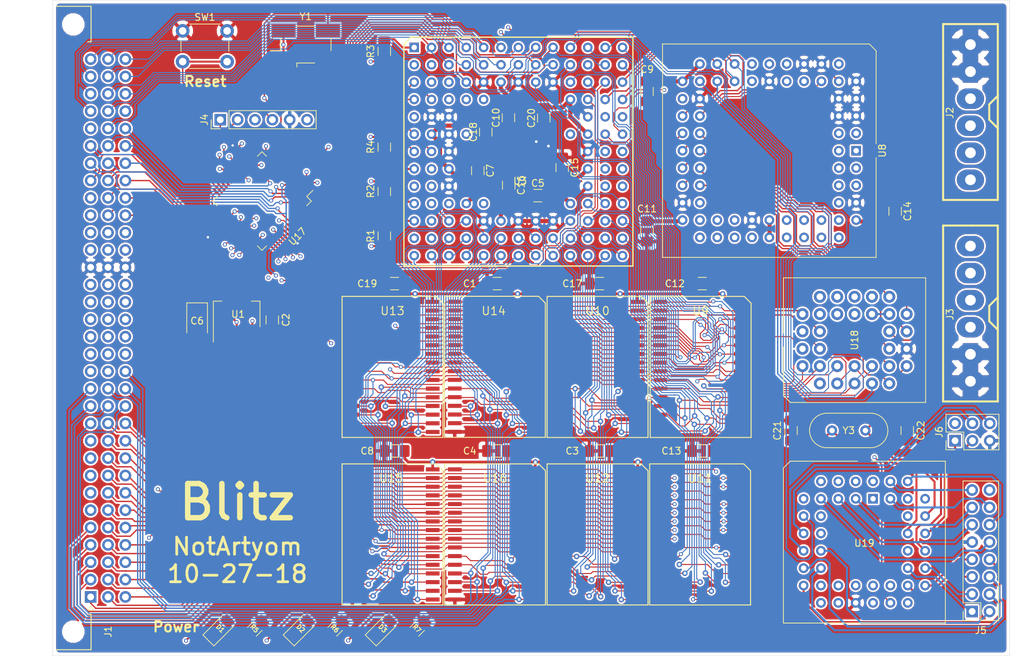
<source format=kicad_pcb>
(kicad_pcb (version 20171130) (host pcbnew 5.0.1-33cea8e~68~ubuntu18.04.1)
  (layers (0 F.Cu mixed) (1 In1.Cu mixed) (2 In2.Cu mixed) (31 B.Cu mixed) (34 B.Paste user) (35 F.Paste user) (36 B.SilkS user) (37 F.SilkS user) (38 B.Mask user) (39 F.Mask user) (44 Edge.Cuts user))
  (net 0 "")
  (net 1 GND)
  (net 2 +5V)
  (net 3 +3V3)
  (net 4 "Net-(C21-Pad1)")
  (net 5 "Net-(C22-Pad1)")
  (net 6 -5V)
  (net 7 -12V)
  (net 8 +12V)
  (net 9 "Net-(J3-Pad1)")
  (net 10 "Net-(J4-Pad1)")
  (net 11 "Net-(J4-Pad2)")
  (net 12 "Net-(J4-Pad3)")
  (net 13 "Net-(J4-Pad4)")
  (net 14 "Net-(J5-Pad1)")
  (net 15 "Net-(J5-Pad2)")
  (net 16 "Net-(J5-Pad3)")
  (net 17 "Net-(J5-Pad4)")
  (net 18 "Net-(J5-Pad5)")
  (net 19 "Net-(J5-Pad6)")
  (net 20 "Net-(J5-Pad7)")
  (net 21 "Net-(J5-Pad8)")
  (net 22 "Net-(J5-Pad10)")
  (net 23 "Net-(J5-Pad11)")
  (net 24 "Net-(J5-Pad12)")
  (net 25 "Net-(J5-Pad13)")
  (net 26 "Net-(J5-Pad14)")
  (net 27 "Net-(J5-Pad15)")
  (net 28 "Net-(J6-Pad1)")
  (net 29 "Net-(J6-Pad3)")
  (net 30 "Net-(J6-Pad4)")
  (net 31 "Net-(J6-Pad6)")
  (net 32 "Net-(R1-Pad2)")
  (net 33 "Net-(R2-Pad2)")
  (net 34 "Net-(R3-Pad2)")
  (net 35 "Net-(R4-Pad2)")
  (net 36 "Net-(SW1-Pad2)")
  (net 37 /A8)
  (net 38 /A9)
  (net 39 /A10)
  (net 40 /A11)
  (net 41 /A12)
  (net 42 /A13)
  (net 43 "Net-(U3-PadB1)")
  (net 44 FC1)
  (net 45 FC2)
  (net 46 CLK)
  (net 47 DSACK0)
  (net 48 STERM)
  (net 49 "Net-(U3-PadJ1)")
  (net 50 "Net-(U3-PadM1)")
  (net 51 /D31)
  (net 52 A0)
  (net 53 "Net-(U3-PadB2)")
  (net 54 "Net-(U3-PadC2)")
  (net 55 FC0)
  (net 56 DSACK1)
  (net 57 HALT)
  (net 58 AS)
  (net 59 DS)
  (net 60 SIZ0)
  (net 61 ECS)
  (net 62 /D28)
  (net 63 /A30)
  (net 64 /A31)
  (net 65 "Net-(U3-PadC3)")
  (net 66 "Net-(U3-PadD3)")
  (net 67 SIZ1)
  (net 68 RW_N)
  (net 69 /D29)
  (net 70 /D26)
  (net 71 /A28)
  (net 72 /A29)
  (net 73 A1)
  (net 74 /D30)
  (net 75 /D27)
  (net 76 /D25)
  (net 77 /A26)
  (net 78 /A27)
  (net 79 /D24)
  (net 80 /D23)
  (net 81 /A24)
  (net 82 /A25)
  (net 83 /D22)
  (net 84 /D21)
  (net 85 /A23)
  (net 86 /A22)
  (net 87 /D20)
  (net 88 /D19)
  (net 89 /A21)
  (net 90 /A20)
  (net 91 /A18)
  (net 92 /D17)
  (net 93 /D18)
  (net 94 /A19)
  (net 95 /A16)
  (net 96 /D14)
  (net 97 /D16)
  (net 98 /A17)
  (net 99 /A14)
  (net 100 /D10)
  (net 101 /D12)
  (net 102 /D15)
  (net 103 /A15)
  (net 104 /A6)
  (net 105 /D5)
  (net 106 /D7)
  (net 107 /D9)
  (net 108 /D13)
  (net 109 /A5)
  (net 110 /A3)
  (net 111 RESET)
  (net 112 IPL2)
  (net 113 CDIS)
  (net 114 "Net-(U3-PadJ12)")
  (net 115 /D1)
  (net 116 /D4)
  (net 117 /D6)
  (net 118 /D11)
  (net 119 /A7)
  (net 120 /A4)
  (net 121 /A2)
  (net 122 "Net-(U3-PadE13)")
  (net 123 MMUDIS)
  (net 124 IPL1)
  (net 125 IPL0)
  (net 126 "Net-(U3-PadJ13)")
  (net 127 /D0)
  (net 128 /D2)
  (net 129 /D3)
  (net 130 /D8)
  (net 131 "Net-(U8-Pad4)")
  (net 132 FPU)
  (net 133 RW0)
  (net 134 _RW0)
  (net 135 RAM0)
  (net 136 RAM1)
  (net 137 RW1)
  (net 138 _RW1)
  (net 139 RAM3)
  (net 140 RAM2)
  (net 141 DELAY)
  (net 142 IRQ_UART)
  (net 143 ROM)
  (net 144 UART)
  (net 145 "Net-(U18-Pad31)")
  (net 146 "Net-(J1-PadA23)")
  (net 147 "Net-(J1-PadB23)")
  (net 148 "Net-(J1-PadC23)")
  (net 149 "Net-(J1-PadA24)")
  (net 150 "Net-(J1-PadB24)")
  (net 151 "Net-(J1-PadC24)")
  (net 152 "Net-(J1-PadA25)")
  (net 153 "Net-(J1-PadB25)")
  (net 154 "Net-(J1-PadC25)")
  (net 155 "Net-(J1-PadC22)")
  (net 156 "Net-(J1-PadA28)")
  (net 157 "Net-(J1-PadA22)")
  (net 158 "Net-(J1-PadB22)")
  (net 159 "Net-(J1-PadA18)")
  (net 160 "Net-(J1-PadC18)")
  (net 161 "Net-(J1-PadB21)")
  (net 162 "Net-(J1-PadA17)")
  (net 163 "Net-(J1-PadA21)")
  (net 164 "Net-(J1-PadC21)")
  (net 165 "Net-(U17-Pad17)")
  (net 166 "Net-(U17-Pad27)")
  (net 167 "Net-(U17-Pad1)")
  (net 168 "Net-(D1-Pad1)")
  (net 169 "Net-(D2-Pad1)")
  (net 170 "Net-(D2-Pad2)")
  (net 171 "Net-(D3-Pad2)")
  (net 172 "Net-(D3-Pad1)")
  (module BBlitz:SOIC-32 (layer F.Cu) (at 84.2 105.72 270)
    (fp_text reference U15 (at -8.22 0.2) (layer F.SilkS) (effects (font (size 1.2 1.2))))
    (fp_text value AS6C4008)
    (pad 16 smd rect (at 9.525 5.88 270) (size 0.6 2) (layers F.Cu F.Paste F.Mask) (net 1 GND))
    (pad 17 smd rect (at 9.525 -5.88 270) (size 0.6 2) (layers F.Cu F.Paste F.Mask) (net 75 /D27))
    (pad 15 smd rect (at 8.255 5.88 270) (size 0.6 2) (layers F.Cu F.Paste F.Mask) (net 70 /D26))
    (pad 18 smd rect (at 8.255 -5.88 270) (size 0.6 2) (layers F.Cu F.Paste F.Mask) (net 62 /D28))
    (pad 14 smd rect (at 6.985 5.88 270) (size 0.6 2) (layers F.Cu F.Paste F.Mask) (net 76 /D25))
    (pad 19 smd rect (at 6.985 -5.88 270) (size 0.6 2) (layers F.Cu F.Paste F.Mask) (net 69 /D29))
    (pad 13 smd rect (at 5.715 5.88 270) (size 0.6 2) (layers F.Cu F.Paste F.Mask) (net 79 /D24))
    (pad 20 smd rect (at 5.715 -5.88 270) (size 0.6 2) (layers F.Cu F.Paste F.Mask) (net 74 /D30))
    (pad 12 smd rect (at 4.445 5.88 270) (size 0.6 2) (layers F.Cu F.Paste F.Mask) (net 121 /A2))
    (pad 21 smd rect (at 4.445 -5.88 270) (size 0.6 2) (layers F.Cu F.Paste F.Mask) (net 51 /D31))
    (pad 11 smd rect (at 3.175 5.88 270) (size 0.6 2) (layers F.Cu F.Paste F.Mask) (net 110 /A3))
    (pad 22 smd rect (at 3.175 -5.88 270) (size 0.6 2) (layers F.Cu F.Paste F.Mask) (net 139 RAM3))
    (pad 10 smd rect (at 1.905 5.88 270) (size 0.6 2) (layers F.Cu F.Paste F.Mask) (net 120 /A4))
    (pad 23 smd rect (at 1.905 -5.88 270) (size 0.6 2) (layers F.Cu F.Paste F.Mask) (net 41 /A12))
    (pad 9 smd rect (at 0.635 5.88 270) (size 0.6 2) (layers F.Cu F.Paste F.Mask) (net 109 /A5))
    (pad 24 smd rect (at 0.635 -5.88 270) (size 0.6 2) (layers F.Cu F.Paste F.Mask) (net 138 _RW1))
    (pad 8 smd rect (at -0.635 5.88 270) (size 0.6 2) (layers F.Cu F.Paste F.Mask) (net 104 /A6))
    (pad 25 smd rect (at -0.635 -5.88 270) (size 0.6 2) (layers F.Cu F.Paste F.Mask) (net 42 /A13))
    (pad 7 smd rect (at -1.905 5.88 270) (size 0.6 2) (layers F.Cu F.Paste F.Mask) (net 119 /A7))
    (pad 26 smd rect (at -1.905 -5.88 270) (size 0.6 2) (layers F.Cu F.Paste F.Mask) (net 40 /A11))
    (pad 6 smd rect (at -3.175 5.88 270) (size 0.6 2) (layers F.Cu F.Paste F.Mask) (net 37 /A8))
    (pad 27 smd rect (at -3.175 -5.88 270) (size 0.6 2) (layers F.Cu F.Paste F.Mask) (net 39 /A10))
    (pad 5 smd rect (at -4.445 5.88 270) (size 0.6 2) (layers F.Cu F.Paste F.Mask) (net 38 /A9))
    (pad 28 smd rect (at -4.445 -5.88 270) (size 0.6 2) (layers F.Cu F.Paste F.Mask) (net 103 /A15))
    (pad 4 smd rect (at -5.715 5.88 270) (size 0.6 2) (layers F.Cu F.Paste F.Mask) (net 99 /A14))
    (pad 29 smd rect (at -5.715 -5.88 270) (size 0.6 2) (layers F.Cu F.Paste F.Mask) (net 137 RW1))
    (pad 3 smd rect (at -6.985 5.88 270) (size 0.6 2) (layers F.Cu F.Paste F.Mask) (net 95 /A16))
    (pad 30 smd rect (at -6.985 -5.88 270) (size 0.6 2) (layers F.Cu F.Paste F.Mask) (net 94 /A19))
    (pad 2 smd rect (at -8.255 5.88 270) (size 0.6 2) (layers F.Cu F.Paste F.Mask) (net 91 /A18))
    (pad 31 smd rect (at -8.255 -5.88 270) (size 0.6 2) (layers F.Cu F.Paste F.Mask) (net 98 /A17))
    (pad 1 smd rect (at -9.525 5.88 270) (size 0.6 2) (layers F.Cu F.Paste F.Mask) (net 90 /A20))
    (pad 32 smd rect (at -9.525 -5.88 270) (size 0.6 2) (layers F.Cu F.Paste F.Mask) (net 2 +5V))
  )
  (module BBlitz:SOIC-32 (layer F.Cu) (at 84.2 81.195 270)
    (fp_text reference U13 (at -8.195 0) (layer F.SilkS) (effects (font (size 1.2 1.2))))
    (fp_text value AS6C4008)
    (pad 16 smd rect (at 9.525 5.88 270) (size 0.6 2) (layers F.Cu F.Paste F.Mask) (net 1 GND))
    (pad 17 smd rect (at 9.525 -5.88 270) (size 0.6 2) (layers F.Cu F.Paste F.Mask) (net 75 /D27))
    (pad 15 smd rect (at 8.255 5.88 270) (size 0.6 2) (layers F.Cu F.Paste F.Mask) (net 70 /D26))
    (pad 18 smd rect (at 8.255 -5.88 270) (size 0.6 2) (layers F.Cu F.Paste F.Mask) (net 62 /D28))
    (pad 14 smd rect (at 6.985 5.88 270) (size 0.6 2) (layers F.Cu F.Paste F.Mask) (net 76 /D25))
    (pad 19 smd rect (at 6.985 -5.88 270) (size 0.6 2) (layers F.Cu F.Paste F.Mask) (net 69 /D29))
    (pad 13 smd rect (at 5.715 5.88 270) (size 0.6 2) (layers F.Cu F.Paste F.Mask) (net 79 /D24))
    (pad 20 smd rect (at 5.715 -5.88 270) (size 0.6 2) (layers F.Cu F.Paste F.Mask) (net 74 /D30))
    (pad 12 smd rect (at 4.445 5.88 270) (size 0.6 2) (layers F.Cu F.Paste F.Mask) (net 121 /A2))
    (pad 21 smd rect (at 4.445 -5.88 270) (size 0.6 2) (layers F.Cu F.Paste F.Mask) (net 51 /D31))
    (pad 11 smd rect (at 3.175 5.88 270) (size 0.6 2) (layers F.Cu F.Paste F.Mask) (net 110 /A3))
    (pad 22 smd rect (at 3.175 -5.88 270) (size 0.6 2) (layers F.Cu F.Paste F.Mask) (net 139 RAM3))
    (pad 10 smd rect (at 1.905 5.88 270) (size 0.6 2) (layers F.Cu F.Paste F.Mask) (net 120 /A4))
    (pad 23 smd rect (at 1.905 -5.88 270) (size 0.6 2) (layers F.Cu F.Paste F.Mask) (net 41 /A12))
    (pad 9 smd rect (at 0.635 5.88 270) (size 0.6 2) (layers F.Cu F.Paste F.Mask) (net 109 /A5))
    (pad 24 smd rect (at 0.635 -5.88 270) (size 0.6 2) (layers F.Cu F.Paste F.Mask) (net 134 _RW0))
    (pad 8 smd rect (at -0.635 5.88 270) (size 0.6 2) (layers F.Cu F.Paste F.Mask) (net 104 /A6))
    (pad 25 smd rect (at -0.635 -5.88 270) (size 0.6 2) (layers F.Cu F.Paste F.Mask) (net 42 /A13))
    (pad 7 smd rect (at -1.905 5.88 270) (size 0.6 2) (layers F.Cu F.Paste F.Mask) (net 119 /A7))
    (pad 26 smd rect (at -1.905 -5.88 270) (size 0.6 2) (layers F.Cu F.Paste F.Mask) (net 40 /A11))
    (pad 6 smd rect (at -3.175 5.88 270) (size 0.6 2) (layers F.Cu F.Paste F.Mask) (net 37 /A8))
    (pad 27 smd rect (at -3.175 -5.88 270) (size 0.6 2) (layers F.Cu F.Paste F.Mask) (net 39 /A10))
    (pad 5 smd rect (at -4.445 5.88 270) (size 0.6 2) (layers F.Cu F.Paste F.Mask) (net 38 /A9))
    (pad 28 smd rect (at -4.445 -5.88 270) (size 0.6 2) (layers F.Cu F.Paste F.Mask) (net 103 /A15))
    (pad 4 smd rect (at -5.715 5.88 270) (size 0.6 2) (layers F.Cu F.Paste F.Mask) (net 99 /A14))
    (pad 29 smd rect (at -5.715 -5.88 270) (size 0.6 2) (layers F.Cu F.Paste F.Mask) (net 133 RW0))
    (pad 3 smd rect (at -6.985 5.88 270) (size 0.6 2) (layers F.Cu F.Paste F.Mask) (net 95 /A16))
    (pad 30 smd rect (at -6.985 -5.88 270) (size 0.6 2) (layers F.Cu F.Paste F.Mask) (net 94 /A19))
    (pad 2 smd rect (at -8.255 5.88 270) (size 0.6 2) (layers F.Cu F.Paste F.Mask) (net 91 /A18))
    (pad 31 smd rect (at -8.255 -5.88 270) (size 0.6 2) (layers F.Cu F.Paste F.Mask) (net 98 /A17))
    (pad 1 smd rect (at -9.525 5.88 270) (size 0.6 2) (layers F.Cu F.Paste F.Mask) (net 90 /A20))
    (pad 32 smd rect (at -9.525 -5.88 270) (size 0.6 2) (layers F.Cu F.Paste F.Mask) (net 2 +5V))
  )
  (module BBlitz:SOIC-32 (layer F.Cu) (at 129.28 81.2 270)
    (fp_text reference U9 (at -8.2 0) (layer F.SilkS) (effects (font (size 1.2 1.2))))
    (fp_text value AS6C4008)
    (pad 32 smd rect (at -9.525 -5.88 270) (size 0.6 2) (layers F.Cu F.Paste F.Mask) (net 2 +5V))
    (pad 1 smd rect (at -9.525 5.88 270) (size 0.6 2) (layers F.Cu F.Paste F.Mask) (net 90 /A20))
    (pad 31 smd rect (at -8.255 -5.88 270) (size 0.6 2) (layers F.Cu F.Paste F.Mask) (net 98 /A17))
    (pad 2 smd rect (at -8.255 5.88 270) (size 0.6 2) (layers F.Cu F.Paste F.Mask) (net 91 /A18))
    (pad 30 smd rect (at -6.985 -5.88 270) (size 0.6 2) (layers F.Cu F.Paste F.Mask) (net 94 /A19))
    (pad 3 smd rect (at -6.985 5.88 270) (size 0.6 2) (layers F.Cu F.Paste F.Mask) (net 95 /A16))
    (pad 29 smd rect (at -5.715 -5.88 270) (size 0.6 2) (layers F.Cu F.Paste F.Mask) (net 133 RW0))
    (pad 4 smd rect (at -5.715 5.88 270) (size 0.6 2) (layers F.Cu F.Paste F.Mask) (net 99 /A14))
    (pad 28 smd rect (at -4.445 -5.88 270) (size 0.6 2) (layers F.Cu F.Paste F.Mask) (net 103 /A15))
    (pad 5 smd rect (at -4.445 5.88 270) (size 0.6 2) (layers F.Cu F.Paste F.Mask) (net 38 /A9))
    (pad 27 smd rect (at -3.175 -5.88 270) (size 0.6 2) (layers F.Cu F.Paste F.Mask) (net 39 /A10))
    (pad 6 smd rect (at -3.175 5.88 270) (size 0.6 2) (layers F.Cu F.Paste F.Mask) (net 37 /A8))
    (pad 26 smd rect (at -1.905 -5.88 270) (size 0.6 2) (layers F.Cu F.Paste F.Mask) (net 40 /A11))
    (pad 7 smd rect (at -1.905 5.88 270) (size 0.6 2) (layers F.Cu F.Paste F.Mask) (net 119 /A7))
    (pad 25 smd rect (at -0.635 -5.88 270) (size 0.6 2) (layers F.Cu F.Paste F.Mask) (net 42 /A13))
    (pad 8 smd rect (at -0.635 5.88 270) (size 0.6 2) (layers F.Cu F.Paste F.Mask) (net 104 /A6))
    (pad 24 smd rect (at 0.635 -5.88 270) (size 0.6 2) (layers F.Cu F.Paste F.Mask) (net 134 _RW0))
    (pad 9 smd rect (at 0.635 5.88 270) (size 0.6 2) (layers F.Cu F.Paste F.Mask) (net 109 /A5))
    (pad 23 smd rect (at 1.905 -5.88 270) (size 0.6 2) (layers F.Cu F.Paste F.Mask) (net 41 /A12))
    (pad 10 smd rect (at 1.905 5.88 270) (size 0.6 2) (layers F.Cu F.Paste F.Mask) (net 120 /A4))
    (pad 22 smd rect (at 3.175 -5.88 270) (size 0.6 2) (layers F.Cu F.Paste F.Mask) (net 135 RAM0))
    (pad 11 smd rect (at 3.175 5.88 270) (size 0.6 2) (layers F.Cu F.Paste F.Mask) (net 110 /A3))
    (pad 21 smd rect (at 4.445 -5.88 270) (size 0.6 2) (layers F.Cu F.Paste F.Mask) (net 106 /D7))
    (pad 12 smd rect (at 4.445 5.88 270) (size 0.6 2) (layers F.Cu F.Paste F.Mask) (net 121 /A2))
    (pad 20 smd rect (at 5.715 -5.88 270) (size 0.6 2) (layers F.Cu F.Paste F.Mask) (net 117 /D6))
    (pad 13 smd rect (at 5.715 5.88 270) (size 0.6 2) (layers F.Cu F.Paste F.Mask) (net 127 /D0))
    (pad 19 smd rect (at 6.985 -5.88 270) (size 0.6 2) (layers F.Cu F.Paste F.Mask) (net 105 /D5))
    (pad 14 smd rect (at 6.985 5.88 270) (size 0.6 2) (layers F.Cu F.Paste F.Mask) (net 115 /D1))
    (pad 18 smd rect (at 8.255 -5.88 270) (size 0.6 2) (layers F.Cu F.Paste F.Mask) (net 116 /D4))
    (pad 15 smd rect (at 8.255 5.88 270) (size 0.6 2) (layers F.Cu F.Paste F.Mask) (net 128 /D2))
    (pad 17 smd rect (at 9.525 -5.88 270) (size 0.6 2) (layers F.Cu F.Paste F.Mask) (net 129 /D3))
    (pad 16 smd rect (at 9.525 5.88 270) (size 0.6 2) (layers F.Cu F.Paste F.Mask) (net 1 GND))
  )
  (module Capacitor_SMD:C_1206_3216Metric_Pad1.42x1.75mm_HandSolder (layer F.Cu) (at 99.5125 69)
    (fp_text reference C1 (at -4.0125 0) (layer F.SilkS))
    (fp_text value 100nf)
    (pad 1 smd roundrect (at -1.4875 0) (size 1.425 1.75) (layers F.Cu F.Paste F.Mask) (roundrect_rratio 0.175439) (net 1 GND))
    (pad 2 smd roundrect (at 1.4875 0) (size 1.425 1.75) (layers F.Cu F.Paste F.Mask) (roundrect_rratio 0.175439) (net 2 +5V))
  )
  (module Capacitor_SMD:C_1206_3216Metric_Pad1.42x1.75mm_HandSolder (layer F.Cu) (at 66.61 74.3175 90)
    (fp_text reference C2 (at 0 2 90) (layer F.SilkS))
    (fp_text value 10uf)
    (pad 2 smd roundrect (at 1.4875 0 90) (size 1.425 1.75) (layers F.Cu F.Paste F.Mask) (roundrect_rratio 0.175439) (net 1 GND))
    (pad 1 smd roundrect (at -1.4875 0 90) (size 1.425 1.75) (layers F.Cu F.Paste F.Mask) (roundrect_rratio 0.175439) (net 2 +5V))
  )
  (module Capacitor_SMD:C_1206_3216Metric_Pad1.42x1.75mm_HandSolder (layer F.Cu) (at 114.5125 93.5)
    (fp_text reference C3 (at -4.0125 0) (layer F.SilkS))
    (fp_text value 100nf)
    (pad 2 smd roundrect (at 1.4875 0) (size 1.425 1.75) (layers F.Cu F.Paste F.Mask) (roundrect_rratio 0.175439) (net 2 +5V))
    (pad 1 smd roundrect (at -1.4875 0) (size 1.425 1.75) (layers F.Cu F.Paste F.Mask) (roundrect_rratio 0.175439) (net 1 GND))
  )
  (module Capacitor_SMD:C_1206_3216Metric_Pad1.42x1.75mm_HandSolder (layer F.Cu) (at 99.5125 93.5)
    (fp_text reference C4 (at -4.0125 0) (layer F.SilkS))
    (fp_text value 100nf)
    (pad 1 smd roundrect (at -1.4875 0) (size 1.425 1.75) (layers F.Cu F.Paste F.Mask) (roundrect_rratio 0.175439) (net 1 GND))
    (pad 2 smd roundrect (at 1.4875 0) (size 1.425 1.75) (layers F.Cu F.Paste F.Mask) (roundrect_rratio 0.175439) (net 2 +5V))
  )
  (module Capacitor_SMD:C_1206_3216Metric_Pad1.42x1.75mm_HandSolder (layer F.Cu) (at 105.4625 56.12)
    (fp_text reference C5 (at 0 -1.82) (layer F.SilkS))
    (fp_text value 100nf)
    (pad 2 smd roundrect (at 1.4875 0) (size 1.425 1.75) (layers F.Cu F.Paste F.Mask) (roundrect_rratio 0.175439) (net 2 +5V))
    (pad 1 smd roundrect (at -1.4875 0) (size 1.425 1.75) (layers F.Cu F.Paste F.Mask) (roundrect_rratio 0.175439) (net 1 GND))
  )
  (module Capacitor_Tantalum_SMD:CP_EIA-3528-12_Kemet-T_Pad1.50x2.35mm_HandSolder (layer F.Cu) (at 55.61 74.455 270)
    (fp_text reference C6 (at 0 0) (layer F.SilkS))
    (fp_text value 22uf)
    (pad 1 smd roundrect (at -1.625 0 270) (size 1.5 2.35) (layers F.Cu F.Paste F.Mask) (roundrect_rratio 0.166667) (net 3 +3V3))
    (pad 2 smd roundrect (at 1.625 0 270) (size 1.5 2.35) (layers F.Cu F.Paste F.Mask) (roundrect_rratio 0.166667) (net 1 GND))
  )
  (module Capacitor_SMD:C_1206_3216Metric_Pad1.42x1.75mm_HandSolder (layer F.Cu) (at 96.68 52.4625 270)
    (fp_text reference C7 (at 0 -1.82 270) (layer F.SilkS))
    (fp_text value 100nf)
    (pad 1 smd roundrect (at -1.4875 0 270) (size 1.425 1.75) (layers F.Cu F.Paste F.Mask) (roundrect_rratio 0.175439) (net 1 GND))
    (pad 2 smd roundrect (at 1.4875 0 270) (size 1.425 1.75) (layers F.Cu F.Paste F.Mask) (roundrect_rratio 0.175439) (net 2 +5V))
  )
  (module Capacitor_SMD:C_1206_3216Metric_Pad1.42x1.75mm_HandSolder (layer F.Cu) (at 84.5 93.5)
    (fp_text reference C8 (at -4 0) (layer F.SilkS))
    (fp_text value 100nf)
    (pad 1 smd roundrect (at -1.4875 0) (size 1.425 1.75) (layers F.Cu F.Paste F.Mask) (roundrect_rratio 0.175439) (net 1 GND))
    (pad 2 smd roundrect (at 1.4875 0) (size 1.425 1.75) (layers F.Cu F.Paste F.Mask) (roundrect_rratio 0.175439) (net 2 +5V))
  )
  (module Capacitor_SMD:C_1206_3216Metric_Pad1.42x1.75mm_HandSolder (layer F.Cu) (at 121.43 40.8525 90)
    (fp_text reference C9 (at 3.2225 0.02 180) (layer F.SilkS))
    (fp_text value 100nf)
    (pad 1 smd roundrect (at -1.4875 0 90) (size 1.425 1.75) (layers F.Cu F.Paste F.Mask) (roundrect_rratio 0.175439) (net 1 GND))
    (pad 2 smd roundrect (at 1.4875 0 90) (size 1.425 1.75) (layers F.Cu F.Paste F.Mask) (roundrect_rratio 0.175439) (net 2 +5V))
  )
  (module Capacitor_SMD:C_1206_3216Metric_Pad1.42x1.75mm_HandSolder (layer F.Cu) (at 101.16 44.7075 90)
    (fp_text reference C10 (at 0 -1.82 90) (layer F.SilkS))
    (fp_text value 100nf)
    (pad 2 smd roundrect (at 1.4875 0 90) (size 1.425 1.75) (layers F.Cu F.Paste F.Mask) (roundrect_rratio 0.175439) (net 2 +5V))
    (pad 1 smd roundrect (at -1.4875 0 90) (size 1.425 1.75) (layers F.Cu F.Paste F.Mask) (roundrect_rratio 0.175439) (net 1 GND))
  )
  (module Capacitor_SMD:C_1206_3216Metric_Pad1.42x1.75mm_HandSolder (layer F.Cu) (at 121.43 61.3475 90)
    (fp_text reference C11 (at 3.2975 0 180) (layer F.SilkS))
    (fp_text value 100nf)
    (pad 1 smd roundrect (at -1.4875 0 90) (size 1.425 1.75) (layers F.Cu F.Paste F.Mask) (roundrect_rratio 0.175439) (net 1 GND))
    (pad 2 smd roundrect (at 1.4875 0 90) (size 1.425 1.75) (layers F.Cu F.Paste F.Mask) (roundrect_rratio 0.175439) (net 2 +5V))
  )
  (module Capacitor_SMD:C_1206_3216Metric_Pad1.42x1.75mm_HandSolder (layer F.Cu) (at 129.5125 69)
    (fp_text reference C12 (at -4.0125 0) (layer F.SilkS))
    (fp_text value 100nf)
    (pad 2 smd roundrect (at 1.4875 0) (size 1.425 1.75) (layers F.Cu F.Paste F.Mask) (roundrect_rratio 0.175439) (net 2 +5V))
    (pad 1 smd roundrect (at -1.4875 0) (size 1.425 1.75) (layers F.Cu F.Paste F.Mask) (roundrect_rratio 0.175439) (net 1 GND))
  )
  (module Capacitor_SMD:C_1206_3216Metric_Pad1.42x1.75mm_HandSolder (layer F.Cu) (at 129.5125 93.5)
    (fp_text reference C13 (at -4.5125 0) (layer F.SilkS))
    (fp_text value 100nf)
    (pad 1 smd roundrect (at -1.4875 0) (size 1.425 1.75) (layers F.Cu F.Paste F.Mask) (roundrect_rratio 0.175439) (net 1 GND))
    (pad 2 smd roundrect (at 1.4875 0) (size 1.425 1.75) (layers F.Cu F.Paste F.Mask) (roundrect_rratio 0.175439) (net 2 +5V))
  )
  (module Capacitor_SMD:C_1206_3216Metric_Pad1.42x1.75mm_HandSolder (layer F.Cu) (at 157.73 58.4025 270)
    (fp_text reference C14 (at 0 -1.82 270) (layer F.SilkS))
    (fp_text value 100nf)
    (pad 2 smd roundrect (at 1.4875 0 270) (size 1.425 1.75) (layers F.Cu F.Paste F.Mask) (roundrect_rratio 0.175439) (net 2 +5V))
    (pad 1 smd roundrect (at -1.4875 0 270) (size 1.425 1.75) (layers F.Cu F.Paste F.Mask) (roundrect_rratio 0.175439) (net 1 GND))
  )
  (module Capacitor_SMD:C_1206_3216Metric_Pad1.42x1.75mm_HandSolder (layer F.Cu) (at 109.02 52.0125 270)
    (fp_text reference C15 (at 0 -1.82 270) (layer F.SilkS))
    (fp_text value 100nf)
    (pad 1 smd roundrect (at -1.4875 0 270) (size 1.425 1.75) (layers F.Cu F.Paste F.Mask) (roundrect_rratio 0.175439) (net 1 GND))
    (pad 2 smd roundrect (at 1.4875 0 270) (size 1.425 1.75) (layers F.Cu F.Paste F.Mask) (roundrect_rratio 0.175439) (net 2 +5V))
  )
  (module Capacitor_SMD:C_1206_3216Metric_Pad1.42x1.75mm_HandSolder (layer F.Cu) (at 101.2 54.5825 270)
    (fp_text reference C16 (at 0 -1.82 270) (layer F.SilkS))
    (fp_text value 100nf)
    (pad 2 smd roundrect (at 1.4875 0 270) (size 1.425 1.75) (layers F.Cu F.Paste F.Mask) (roundrect_rratio 0.175439) (net 2 +5V))
    (pad 1 smd roundrect (at -1.4875 0 270) (size 1.425 1.75) (layers F.Cu F.Paste F.Mask) (roundrect_rratio 0.175439) (net 1 GND))
  )
  (module Capacitor_SMD:C_1206_3216Metric_Pad1.42x1.75mm_HandSolder (layer F.Cu) (at 114.5125 69)
    (fp_text reference C17 (at -4.0125 0) (layer F.SilkS))
    (fp_text value 100nf)
    (pad 1 smd roundrect (at -1.4875 0) (size 1.425 1.75) (layers F.Cu F.Paste F.Mask) (roundrect_rratio 0.175439) (net 1 GND))
    (pad 2 smd roundrect (at 1.4875 0) (size 1.425 1.75) (layers F.Cu F.Paste F.Mask) (roundrect_rratio 0.175439) (net 2 +5V))
  )
  (module Capacitor_SMD:C_1206_3216Metric_Pad1.42x1.75mm_HandSolder (layer F.Cu) (at 97.84 46.8075 90)
    (fp_text reference C18 (at 0 -1.82 90) (layer F.SilkS))
    (fp_text value 100nf)
    (pad 1 smd roundrect (at -1.4875 0 90) (size 1.425 1.75) (layers F.Cu F.Paste F.Mask) (roundrect_rratio 0.175439) (net 1 GND))
    (pad 2 smd roundrect (at 1.4875 0 90) (size 1.425 1.75) (layers F.Cu F.Paste F.Mask) (roundrect_rratio 0.175439) (net 2 +5V))
  )
  (module Capacitor_SMD:C_1206_3216Metric_Pad1.42x1.75mm_HandSolder (layer F.Cu) (at 84.5 69)
    (fp_text reference C19 (at -4 0) (layer F.SilkS))
    (fp_text value 100nf)
    (pad 2 smd roundrect (at 1.4875 0) (size 1.425 1.75) (layers F.Cu F.Paste F.Mask) (roundrect_rratio 0.175439) (net 2 +5V))
    (pad 1 smd roundrect (at -1.4875 0) (size 1.425 1.75) (layers F.Cu F.Paste F.Mask) (roundrect_rratio 0.175439) (net 1 GND))
  )
  (module Capacitor_SMD:C_1206_3216Metric_Pad1.42x1.75mm_HandSolder (layer F.Cu) (at 106.33 44.7575 90)
    (fp_text reference C20 (at 0 -1.82 90) (layer F.SilkS))
    (fp_text value 100nf)
    (pad 1 smd roundrect (at -1.4875 0 90) (size 1.425 1.75) (layers F.Cu F.Paste F.Mask) (roundrect_rratio 0.175439) (net 1 GND))
    (pad 2 smd roundrect (at 1.4875 0 90) (size 1.425 1.75) (layers F.Cu F.Paste F.Mask) (roundrect_rratio 0.175439) (net 2 +5V))
  )
  (module Capacitor_SMD:C_1206_3216Metric_Pad1.42x1.75mm_HandSolder (layer F.Cu) (at 142.5 90.5125 90)
    (fp_text reference C21 (at 0.0125 -2 90) (layer F.SilkS))
    (fp_text value 18pf)
    (pad 2 smd roundrect (at 1.4875 0 90) (size 1.425 1.75) (layers F.Cu F.Paste F.Mask) (roundrect_rratio 0.175439) (net 1 GND))
    (pad 1 smd roundrect (at -1.4875 0 90) (size 1.425 1.75) (layers F.Cu F.Paste F.Mask) (roundrect_rratio 0.175439) (net 4 "Net-(C21-Pad1)"))
  )
  (module Capacitor_SMD:C_1206_3216Metric_Pad1.42x1.75mm_HandSolder (layer F.Cu) (at 159.5 90.5125 270)
    (fp_text reference C22 (at 0 -2 270) (layer F.SilkS))
    (fp_text value 18pf)
    (pad 2 smd roundrect (at 1.4875 0 270) (size 1.425 1.75) (layers F.Cu F.Paste F.Mask) (roundrect_rratio 0.175439) (net 1 GND))
    (pad 1 smd roundrect (at -1.4875 0 270) (size 1.425 1.75) (layers F.Cu F.Paste F.Mask) (roundrect_rratio 0.175439) (net 5 "Net-(C22-Pad1)"))
  )
  (module BBlitz:AT_PSU (layer F.Cu) (at 169 44 270)
    (fp_text reference J2 (at 0 3.25 270) (layer F.SilkS))
    (fp_text value AT0)
    (pad 1 thru_hole oval (at -10 0.25 270) (size 3 4) (drill 1.57) (layers *.Cu *.Mask) (net 1 GND) (thermal_gap 1))
    (pad 2 thru_hole oval (at -6.04 0.25 270) (size 3 4) (drill 1.57) (layers *.Cu *.Mask) (net 1 GND) (thermal_gap 1))
    (pad 3 thru_hole oval (at -2.08 0.25 270) (size 3 4) (drill 1.57) (layers *.Cu *.Mask) (net 6 -5V))
    (pad 4 thru_hole oval (at 1.88 0.25 270) (size 3 4) (drill 1.57) (layers *.Cu *.Mask) (net 2 +5V) (thermal_gap 1))
    (pad 5 thru_hole oval (at 5.84 0.25 270) (size 3 4) (drill 1.57) (layers *.Cu *.Mask) (net 2 +5V) (thermal_gap 1))
    (pad 6 thru_hole oval (at 9.8 0.25 270) (size 3 4) (drill 1.57) (layers *.Cu *.Mask) (net 2 +5V) (thermal_gap 1))
  )
  (module BBlitz:AT_PSU (layer F.Cu) (at 169 73.5 270)
    (fp_text reference J3 (at 0 3.25 270) (layer F.SilkS))
    (fp_text value AT1)
    (pad 6 thru_hole oval (at 9.8 0.25 270) (size 3 4) (drill 1.57) (layers *.Cu *.Mask) (net 1 GND) (thermal_gap 1))
    (pad 5 thru_hole oval (at 5.84 0.25 270) (size 3 4) (drill 1.57) (layers *.Cu *.Mask) (net 1 GND) (thermal_gap 1))
    (pad 4 thru_hole oval (at 1.88 0.25 270) (size 3 4) (drill 1.57) (layers *.Cu *.Mask) (net 7 -12V))
    (pad 3 thru_hole oval (at -2.08 0.25 270) (size 3 4) (drill 1.57) (layers *.Cu *.Mask) (net 8 +12V))
    (pad 2 thru_hole oval (at -6.04 0.25 270) (size 3 4) (drill 1.57) (layers *.Cu *.Mask) (net 2 +5V) (thermal_gap 1))
    (pad 1 thru_hole oval (at -10 0.25 270) (size 3 4) (drill 1.57) (layers *.Cu *.Mask) (net 9 "Net-(J3-Pad1)"))
  )
  (module Connector_PinHeader_2.54mm:PinHeader_1x06_P2.54mm_Vertical (layer F.Cu) (at 59 45 90)
    (fp_text reference J4 (at 0 -2.33 90) (layer F.SilkS))
    (fp_text value PRG0)
    (pad 1 thru_hole rect (at 0 0 90) (size 1.7 1.7) (drill 1) (layers *.Cu *.Mask) (net 10 "Net-(J4-Pad1)"))
    (pad 2 thru_hole oval (at 0 2.54 90) (size 1.7 1.7) (drill 1) (layers *.Cu *.Mask) (net 11 "Net-(J4-Pad2)"))
    (pad 3 thru_hole oval (at 0 5.08 90) (size 1.7 1.7) (drill 1) (layers *.Cu *.Mask) (net 12 "Net-(J4-Pad3)"))
    (pad 4 thru_hole oval (at 0 7.62 90) (size 1.7 1.7) (drill 1) (layers *.Cu *.Mask) (net 13 "Net-(J4-Pad4)"))
    (pad 5 thru_hole oval (at 0 10.16 90) (size 1.7 1.7) (drill 1) (layers *.Cu *.Mask) (net 1 GND))
    (pad 6 thru_hole oval (at 0 12.7 90) (size 1.7 1.7) (drill 1) (layers *.Cu *.Mask) (net 3 +3V3))
  )
  (module Connector_PinSocket_2.54mm:PinSocket_2x08_P2.54mm_Vertical (layer F.Cu) (at 169 117 180)
    (fp_text reference J5 (at -1.27 -2.77 180) (layer F.SilkS))
    (fp_text value GPIO)
    (pad 1 thru_hole rect (at 0 0 180) (size 1.7 1.7) (drill 1) (layers *.Cu *.Mask) (net 14 "Net-(J5-Pad1)"))
    (pad 2 thru_hole oval (at -2.54 0 180) (size 1.7 1.7) (drill 1) (layers *.Cu *.Mask) (net 15 "Net-(J5-Pad2)"))
    (pad 3 thru_hole oval (at 0 2.54 180) (size 1.7 1.7) (drill 1) (layers *.Cu *.Mask) (net 16 "Net-(J5-Pad3)"))
    (pad 4 thru_hole oval (at -2.54 2.54 180) (size 1.7 1.7) (drill 1) (layers *.Cu *.Mask) (net 17 "Net-(J5-Pad4)"))
    (pad 5 thru_hole oval (at 0 5.08 180) (size 1.7 1.7) (drill 1) (layers *.Cu *.Mask) (net 18 "Net-(J5-Pad5)"))
    (pad 6 thru_hole oval (at -2.54 5.08 180) (size 1.7 1.7) (drill 1) (layers *.Cu *.Mask) (net 19 "Net-(J5-Pad6)"))
    (pad 7 thru_hole oval (at 0 7.62 180) (size 1.7 1.7) (drill 1) (layers *.Cu *.Mask) (net 20 "Net-(J5-Pad7)"))
    (pad 8 thru_hole oval (at -2.54 7.62 180) (size 1.7 1.7) (drill 1) (layers *.Cu *.Mask) (net 21 "Net-(J5-Pad8)"))
    (pad 9 thru_hole oval (at 0 10.16 180) (size 1.7 1.7) (drill 1) (layers *.Cu *.Mask) (net 1 GND))
    (pad 10 thru_hole oval (at -2.54 10.16 180) (size 1.7 1.7) (drill 1) (layers *.Cu *.Mask) (net 22 "Net-(J5-Pad10)"))
    (pad 11 thru_hole oval (at 0 12.7 180) (size 1.7 1.7) (drill 1) (layers *.Cu *.Mask) (net 23 "Net-(J5-Pad11)"))
    (pad 12 thru_hole oval (at -2.54 12.7 180) (size 1.7 1.7) (drill 1) (layers *.Cu *.Mask) (net 24 "Net-(J5-Pad12)"))
    (pad 13 thru_hole oval (at 0 15.24 180) (size 1.7 1.7) (drill 1) (layers *.Cu *.Mask) (net 25 "Net-(J5-Pad13)"))
    (pad 14 thru_hole oval (at -2.54 15.24 180) (size 1.7 1.7) (drill 1) (layers *.Cu *.Mask) (net 26 "Net-(J5-Pad14)"))
    (pad 15 thru_hole oval (at 0 17.78 180) (size 1.7 1.7) (drill 1) (layers *.Cu *.Mask) (net 27 "Net-(J5-Pad15)"))
    (pad 16 thru_hole oval (at -2.54 17.78 180) (size 1.7 1.7) (drill 1) (layers *.Cu *.Mask) (net 2 +5V))
  )
  (module Connector_PinHeader_2.54mm:PinHeader_2x03_P2.54mm_Vertical (layer F.Cu) (at 166.5 92 90)
    (fp_text reference J6 (at 1.27 -2.33 90) (layer F.SilkS))
    (fp_text value SER)
    (pad 1 thru_hole rect (at 0 0 90) (size 1.7 1.7) (drill 1) (layers *.Cu *.Mask) (net 28 "Net-(J6-Pad1)"))
    (pad 2 thru_hole oval (at 2.54 0 90) (size 1.7 1.7) (drill 1) (layers *.Cu *.Mask) (net 2 +5V))
    (pad 3 thru_hole oval (at 0 2.54 90) (size 1.7 1.7) (drill 1) (layers *.Cu *.Mask) (net 29 "Net-(J6-Pad3)"))
    (pad 4 thru_hole oval (at 2.54 2.54 90) (size 1.7 1.7) (drill 1) (layers *.Cu *.Mask) (net 30 "Net-(J6-Pad4)"))
    (pad 5 thru_hole oval (at 0 5.08 90) (size 1.7 1.7) (drill 1) (layers *.Cu *.Mask) (net 1 GND))
    (pad 6 thru_hole oval (at 2.54 5.08 90) (size 1.7 1.7) (drill 1) (layers *.Cu *.Mask) (net 31 "Net-(J6-Pad6)"))
  )
  (module Resistor_SMD:R_1206_3216Metric_Pad1.42x1.75mm_HandSolder (layer F.Cu) (at 83 62.0125 90)
    (fp_text reference R1 (at 0 -2 90) (layer F.SilkS))
    (fp_text value 10k)
    (pad 2 smd roundrect (at 1.4875 0 90) (size 1.425 1.75) (layers F.Cu F.Paste F.Mask) (roundrect_rratio 0.175439) (net 32 "Net-(R1-Pad2)"))
    (pad 1 smd roundrect (at -1.4875 0 90) (size 1.425 1.75) (layers F.Cu F.Paste F.Mask) (roundrect_rratio 0.175439) (net 2 +5V))
  )
  (module Resistor_SMD:R_1206_3216Metric_Pad1.42x1.75mm_HandSolder (layer F.Cu) (at 83 55.5125 270)
    (fp_text reference R2 (at -0.0125 2 270) (layer F.SilkS))
    (fp_text value 10k)
    (pad 1 smd roundrect (at -1.4875 0 270) (size 1.425 1.75) (layers F.Cu F.Paste F.Mask) (roundrect_rratio 0.175439) (net 2 +5V))
    (pad 2 smd roundrect (at 1.4875 0 270) (size 1.425 1.75) (layers F.Cu F.Paste F.Mask) (roundrect_rratio 0.175439) (net 33 "Net-(R2-Pad2)"))
  )
  (module Resistor_SMD:R_1206_3216Metric_Pad1.42x1.75mm_HandSolder (layer F.Cu) (at 83 34.9875 90)
    (fp_text reference R3 (at 0 -2 90) (layer F.SilkS))
    (fp_text value 10k)
    (pad 2 smd roundrect (at 1.4875 0 90) (size 1.425 1.75) (layers F.Cu F.Paste F.Mask) (roundrect_rratio 0.175439) (net 34 "Net-(R3-Pad2)"))
    (pad 1 smd roundrect (at -1.4875 0 90) (size 1.425 1.75) (layers F.Cu F.Paste F.Mask) (roundrect_rratio 0.175439) (net 2 +5V))
  )
  (module Resistor_SMD:R_1206_3216Metric_Pad1.42x1.75mm_HandSolder (layer F.Cu) (at 83 49.0125 270)
    (fp_text reference R4 (at -0.0125 2 270) (layer F.SilkS))
    (fp_text value 10k)
    (pad 1 smd roundrect (at -1.4875 0 270) (size 1.425 1.75) (layers F.Cu F.Paste F.Mask) (roundrect_rratio 0.175439) (net 2 +5V))
    (pad 2 smd roundrect (at 1.4875 0 270) (size 1.425 1.75) (layers F.Cu F.Paste F.Mask) (roundrect_rratio 0.175439) (net 35 "Net-(R4-Pad2)"))
  )
  (module Button_Switch_THT:SW_PUSH_6mm (layer F.Cu) (at 53.5 32)
    (fp_text reference SW1 (at 3.25 -2) (layer F.SilkS))
    (fp_text value RESET)
    (pad 2 thru_hole circle (at 0 4.5 90) (size 2 2) (drill 1.1) (layers *.Cu *.Mask) (net 36 "Net-(SW1-Pad2)"))
    (pad 1 thru_hole circle (at 0 0 90) (size 2 2) (drill 1.1) (layers *.Cu *.Mask) (net 1 GND))
    (pad 2 thru_hole circle (at 6.5 4.5 90) (size 2 2) (drill 1.1) (layers *.Cu *.Mask) (net 36 "Net-(SW1-Pad2)"))
    (pad 1 thru_hole circle (at 6.5 0 90) (size 2 2) (drill 1.1) (layers *.Cu *.Mask) (net 1 GND))
  )
  (module Package_TO_SOT_SMD:SOT-223 (layer F.Cu) (at 61.395001 73.474999 90)
    (fp_text reference U1 (at 0 0.214999 180) (layer F.SilkS))
    (fp_text value AZ1117-3.3)
    (pad 4 smd rect (at 3.15 0 90) (size 2 3.8) (layers F.Cu F.Paste F.Mask))
    (pad 2 smd rect (at -3.15 0 90) (size 2 1.5) (layers F.Cu F.Paste F.Mask) (net 3 +3V3))
    (pad 3 smd rect (at -3.15 2.3 90) (size 2 1.5) (layers F.Cu F.Paste F.Mask) (net 2 +5V))
    (pad 1 smd rect (at -3.15 -2.3 90) (size 2 1.5) (layers F.Cu F.Paste F.Mask) (net 1 GND))
  )
  (module BBlitz:PGA120 (layer F.Cu) (at 102.87 50.17 180)
    (fp_text reference U3 (at 0 -3.81 180) (layer F.SilkS))
    (fp_text value M68030)
    (pad A1 thru_hole rect (at 15.5 15.75) (size 1.397 1.397) (drill 0.7874) (layers *.Cu *.Mask) (net 34 "Net-(R3-Pad2)"))
    (pad B1 thru_hole circle (at 15.5 13.21) (size 1.397 1.397) (drill 0.7874) (layers *.Cu *.Mask) (net 43 "Net-(U3-PadB1)"))
    (pad C1 thru_hole circle (at 15.5 10.67) (size 1.397 1.397) (drill 0.7874) (layers *.Cu *.Mask) (net 44 FC1))
    (pad D1 thru_hole circle (at 15.5 8.13) (size 1.397 1.397) (drill 0.7874) (layers *.Cu *.Mask) (net 45 FC2))
    (pad E1 thru_hole circle (at 15.5 5.59) (size 1.397 1.397) (drill 0.7874) (layers *.Cu *.Mask) (net 46 CLK))
    (pad F1 thru_hole circle (at 15.5 3.05) (size 1.397 1.397) (drill 0.7874) (layers *.Cu *.Mask) (net 47 DSACK0))
    (pad G1 thru_hole circle (at 15.5 0.51) (size 1.397 1.397) (drill 0.7874) (layers *.Cu *.Mask) (net 48 STERM))
    (pad H1 thru_hole circle (at 15.5 -2.03) (size 1.397 1.397) (drill 0.7874) (layers *.Cu *.Mask) (net 35 "Net-(R4-Pad2)"))
    (pad J1 thru_hole circle (at 15.5 -4.57) (size 1.397 1.397) (drill 0.7874) (layers *.Cu *.Mask) (net 49 "Net-(U3-PadJ1)"))
    (pad K1 thru_hole circle (at 15.5 -7.11) (size 1.397 1.397) (drill 0.7874) (layers *.Cu *.Mask) (net 33 "Net-(R2-Pad2)"))
    (pad L1 thru_hole circle (at 15.5 -9.65) (size 1.397 1.397) (drill 0.7874) (layers *.Cu *.Mask) (net 32 "Net-(R1-Pad2)"))
    (pad M1 thru_hole circle (at 15.5 -12.19) (size 1.397 1.397) (drill 0.7874) (layers *.Cu *.Mask) (net 50 "Net-(U3-PadM1)"))
    (pad N1 thru_hole circle (at 15.5 -14.73) (size 1.397 1.397) (drill 0.7874) (layers *.Cu *.Mask) (net 51 /D31))
    (pad A2 thru_hole circle (at 12.96 15.75) (size 1.397 1.397) (drill 0.7874) (layers *.Cu *.Mask) (net 52 A0))
    (pad B2 thru_hole circle (at 12.96 13.21) (size 1.397 1.397) (drill 0.7874) (layers *.Cu *.Mask) (net 53 "Net-(U3-PadB2)"))
    (pad C2 thru_hole circle (at 12.96 10.67) (size 1.397 1.397) (drill 0.7874) (layers *.Cu *.Mask) (net 54 "Net-(U3-PadC2)"))
    (pad D2 thru_hole circle (at 12.96 8.13) (size 1.397 1.397) (drill 0.7874) (layers *.Cu *.Mask) (net 55 FC0))
    (pad E2 thru_hole circle (at 12.96 5.59) (size 1.397 1.397) (drill 0.7874) (layers *.Cu *.Mask) (net 1 GND))
    (pad F2 thru_hole circle (at 12.96 3.05) (size 1.397 1.397) (drill 0.7874) (layers *.Cu *.Mask) (net 2 +5V))
    (pad G2 thru_hole circle (at 12.96 0.51) (size 1.397 1.397) (drill 0.7874) (layers *.Cu *.Mask) (net 56 DSACK1))
    (pad H2 thru_hole circle (at 12.96 -2.03) (size 1.397 1.397) (drill 0.7874) (layers *.Cu *.Mask) (net 57 HALT))
    (pad J2 thru_hole circle (at 12.96 -4.57) (size 1.397 1.397) (drill 0.7874) (layers *.Cu *.Mask) (net 58 AS))
    (pad K2 thru_hole circle (at 12.96 -7.11) (size 1.397 1.397) (drill 0.7874) (layers *.Cu *.Mask) (net 59 DS))
    (pad L2 thru_hole circle (at 12.96 -9.65) (size 1.397 1.397) (drill 0.7874) (layers *.Cu *.Mask) (net 60 SIZ0))
    (pad M2 thru_hole circle (at 12.96 -12.19) (size 1.397 1.397) (drill 0.7874) (layers *.Cu *.Mask) (net 61 ECS))
    (pad N2 thru_hole circle (at 12.96 -14.73) (size 1.397 1.397) (drill 0.7874) (layers *.Cu *.Mask) (net 62 /D28))
    (pad A3 thru_hole circle (at 10.42 15.75) (size 1.397 1.397) (drill 0.7874) (layers *.Cu *.Mask) (net 63 /A30))
    (pad B3 thru_hole circle (at 10.42 13.21) (size 1.397 1.397) (drill 0.7874) (layers *.Cu *.Mask) (net 64 /A31))
    (pad C3 thru_hole circle (at 10.42 10.67) (size 1.397 1.397) (drill 0.7874) (layers *.Cu *.Mask) (net 65 "Net-(U3-PadC3)"))
    (pad D3 thru_hole circle (at 10.42 8.13) (size 1.397 1.397) (drill 0.7874) (layers *.Cu *.Mask) (net 66 "Net-(U3-PadD3)"))
    (pad E3 thru_hole circle (at 10.42 5.59) (size 1.397 1.397) (drill 0.7874) (layers *.Cu *.Mask) (net 1 GND))
    (pad F3 thru_hole circle (at 10.42 3.05) (size 1.397 1.397) (drill 0.7874) (layers *.Cu *.Mask) (net 1 GND))
    (pad G3 thru_hole circle (at 10.42 0.51) (size 1.397 1.397) (drill 0.7874) (layers *.Cu *.Mask) (net 1 GND))
    (pad H3 thru_hole circle (at 10.42 -2.03) (size 1.397 1.397) (drill 0.7874) (layers *.Cu *.Mask) (net 2 +5V))
    (pad J3 thru_hole circle (at 10.42 -4.57) (size 1.397 1.397) (drill 0.7874) (layers *.Cu *.Mask) (net 1 GND))
    (pad K3 thru_hole circle (at 10.42 -7.11) (size 1.397 1.397) (drill 0.7874) (layers *.Cu *.Mask) (net 67 SIZ1))
    (pad L3 thru_hole circle (at 10.42 -9.65) (size 1.397 1.397) (drill 0.7874) (layers *.Cu *.Mask) (net 68 RW_N))
    (pad M3 thru_hole circle (at 10.42 -12.19) (size 1.397 1.397) (drill 0.7874) (layers *.Cu *.Mask) (net 69 /D29))
    (pad N3 thru_hole circle (at 10.42 -14.73) (size 1.397 1.397) (drill 0.7874) (layers *.Cu *.Mask) (net 70 /D26))
    (pad A4 thru_hole circle (at 7.88 15.75) (size 1.397 1.397) (drill 0.7874) (layers *.Cu *.Mask) (net 71 /A28))
    (pad B4 thru_hole circle (at 7.88 13.21) (size 1.397 1.397) (drill 0.7874) (layers *.Cu *.Mask) (net 72 /A29))
    (pad C4 thru_hole circle (at 7.88 10.67) (size 1.397 1.397) (drill 0.7874) (layers *.Cu *.Mask) (net 73 A1))
    (pad D4 thru_hole circle (at 7.88 8.13) (size 1.397 1.397) (drill 0.7874) (layers *.Cu *.Mask) (net 2 +5V))
    (pad F4 thru_hole circle (at 7.88 3.05) (size 1.397 1.397) (drill 0.7874) (layers *.Cu *.Mask))
    (pad K4 thru_hole circle (at 7.88 -7.11) (size 1.397 1.397) (drill 0.7874) (layers *.Cu *.Mask) (net 2 +5V))
    (pad L4 thru_hole circle (at 7.88 -9.65) (size 1.397 1.397) (drill 0.7874) (layers *.Cu *.Mask) (net 74 /D30))
    (pad M4 thru_hole circle (at 7.88 -12.19) (size 1.397 1.397) (drill 0.7874) (layers *.Cu *.Mask) (net 75 /D27))
    (pad N4 thru_hole circle (at 7.88 -14.73) (size 1.397 1.397) (drill 0.7874) (layers *.Cu *.Mask) (net 76 /D25))
    (pad A5 thru_hole circle (at 5.34 15.75) (size 1.397 1.397) (drill 0.7874) (layers *.Cu *.Mask) (net 77 /A26))
    (pad B5 thru_hole circle (at 5.34 13.21) (size 1.397 1.397) (drill 0.7874) (layers *.Cu *.Mask) (net 78 /A27))
    (pad C5 thru_hole circle (at 5.34 10.67) (size 1.397 1.397) (drill 0.7874) (layers *.Cu *.Mask) (net 1 GND))
    (pad D5 thru_hole circle (at 5.34 8.13) (size 1.397 1.397) (drill 0.7874) (layers *.Cu *.Mask))
    (pad K5 thru_hole circle (at 5.34 -7.11) (size 1.397 1.397) (drill 0.7874) (layers *.Cu *.Mask))
    (pad L5 thru_hole circle (at 5.34 -9.65) (size 1.397 1.397) (drill 0.7874) (layers *.Cu *.Mask) (net 1 GND))
    (pad M5 thru_hole circle (at 5.34 -12.19) (size 1.397 1.397) (drill 0.7874) (layers *.Cu *.Mask) (net 79 /D24))
    (pad N5 thru_hole circle (at 5.34 -14.73) (size 1.397 1.397) (drill 0.7874) (layers *.Cu *.Mask) (net 80 /D23))
    (pad A6 thru_hole circle (at 2.8 15.75) (size 1.397 1.397) (drill 0.7874) (layers *.Cu *.Mask) (net 81 /A24))
    (pad B6 thru_hole circle (at 2.8 13.21) (size 1.397 1.397) (drill 0.7874) (layers *.Cu *.Mask) (net 82 /A25))
    (pad C6 thru_hole circle (at 2.8 10.67) (size 1.397 1.397) (drill 0.7874) (layers *.Cu *.Mask) (net 2 +5V))
    (pad L6 thru_hole circle (at 2.8 -9.65) (size 1.397 1.397) (drill 0.7874) (layers *.Cu *.Mask) (net 2 +5V))
    (pad M6 thru_hole circle (at 2.8 -12.19) (size 1.397 1.397) (drill 0.7874) (layers *.Cu *.Mask) (net 83 /D22))
    (pad N6 thru_hole circle (at 2.8 -14.73) (size 1.397 1.397) (drill 0.7874) (layers *.Cu *.Mask) (net 84 /D21))
    (pad A7 thru_hole circle (at 0.26 15.75) (size 1.397 1.397) (drill 0.7874) (layers *.Cu *.Mask) (net 85 /A23))
    (pad B7 thru_hole circle (at 0.26 13.21) (size 1.397 1.397) (drill 0.7874) (layers *.Cu *.Mask) (net 86 /A22))
    (pad C7 thru_hole circle (at 0.26 10.67) (size 1.397 1.397) (drill 0.7874) (layers *.Cu *.Mask) (net 1 GND))
    (pad L7 thru_hole circle (at 0.26 -9.65) (size 1.397 1.397) (drill 0.7874) (layers *.Cu *.Mask) (net 1 GND))
    (pad M7 thru_hole circle (at 0.26 -12.19) (size 1.397 1.397) (drill 0.7874) (layers *.Cu *.Mask) (net 87 /D20))
    (pad N7 thru_hole circle (at 0.26 -14.73) (size 1.397 1.397) (drill 0.7874) (layers *.Cu *.Mask) (net 88 /D19))
    (pad A8 thru_hole circle (at -2.28 15.75) (size 1.397 1.397) (drill 0.7874) (layers *.Cu *.Mask) (net 89 /A21))
    (pad B8 thru_hole circle (at -2.28 13.21) (size 1.397 1.397) (drill 0.7874) (layers *.Cu *.Mask) (net 90 /A20))
    (pad C8 thru_hole circle (at -2.28 10.67) (size 1.397 1.397) (drill 0.7874) (layers *.Cu *.Mask) (net 91 /A18))
    (pad L8 thru_hole circle (at -2.28 -9.65) (size 1.397 1.397) (drill 0.7874) (layers *.Cu *.Mask) (net 1 GND))
    (pad M8 thru_hole circle (at -2.28 -12.19) (size 1.397 1.397) (drill 0.7874) (layers *.Cu *.Mask) (net 92 /D17))
    (pad N8 thru_hole circle (at -2.28 -14.73) (size 1.397 1.397) (drill 0.7874) (layers *.Cu *.Mask) (net 93 /D18))
    (pad A9 thru_hole circle (at -4.82 15.75) (size 1.397 1.397) (drill 0.7874) (layers *.Cu *.Mask) (net 94 /A19))
    (pad B9 thru_hole circle (at -4.82 13.21) (size 1.397 1.397) (drill 0.7874) (layers *.Cu *.Mask) (net 95 /A16))
    (pad C9 thru_hole circle (at -4.82 10.67) (size 1.397 1.397) (drill 0.7874) (layers *.Cu *.Mask) (net 1 GND))
    (pad L9 thru_hole circle (at -4.82 -9.65) (size 1.397 1.397) (drill 0.7874) (layers *.Cu *.Mask) (net 1 GND))
    (pad M9 thru_hole circle (at -4.82 -12.19) (size 1.397 1.397) (drill 0.7874) (layers *.Cu *.Mask) (net 96 /D14))
    (pad N9 thru_hole circle (at -4.82 -14.73) (size 1.397 1.397) (drill 0.7874) (layers *.Cu *.Mask) (net 97 /D16))
    (pad A10 thru_hole circle (at -7.36 15.75) (size 1.397 1.397) (drill 0.7874) (layers *.Cu *.Mask) (net 98 /A17))
    (pad B10 thru_hole circle (at -7.36 13.21) (size 1.397 1.397) (drill 0.7874) (layers *.Cu *.Mask) (net 99 /A14))
    (pad C10 thru_hole circle (at -7.36 10.67) (size 1.397 1.397) (drill 0.7874) (layers *.Cu *.Mask) (net 40 /A11))
    (pad D10 thru_hole circle (at -7.36 8.13) (size 1.397 1.397) (drill 0.7874) (layers *.Cu *.Mask) (net 2 +5V))
    (pad F10 thru_hole circle (at -7.36 3.05) (size 1.397 1.397) (drill 0.7874) (layers *.Cu *.Mask))
    (pad K10 thru_hole circle (at -7.36 -7.11) (size 1.397 1.397) (drill 0.7874) (layers *.Cu *.Mask) (net 2 +5V))
    (pad L10 thru_hole circle (at -7.36 -9.65) (size 1.397 1.397) (drill 0.7874) (layers *.Cu *.Mask) (net 100 /D10))
    (pad M10 thru_hole circle (at -7.36 -12.19) (size 1.397 1.397) (drill 0.7874) (layers *.Cu *.Mask) (net 101 /D12))
    (pad N10 thru_hole circle (at -7.36 -14.73) (size 1.397 1.397) (drill 0.7874) (layers *.Cu *.Mask) (net 102 /D15))
    (pad A11 thru_hole circle (at -9.9 15.75) (size 1.397 1.397) (drill 0.7874) (layers *.Cu *.Mask) (net 103 /A15))
    (pad B11 thru_hole circle (at -9.9 13.21) (size 1.397 1.397) (drill 0.7874) (layers *.Cu *.Mask) (net 41 /A12))
    (pad C11 thru_hole circle (at -9.9 10.67) (size 1.397 1.397) (drill 0.7874) (layers *.Cu *.Mask) (net 38 /A9))
    (pad D11 thru_hole circle (at -9.9 8.13) (size 1.397 1.397) (drill 0.7874) (layers *.Cu *.Mask) (net 104 /A6))
    (pad E11 thru_hole circle (at -9.9 5.59) (size 1.397 1.397) (drill 0.7874) (layers *.Cu *.Mask) (net 1 GND))
    (pad F11 thru_hole circle (at -9.9 3.05) (size 1.397 1.397) (drill 0.7874) (layers *.Cu *.Mask) (net 2 +5V))
    (pad G11 thru_hole circle (at -9.9 0.51) (size 1.397 1.397) (drill 0.7874) (layers *.Cu *.Mask) (net 1 GND))
    (pad H11 thru_hole circle (at -9.9 -2.03) (size 1.397 1.397) (drill 0.7874) (layers *.Cu *.Mask) (net 2 +5V))
    (pad J11 thru_hole circle (at -9.9 -4.57) (size 1.397 1.397) (drill 0.7874) (layers *.Cu *.Mask) (net 1 GND))
    (pad K11 thru_hole circle (at -9.9 -7.11) (size 1.397 1.397) (drill 0.7874) (layers *.Cu *.Mask) (net 105 /D5))
    (pad L11 thru_hole circle (at -9.9 -9.65) (size 1.397 1.397) (drill 0.7874) (layers *.Cu *.Mask) (net 106 /D7))
    (pad M11 thru_hole circle (at -9.9 -12.19) (size 1.397 1.397) (drill 0.7874) (layers *.Cu *.Mask) (net 107 /D9))
    (pad N11 thru_hole circle (at -9.9 -14.73) (size 1.397 1.397) (drill 0.7874) (layers *.Cu *.Mask) (net 108 /D13))
    (pad A12 thru_hole circle (at -12.44 15.75) (size 1.397 1.397) (drill 0.7874) (layers *.Cu *.Mask) (net 42 /A13))
    (pad B12 thru_hole circle (at -12.44 13.21) (size 1.397 1.397) (drill 0.7874) (layers *.Cu *.Mask) (net 37 /A8))
    (pad C12 thru_hole circle (at -12.44 10.67) (size 1.397 1.397) (drill 0.7874) (layers *.Cu *.Mask) (net 109 /A5))
    (pad D12 thru_hole circle (at -12.44 8.13) (size 1.397 1.397) (drill 0.7874) (layers *.Cu *.Mask) (net 110 /A3))
    (pad E12 thru_hole circle (at -12.44 5.59) (size 1.397 1.397) (drill 0.7874) (layers *.Cu *.Mask))
    (pad F12 thru_hole circle (at -12.44 3.05) (size 1.397 1.397) (drill 0.7874) (layers *.Cu *.Mask) (net 111 RESET))
    (pad G12 thru_hole circle (at -12.44 0.51) (size 1.397 1.397) (drill 0.7874) (layers *.Cu *.Mask) (net 112 IPL2))
    (pad H12 thru_hole circle (at -12.44 -2.03) (size 1.397 1.397) (drill 0.7874) (layers *.Cu *.Mask) (net 113 CDIS))
    (pad J12 thru_hole circle (at -12.44 -4.57) (size 1.397 1.397) (drill 0.7874) (layers *.Cu *.Mask) (net 114 "Net-(U3-PadJ12)"))
    (pad K12 thru_hole circle (at -12.44 -7.11) (size 1.397 1.397) (drill 0.7874) (layers *.Cu *.Mask) (net 115 /D1))
    (pad L12 thru_hole circle (at -12.44 -9.65) (size 1.397 1.397) (drill 0.7874) (layers *.Cu *.Mask) (net 116 /D4))
    (pad M12 thru_hole circle (at -12.44 -12.19) (size 1.397 1.397) (drill 0.7874) (layers *.Cu *.Mask) (net 117 /D6))
    (pad N12 thru_hole circle (at -12.44 -14.73) (size 1.397 1.397) (drill 0.7874) (layers *.Cu *.Mask) (net 118 /D11))
    (pad A13 thru_hole circle (at -14.98 15.75) (size 1.397 1.397) (drill 0.7874) (layers *.Cu *.Mask) (net 39 /A10))
    (pad B13 thru_hole circle (at -14.98 13.21) (size 1.397 1.397) (drill 0.7874) (layers *.Cu *.Mask) (net 119 /A7))
    (pad C13 thru_hole circle (at -14.98 10.67) (size 1.397 1.397) (drill 0.7874) (layers *.Cu *.Mask) (net 120 /A4))
    (pad D13 thru_hole circle (at -14.98 8.13) (size 1.397 1.397) (drill 0.7874) (layers *.Cu *.Mask) (net 121 /A2))
    (pad E13 thru_hole circle (at -14.98 5.59) (size 1.397 1.397) (drill 0.7874) (layers *.Cu *.Mask) (net 122 "Net-(U3-PadE13)"))
    (pad F13 thru_hole circle (at -14.98 3.05) (size 1.397 1.397) (drill 0.7874) (layers *.Cu *.Mask) (net 123 MMUDIS))
    (pad G13 thru_hole circle (at -14.98 0.51) (size 1.397 1.397) (drill 0.7874) (layers *.Cu *.Mask) (net 124 IPL1))
    (pad H13 thru_hole circle (at -14.98 -2.03) (size 1.397 1.397) (drill 0.7874) (layers *.Cu *.Mask) (net 125 IPL0))
    (pad J13 thru_hole circle (at -14.98 -4.57) (size 1.397 1.397) (drill 0.7874) (layers *.Cu *.Mask) (net 126 "Net-(U3-PadJ13)"))
    (pad K13 thru_hole circle (at -14.98 -7.11) (size 1.397 1.397) (drill 0.7874) (layers *.Cu *.Mask) (net 127 /D0))
    (pad L13 thru_hole circle (at -14.98 -9.65) (size 1.397 1.397) (drill 0.7874) (layers *.Cu *.Mask) (net 128 /D2))
    (pad M13 thru_hole circle (at -14.98 -12.19) (size 1.397 1.397) (drill 0.7874) (layers *.Cu *.Mask) (net 129 /D3))
    (pad N13 thru_hole circle (at -14.98 -14.73) (size 1.397 1.397) (drill 0.7874) (layers *.Cu *.Mask) (net 130 /D8))
  )
  (module Package_LCC:PLCC-68_THT-Socket (layer F.Cu) (at 152.03 49.54 270)
    (fp_text reference U8 (at 0 -3.825 270) (layer F.SilkS))
    (fp_text value M68882_PLCC)
    (pad 2 thru_hole circle (at 0 2.54 270) (size 1.4224 1.4224) (drill 0.8) (layers *.Cu *.Mask) (net 115 /D1))
    (pad 4 thru_hole circle (at -2.54 2.54 270) (size 1.4224 1.4224) (drill 0.8) (layers *.Cu *.Mask) (net 131 "Net-(U8-Pad4)"))
    (pad 6 thru_hole circle (at -5.08 2.54 270) (size 1.4224 1.4224) (drill 0.8) (layers *.Cu *.Mask) (net 1 GND))
    (pad 8 thru_hole circle (at -7.62 2.54 270) (size 1.4224 1.4224) (drill 0.8) (layers *.Cu *.Mask) (net 1 GND))
    (pad 68 thru_hole circle (at 2.54 2.54 270) (size 1.4224 1.4224) (drill 0.8) (layers *.Cu *.Mask) (net 129 /D3))
    (pad 66 thru_hole circle (at 5.08 2.54 270) (size 1.4224 1.4224) (drill 0.8) (layers *.Cu *.Mask) (net 105 /D5))
    (pad 64 thru_hole circle (at 7.62 2.54 270) (size 1.4224 1.4224) (drill 0.8) (layers *.Cu *.Mask) (net 106 /D7))
    (pad 62 thru_hole circle (at 10.16 2.54 270) (size 1.4224 1.4224) (drill 0.8) (layers *.Cu *.Mask) (net 130 /D8))
    (pad 1 thru_hole rect (at 0 0 270) (size 1.4224 1.4224) (drill 0.8) (layers *.Cu *.Mask) (net 128 /D2))
    (pad 3 thru_hole circle (at -2.54 0 270) (size 1.4224 1.4224) (drill 0.8) (layers *.Cu *.Mask) (net 127 /D0))
    (pad 5 thru_hole circle (at -5.08 0 270) (size 1.4224 1.4224) (drill 0.8) (layers *.Cu *.Mask) (net 1 GND))
    (pad 7 thru_hole circle (at -7.62 0 270) (size 1.4224 1.4224) (drill 0.8) (layers *.Cu *.Mask) (net 1 GND))
    (pad 9 thru_hole circle (at -10.16 0 270) (size 1.4224 1.4224) (drill 0.8) (layers *.Cu *.Mask) (net 1 GND))
    (pad 67 thru_hole circle (at 2.54 0 270) (size 1.4224 1.4224) (drill 0.8) (layers *.Cu *.Mask) (net 116 /D4))
    (pad 65 thru_hole circle (at 5.08 0 270) (size 1.4224 1.4224) (drill 0.8) (layers *.Cu *.Mask) (net 117 /D6))
    (pad 63 thru_hole circle (at 7.62 0 270) (size 1.4224 1.4224) (drill 0.8) (layers *.Cu *.Mask) (net 1 GND))
    (pad 11 thru_hole circle (at -10.16 2.54 270) (size 1.4224 1.4224) (drill 0.8) (layers *.Cu *.Mask) (net 46 CLK))
    (pad 13 thru_hole circle (at -10.16 5.08 270) (size 1.4224 1.4224) (drill 0.8) (layers *.Cu *.Mask) (net 111 RESET))
    (pad 15 thru_hole circle (at -10.16 7.62 270) (size 1.4224 1.4224) (drill 0.8) (layers *.Cu *.Mask))
    (pad 17 thru_hole circle (at -10.16 10.16 270) (size 1.4224 1.4224) (drill 0.8) (layers *.Cu *.Mask) (net 2 +5V))
    (pad 19 thru_hole circle (at -10.16 12.7 270) (size 1.4224 1.4224) (drill 0.8) (layers *.Cu *.Mask) (net 1 GND))
    (pad 21 thru_hole circle (at -10.16 15.24 270) (size 1.4224 1.4224) (drill 0.8) (layers *.Cu *.Mask) (net 58 AS))
    (pad 23 thru_hole circle (at -10.16 17.78 270) (size 1.4224 1.4224) (drill 0.8) (layers *.Cu *.Mask) (net 110 /A3))
    (pad 25 thru_hole circle (at -10.16 20.32 270) (size 1.4224 1.4224) (drill 0.8) (layers *.Cu *.Mask) (net 73 A1))
    (pad 10 thru_hole circle (at -12.7 2.54 270) (size 1.4224 1.4224) (drill 0.8) (layers *.Cu *.Mask) (net 2 +5V))
    (pad 12 thru_hole circle (at -12.7 5.08 270) (size 1.4224 1.4224) (drill 0.8) (layers *.Cu *.Mask) (net 1 GND))
    (pad 14 thru_hole circle (at -12.7 7.62 270) (size 1.4224 1.4224) (drill 0.8) (layers *.Cu *.Mask) (net 1 GND))
    (pad 16 thru_hole circle (at -12.7 10.16 270) (size 1.4224 1.4224) (drill 0.8) (layers *.Cu *.Mask) (net 2 +5V))
    (pad 18 thru_hole circle (at -12.7 12.7 270) (size 1.4224 1.4224) (drill 0.8) (layers *.Cu *.Mask) (net 2 +5V))
    (pad 20 thru_hole circle (at -12.7 15.24 270) (size 1.4224 1.4224) (drill 0.8) (layers *.Cu *.Mask) (net 59 DS))
    (pad 22 thru_hole circle (at -12.7 17.78 270) (size 1.4224 1.4224) (drill 0.8) (layers *.Cu *.Mask) (net 120 /A4))
    (pad 24 thru_hole circle (at -12.7 20.32 270) (size 1.4224 1.4224) (drill 0.8) (layers *.Cu *.Mask) (net 121 /A2))
    (pad 26 thru_hole circle (at -12.7 22.86 270) (size 1.4224 1.4224) (drill 0.8) (layers *.Cu *.Mask) (net 2 +5V))
    (pad 28 thru_hole circle (at -10.16 22.86 270) (size 1.4224 1.4224) (drill 0.8) (layers *.Cu *.Mask) (net 68 RW_N))
    (pad 30 thru_hole circle (at -7.62 22.86 270) (size 1.4224 1.4224) (drill 0.8) (layers *.Cu *.Mask) (net 1 GND))
    (pad 32 thru_hole circle (at -5.08 22.86 270) (size 1.4224 1.4224) (drill 0.8) (layers *.Cu *.Mask) (net 56 DSACK1))
    (pad 34 thru_hole circle (at -2.54 22.86 270) (size 1.4224 1.4224) (drill 0.8) (layers *.Cu *.Mask) (net 74 /D30))
    (pad 36 thru_hole circle (at 0 22.86 270) (size 1.4224 1.4224) (drill 0.8) (layers *.Cu *.Mask) (net 62 /D28))
    (pad 38 thru_hole circle (at 2.54 22.86 270) (size 1.4224 1.4224) (drill 0.8) (layers *.Cu *.Mask) (net 70 /D26))
    (pad 40 thru_hole circle (at 5.08 22.86 270) (size 1.4224 1.4224) (drill 0.8) (layers *.Cu *.Mask) (net 79 /D24))
    (pad 42 thru_hole circle (at 7.62 22.86 270) (size 1.4224 1.4224) (drill 0.8) (layers *.Cu *.Mask) (net 80 /D23))
    (pad 44 thru_hole circle (at 12.7 22.86 270) (size 1.4224 1.4224) (drill 0.8) (layers *.Cu *.Mask) (net 83 /D22))
    (pad 27 thru_hole circle (at -10.16 25.4 270) (size 1.4224 1.4224) (drill 0.8) (layers *.Cu *.Mask) (net 2 +5V))
    (pad 29 thru_hole circle (at -7.62 25.4 270) (size 1.4224 1.4224) (drill 0.8) (layers *.Cu *.Mask) (net 132 FPU))
    (pad 31 thru_hole circle (at -5.08 25.4 270) (size 1.4224 1.4224) (drill 0.8) (layers *.Cu *.Mask) (net 47 DSACK0))
    (pad 33 thru_hole circle (at -2.54 25.4 270) (size 1.4224 1.4224) (drill 0.8) (layers *.Cu *.Mask) (net 51 /D31))
    (pad 35 thru_hole circle (at 0 25.4 270) (size 1.4224 1.4224) (drill 0.8) (layers *.Cu *.Mask) (net 69 /D29))
    (pad 37 thru_hole circle (at 2.54 25.4 270) (size 1.4224 1.4224) (drill 0.8) (layers *.Cu *.Mask) (net 75 /D27))
    (pad 39 thru_hole circle (at 5.08 25.4 270) (size 1.4224 1.4224) (drill 0.8) (layers *.Cu *.Mask) (net 76 /D25))
    (pad 41 thru_hole circle (at 7.62 25.4 270) (size 1.4224 1.4224) (drill 0.8) (layers *.Cu *.Mask) (net 1 GND))
    (pad 43 thru_hole circle (at 10.16 25.4 270) (size 1.4224 1.4224) (drill 0.8) (layers *.Cu *.Mask) (net 2 +5V))
    (pad 45 thru_hole circle (at 10.16 22.86 270) (size 1.4224 1.4224) (drill 0.8) (layers *.Cu *.Mask) (net 84 /D21))
    (pad 47 thru_hole circle (at 10.16 20.32 270) (size 1.4224 1.4224) (drill 0.8) (layers *.Cu *.Mask) (net 88 /D19))
    (pad 49 thru_hole circle (at 10.16 17.78 270) (size 1.4224 1.4224) (drill 0.8) (layers *.Cu *.Mask) (net 92 /D17))
    (pad 51 thru_hole circle (at 10.16 15.24 270) (size 1.4224 1.4224) (drill 0.8) (layers *.Cu *.Mask) (net 1 GND))
    (pad 53 thru_hole circle (at 10.16 12.7 270) (size 1.4224 1.4224) (drill 0.8) (layers *.Cu *.Mask) (net 2 +5V))
    (pad 55 thru_hole circle (at 10.16 10.16 270) (size 1.4224 1.4224) (drill 0.8) (layers *.Cu *.Mask) (net 96 /D14))
    (pad 57 thru_hole circle (at 10.16 7.62 270) (size 1.4224 1.4224) (drill 0.8) (layers *.Cu *.Mask) (net 101 /D12))
    (pad 59 thru_hole circle (at 10.16 5.08 270) (size 1.4224 1.4224) (drill 0.8) (layers *.Cu *.Mask) (net 100 /D10))
    (pad 61 thru_hole circle (at 10.16 0 270) (size 1.4224 1.4224) (drill 0.8) (layers *.Cu *.Mask) (net 2 +5V))
    (pad 46 thru_hole circle (at 12.7 20.32 270) (size 1.4224 1.4224) (drill 0.8) (layers *.Cu *.Mask) (net 87 /D20))
    (pad 48 thru_hole circle (at 12.7 17.78 270) (size 1.4224 1.4224) (drill 0.8) (layers *.Cu *.Mask) (net 93 /D18))
    (pad 50 thru_hole circle (at 12.7 15.24 270) (size 1.4224 1.4224) (drill 0.8) (layers *.Cu *.Mask) (net 97 /D16))
    (pad 52 thru_hole circle (at 12.7 12.7 270) (size 1.4224 1.4224) (drill 0.8) (layers *.Cu *.Mask) (net 2 +5V))
    (pad 54 thru_hole circle (at 12.7 10.16 270) (size 1.4224 1.4224) (drill 0.8) (layers *.Cu *.Mask) (net 102 /D15))
    (pad 56 thru_hole circle (at 12.7 7.62 270) (size 1.4224 1.4224) (drill 0.8) (layers *.Cu *.Mask) (net 108 /D13))
    (pad 58 thru_hole circle (at 12.7 5.08 270) (size 1.4224 1.4224) (drill 0.8) (layers *.Cu *.Mask) (net 118 /D11))
    (pad 60 thru_hole circle (at 12.7 2.54 270) (size 1.4224 1.4224) (drill 0.8) (layers *.Cu *.Mask) (net 107 /D9))
  )
  (module BBlitz:SOIC-32 (layer F.Cu) (at 114.2 81.2 270)
    (fp_text reference U10 (at -8.2 0) (layer F.SilkS) (effects (font (size 1.2 1.2))))
    (fp_text value AS6C4008)
    (pad 16 smd rect (at 9.525 5.88 270) (size 0.6 2) (layers F.Cu F.Paste F.Mask) (net 1 GND))
    (pad 17 smd rect (at 9.525 -5.88 270) (size 0.6 2) (layers F.Cu F.Paste F.Mask) (net 118 /D11))
    (pad 15 smd rect (at 8.255 5.88 270) (size 0.6 2) (layers F.Cu F.Paste F.Mask) (net 100 /D10))
    (pad 18 smd rect (at 8.255 -5.88 270) (size 0.6 2) (layers F.Cu F.Paste F.Mask) (net 101 /D12))
    (pad 14 smd rect (at 6.985 5.88 270) (size 0.6 2) (layers F.Cu F.Paste F.Mask) (net 107 /D9))
    (pad 19 smd rect (at 6.985 -5.88 270) (size 0.6 2) (layers F.Cu F.Paste F.Mask) (net 108 /D13))
    (pad 13 smd rect (at 5.715 5.88 270) (size 0.6 2) (layers F.Cu F.Paste F.Mask) (net 130 /D8))
    (pad 20 smd rect (at 5.715 -5.88 270) (size 0.6 2) (layers F.Cu F.Paste F.Mask) (net 96 /D14))
    (pad 12 smd rect (at 4.445 5.88 270) (size 0.6 2) (layers F.Cu F.Paste F.Mask) (net 121 /A2))
    (pad 21 smd rect (at 4.445 -5.88 270) (size 0.6 2) (layers F.Cu F.Paste F.Mask) (net 102 /D15))
    (pad 11 smd rect (at 3.175 5.88 270) (size 0.6 2) (layers F.Cu F.Paste F.Mask) (net 110 /A3))
    (pad 22 smd rect (at 3.175 -5.88 270) (size 0.6 2) (layers F.Cu F.Paste F.Mask) (net 136 RAM1))
    (pad 10 smd rect (at 1.905 5.88 270) (size 0.6 2) (layers F.Cu F.Paste F.Mask) (net 120 /A4))
    (pad 23 smd rect (at 1.905 -5.88 270) (size 0.6 2) (layers F.Cu F.Paste F.Mask) (net 41 /A12))
    (pad 9 smd rect (at 0.635 5.88 270) (size 0.6 2) (layers F.Cu F.Paste F.Mask) (net 109 /A5))
    (pad 24 smd rect (at 0.635 -5.88 270) (size 0.6 2) (layers F.Cu F.Paste F.Mask) (net 134 _RW0))
    (pad 8 smd rect (at -0.635 5.88 270) (size 0.6 2) (layers F.Cu F.Paste F.Mask) (net 104 /A6))
    (pad 25 smd rect (at -0.635 -5.88 270) (size 0.6 2) (layers F.Cu F.Paste F.Mask) (net 42 /A13))
    (pad 7 smd rect (at -1.905 5.88 270) (size 0.6 2) (layers F.Cu F.Paste F.Mask) (net 119 /A7))
    (pad 26 smd rect (at -1.905 -5.88 270) (size 0.6 2) (layers F.Cu F.Paste F.Mask) (net 40 /A11))
    (pad 6 smd rect (at -3.175 5.88 270) (size 0.6 2) (layers F.Cu F.Paste F.Mask) (net 37 /A8))
    (pad 27 smd rect (at -3.175 -5.88 270) (size 0.6 2) (layers F.Cu F.Paste F.Mask) (net 39 /A10))
    (pad 5 smd rect (at -4.445 5.88 270) (size 0.6 2) (layers F.Cu F.Paste F.Mask) (net 38 /A9))
    (pad 28 smd rect (at -4.445 -5.88 270) (size 0.6 2) (layers F.Cu F.Paste F.Mask) (net 103 /A15))
    (pad 4 smd rect (at -5.715 5.88 270) (size 0.6 2) (layers F.Cu F.Paste F.Mask) (net 99 /A14))
    (pad 29 smd rect (at -5.715 -5.88 270) (size 0.6 2) (layers F.Cu F.Paste F.Mask) (net 133 RW0))
    (pad 3 smd rect (at -6.985 5.88 270) (size 0.6 2) (layers F.Cu F.Paste F.Mask) (net 95 /A16))
    (pad 30 smd rect (at -6.985 -5.88 270) (size 0.6 2) (layers F.Cu F.Paste F.Mask) (net 94 /A19))
    (pad 2 smd rect (at -8.255 5.88 270) (size 0.6 2) (layers F.Cu F.Paste F.Mask) (net 91 /A18))
    (pad 31 smd rect (at -8.255 -5.88 270) (size 0.6 2) (layers F.Cu F.Paste F.Mask) (net 98 /A17))
    (pad 1 smd rect (at -9.525 5.88 270) (size 0.6 2) (layers F.Cu F.Paste F.Mask) (net 90 /A20))
    (pad 32 smd rect (at -9.525 -5.88 270) (size 0.6 2) (layers F.Cu F.Paste F.Mask) (net 2 +5V))
  )
  (module BBlitz:SOIC-32 (layer F.Cu) (at 129.2 105.72 270)
    (fp_text reference U11 (at -8.22 0) (layer F.SilkS) (effects (font (size 1.2 1.2))))
    (fp_text value AS6C4008)
    (pad 32 smd rect (at -9.525 -5.88 270) (size 0.6 2) (layers F.Cu F.Paste F.Mask) (net 2 +5V))
    (pad 1 smd rect (at -9.525 5.88 270) (size 0.6 2) (layers F.Cu F.Paste F.Mask) (net 90 /A20))
    (pad 31 smd rect (at -8.255 -5.88 270) (size 0.6 2) (layers F.Cu F.Paste F.Mask) (net 98 /A17))
    (pad 2 smd rect (at -8.255 5.88 270) (size 0.6 2) (layers F.Cu F.Paste F.Mask) (net 91 /A18))
    (pad 30 smd rect (at -6.985 -5.88 270) (size 0.6 2) (layers F.Cu F.Paste F.Mask) (net 94 /A19))
    (pad 3 smd rect (at -6.985 5.88 270) (size 0.6 2) (layers F.Cu F.Paste F.Mask) (net 95 /A16))
    (pad 29 smd rect (at -5.715 -5.88 270) (size 0.6 2) (layers F.Cu F.Paste F.Mask) (net 137 RW1))
    (pad 4 smd rect (at -5.715 5.88 270) (size 0.6 2) (layers F.Cu F.Paste F.Mask) (net 99 /A14))
    (pad 28 smd rect (at -4.445 -5.88 270) (size 0.6 2) (layers F.Cu F.Paste F.Mask) (net 103 /A15))
    (pad 5 smd rect (at -4.445 5.88 270) (size 0.6 2) (layers F.Cu F.Paste F.Mask) (net 38 /A9))
    (pad 27 smd rect (at -3.175 -5.88 270) (size 0.6 2) (layers F.Cu F.Paste F.Mask) (net 39 /A10))
    (pad 6 smd rect (at -3.175 5.88 270) (size 0.6 2) (layers F.Cu F.Paste F.Mask) (net 37 /A8))
    (pad 26 smd rect (at -1.905 -5.88 270) (size 0.6 2) (layers F.Cu F.Paste F.Mask) (net 40 /A11))
    (pad 7 smd rect (at -1.905 5.88 270) (size 0.6 2) (layers F.Cu F.Paste F.Mask) (net 119 /A7))
    (pad 25 smd rect (at -0.635 -5.88 270) (size 0.6 2) (layers F.Cu F.Paste F.Mask) (net 42 /A13))
    (pad 8 smd rect (at -0.635 5.88 270) (size 0.6 2) (layers F.Cu F.Paste F.Mask) (net 104 /A6))
    (pad 24 smd rect (at 0.635 -5.88 270) (size 0.6 2) (layers F.Cu F.Paste F.Mask) (net 138 _RW1))
    (pad 9 smd rect (at 0.635 5.88 270) (size 0.6 2) (layers F.Cu F.Paste F.Mask) (net 109 /A5))
    (pad 23 smd rect (at 1.905 -5.88 270) (size 0.6 2) (layers F.Cu F.Paste F.Mask) (net 41 /A12))
    (pad 10 smd rect (at 1.905 5.88 270) (size 0.6 2) (layers F.Cu F.Paste F.Mask) (net 120 /A4))
    (pad 22 smd rect (at 3.175 -5.88 270) (size 0.6 2) (layers F.Cu F.Paste F.Mask) (net 135 RAM0))
    (pad 11 smd rect (at 3.175 5.88 270) (size 0.6 2) (layers F.Cu F.Paste F.Mask) (net 110 /A3))
    (pad 21 smd rect (at 4.445 -5.88 270) (size 0.6 2) (layers F.Cu F.Paste F.Mask) (net 106 /D7))
    (pad 12 smd rect (at 4.445 5.88 270) (size 0.6 2) (layers F.Cu F.Paste F.Mask) (net 121 /A2))
    (pad 20 smd rect (at 5.715 -5.88 270) (size 0.6 2) (layers F.Cu F.Paste F.Mask) (net 117 /D6))
    (pad 13 smd rect (at 5.715 5.88 270) (size 0.6 2) (layers F.Cu F.Paste F.Mask) (net 127 /D0))
    (pad 19 smd rect (at 6.985 -5.88 270) (size 0.6 2) (layers F.Cu F.Paste F.Mask) (net 105 /D5))
    (pad 14 smd rect (at 6.985 5.88 270) (size 0.6 2) (layers F.Cu F.Paste F.Mask) (net 115 /D1))
    (pad 18 smd rect (at 8.255 -5.88 270) (size 0.6 2) (layers F.Cu F.Paste F.Mask) (net 116 /D4))
    (pad 15 smd rect (at 8.255 5.88 270) (size 0.6 2) (layers F.Cu F.Paste F.Mask) (net 128 /D2))
    (pad 17 smd rect (at 9.525 -5.88 270) (size 0.6 2) (layers F.Cu F.Paste F.Mask) (net 129 /D3))
    (pad 16 smd rect (at 9.525 5.88 270) (size 0.6 2) (layers F.Cu F.Paste F.Mask) (net 1 GND))
  )
  (module BBlitz:SOIC-32 (layer F.Cu) (at 114.2 105.72 270)
    (fp_text reference U12 (at -8.22 0) (layer F.SilkS) (effects (font (size 1.2 1.2))))
    (fp_text value AS6C4008)
    (pad 16 smd rect (at 9.525 5.88 270) (size 0.6 2) (layers F.Cu F.Paste F.Mask) (net 1 GND))
    (pad 17 smd rect (at 9.525 -5.88 270) (size 0.6 2) (layers F.Cu F.Paste F.Mask) (net 118 /D11))
    (pad 15 smd rect (at 8.255 5.88 270) (size 0.6 2) (layers F.Cu F.Paste F.Mask) (net 100 /D10))
    (pad 18 smd rect (at 8.255 -5.88 270) (size 0.6 2) (layers F.Cu F.Paste F.Mask) (net 101 /D12))
    (pad 14 smd rect (at 6.985 5.88 270) (size 0.6 2) (layers F.Cu F.Paste F.Mask) (net 107 /D9))
    (pad 19 smd rect (at 6.985 -5.88 270) (size 0.6 2) (layers F.Cu F.Paste F.Mask) (net 108 /D13))
    (pad 13 smd rect (at 5.715 5.88 270) (size 0.6 2) (layers F.Cu F.Paste F.Mask) (net 130 /D8))
    (pad 20 smd rect (at 5.715 -5.88 270) (size 0.6 2) (layers F.Cu F.Paste F.Mask) (net 96 /D14))
    (pad 12 smd rect (at 4.445 5.88 270) (size 0.6 2) (layers F.Cu F.Paste F.Mask) (net 121 /A2))
    (pad 21 smd rect (at 4.445 -5.88 270) (size 0.6 2) (layers F.Cu F.Paste F.Mask) (net 102 /D15))
    (pad 11 smd rect (at 3.175 5.88 270) (size 0.6 2) (layers F.Cu F.Paste F.Mask) (net 110 /A3))
    (pad 22 smd rect (at 3.175 -5.88 270) (size 0.6 2) (layers F.Cu F.Paste F.Mask) (net 136 RAM1))
    (pad 10 smd rect (at 1.905 5.88 270) (size 0.6 2) (layers F.Cu F.Paste F.Mask) (net 120 /A4))
    (pad 23 smd rect (at 1.905 -5.88 270) (size 0.6 2) (layers F.Cu F.Paste F.Mask) (net 41 /A12))
    (pad 9 smd rect (at 0.635 5.88 270) (size 0.6 2) (layers F.Cu F.Paste F.Mask) (net 109 /A5))
    (pad 24 smd rect (at 0.635 -5.88 270) (size 0.6 2) (layers F.Cu F.Paste F.Mask) (net 138 _RW1))
    (pad 8 smd rect (at -0.635 5.88 270) (size 0.6 2) (layers F.Cu F.Paste F.Mask) (net 104 /A6))
    (pad 25 smd rect (at -0.635 -5.88 270) (size 0.6 2) (layers F.Cu F.Paste F.Mask) (net 42 /A13))
    (pad 7 smd rect (at -1.905 5.88 270) (size 0.6 2) (layers F.Cu F.Paste F.Mask) (net 119 /A7))
    (pad 26 smd rect (at -1.905 -5.88 270) (size 0.6 2) (layers F.Cu F.Paste F.Mask) (net 40 /A11))
    (pad 6 smd rect (at -3.175 5.88 270) (size 0.6 2) (layers F.Cu F.Paste F.Mask) (net 37 /A8))
    (pad 27 smd rect (at -3.175 -5.88 270) (size 0.6 2) (layers F.Cu F.Paste F.Mask) (net 39 /A10))
    (pad 5 smd rect (at -4.445 5.88 270) (size 0.6 2) (layers F.Cu F.Paste F.Mask) (net 38 /A9))
    (pad 28 smd rect (at -4.445 -5.88 270) (size 0.6 2) (layers F.Cu F.Paste F.Mask) (net 103 /A15))
    (pad 4 smd rect (at -5.715 5.88 270) (size 0.6 2) (layers F.Cu F.Paste F.Mask) (net 99 /A14))
    (pad 29 smd rect (at -5.715 -5.88 270) (size 0.6 2) (layers F.Cu F.Paste F.Mask) (net 137 RW1))
    (pad 3 smd rect (at -6.985 5.88 270) (size 0.6 2) (layers F.Cu F.Paste F.Mask) (net 95 /A16))
    (pad 30 smd rect (at -6.985 -5.88 270) (size 0.6 2) (layers F.Cu F.Paste F.Mask) (net 94 /A19))
    (pad 2 smd rect (at -8.255 5.88 270) (size 0.6 2) (layers F.Cu F.Paste F.Mask) (net 91 /A18))
    (pad 31 smd rect (at -8.255 -5.88 270) (size 0.6 2) (layers F.Cu F.Paste F.Mask) (net 98 /A17))
    (pad 1 smd rect (at -9.525 5.88 270) (size 0.6 2) (layers F.Cu F.Paste F.Mask) (net 90 /A20))
    (pad 32 smd rect (at -9.525 -5.88 270) (size 0.6 2) (layers F.Cu F.Paste F.Mask) (net 2 +5V))
  )
  (module BBlitz:SOIC-32 (layer F.Cu) (at 99.18 81.18 270)
    (fp_text reference U14 (at -8.18 0.18) (layer F.SilkS) (effects (font (size 1.2 1.2))))
    (fp_text value AS6C4008)
    (pad 32 smd rect (at -9.525 -5.88 270) (size 0.6 2) (layers F.Cu F.Paste F.Mask) (net 2 +5V))
    (pad 1 smd rect (at -9.525 5.88 270) (size 0.6 2) (layers F.Cu F.Paste F.Mask) (net 90 /A20))
    (pad 31 smd rect (at -8.255 -5.88 270) (size 0.6 2) (layers F.Cu F.Paste F.Mask) (net 98 /A17))
    (pad 2 smd rect (at -8.255 5.88 270) (size 0.6 2) (layers F.Cu F.Paste F.Mask) (net 91 /A18))
    (pad 30 smd rect (at -6.985 -5.88 270) (size 0.6 2) (layers F.Cu F.Paste F.Mask) (net 94 /A19))
    (pad 3 smd rect (at -6.985 5.88 270) (size 0.6 2) (layers F.Cu F.Paste F.Mask) (net 95 /A16))
    (pad 29 smd rect (at -5.715 -5.88 270) (size 0.6 2) (layers F.Cu F.Paste F.Mask) (net 133 RW0))
    (pad 4 smd rect (at -5.715 5.88 270) (size 0.6 2) (layers F.Cu F.Paste F.Mask) (net 99 /A14))
    (pad 28 smd rect (at -4.445 -5.88 270) (size 0.6 2) (layers F.Cu F.Paste F.Mask) (net 103 /A15))
    (pad 5 smd rect (at -4.445 5.88 270) (size 0.6 2) (layers F.Cu F.Paste F.Mask) (net 38 /A9))
    (pad 27 smd rect (at -3.175 -5.88 270) (size 0.6 2) (layers F.Cu F.Paste F.Mask) (net 39 /A10))
    (pad 6 smd rect (at -3.175 5.88 270) (size 0.6 2) (layers F.Cu F.Paste F.Mask) (net 37 /A8))
    (pad 26 smd rect (at -1.905 -5.88 270) (size 0.6 2) (layers F.Cu F.Paste F.Mask) (net 40 /A11))
    (pad 7 smd rect (at -1.905 5.88 270) (size 0.6 2) (layers F.Cu F.Paste F.Mask) (net 119 /A7))
    (pad 25 smd rect (at -0.635 -5.88 270) (size 0.6 2) (layers F.Cu F.Paste F.Mask) (net 42 /A13))
    (pad 8 smd rect (at -0.635 5.88 270) (size 0.6 2) (layers F.Cu F.Paste F.Mask) (net 104 /A6))
    (pad 24 smd rect (at 0.635 -5.88 270) (size 0.6 2) (layers F.Cu F.Paste F.Mask) (net 134 _RW0))
    (pad 9 smd rect (at 0.635 5.88 270) (size 0.6 2) (layers F.Cu F.Paste F.Mask) (net 109 /A5))
    (pad 23 smd rect (at 1.905 -5.88 270) (size 0.6 2) (layers F.Cu F.Paste F.Mask) (net 41 /A12))
    (pad 10 smd rect (at 1.905 5.88 270) (size 0.6 2) (layers F.Cu F.Paste F.Mask) (net 120 /A4))
    (pad 22 smd rect (at 3.175 -5.88 270) (size 0.6 2) (layers F.Cu F.Paste F.Mask) (net 140 RAM2))
    (pad 11 smd rect (at 3.175 5.88 270) (size 0.6 2) (layers F.Cu F.Paste F.Mask) (net 110 /A3))
    (pad 21 smd rect (at 4.445 -5.88 270) (size 0.6 2) (layers F.Cu F.Paste F.Mask) (net 80 /D23))
    (pad 12 smd rect (at 4.445 5.88 270) (size 0.6 2) (layers F.Cu F.Paste F.Mask) (net 121 /A2))
    (pad 20 smd rect (at 5.715 -5.88 270) (size 0.6 2) (layers F.Cu F.Paste F.Mask) (net 83 /D22))
    (pad 13 smd rect (at 5.715 5.88 270) (size 0.6 2) (layers F.Cu F.Paste F.Mask) (net 97 /D16))
    (pad 19 smd rect (at 6.985 -5.88 270) (size 0.6 2) (layers F.Cu F.Paste F.Mask) (net 84 /D21))
    (pad 14 smd rect (at 6.985 5.88 270) (size 0.6 2) (layers F.Cu F.Paste F.Mask) (net 92 /D17))
    (pad 18 smd rect (at 8.255 -5.88 270) (size 0.6 2) (layers F.Cu F.Paste F.Mask) (net 87 /D20))
    (pad 15 smd rect (at 8.255 5.88 270) (size 0.6 2) (layers F.Cu F.Paste F.Mask) (net 93 /D18))
    (pad 17 smd rect (at 9.525 -5.88 270) (size 0.6 2) (layers F.Cu F.Paste F.Mask) (net 88 /D19))
    (pad 16 smd rect (at 9.525 5.88 270) (size 0.6 2) (layers F.Cu F.Paste F.Mask) (net 1 GND))
  )
  (module BBlitz:SOIC-32 (layer F.Cu) (at 99.2 105.72 270)
    (fp_text reference U16 (at -8.22 0) (layer F.SilkS) (effects (font (size 1.2 1.2))))
    (fp_text value AS6C4008)
    (pad 32 smd rect (at -9.525 -5.88 270) (size 0.6 2) (layers F.Cu F.Paste F.Mask) (net 2 +5V))
    (pad 1 smd rect (at -9.525 5.88 270) (size 0.6 2) (layers F.Cu F.Paste F.Mask) (net 90 /A20))
    (pad 31 smd rect (at -8.255 -5.88 270) (size 0.6 2) (layers F.Cu F.Paste F.Mask) (net 98 /A17))
    (pad 2 smd rect (at -8.255 5.88 270) (size 0.6 2) (layers F.Cu F.Paste F.Mask) (net 91 /A18))
    (pad 30 smd rect (at -6.985 -5.88 270) (size 0.6 2) (layers F.Cu F.Paste F.Mask) (net 94 /A19))
    (pad 3 smd rect (at -6.985 5.88 270) (size 0.6 2) (layers F.Cu F.Paste F.Mask) (net 95 /A16))
    (pad 29 smd rect (at -5.715 -5.88 270) (size 0.6 2) (layers F.Cu F.Paste F.Mask) (net 137 RW1))
    (pad 4 smd rect (at -5.715 5.88 270) (size 0.6 2) (layers F.Cu F.Paste F.Mask) (net 99 /A14))
    (pad 28 smd rect (at -4.445 -5.88 270) (size 0.6 2) (layers F.Cu F.Paste F.Mask) (net 103 /A15))
    (pad 5 smd rect (at -4.445 5.88 270) (size 0.6 2) (layers F.Cu F.Paste F.Mask) (net 38 /A9))
    (pad 27 smd rect (at -3.175 -5.88 270) (size 0.6 2) (layers F.Cu F.Paste F.Mask) (net 39 /A10))
    (pad 6 smd rect (at -3.175 5.88 270) (size 0.6 2) (layers F.Cu F.Paste F.Mask) (net 37 /A8))
    (pad 26 smd rect (at -1.905 -5.88 270) (size 0.6 2) (layers F.Cu F.Paste F.Mask) (net 40 /A11))
    (pad 7 smd rect (at -1.905 5.88 270) (size 0.6 2) (layers F.Cu F.Paste F.Mask) (net 119 /A7))
    (pad 25 smd rect (at -0.635 -5.88 270) (size 0.6 2) (layers F.Cu F.Paste F.Mask) (net 42 /A13))
    (pad 8 smd rect (at -0.635 5.88 270) (size 0.6 2) (layers F.Cu F.Paste F.Mask) (net 104 /A6))
    (pad 24 smd rect (at 0.635 -5.88 270) (size 0.6 2) (layers F.Cu F.Paste F.Mask) (net 138 _RW1))
    (pad 9 smd rect (at 0.635 5.88 270) (size 0.6 2) (layers F.Cu F.Paste F.Mask) (net 109 /A5))
    (pad 23 smd rect (at 1.905 -5.88 270) (size 0.6 2) (layers F.Cu F.Paste F.Mask) (net 41 /A12))
    (pad 10 smd rect (at 1.905 5.88 270) (size 0.6 2) (layers F.Cu F.Paste F.Mask) (net 120 /A4))
    (pad 22 smd rect (at 3.175 -5.88 270) (size 0.6 2) (layers F.Cu F.Paste F.Mask) (net 140 RAM2))
    (pad 11 smd rect (at 3.175 5.88 270) (size 0.6 2) (layers F.Cu F.Paste F.Mask) (net 110 /A3))
    (pad 21 smd rect (at 4.445 -5.88 270) (size 0.6 2) (layers F.Cu F.Paste F.Mask) (net 80 /D23))
    (pad 12 smd rect (at 4.445 5.88 270) (size 0.6 2) (layers F.Cu F.Paste F.Mask) (net 121 /A2))
    (pad 20 smd rect (at 5.715 -5.88 270) (size 0.6 2) (layers F.Cu F.Paste F.Mask) (net 83 /D22))
    (pad 13 smd rect (at 5.715 5.88 270) (size 0.6 2) (layers F.Cu F.Paste F.Mask) (net 97 /D16))
    (pad 19 smd rect (at 6.985 -5.88 270) (size 0.6 2) (layers F.Cu F.Paste F.Mask) (net 84 /D21))
    (pad 14 smd rect (at 6.985 5.88 270) (size 0.6 2) (layers F.Cu F.Paste F.Mask) (net 92 /D17))
    (pad 18 smd rect (at 8.255 -5.88 270) (size 0.6 2) (layers F.Cu F.Paste F.Mask) (net 87 /D20))
    (pad 15 smd rect (at 8.255 5.88 270) (size 0.6 2) (layers F.Cu F.Paste F.Mask) (net 93 /D18))
    (pad 17 smd rect (at 9.525 -5.88 270) (size 0.6 2) (layers F.Cu F.Paste F.Mask) (net 88 /D19))
    (pad 16 smd rect (at 9.525 5.88 270) (size 0.6 2) (layers F.Cu F.Paste F.Mask) (net 1 GND))
  )
  (module Package_QFP:TQFP-64_10x10mm_P0.5mm (layer F.Cu) (at 65.094982 56.913002 225)
    (fp_text reference U17 (at 0 -7.35 225) (layer F.SilkS))
    (fp_text value XC9572XL-VQ64)
    (pad 1 smd roundrect (at -5.6625 -3.75 225) (size 1.475 0.3) (layers F.Cu F.Paste F.Mask) (net 167 "Net-(U17-Pad1)"))
    (pad 2 smd roundrect (at -5.6625 -3.25 225) (size 1.475 0.3) (layers F.Cu F.Paste F.Mask) (net 58 AS))
    (pad 3 smd roundrect (at -5.6625 -2.75 225) (size 1.475 0.3) (layers F.Cu F.Paste F.Mask) (net 3 +3V3))
    (pad 4 smd roundrect (at -5.6625 -2.25 225) (size 1.475 0.3) (layers F.Cu F.Paste F.Mask) (net 59 DS))
    (pad 5 smd roundrect (at -5.6625 -1.75 225) (size 1.475 0.3) (layers F.Cu F.Paste F.Mask) (net 60 SIZ0))
    (pad 6 smd roundrect (at -5.6625 -1.25 225) (size 1.475 0.3) (layers F.Cu F.Paste F.Mask) (net 67 SIZ1))
    (pad 7 smd roundrect (at -5.6625 -0.75 225) (size 1.475 0.3) (layers F.Cu F.Paste F.Mask) (net 141 DELAY))
    (pad 8 smd roundrect (at -5.6625 -0.25 225) (size 1.475 0.3) (layers F.Cu F.Paste F.Mask) (net 52 A0))
    (pad 9 smd roundrect (at -5.6625 0.25 225) (size 1.475 0.3) (layers F.Cu F.Paste F.Mask) (net 73 A1))
    (pad 10 smd roundrect (at -5.6625 0.75 225) (size 1.475 0.3) (layers F.Cu F.Paste F.Mask) (net 94 /A19))
    (pad 11 smd roundrect (at -5.6625 1.25 225) (size 1.475 0.3) (layers F.Cu F.Paste F.Mask) (net 90 /A20))
    (pad 12 smd roundrect (at -5.6625 1.75 225) (size 1.475 0.3) (layers F.Cu F.Paste F.Mask) (net 89 /A21))
    (pad 13 smd roundrect (at -5.6625 2.25 225) (size 1.475 0.3) (layers F.Cu F.Paste F.Mask) (net 77 /A26))
    (pad 14 smd roundrect (at -5.6625 2.75 225) (size 1.475 0.3) (layers F.Cu F.Paste F.Mask) (net 1 GND))
    (pad 15 smd roundrect (at -5.6625 3.25 225) (size 1.475 0.3) (layers F.Cu F.Paste F.Mask) (net 46 CLK))
    (pad 16 smd roundrect (at -5.6625 3.75 225) (size 1.475 0.3) (layers F.Cu F.Paste F.Mask) (net 57 HALT))
    (pad 17 smd roundrect (at -3.75 5.6625 225) (size 0.3 1.475) (layers F.Cu F.Paste F.Mask) (net 165 "Net-(U17-Pad17)"))
    (pad 18 smd roundrect (at -3.25 5.6625 225) (size 0.3 1.475) (layers F.Cu F.Paste F.Mask) (net 61 ECS))
    (pad 19 smd roundrect (at -2.75 5.6625 225) (size 0.3 1.475) (layers F.Cu F.Paste F.Mask) (net 111 RESET))
    (pad 20 smd roundrect (at -2.25 5.6625 225) (size 0.3 1.475) (layers F.Cu F.Paste F.Mask) (net 123 MMUDIS))
    (pad 21 smd roundrect (at -1.75 5.6625 225) (size 0.3 1.475) (layers F.Cu F.Paste F.Mask) (net 1 GND))
    (pad 22 smd roundrect (at -1.25 5.6625 225) (size 0.3 1.475) (layers F.Cu F.Paste F.Mask) (net 142 IRQ_UART))
    (pad 23 smd roundrect (at -0.75 5.6625 225) (size 0.3 1.475) (layers F.Cu F.Paste F.Mask) (net 113 CDIS))
    (pad 24 smd roundrect (at -0.25 5.6625 225) (size 0.3 1.475) (layers F.Cu F.Paste F.Mask) (net 171 "Net-(D3-Pad2)"))
    (pad 25 smd roundrect (at 0.25 5.6625 225) (size 0.3 1.475) (layers F.Cu F.Paste F.Mask) (net 170 "Net-(D2-Pad2)"))
    (pad 26 smd roundrect (at 0.75 5.6625 225) (size 0.3 1.475) (layers F.Cu F.Paste F.Mask) (net 3 +3V3))
    (pad 27 smd roundrect (at 1.25 5.6625 225) (size 0.3 1.475) (layers F.Cu F.Paste F.Mask) (net 166 "Net-(U17-Pad27)"))
    (pad 28 smd roundrect (at 1.75 5.6625 225) (size 0.3 1.475) (layers F.Cu F.Paste F.Mask) (net 11 "Net-(J4-Pad2)"))
    (pad 29 smd roundrect (at 2.25 5.6625 225) (size 0.3 1.475) (layers F.Cu F.Paste F.Mask) (net 10 "Net-(J4-Pad1)"))
    (pad 30 smd roundrect (at 2.75 5.6625 225) (size 0.3 1.475) (layers F.Cu F.Paste F.Mask) (net 13 "Net-(J4-Pad4)"))
    (pad 31 smd roundrect (at 3.25 5.6625 225) (size 0.3 1.475) (layers F.Cu F.Paste F.Mask) (net 36 "Net-(SW1-Pad2)"))
    (pad 32 smd roundrect (at 3.75 5.6625 225) (size 0.3 1.475) (layers F.Cu F.Paste F.Mask) (net 152 "Net-(J1-PadA25)"))
    (pad 33 smd roundrect (at 5.6625 3.75 225) (size 1.475 0.3) (layers F.Cu F.Paste F.Mask) (net 153 "Net-(J1-PadB25)"))
    (pad 34 smd roundrect (at 5.6625 3.25 225) (size 1.475 0.3) (layers F.Cu F.Paste F.Mask) (net 154 "Net-(J1-PadC25)"))
    (pad 35 smd roundrect (at 5.6625 2.75 225) (size 1.475 0.3) (layers F.Cu F.Paste F.Mask) (net 150 "Net-(J1-PadB24)"))
    (pad 36 smd roundrect (at 5.6625 2.25 225) (size 1.475 0.3) (layers F.Cu F.Paste F.Mask) (net 151 "Net-(J1-PadC24)"))
    (pad 37 smd roundrect (at 5.6625 1.75 225) (size 1.475 0.3) (layers F.Cu F.Paste F.Mask) (net 3 +3V3))
    (pad 38 smd roundrect (at 5.6625 1.25 225) (size 1.475 0.3) (layers F.Cu F.Paste F.Mask) (net 147 "Net-(J1-PadB23)"))
    (pad 39 smd roundrect (at 5.6625 0.75 225) (size 1.475 0.3) (layers F.Cu F.Paste F.Mask) (net 148 "Net-(J1-PadC23)"))
    (pad 40 smd roundrect (at 5.6625 0.25 225) (size 1.475 0.3) (layers F.Cu F.Paste F.Mask) (net 125 IPL0))
    (pad 41 smd roundrect (at 5.6625 -0.25 225) (size 1.475 0.3) (layers F.Cu F.Paste F.Mask) (net 1 GND))
    (pad 42 smd roundrect (at 5.6625 -0.75 225) (size 1.475 0.3) (layers F.Cu F.Paste F.Mask) (net 124 IPL1))
    (pad 43 smd roundrect (at 5.6625 -1.25 225) (size 1.475 0.3) (layers F.Cu F.Paste F.Mask) (net 112 IPL2))
    (pad 44 smd roundrect (at 5.6625 -1.75 225) (size 1.475 0.3) (layers F.Cu F.Paste F.Mask) (net 143 ROM))
    (pad 45 smd roundrect (at 5.6625 -2.25 225) (size 1.475 0.3) (layers F.Cu F.Paste F.Mask) (net 137 RW1))
    (pad 46 smd roundrect (at 5.6625 -2.75 225) (size 1.475 0.3) (layers F.Cu F.Paste F.Mask) (net 138 _RW1))
    (pad 47 smd roundrect (at 5.6625 -3.25 225) (size 1.475 0.3) (layers F.Cu F.Paste F.Mask) (net 134 _RW0))
    (pad 48 smd roundrect (at 5.6625 -3.75 225) (size 1.475 0.3) (layers F.Cu F.Paste F.Mask) (net 133 RW0))
    (pad 49 smd roundrect (at 3.75 -5.6625 225) (size 0.3 1.475) (layers F.Cu F.Paste F.Mask) (net 139 RAM3))
    (pad 50 smd roundrect (at 3.25 -5.6625 225) (size 0.3 1.475) (layers F.Cu F.Paste F.Mask) (net 140 RAM2))
    (pad 51 smd roundrect (at 2.75 -5.6625 225) (size 0.3 1.475) (layers F.Cu F.Paste F.Mask) (net 136 RAM1))
    (pad 52 smd roundrect (at 2.25 -5.6625 225) (size 0.3 1.475) (layers F.Cu F.Paste F.Mask) (net 135 RAM0))
    (pad 53 smd roundrect (at 1.75 -5.6625 225) (size 0.3 1.475) (layers F.Cu F.Paste F.Mask) (net 12 "Net-(J4-Pad3)"))
    (pad 54 smd roundrect (at 1.25 -5.6625 225) (size 0.3 1.475) (layers F.Cu F.Paste F.Mask) (net 1 GND))
    (pad 55 smd roundrect (at 0.75 -5.6625 225) (size 0.3 1.475) (layers F.Cu F.Paste F.Mask) (net 3 +3V3))
    (pad 56 smd roundrect (at 0.25 -5.6625 225) (size 0.3 1.475) (layers F.Cu F.Paste F.Mask) (net 144 UART))
    (pad 57 smd roundrect (at -0.25 -5.6625 225) (size 0.3 1.475) (layers F.Cu F.Paste F.Mask) (net 132 FPU))
    (pad 58 smd roundrect (at -0.75 -5.6625 225) (size 0.3 1.475) (layers F.Cu F.Paste F.Mask) (net 68 RW_N))
    (pad 59 smd roundrect (at -1.25 -5.6625 225) (size 0.3 1.475) (layers F.Cu F.Paste F.Mask) (net 48 STERM))
    (pad 60 smd roundrect (at -1.75 -5.6625 225) (size 0.3 1.475) (layers F.Cu F.Paste F.Mask) (net 47 DSACK0))
    (pad 61 smd roundrect (at -2.25 -5.6625 225) (size 0.3 1.475) (layers F.Cu F.Paste F.Mask) (net 56 DSACK1))
    (pad 62 smd roundrect (at -2.75 -5.6625 225) (size 0.3 1.475) (layers F.Cu F.Paste F.Mask) (net 45 FC2))
    (pad 63 smd roundrect (at -3.25 -5.6625 225) (size 0.3 1.475) (layers F.Cu F.Paste F.Mask) (net 55 FC0))
    (pad 64 smd roundrect (at -3.75 -5.6625 225) (size 0.3 1.475) (layers F.Cu F.Paste F.Mask) (net 44 FC1))
  )
  (module Blitz:PLCC-32_TH (layer F.Cu) (at 146.72 76 90)
    (fp_text reference U18 (at -1.27 5.08 90) (layer F.SilkS))
    (fp_text value SST39SF040)
    (pad 1 thru_hole circle (at 0 0 90) (size 1.75 1.75) (drill 0.95) (layers *.Cu *.Mask) (net 91 /A18))
    (pad 3 thru_hole circle (at -2.54 0 90) (size 1.75 1.75) (drill 0.95) (layers *.Cu *.Mask) (net 103 /A15))
    (pad 31 thru_hole circle (at 2.54 0 90) (size 1.75 1.75) (drill 0.95) (layers *.Cu *.Mask) (net 145 "Net-(U18-Pad31)"))
    (pad 29 thru_hole circle (at 5.08 0 90) (size 1.75 1.75) (drill 0.95) (layers *.Cu *.Mask) (net 99 /A14))
    (pad 2 thru_hole circle (at -2.54 -2.54 90) (size 1.75 1.75) (drill 0.95) (layers *.Cu *.Mask) (net 95 /A16))
    (pad 4 thru_hole circle (at -5.08 -2.54 90) (size 1.75 1.75) (drill 0.95) (layers *.Cu *.Mask) (net 41 /A12))
    (pad 32 thru_hole circle (at 0 -2.54 90) (size 1.75 1.75) (drill 0.95) (layers *.Cu *.Mask) (net 2 +5V))
    (pad 30 thru_hole circle (at 2.54 -2.54 90) (size 1.75 1.75) (drill 0.95) (layers *.Cu *.Mask) (net 98 /A17))
    (pad 6 thru_hole circle (at -5.08 0 90) (size 1.75 1.75) (drill 0.95) (layers *.Cu *.Mask) (net 104 /A6))
    (pad 8 thru_hole circle (at -5.08 2.54 90) (size 1.75 1.75) (drill 0.95) (layers *.Cu *.Mask) (net 120 /A4))
    (pad 10 thru_hole circle (at -5.08 5.08 90) (size 1.75 1.75) (drill 0.95) (layers *.Cu *.Mask) (net 121 /A2))
    (pad 12 thru_hole circle (at -5.08 7.62 90) (size 1.75 1.75) (drill 0.95) (layers *.Cu *.Mask) (net 52 A0))
    (pad 5 thru_hole circle (at -7.62 0 90) (size 1.75 1.75) (drill 0.95) (layers *.Cu *.Mask) (net 119 /A7))
    (pad 7 thru_hole circle (at -7.62 2.54 90) (size 1.75 1.75) (drill 0.95) (layers *.Cu *.Mask) (net 109 /A5))
    (pad 9 thru_hole circle (at -7.62 5.08 90) (size 1.75 1.75) (drill 0.95) (layers *.Cu *.Mask) (net 110 /A3))
    (pad 11 thru_hole circle (at -7.62 7.62 90) (size 1.75 1.75) (drill 0.95) (layers *.Cu *.Mask) (net 73 A1))
    (pad 13 thru_hole circle (at -7.62 10.16 90) (size 1.75 1.75) (drill 0.95) (layers *.Cu *.Mask) (net 79 /D24))
    (pad 15 thru_hole circle (at -5.08 10.16 90) (size 1.75 1.75) (drill 0.95) (layers *.Cu *.Mask) (net 70 /D26))
    (pad 17 thru_hole circle (at -2.54 10.16 90) (size 1.75 1.75) (drill 0.95) (layers *.Cu *.Mask) (net 75 /D27))
    (pad 19 thru_hole circle (at 0 10.16 90) (size 1.75 1.75) (drill 0.95) (layers *.Cu *.Mask) (net 69 /D29))
    (pad 22 thru_hole circle (at 2.54 10.16 90) (size 1.75 1.75) (drill 0.95) (layers *.Cu *.Mask) (net 143 ROM))
    (pad 14 thru_hole circle (at -5.08 12.7 90) (size 1.75 1.75) (drill 0.95) (layers *.Cu *.Mask) (net 76 /D25))
    (pad 16 thru_hole circle (at -2.54 12.7 90) (size 1.75 1.75) (drill 0.95) (layers *.Cu *.Mask) (net 1 GND))
    (pad 18 thru_hole circle (at 0 12.7 90) (size 1.75 1.75) (drill 0.95) (layers *.Cu *.Mask) (net 62 /D28))
    (pad 20 thru_hole circle (at 2.54 12.7 90) (size 1.75 1.75) (drill 0.95) (layers *.Cu *.Mask) (net 74 /D30))
    (pad 24 thru_hole circle (at 2.54 7.62 90) (size 1.75 1.75) (drill 0.95) (layers *.Cu *.Mask) (net 143 ROM))
    (pad 26 thru_hole circle (at 2.54 5.08 90) (size 1.75 1.75) (drill 0.95) (layers *.Cu *.Mask) (net 38 /A9))
    (pad 28 thru_hole circle (at 2.54 2.54 90) (size 1.75 1.75) (drill 0.95) (layers *.Cu *.Mask) (net 42 /A13))
    (pad 21 thru_hole circle (at 5.08 10.16 90) (size 1.75 1.75) (drill 0.95) (layers *.Cu *.Mask) (net 51 /D31))
    (pad 23 thru_hole circle (at 5.08 7.62 90) (size 1.75 1.75) (drill 0.95) (layers *.Cu *.Mask) (net 39 /A10))
    (pad 25 thru_hole circle (at 5.08 5.08 90) (size 1.75 1.75) (drill 0.95) (layers *.Cu *.Mask) (net 40 /A11))
    (pad 27 thru_hole circle (at 5.08 2.54 90) (size 1.75 1.75) (drill 0.95) (layers *.Cu *.Mask) (net 37 /A8))
    (pad 29 thru_hole circle (at 5.08 0 90) (size 1.75 1.75) (drill 0.95) (layers *.Cu *.Mask) (net 99 /A14))
  )
  (module Crystal:Crystal_HC49-4H_Vertical (layer F.Cu) (at 148.5 90.5)
    (fp_text reference Y3 (at 2.44 0) (layer F.SilkS))
    (fp_text value "3.6864 MHz")
    (pad 1 thru_hole circle (at 0 0) (size 1.5 1.5) (drill 0.8) (layers *.Cu *.Mask) (net 4 "Net-(C21-Pad1)"))
    (pad 2 thru_hole circle (at 4.88 0) (size 1.5 1.5) (drill 0.8) (layers *.Cu *.Mask) (net 5 "Net-(C22-Pad1)"))
  )
  (module Package_LCC:PLCC-44_THT-Socket (layer F.Cu) (at 154.5 100.5)
    (fp_text reference U19 (at -1.27 6.5) (layer F.SilkS))
    (fp_text value 68681PLCC44)
    (pad 1 thru_hole rect (at 0 0) (size 1.4224 1.4224) (drill 0.8) (layers *.Cu *.Mask))
    (pad 3 thru_hole circle (at -2.54 0) (size 1.4224 1.4224) (drill 0.8) (layers *.Cu *.Mask) (net 25 "Net-(J5-Pad13)"))
    (pad 5 thru_hole circle (at -5.08 0) (size 1.4224 1.4224) (drill 0.8) (layers *.Cu *.Mask) (net 23 "Net-(J5-Pad11)"))
    (pad 43 thru_hole circle (at 2.54 0) (size 1.4224 1.4224) (drill 0.8) (layers *.Cu *.Mask) (net 26 "Net-(J5-Pad14)"))
    (pad 41 thru_hole circle (at 5.08 0) (size 1.4224 1.4224) (drill 0.8) (layers *.Cu *.Mask) (net 2 +5V))
    (pad 2 thru_hole circle (at -2.54 -2.54) (size 1.4224 1.4224) (drill 0.8) (layers *.Cu *.Mask) (net 52 A0))
    (pad 4 thru_hole circle (at -5.08 -2.54) (size 1.4224 1.4224) (drill 0.8) (layers *.Cu *.Mask) (net 73 A1))
    (pad 6 thru_hole circle (at -7.62 -2.54) (size 1.4224 1.4224) (drill 0.8) (layers *.Cu *.Mask) (net 121 /A2))
    (pad 44 thru_hole circle (at 0 -2.54) (size 1.4224 1.4224) (drill 0.8) (layers *.Cu *.Mask) (net 2 +5V))
    (pad 42 thru_hole circle (at 2.54 -2.54) (size 1.4224 1.4224) (drill 0.8) (layers *.Cu *.Mask) (net 27 "Net-(J5-Pad15)"))
    (pad 8 thru_hole circle (at -7.62 0) (size 1.4224 1.4224) (drill 0.8) (layers *.Cu *.Mask) (net 22 "Net-(J5-Pad10)"))
    (pad 10 thru_hole circle (at -7.62 2.54) (size 1.4224 1.4224) (drill 0.8) (layers *.Cu *.Mask) (net 141 DELAY))
    (pad 12 thru_hole circle (at -7.62 5.08) (size 1.4224 1.4224) (drill 0.8) (layers *.Cu *.Mask))
    (pad 14 thru_hole circle (at -7.62 7.62) (size 1.4224 1.4224) (drill 0.8) (layers *.Cu *.Mask) (net 15 "Net-(J5-Pad2)"))
    (pad 16 thru_hole circle (at -7.62 10.16) (size 1.4224 1.4224) (drill 0.8) (layers *.Cu *.Mask) (net 19 "Net-(J5-Pad6)"))
    (pad 7 thru_hole circle (at -10.16 0) (size 1.4224 1.4224) (drill 0.8) (layers *.Cu *.Mask) (net 110 /A3))
    (pad 9 thru_hole circle (at -10.16 2.54) (size 1.4224 1.4224) (drill 0.8) (layers *.Cu *.Mask) (net 68 RW_N))
    (pad 11 thru_hole circle (at -10.16 5.08) (size 1.4224 1.4224) (drill 0.8) (layers *.Cu *.Mask) (net 30 "Net-(J6-Pad4)"))
    (pad 13 thru_hole circle (at -10.16 7.62) (size 1.4224 1.4224) (drill 0.8) (layers *.Cu *.Mask) (net 31 "Net-(J6-Pad6)"))
    (pad 15 thru_hole circle (at -10.16 10.16) (size 1.4224 1.4224) (drill 0.8) (layers *.Cu *.Mask) (net 17 "Net-(J5-Pad4)"))
    (pad 17 thru_hole circle (at -10.16 12.7) (size 1.4224 1.4224) (drill 0.8) (layers *.Cu *.Mask) (net 21 "Net-(J5-Pad8)"))
    (pad 19 thru_hole circle (at -7.62 12.7) (size 1.4224 1.4224) (drill 0.8) (layers *.Cu *.Mask) (net 75 /D27))
    (pad 21 thru_hole circle (at -5.08 12.7) (size 1.4224 1.4224) (drill 0.8) (layers *.Cu *.Mask) (net 51 /D31))
    (pad 23 thru_hole circle (at -2.54 12.7) (size 1.4224 1.4224) (drill 0.8) (layers *.Cu *.Mask))
    (pad 25 thru_hole circle (at 0 12.7) (size 1.4224 1.4224) (drill 0.8) (layers *.Cu *.Mask) (net 74 /D30))
    (pad 27 thru_hole circle (at 2.54 12.7) (size 1.4224 1.4224) (drill 0.8) (layers *.Cu *.Mask) (net 70 /D26))
    (pad 29 thru_hole circle (at 7.62 12.7) (size 1.4224 1.4224) (drill 0.8) (layers *.Cu *.Mask) (net 20 "Net-(J5-Pad7)"))
    (pad 18 thru_hole circle (at -7.62 15.24) (size 1.4224 1.4224) (drill 0.8) (layers *.Cu *.Mask) (net 76 /D25))
    (pad 20 thru_hole circle (at -5.08 15.24) (size 1.4224 1.4224) (drill 0.8) (layers *.Cu *.Mask) (net 69 /D29))
    (pad 22 thru_hole circle (at -2.54 15.24) (size 1.4224 1.4224) (drill 0.8) (layers *.Cu *.Mask) (net 1 GND))
    (pad 24 thru_hole circle (at 0 15.24) (size 1.4224 1.4224) (drill 0.8) (layers *.Cu *.Mask) (net 142 IRQ_UART))
    (pad 26 thru_hole circle (at 2.54 15.24) (size 1.4224 1.4224) (drill 0.8) (layers *.Cu *.Mask) (net 62 /D28))
    (pad 28 thru_hole circle (at 5.08 15.24) (size 1.4224 1.4224) (drill 0.8) (layers *.Cu *.Mask) (net 79 /D24))
    (pad 30 thru_hole circle (at 5.08 12.7) (size 1.4224 1.4224) (drill 0.8) (layers *.Cu *.Mask) (net 18 "Net-(J5-Pad5)"))
    (pad 32 thru_hole circle (at 5.08 10.16) (size 1.4224 1.4224) (drill 0.8) (layers *.Cu *.Mask) (net 14 "Net-(J5-Pad1)"))
    (pad 34 thru_hole circle (at 5.08 7.62) (size 1.4224 1.4224) (drill 0.8) (layers *.Cu *.Mask))
    (pad 36 thru_hole circle (at 5.08 5.08) (size 1.4224 1.4224) (drill 0.8) (layers *.Cu *.Mask) (net 4 "Net-(C21-Pad1)"))
    (pad 38 thru_hole circle (at 5.08 2.54) (size 1.4224 1.4224) (drill 0.8) (layers *.Cu *.Mask) (net 111 RESET))
    (pad 40 thru_hole circle (at 5.08 -2.54) (size 1.4224 1.4224) (drill 0.8) (layers *.Cu *.Mask) (net 24 "Net-(J5-Pad12)"))
    (pad 31 thru_hole circle (at 7.62 10.16) (size 1.4224 1.4224) (drill 0.8) (layers *.Cu *.Mask) (net 16 "Net-(J5-Pad3)"))
    (pad 33 thru_hole circle (at 7.62 7.62) (size 1.4224 1.4224) (drill 0.8) (layers *.Cu *.Mask) (net 28 "Net-(J6-Pad1)"))
    (pad 35 thru_hole circle (at 7.62 5.08) (size 1.4224 1.4224) (drill 0.8) (layers *.Cu *.Mask) (net 29 "Net-(J6-Pad3)"))
    (pad 37 thru_hole circle (at 7.62 2.54) (size 1.4224 1.4224) (drill 0.8) (layers *.Cu *.Mask) (net 5 "Net-(C22-Pad1)"))
    (pad 39 thru_hole circle (at 7.62 0) (size 1.4224 1.4224) (drill 0.8) (layers *.Cu *.Mask) (net 144 UART))
  )
  (module Oscillator:Oscillator_SMD_EuroQuartz_XO91-4Pin_7.0x5.0mm_HandSoldering (layer F.Cu) (at 71.5 34)
    (fp_text reference Y1 (at 0 -4.1) (layer F.SilkS))
    (fp_text value 20MHz)
    (pad 1 smd rect (at -3.25 2.1) (size 3.5 2) (layers F.Cu F.Paste F.Mask) (net 2 +5V))
    (pad 2 smd rect (at 3.25 2.1) (size 3.5 2) (layers F.Cu F.Paste F.Mask) (net 1 GND))
    (pad 3 smd rect (at 3.25 -2.1) (size 3.5 2) (layers F.Cu F.Paste F.Mask) (net 46 CLK))
    (pad 4 smd rect (at -3.25 -2.1) (size 3.5 2) (layers F.Cu F.Paste F.Mask) (net 2 +5V))
  )
  (module BBlitz:Eurocard-96 (layer F.Cu) (at 37.5 75.5 90)
    (fp_text reference J1 (at -44.45 5.08 90) (layer F.SilkS))
    (fp_text value C96ABC)
    (pad B2 thru_hole circle (at -36.83 5.08 90) (size 1.7 1.7) (drill 1) (layers *.Cu *.Mask) (net 121 /A2))
    (pad B27 thru_hole circle (at 26.67 5.08 90) (size 1.7 1.7) (drill 1) (layers *.Cu *.Mask) (net 60 SIZ0))
    (pad "" np_thru_hole circle (at 44.45 0 90) (size 2.8 2.8) (drill 2.8) (layers *.Cu *.Mask))
    (pad A15 thru_hole circle (at -3.81 2.54 90) (size 1.7 1.7) (drill 1) (layers *.Cu *.Mask) (net 127 /D0))
    (pad B26 thru_hole circle (at 24.13 5.08 90) (size 1.7 1.7) (drill 1) (layers *.Cu *.Mask) (net 68 RW_N))
    (pad C4 thru_hole circle (at -31.75 7.62 90) (size 1.7 1.7) (drill 1) (layers *.Cu *.Mask) (net 109 /A5))
    (pad C24 thru_hole circle (at 19.05 7.62 90) (size 1.7 1.7) (drill 1) (layers *.Cu *.Mask) (net 151 "Net-(J1-PadC24)"))
    (pad A16 thru_hole circle (at -1.27 2.54 90) (size 1.7 1.7) (drill 1) (layers *.Cu *.Mask) (net 116 /D4))
    (pad A3 thru_hole circle (at -34.29 2.54 90) (size 1.7 1.7) (drill 1) (layers *.Cu *.Mask) (net 62 /D28))
    (pad A23 thru_hole circle (at 16.51 2.54 90) (size 1.7 1.7) (drill 1) (layers *.Cu *.Mask) (net 146 "Net-(J1-PadA23)"))
    (pad A22 thru_hole circle (at 13.97 2.54 90) (size 1.7 1.7) (drill 1) (layers *.Cu *.Mask) (net 157 "Net-(J1-PadA22)"))
    (pad A20 thru_hole circle (at 8.89 2.54 90) (size 1.7 1.7) (drill 1) (layers *.Cu *.Mask) (net 1 GND))
    (pad B22 thru_hole circle (at 13.97 5.08 90) (size 1.7 1.7) (drill 1) (layers *.Cu *.Mask) (net 158 "Net-(J1-PadB22)"))
    (pad B7 thru_hole circle (at -24.13 5.08 90) (size 1.7 1.7) (drill 1) (layers *.Cu *.Mask) (net 37 /A8))
    (pad B11 thru_hole circle (at -13.97 5.08 90) (size 1.7 1.7) (drill 1) (layers *.Cu *.Mask) (net 98 /A17))
    (pad A25 thru_hole circle (at 21.59 2.54 90) (size 1.7 1.7) (drill 1) (layers *.Cu *.Mask) (net 152 "Net-(J1-PadA25)"))
    (pad A12 thru_hole circle (at -11.43 2.54 90) (size 1.7 1.7) (drill 1) (layers *.Cu *.Mask) (net 87 /D20))
    (pad B9 thru_hole circle (at -19.05 5.08 90) (size 1.7 1.7) (drill 1) (layers *.Cu *.Mask) (net 99 /A14))
    (pad B16 thru_hole circle (at -1.27 5.08 90) (size 1.7 1.7) (drill 1) (layers *.Cu *.Mask) (net 130 /D8))
    (pad B13 thru_hole circle (at -8.89 5.08 90) (size 1.7 1.7) (drill 1) (layers *.Cu *.Mask) (net 80 /D23))
    (pad A18 thru_hole circle (at 3.81 2.54 90) (size 1.7 1.7) (drill 1) (layers *.Cu *.Mask) (net 159 "Net-(J1-PadA18)"))
    (pad B14 thru_hole circle (at -6.35 5.08 90) (size 1.7 1.7) (drill 1) (layers *.Cu *.Mask) (net 118 /D11))
    (pad B15 thru_hole circle (at -3.81 5.08 90) (size 1.7 1.7) (drill 1) (layers *.Cu *.Mask) (net 101 /D12))
    (pad B3 thru_hole circle (at -34.29 5.08 90) (size 1.7 1.7) (drill 1) (layers *.Cu *.Mask) (net 110 /A3))
    (pad B19 thru_hole circle (at 6.35 5.08 90) (size 1.7 1.7) (drill 1) (layers *.Cu *.Mask) (net 2 +5V))
    (pad B8 thru_hole circle (at -21.59 5.08 90) (size 1.7 1.7) (drill 1) (layers *.Cu *.Mask) (net 38 /A9))
    (pad C22 thru_hole circle (at 13.97 7.62 90) (size 1.7 1.7) (drill 1) (layers *.Cu *.Mask) (net 155 "Net-(J1-PadC22)"))
    (pad C20 thru_hole circle (at 8.89 7.62 90) (size 1.7 1.7) (drill 1) (layers *.Cu *.Mask) (net 1 GND))
    (pad A10 thru_hole circle (at -16.51 2.54 90) (size 1.7 1.7) (drill 1) (layers *.Cu *.Mask) (net 129 /D3))
    (pad C1 thru_hole circle (at -39.37 7.62 90) (size 1.7 1.7) (drill 1) (layers *.Cu *.Mask) (net 74 /D30))
    (pad C23 thru_hole circle (at 16.51 7.62 90) (size 1.7 1.7) (drill 1) (layers *.Cu *.Mask) (net 148 "Net-(J1-PadC23)"))
    (pad C29 thru_hole circle (at 31.75 7.62 90) (size 1.7 1.7) (drill 1) (layers *.Cu *.Mask) (net 52 A0))
    (pad B10 thru_hole circle (at -16.51 5.08 90) (size 1.7 1.7) (drill 1) (layers *.Cu *.Mask) (net 94 /A19))
    (pad B6 thru_hole circle (at -26.67 5.08 90) (size 1.7 1.7) (drill 1) (layers *.Cu *.Mask) (net 119 /A7))
    (pad B5 thru_hole circle (at -29.21 5.08 90) (size 1.7 1.7) (drill 1) (layers *.Cu *.Mask) (net 104 /A6))
    (pad C8 thru_hole circle (at -21.59 7.62 90) (size 1.7 1.7) (drill 1) (layers *.Cu *.Mask) (net 103 /A15))
    (pad C31 thru_hole circle (at 36.83 7.62 90) (size 1.7 1.7) (drill 1) (layers *.Cu *.Mask) (net 86 /A22))
    (pad B12 thru_hole circle (at -11.43 5.08 90) (size 1.7 1.7) (drill 1) (layers *.Cu *.Mask) (net 84 /D21))
    (pad C18 thru_hole circle (at 3.81 7.62 90) (size 1.7 1.7) (drill 1) (layers *.Cu *.Mask) (net 160 "Net-(J1-PadC18)"))
    (pad C30 thru_hole circle (at 34.29 7.62 90) (size 1.7 1.7) (drill 1) (layers *.Cu *.Mask) (net 72 /A29))
    (pad C7 thru_hole circle (at -24.13 7.62 90) (size 1.7 1.7) (drill 1) (layers *.Cu *.Mask) (net 39 /A10))
    (pad A19 thru_hole circle (at 6.35 2.54 90) (size 1.7 1.7) (drill 1) (layers *.Cu *.Mask) (net 2 +5V))
    (pad A28 thru_hole circle (at 29.21 2.54 90) (size 1.7 1.7) (drill 1) (layers *.Cu *.Mask) (net 156 "Net-(J1-PadA28)"))
    (pad B18 thru_hole circle (at 3.81 5.08 90) (size 1.7 1.7) (drill 1) (layers *.Cu *.Mask) (net 102 /D15))
    (pad A30 thru_hole circle (at 34.29 2.54 90) (size 1.7 1.7) (drill 1) (layers *.Cu *.Mask) (net 85 /A23))
    (pad A27 thru_hole circle (at 26.67 2.54 90) (size 1.7 1.7) (drill 1) (layers *.Cu *.Mask) (net 59 DS))
    (pad C32 thru_hole circle (at 39.37 7.62 90) (size 1.7 1.7) (drill 1) (layers *.Cu *.Mask) (net 71 /A28))
    (pad C10 thru_hole circle (at -16.51 7.62 90) (size 1.7 1.7) (drill 1) (layers *.Cu *.Mask) (net 91 /A18))
    (pad C28 thru_hole circle (at 29.21 7.62 90) (size 1.7 1.7) (drill 1) (layers *.Cu *.Mask) (net 111 RESET))
    (pad A32 thru_hole circle (at 39.37 2.54 90) (size 1.7 1.7) (drill 1) (layers *.Cu *.Mask) (net 82 /A25))
    (pad C6 thru_hole circle (at -26.67 7.62 90) (size 1.7 1.7) (drill 1) (layers *.Cu *.Mask) (net 40 /A11))
    (pad B21 thru_hole circle (at 11.43 5.08 90) (size 1.7 1.7) (drill 1) (layers *.Cu *.Mask) (net 161 "Net-(J1-PadB21)"))
    (pad A17 thru_hole circle (at 1.27 2.54 90) (size 1.7 1.7) (drill 1) (layers *.Cu *.Mask) (net 162 "Net-(J1-PadA17)"))
    (pad C27 thru_hole circle (at 26.67 7.62 90) (size 1.7 1.7) (drill 1) (layers *.Cu *.Mask) (net 67 SIZ1))
    (pad B4 thru_hole circle (at -31.75 5.08 90) (size 1.7 1.7) (drill 1) (layers *.Cu *.Mask) (net 41 /A12))
    (pad A11 thru_hole circle (at -13.97 2.54 90) (size 1.7 1.7) (drill 1) (layers *.Cu *.Mask) (net 93 /D18))
    (pad C17 thru_hole circle (at 1.27 7.62 90) (size 1.7 1.7) (drill 1) (layers *.Cu *.Mask) (net 100 /D10))
    (pad A21 thru_hole circle (at 11.43 2.54 90) (size 1.7 1.7) (drill 1) (layers *.Cu *.Mask) (net 163 "Net-(J1-PadA21)"))
    (pad A14 thru_hole circle (at -6.35 2.54 90) (size 1.7 1.7) (drill 1) (layers *.Cu *.Mask) (net 117 /D6))
    (pad A31 thru_hole circle (at 36.83 2.54 90) (size 1.7 1.7) (drill 1) (layers *.Cu *.Mask) (net 77 /A26))
    (pad C3 thru_hole circle (at -34.29 7.62 90) (size 1.7 1.7) (drill 1) (layers *.Cu *.Mask) (net 120 /A4))
    (pad B17 thru_hole circle (at 1.27 5.08 90) (size 1.7 1.7) (drill 1) (layers *.Cu *.Mask) (net 96 /D14))
    (pad A4 thru_hole circle (at -31.75 2.54 90) (size 1.7 1.7) (drill 1) (layers *.Cu *.Mask) (net 70 /D26))
    (pad C5 thru_hole circle (at -29.21 7.62 90) (size 1.7 1.7) (drill 1) (layers *.Cu *.Mask) (net 42 /A13))
    (pad A13 thru_hole circle (at -8.89 2.54 90) (size 1.7 1.7) (drill 1) (layers *.Cu *.Mask) (net 88 /D19))
    (pad A1 thru_hole rect (at -39.37 2.54 90) (size 1.7 1.7) (drill 1) (layers *.Cu *.Mask) (net 69 /D29))
    (pad A8 thru_hole circle (at -21.59 2.54 90) (size 1.7 1.7) (drill 1) (layers *.Cu *.Mask) (net 128 /D2))
    (pad C25 thru_hole circle (at 21.59 7.62 90) (size 1.7 1.7) (drill 1) (layers *.Cu *.Mask) (net 154 "Net-(J1-PadC25)"))
    (pad C21 thru_hole circle (at 11.43 7.62 90) (size 1.7 1.7) (drill 1) (layers *.Cu *.Mask) (net 164 "Net-(J1-PadC21)"))
    (pad A2 thru_hole circle (at -36.83 2.54 90) (size 1.7 1.7) (drill 1) (layers *.Cu *.Mask) (net 76 /D25))
    (pad C2 thru_hole circle (at -36.83 7.62 90) (size 1.7 1.7) (drill 1) (layers *.Cu *.Mask) (net 51 /D31))
    (pad A9 thru_hole circle (at -19.05 2.54 90) (size 1.7 1.7) (drill 1) (layers *.Cu *.Mask) (net 105 /D5))
    (pad B1 thru_hole circle (at -39.37 5.08 90) (size 1.7 1.7) (drill 1) (layers *.Cu *.Mask) (net 79 /D24))
    (pad A26 thru_hole circle (at 24.13 2.54 90) (size 1.7 1.7) (drill 1) (layers *.Cu *.Mask) (net 141 DELAY))
    (pad A5 thru_hole circle (at -29.21 2.54 90) (size 1.7 1.7) (drill 1) (layers *.Cu *.Mask) (net 75 /D27))
    (pad C9 thru_hole circle (at -19.05 7.62 90) (size 1.7 1.7) (drill 1) (layers *.Cu *.Mask) (net 95 /A16))
    (pad C11 thru_hole circle (at -13.97 7.62 90) (size 1.7 1.7) (drill 1) (layers *.Cu *.Mask) (net 90 /A20))
    (pad "" np_thru_hole circle (at -44.45 0 90) (size 2.8 2.8) (drill 2.8) (layers *.Cu *.Mask))
    (pad C13 thru_hole circle (at -8.89 7.62 90) (size 1.7 1.7) (drill 1) (layers *.Cu *.Mask) (net 92 /D17))
    (pad C14 thru_hole circle (at -6.35 7.62 90) (size 1.7 1.7) (drill 1) (layers *.Cu *.Mask) (net 97 /D16))
    (pad C12 thru_hole circle (at -11.43 7.62 90) (size 1.7 1.7) (drill 1) (layers *.Cu *.Mask) (net 83 /D22))
    (pad C15 thru_hole circle (at -3.81 7.62 90) (size 1.7 1.7) (drill 1) (layers *.Cu *.Mask) (net 108 /D13))
    (pad A6 thru_hole circle (at -26.67 2.54 90) (size 1.7 1.7) (drill 1) (layers *.Cu *.Mask) (net 115 /D1))
    (pad A7 thru_hole circle (at -24.13 2.54 90) (size 1.7 1.7) (drill 1) (layers *.Cu *.Mask) (net 106 /D7))
    (pad B31 thru_hole circle (at 36.83 5.08 90) (size 1.7 1.7) (drill 1) (layers *.Cu *.Mask) (net 89 /A21))
    (pad C26 thru_hole circle (at 24.13 7.62 90) (size 1.7 1.7) (drill 1) (layers *.Cu *.Mask) (net 58 AS))
    (pad B30 thru_hole circle (at 34.29 5.08 90) (size 1.7 1.7) (drill 1) (layers *.Cu *.Mask) (net 63 /A30))
    (pad B24 thru_hole circle (at 19.05 5.08 90) (size 1.7 1.7) (drill 1) (layers *.Cu *.Mask) (net 150 "Net-(J1-PadB24)"))
    (pad B25 thru_hole circle (at 21.59 5.08 90) (size 1.7 1.7) (drill 1) (layers *.Cu *.Mask) (net 153 "Net-(J1-PadB25)"))
    (pad B28 thru_hole circle (at 29.21 5.08 90) (size 1.7 1.7) (drill 1) (layers *.Cu *.Mask) (net 73 A1))
    (pad B20 thru_hole circle (at 8.89 5.08 90) (size 1.7 1.7) (drill 1) (layers *.Cu *.Mask) (net 1 GND))
    (pad B29 thru_hole circle (at 31.75 5.08 90) (size 1.7 1.7) (drill 1) (layers *.Cu *.Mask) (net 64 /A31))
    (pad B23 thru_hole circle (at 16.51 5.08 90) (size 1.7 1.7) (drill 1) (layers *.Cu *.Mask) (net 147 "Net-(J1-PadB23)"))
    (pad C19 thru_hole circle (at 6.35 7.62 90) (size 1.7 1.7) (drill 1) (layers *.Cu *.Mask) (net 2 +5V))
    (pad A29 thru_hole circle (at 31.75 2.54 90) (size 1.7 1.7) (drill 1) (layers *.Cu *.Mask) (net 81 /A24))
    (pad B32 thru_hole circle (at 39.37 5.08 90) (size 1.7 1.7) (drill 1) (layers *.Cu *.Mask) (net 78 /A27))
    (pad A24 thru_hole circle (at 19.05 2.54 90) (size 1.7 1.7) (drill 1) (layers *.Cu *.Mask) (net 149 "Net-(J1-PadA24)"))
    (pad C16 thru_hole circle (at -1.27 7.62 90) (size 1.7 1.7) (drill 1) (layers *.Cu *.Mask) (net 107 /D9))
  )
  (module LED_SMD:LED_1206_3216Metric_Pad1.42x1.75mm_HandSolder (layer F.Cu) (at 59 119.5 45)
    (fp_text reference D1 (at 0 0 135) (layer F.SilkS) (effects (font (size 0.65 0.65))))
    (fp_text value LED)
    (pad 1 smd roundrect (at -1.4875 0 45) (size 1.425 1.75) (layers F.Cu F.Paste F.Mask) (roundrect_rratio 0.175439) (net 168 "Net-(D1-Pad1)"))
    (pad 2 smd roundrect (at 1.4875 0 45) (size 1.425 1.75) (layers F.Cu F.Paste F.Mask) (roundrect_rratio 0.175439) (net 2 +5V))
  )
  (module LED_SMD:LED_1206_3216Metric_Pad1.42x1.75mm_HandSolder (layer F.Cu) (at 70.75 119.5 45)
    (fp_text reference D2 (at 0 0 135) (layer F.SilkS) (effects (font (size 0.65 0.65))))
    (fp_text value LED)
    (pad 1 smd roundrect (at -1.4875 0 45) (size 1.425 1.75) (layers F.Cu F.Paste F.Mask) (roundrect_rratio 0.175439) (net 169 "Net-(D2-Pad1)"))
    (pad 2 smd roundrect (at 1.4875 0 45) (size 1.425 1.75) (layers F.Cu F.Paste F.Mask) (roundrect_rratio 0.175439) (net 170 "Net-(D2-Pad2)"))
  )
  (module LED_SMD:LED_1206_3216Metric_Pad1.42x1.75mm_HandSolder (layer F.Cu) (at 82.75 119.5 45)
    (fp_text reference D3 (at 0 0 135) (layer F.SilkS) (effects (font (size 0.65 0.65))))
    (fp_text value LED)
    (pad 2 smd roundrect (at 1.4875 0 45) (size 1.425 1.75) (layers F.Cu F.Paste F.Mask) (roundrect_rratio 0.175439) (net 171 "Net-(D3-Pad2)"))
    (pad 1 smd roundrect (at -1.4875 0 45) (size 1.425 1.75) (layers F.Cu F.Paste F.Mask) (roundrect_rratio 0.175439) (net 172 "Net-(D3-Pad1)"))
  )
  (module Resistor_SMD:R_1206_3216Metric_Pad1.42x1.75mm_HandSolder (layer F.Cu) (at 64.051821 119.551821 225)
    (fp_text reference R5 (at 0 0.073286 315) (layer F.SilkS) (effects (font (size 0.65 0.65))))
    (fp_text value 10k)
    (pad 1 smd roundrect (at -1.4875 0 225) (size 1.425 1.75) (layers F.Cu F.Paste F.Mask) (roundrect_rratio 0.175439) (net 1 GND))
    (pad 2 smd roundrect (at 1.4875 0 225) (size 1.425 1.75) (layers F.Cu F.Paste F.Mask) (roundrect_rratio 0.175439) (net 168 "Net-(D1-Pad1)"))
  )
  (module Resistor_SMD:R_1206_3216Metric_Pad1.42x1.75mm_HandSolder (layer F.Cu) (at 75.801821 119.551821 225)
    (fp_text reference R6 (at 0 0.073286 315) (layer F.SilkS) (effects (font (size 0.65 0.65))))
    (fp_text value 10k)
    (pad 1 smd roundrect (at -1.4875 0 225) (size 1.425 1.75) (layers F.Cu F.Paste F.Mask) (roundrect_rratio 0.175439) (net 1 GND))
    (pad 2 smd roundrect (at 1.4875 0 225) (size 1.425 1.75) (layers F.Cu F.Paste F.Mask) (roundrect_rratio 0.175439) (net 169 "Net-(D2-Pad1)"))
  )
  (module Resistor_SMD:R_1206_3216Metric_Pad1.42x1.75mm_HandSolder (layer F.Cu) (at 87.801821 119.551821 225)
    (fp_text reference R7 (at 0 0.073286 315) (layer F.SilkS) (effects (font (size 0.65 0.65))))
    (fp_text value 10k)
    (pad 2 smd roundrect (at 1.4875 0 225) (size 1.425 1.75) (layers F.Cu F.Paste F.Mask) (roundrect_rratio 0.175439) (net 172 "Net-(D3-Pad1)"))
    (pad 1 smd roundrect (at -1.4875 0 225) (size 1.425 1.75) (layers F.Cu F.Paste F.Mask) (roundrect_rratio 0.175439) (net 1 GND))
  )
  (gr_text Power (at 52.5 119.25) (layer F.SilkS) (effects (font (size 1.5 1.5) (thickness 0.3))))
  (gr_text Reset (at 56.8 39.4) (layer F.SilkS) (effects (font (size 1.5 1.5) (thickness 0.3))))
  (gr_text "NotArtyom\n10-27-18" (at 61.5 109.5) (layer F.SilkS) (effects (font (size 2.5 2.5) (thickness 0.4))))
  (gr_text Blitz (at 61.5 101) (layer F.SilkS) (effects (font (size 5 5) (thickness 0.8))))
  (gr_line (start 174.5 123.5) (end 174.5 27.5) (layer Edge.Cuts) (width 0.05))
  (gr_line (start 34.5 123.5) (end 174.5 123.5) (layer Edge.Cuts) (width 0.05))
  (gr_line (start 34.5 27.5) (end 34.5 123.5) (layer Edge.Cuts) (width 0.05))
  (gr_line (start 174.5 27.5) (end 34.5 27.5) (layer Edge.Cuts) (width 0.05))
  (via (at 105.23 48.21) (size 0.8) (drill 0.4) (layers F.Cu B.Cu) (net 1))
  (via (at 107.01 48.86) (size 0.8) (drill 0.4) (layers F.Cu B.Cu) (net 1))
  (segment (start 102.59 59.84) (end 105.13 59.84) (width 0.6) (layer F.Cu) (net 1))
  (segment (start 107.67 59.84) (end 105.13 59.84) (width 0.6) (layer F.Cu) (net 1))
  (segment (start 69.16 48.958897) (end 69.16 45) (width 0.2) (layer F.Cu) (net 1))
  (segment (start 67.154431 50.964466) (end 69.16 48.958897) (width 0.2) (layer F.Cu) (net 1))
  (segment (start 62.328427 51.671573) (end 61.32 50.663146) (width 0.2) (layer F.Cu) (net 1))
  (via (at 60.81 48.77) (size 0.6) (drill 0.35) (layers F.Cu B.Cu) (net 1))
  (segment (start 61.32 50.663146) (end 61.32 49.28) (width 0.2) (layer F.Cu) (net 1))
  (segment (start 61.32 49.28) (end 60.81 48.77) (width 0.2) (layer F.Cu) (net 1))
  (segment (start 61.267767 61.093771) (end 60.171538 62.19) (width 0.2) (layer F.Cu) (net 1))
  (via (at 57.19 62.21) (size 0.6) (drill 0.35) (layers F.Cu B.Cu) (net 1))
  (segment (start 60.171538 62.19) (end 57.21 62.19) (width 0.2) (layer F.Cu) (net 1))
  (segment (start 57.21 62.19) (end 57.19 62.21) (width 0.2) (layer F.Cu) (net 1))
  (segment (start 68.215091 61.942285) (end 69.142806 62.87) (width 0.2) (layer F.Cu) (net 1))
  (segment (start 68.215091 61.800878) (end 68.215091 61.942285) (width 0.2) (layer F.Cu) (net 1))
  (segment (start 69.142806 62.87) (end 70.08 62.87) (width 0.2) (layer F.Cu) (net 1))
  (via (at 70.31 63.1) (size 0.6) (drill 0.35) (layers F.Cu B.Cu) (net 1))
  (segment (start 70.08 62.87) (end 70.31 63.1) (width 0.2) (layer F.Cu) (net 1))
  (segment (start 60.041821 118.458179) (end 59.123642 117.54) (width 0.3) (layer F.Cu) (net 2))
  (segment (start 57.69 117.54) (end 53.99 121.24) (width 0.3) (layer F.Cu) (net 2))
  (via (at 53.99 121.28) (size 0.6) (drill 0.35) (layers F.Cu B.Cu) (net 2))
  (segment (start 59.123642 117.54) (end 57.69 117.54) (width 0.3) (layer F.Cu) (net 2))
  (segment (start 105 70.51) (end 105 71.565) (width 0.4) (layer F.Cu) (net 2))
  (segment (start 100.92 70.48) (end 100.92 68.87) (width 0.4) (layer F.Cu) (net 2))
  (segment (start 90 70.5) (end 90 71.565) (width 0.4) (layer F.Cu) (net 2))
  (segment (start 115.92 70.42) (end 115.92 68.87) (width 0.4) (layer F.Cu) (net 2))
  (segment (start 120 70.5) (end 120 71.565) (width 0.4) (layer F.Cu) (net 2))
  (segment (start 130.92 70.43) (end 130.92 68.87) (width 0.4) (layer F.Cu) (net 2))
  (segment (start 126.63 39.38) (end 126.66 39.41) (width 0.6) (layer F.Cu) (net 2))
  (segment (start 121.68 39.38) (end 126.63 39.38) (width 0.6) (layer F.Cu) (net 2))
  (segment (start 126.5225 59.8675) (end 126.66 59.73) (width 0.6) (layer F.Cu) (net 2))
  (segment (start 121.68 59.8675) (end 126.5225 59.8675) (width 0.6) (layer F.Cu) (net 2))
  (segment (start 139.36 59.73) (end 139.36 62.27) (width 0.6) (layer F.Cu) (net 2))
  (segment (start 126.66 39.41) (end 129.2 36.87) (width 0.6) (layer F.Cu) (net 2))
  (segment (start 101.02 43.2) (end 101.02 41.98) (width 0.6) (layer F.Cu) (net 2))
  (segment (start 101.02 41.477828) (end 101.02 41.98) (width 0.6) (layer F.Cu) (net 2))
  (segment (start 100.05 40.507828) (end 101.02 41.477828) (width 0.6) (layer F.Cu) (net 2))
  (segment (start 100.05 39.52) (end 100.05 40.507828) (width 0.6) (layer F.Cu) (net 2))
  (segment (start 109.07 43.2) (end 110.21 42.06) (width 0.6) (layer F.Cu) (net 2))
  (segment (start 106.92 43.2) (end 109.07 43.2) (width 0.6) (layer F.Cu) (net 2))
  (segment (start 94.97 42.06) (end 94.97 42.3125) (width 0.6) (layer F.Cu) (net 2))
  (segment (start 89.89 47.14) (end 91.16 45.87) (width 0.6) (layer F.Cu) (net 2))
  (segment (start 91.16 45.87) (end 93.68 45.87) (width 0.6) (layer F.Cu) (net 2))
  (segment (start 94.2375 45.3125) (end 97.97 45.3125) (width 0.6) (layer F.Cu) (net 2))
  (segment (start 93.68 45.87) (end 94.2375 45.3125) (width 0.6) (layer F.Cu) (net 2))
  (segment (start 89.89 47.14) (end 91.15 48.4) (width 0.6) (layer F.Cu) (net 2))
  (segment (start 91.15 50.94) (end 92.43 52.22) (width 0.6) (layer F.Cu) (net 2))
  (segment (start 91.15 48.4) (end 91.15 50.94) (width 0.6) (layer F.Cu) (net 2))
  (segment (start 101.02 43.2) (end 99.31 43.2) (width 0.6) (layer F.Cu) (net 2))
  (segment (start 99.27 43.2) (end 99.31 43.2) (width 0.6) (layer F.Cu) (net 2))
  (segment (start 97.97 44.5) (end 99.27 43.2) (width 0.6) (layer F.Cu) (net 2))
  (segment (start 97.97 45.3125) (end 97.97 44.5) (width 0.6) (layer F.Cu) (net 2))
  (segment (start 96.67 55.6) (end 94.97 57.3) (width 0.6) (layer F.Cu) (net 2))
  (segment (start 96.67 54.1) (end 96.67 55.6) (width 0.6) (layer F.Cu) (net 2))
  (segment (start 96.67 55.6) (end 98.52 55.6) (width 0.6) (layer F.Cu) (net 2))
  (segment (start 99.2075 56.2875) (end 101.17 56.2875) (width 0.6) (layer F.Cu) (net 2))
  (segment (start 98.52 55.6) (end 99.2075 56.2875) (width 0.6) (layer F.Cu) (net 2))
  (segment (start 100.05 59.84) (end 100.05 58.54) (width 0.6) (layer F.Cu) (net 2))
  (segment (start 101.17 57.42) (end 100.05 58.54) (width 0.6) (layer F.Cu) (net 2))
  (segment (start 101.17 56.2875) (end 101.17 57.42) (width 0.6) (layer F.Cu) (net 2))
  (segment (start 109.31 56.4) (end 110.21 57.3) (width 0.6) (layer F.Cu) (net 2))
  (segment (start 106.825 56.4) (end 109.31 56.4) (width 0.6) (layer F.Cu) (net 2))
  (segment (start 109.37 56.34) (end 109.31 56.4) (width 0.6) (layer F.Cu) (net 2))
  (segment (start 109.37 53.2875) (end 109.37 56.34) (width 0.6) (layer F.Cu) (net 2))
  (segment (start 111.6825 53.2875) (end 112.75 52.22) (width 0.6) (layer F.Cu) (net 2))
  (segment (start 109.37 53.2875) (end 111.6825 53.2875) (width 0.6) (layer F.Cu) (net 2))
  (segment (start 110.21 44.6) (end 110.21 42.06) (width 0.6) (layer F.Cu) (net 2))
  (segment (start 112.75 47.14) (end 110.21 44.6) (width 0.6) (layer F.Cu) (net 2))
  (segment (start 94.31 54.1) (end 92.43 52.22) (width 0.6) (layer F.Cu) (net 2))
  (segment (start 96.67 54.1) (end 94.31 54.1) (width 0.6) (layer F.Cu) (net 2))
  (segment (start 103.98 43.2) (end 106.92 43.2) (width 0.6) (layer F.Cu) (net 2))
  (segment (start 101.02 43.2) (end 103.98 43.2) (width 0.6) (layer F.Cu) (net 2))
  (segment (start 152.23 59.9) (end 152.06 59.73) (width 0.6) (layer F.Cu) (net 2))
  (segment (start 157.13 59.9) (end 152.23 59.9) (width 0.6) (layer F.Cu) (net 2))
  (via (at 68.23 34.01) (size 0.6) (drill 0.35) (layers F.Cu B.Cu) (net 2))
  (segment (start 68.25 36.1) (end 68.25 34.03) (width 0.3) (layer F.Cu) (net 2))
  (segment (start 68.25 34.03) (end 68.23 34.01) (width 0.3) (layer F.Cu) (net 2))
  (segment (start 68.25 33.99) (end 68.23 34.01) (width 0.3) (layer F.Cu) (net 2))
  (segment (start 68.25 31.9) (end 68.25 33.99) (width 0.3) (layer F.Cu) (net 2))
  (segment (start 63.695001 76.624999) (end 64.115001 76.624999) (width 0.3) (layer F.Cu) (net 2))
  (via (at 63.7 74.47) (size 0.6) (drill 0.35) (layers F.Cu B.Cu) (net 2))
  (segment (start 63.695001 76.624999) (end 63.695001 74.474999) (width 0.3) (layer F.Cu) (net 2))
  (segment (start 63.695001 74.474999) (end 63.7 74.47) (width 0.3) (layer F.Cu) (net 2))
  (segment (start 63.695001 76.624999) (end 64.335001 76.624999) (width 0.3) (layer F.Cu) (net 2))
  (segment (start 65.155 75.805) (end 66.61 75.805) (width 0.3) (layer F.Cu) (net 2))
  (segment (start 64.335001 76.624999) (end 65.155 75.805) (width 0.3) (layer F.Cu) (net 2))
  (segment (start 83 47.525) (end 81.025 47.525) (width 0.3) (layer F.Cu) (net 2))
  (via (at 81 47.5) (size 0.6) (drill 0.35) (layers F.Cu B.Cu) (net 2))
  (segment (start 81.025 47.525) (end 81 47.5) (width 0.3) (layer F.Cu) (net 2))
  (via (at 81 36.5) (size 0.6) (drill 0.35) (layers F.Cu B.Cu) (net 2))
  (segment (start 83 36.475) (end 81.025 36.475) (width 0.3) (layer F.Cu) (net 2))
  (segment (start 81.025 36.475) (end 81 36.5) (width 0.3) (layer F.Cu) (net 2))
  (segment (start 86.49 95.12) (end 85.9875 94.6175) (width 0.4) (layer F.Cu) (net 2))
  (segment (start 135.08 96.195) (end 133.68 96.195) (width 0.4) (layer F.Cu) (net 2))
  (segment (start 85.9875 94.6175) (end 85.9875 93.5) (width 0.4) (layer F.Cu) (net 2))
  (segment (start 133.68 96.195) (end 132.605 95.12) (width 0.4) (layer F.Cu) (net 2))
  (segment (start 90.07 95.12) (end 90.08 95.13) (width 0.4) (layer F.Cu) (net 2))
  (segment (start 90.08 95.13) (end 90.08 96.195) (width 0.4) (layer F.Cu) (net 2))
  (segment (start 90.07 95.12) (end 86.49 95.12) (width 0.4) (layer F.Cu) (net 2))
  (segment (start 101 95.11) (end 101 93.5) (width 0.4) (layer F.Cu) (net 2))
  (segment (start 100.99 95.12) (end 101 95.11) (width 0.4) (layer F.Cu) (net 2))
  (segment (start 100.99 95.12) (end 90.07 95.12) (width 0.4) (layer F.Cu) (net 2))
  (segment (start 105.08 95.14) (end 105.08 96.195) (width 0.4) (layer F.Cu) (net 2))
  (segment (start 105.1 95.12) (end 105.08 95.14) (width 0.4) (layer F.Cu) (net 2))
  (segment (start 105.1 95.12) (end 100.99 95.12) (width 0.4) (layer F.Cu) (net 2))
  (segment (start 116 95.05) (end 116 93.5) (width 0.4) (layer F.Cu) (net 2))
  (segment (start 116.07 95.12) (end 105.1 95.12) (width 0.4) (layer F.Cu) (net 2))
  (segment (start 116.07 95.12) (end 116 95.05) (width 0.4) (layer F.Cu) (net 2))
  (segment (start 120.08 95.13) (end 120.08 96.195) (width 0.4) (layer F.Cu) (net 2))
  (segment (start 120.09 95.12) (end 120.08 95.13) (width 0.4) (layer F.Cu) (net 2))
  (segment (start 120.09 95.12) (end 116.07 95.12) (width 0.4) (layer F.Cu) (net 2))
  (segment (start 131 95.06) (end 131 93.5) (width 0.4) (layer F.Cu) (net 2))
  (segment (start 131.06 95.12) (end 131 95.06) (width 0.4) (layer F.Cu) (net 2))
  (segment (start 131.06 95.12) (end 120.09 95.12) (width 0.4) (layer F.Cu) (net 2))
  (segment (start 132.605 95.12) (end 131.06 95.12) (width 0.4) (layer F.Cu) (net 2))
  (segment (start 130.98 70.49) (end 120.01 70.49) (width 0.4) (layer F.Cu) (net 2))
  (segment (start 86.41 70.49) (end 85.9075 69.9875) (width 0.4) (layer F.Cu) (net 2))
  (segment (start 100.91 70.49) (end 89.99 70.49) (width 0.4) (layer F.Cu) (net 2))
  (segment (start 85.9075 69.9875) (end 85.9075 68.87) (width 0.4) (layer F.Cu) (net 2))
  (segment (start 115.99 70.49) (end 105.02 70.49) (width 0.4) (layer F.Cu) (net 2))
  (segment (start 132 70.49) (end 130.98 70.49) (width 0.4) (layer F.Cu) (net 2))
  (via (at 90.07 95.12) (size 0.8) (drill 0.4) (layers F.Cu B.Cu) (net 2))
  (via (at 105.1 95.12) (size 0.8) (drill 0.4) (layers F.Cu B.Cu) (net 2))
  (via (at 120.09 95.12) (size 0.8) (drill 0.4) (layers F.Cu B.Cu) (net 2))
  (via (at 87.5 70.49) (size 0.8) (drill 0.4) (layers F.Cu B.Cu) (net 2))
  (segment (start 87.5 70.49) (end 86.41 70.49) (width 0.4) (layer F.Cu) (net 2))
  (segment (start 89.99 70.49) (end 87.5 70.49) (width 0.4) (layer F.Cu) (net 2))
  (via (at 102.5 70.49) (size 0.8) (drill 0.4) (layers F.Cu B.Cu) (net 2))
  (segment (start 102.5 70.49) (end 100.91 70.49) (width 0.4) (layer F.Cu) (net 2))
  (segment (start 105.02 70.49) (end 102.5 70.49) (width 0.4) (layer F.Cu) (net 2))
  (via (at 117.5 70.49) (size 0.8) (drill 0.4) (layers F.Cu B.Cu) (net 2))
  (segment (start 117.5 70.49) (end 115.99 70.49) (width 0.4) (layer F.Cu) (net 2))
  (segment (start 120.01 70.49) (end 117.5 70.49) (width 0.4) (layer F.Cu) (net 2))
  (via (at 132.5 70.5) (size 0.8) (drill 0.4) (layers F.Cu B.Cu) (net 2))
  (segment (start 132 70.49) (end 132.49 70.49) (width 0.4) (layer F.Cu) (net 2))
  (segment (start 132.49 70.49) (end 132.5 70.5) (width 0.4) (layer F.Cu) (net 2))
  (segment (start 133.675 71.675) (end 132.5 70.5) (width 0.4) (layer F.Cu) (net 2))
  (segment (start 135.16 71.675) (end 133.675 71.675) (width 0.4) (layer F.Cu) (net 2))
  (segment (start 109.02 53.5) (end 106.76 53.5) (width 0.6) (layer F.Cu) (net 2))
  (segment (start 103.98 50.72) (end 103.98 43.2) (width 0.6) (layer F.Cu) (net 2))
  (segment (start 106.76 53.5) (end 103.98 50.72) (width 0.6) (layer F.Cu) (net 2))
  (segment (start 83 54.025) (end 81.095 54.025) (width 0.3) (layer F.Cu) (net 2))
  (via (at 81.08 54.01) (size 0.6) (drill 0.35) (layers F.Cu B.Cu) (net 2))
  (segment (start 81.095 54.025) (end 81.08 54.01) (width 0.3) (layer F.Cu) (net 2))
  (via (at 81.12 63.53) (size 0.6) (drill 0.35) (layers F.Cu B.Cu) (net 2))
  (segment (start 83 63.5) (end 81.15 63.5) (width 0.3) (layer F.Cu) (net 2))
  (segment (start 81.15 63.5) (end 81.12 63.53) (width 0.3) (layer F.Cu) (net 2))
  (via (at 61.39 74.63) (size 0.6) (drill 0.35) (layers F.Cu B.Cu) (net 3))
  (segment (start 61.395001 76.624999) (end 61.395001 74.635001) (width 0.3) (layer F.Cu) (net 3))
  (segment (start 61.395001 74.635001) (end 61.39 74.63) (width 0.3) (layer F.Cu) (net 3))
  (segment (start 59.59 72.83) (end 61.39 74.63) (width 0.3) (layer F.Cu) (net 3))
  (segment (start 55.61 72.83) (end 59.59 72.83) (width 0.3) (layer F.Cu) (net 3))
  (segment (start 59.853553 59.679557) (end 59.870443 59.679557) (width 0.2) (layer F.Cu) (net 3))
  (via (at 61.11 58.44) (size 0.6) (drill 0.35) (layers F.Cu B.Cu) (net 3))
  (segment (start 59.870443 59.679557) (end 61.11 58.44) (width 0.2) (layer F.Cu) (net 3))
  (segment (start 74.25 49.6) (end 74.84 49.01) (width 0.2) (layer F.Cu) (net 3))
  (via (at 74.84 49.01) (size 0.6) (drill 0.35) (layers F.Cu B.Cu) (net 3))
  (segment (start 71.043518 54.853553) (end 74.25 51.647071) (width 0.2) (layer F.Cu) (net 3))
  (segment (start 74.25 51.647071) (end 74.25 49.6) (width 0.2) (layer F.Cu) (net 3))
  (segment (start 68.568644 61.447324) (end 67.77132 60.65) (width 0.2) (layer F.Cu) (net 3))
  (segment (start 67.77132 60.65) (end 67.4 60.65) (width 0.2) (layer F.Cu) (net 3))
  (segment (start 65.19 58.44) (end 61.11 58.44) (width 0.2) (layer F.Cu) (net 3))
  (segment (start 67.4 60.65) (end 65.19 58.44) (width 0.2) (layer F.Cu) (net 3))
  (via (at 58.94 52.21) (size 0.6) (drill 0.35) (layers F.Cu B.Cu) (net 3))
  (segment (start 58.97 52.24) (end 58.94 52.21) (width 0.2) (layer F.Cu) (net 3))
  (segment (start 60.56066 53.43934) (end 59.36132 52.24) (width 0.2) (layer F.Cu) (net 3))
  (segment (start 59.36132 52.24) (end 58.97 52.24) (width 0.2) (layer F.Cu) (net 3))
  (segment (start 147 92) (end 148.5 90.5) (width 0.3) (layer F.Cu) (net 4))
  (segment (start 142.5 92) (end 147 92) (width 0.3) (layer F.Cu) (net 4))
  (segment (start 154.54 92.45) (end 150.45 92.45) (width 0.3) (layer F.Cu) (net 4))
  (segment (start 159.58 105.58) (end 159.58 104.92) (width 0.3) (layer F.Cu) (net 4))
  (segment (start 150.45 92.45) (end 148.5 90.5) (width 0.3) (layer F.Cu) (net 4))
  (segment (start 159.95 95.35) (end 157.44 95.35) (width 0.3) (layer F.Cu) (net 4))
  (segment (start 160.85 103.65) (end 160.85 96.25) (width 0.3) (layer F.Cu) (net 4))
  (segment (start 160.85 96.25) (end 159.95 95.35) (width 0.3) (layer F.Cu) (net 4))
  (segment (start 159.58 104.92) (end 160.85 103.65) (width 0.3) (layer F.Cu) (net 4))
  (segment (start 157.44 95.35) (end 154.54 92.45) (width 0.3) (layer F.Cu) (net 4))
  (segment (start 154.855 89.025) (end 153.38 90.5) (width 0.3) (layer F.Cu) (net 5))
  (segment (start 159.5 89.025) (end 154.855 89.025) (width 0.3) (layer F.Cu) (net 5))
  (segment (start 162.12 103.04) (end 163.5 101.66) (width 0.3) (layer F.Cu) (net 5))
  (segment (start 163.5 101.66) (end 163.5 98) (width 0.3) (layer F.Cu) (net 5))
  (segment (start 163.5 98) (end 160.25 94.75) (width 0.3) (layer F.Cu) (net 5))
  (segment (start 157.63 94.75) (end 153.38 90.5) (width 0.3) (layer F.Cu) (net 5))
  (segment (start 160.25 94.75) (end 157.63 94.75) (width 0.3) (layer F.Cu) (net 5))
  (segment (start 59.5 54.5) (end 57.68 52.68) (width 0.2) (layer F.Cu) (net 10))
  (segment (start 57.68 47.69) (end 59 46.37) (width 0.2) (layer F.Cu) (net 10))
  (segment (start 57.68 52.68) (end 57.68 47.69) (width 0.2) (layer F.Cu) (net 10))
  (segment (start 59 45) (end 59 46.37) (width 0.2) (layer F.Cu) (net 10))
  (segment (start 59.853553 54.146447) (end 58.23 52.522894) (width 0.2) (layer F.Cu) (net 11))
  (segment (start 58.23 48.31) (end 61.54 45) (width 0.2) (layer F.Cu) (net 11))
  (segment (start 58.23 52.522894) (end 58.23 48.31) (width 0.2) (layer F.Cu) (net 11))
  (via (at 66.75 61.09) (size 0.6) (drill 0.35) (layers F.Cu B.Cu) (net 12))
  (segment (start 67.861537 62.154431) (end 67.814431 62.154431) (width 0.2) (layer F.Cu) (net 12))
  (segment (start 67.814431 62.154431) (end 66.75 61.09) (width 0.2) (layer F.Cu) (net 12))
  (segment (start 59.146446 54.853553) (end 57.11 52.817107) (width 0.2) (layer F.Cu) (net 13))
  (segment (start 57.11 52.817107) (end 57.11 43.84) (width 0.2) (layer F.Cu) (net 13))
  (segment (start 57.11 43.84) (end 57.96 42.99) (width 0.2) (layer F.Cu) (net 13))
  (segment (start 64.61 42.99) (end 66.62 45) (width 0.2) (layer F.Cu) (net 13))
  (segment (start 57.96 42.99) (end 64.61 42.99) (width 0.2) (layer F.Cu) (net 13))
  (segment (start 159.58 110.66) (end 160.85 111.93) (width 0.3) (layer B.Cu) (net 14))
  (segment (start 160.85 111.93) (end 163.6 111.93) (width 0.3) (layer B.Cu) (net 14))
  (segment (start 168.67 117) (end 169.06 117) (width 0.3) (layer B.Cu) (net 14))
  (segment (start 163.6 111.93) (end 168.67 117) (width 0.3) (layer B.Cu) (net 14))
  (segment (start 148.22 108.12) (end 146.88 108.12) (width 0.3) (layer B.Cu) (net 15))
  (segment (start 150.69 110.59) (end 148.22 108.12) (width 0.3) (layer B.Cu) (net 15))
  (segment (start 150.69 116.6) (end 150.69 110.59) (width 0.3) (layer B.Cu) (net 15))
  (segment (start 152.76 118.67) (end 150.69 116.6) (width 0.3) (layer B.Cu) (net 15))
  (segment (start 171.54 117) (end 169.87 118.67) (width 0.3) (layer B.Cu) (net 15))
  (segment (start 169.87 118.67) (end 152.76 118.67) (width 0.3) (layer B.Cu) (net 15))
  (segment (start 163.125788 110.66) (end 166.925788 114.46) (width 0.3) (layer B.Cu) (net 16))
  (segment (start 166.925788 114.46) (end 169.01 114.46) (width 0.3) (layer B.Cu) (net 16))
  (segment (start 162.12 110.66) (end 163.125788 110.66) (width 0.3) (layer B.Cu) (net 16))
  (segment (start 172.98 117.73) (end 172.98 115.9) (width 0.3) (layer B.Cu) (net 17))
  (segment (start 171.49 119.22) (end 172.98 117.73) (width 0.3) (layer B.Cu) (net 17))
  (segment (start 150.78 119.22) (end 171.49 119.22) (width 0.3) (layer B.Cu) (net 17))
  (segment (start 172.98 115.9) (end 171.54 114.46) (width 0.3) (layer B.Cu) (net 17))
  (segment (start 145.06 110.66) (end 146.33 109.39) (width 0.3) (layer B.Cu) (net 17))
  (segment (start 147.57 109.39) (end 148.15 109.97) (width 0.3) (layer B.Cu) (net 17))
  (segment (start 146.33 109.39) (end 147.57 109.39) (width 0.3) (layer B.Cu) (net 17))
  (segment (start 144.34 110.66) (end 145.06 110.66) (width 0.3) (layer B.Cu) (net 17))
  (segment (start 148.15 109.97) (end 148.15 116.59) (width 0.3) (layer B.Cu) (net 17))
  (segment (start 148.15 116.59) (end 150.78 119.22) (width 0.3) (layer B.Cu) (net 17))
  (segment (start 159.58 113.2) (end 160.92 114.54) (width 0.3) (layer F.Cu) (net 18))
  (segment (start 160.92 114.54) (end 162.73 114.54) (width 0.3) (layer F.Cu) (net 18))
  (segment (start 165.35 111.92) (end 169 111.92) (width 0.3) (layer F.Cu) (net 18))
  (segment (start 162.73 114.54) (end 165.35 111.92) (width 0.3) (layer F.Cu) (net 18))
  (segment (start 171.54 111.92) (end 172.98 113.36) (width 0.3) (layer B.Cu) (net 19))
  (segment (start 172.98 113.36) (end 172.98 115.09) (width 0.3) (layer B.Cu) (net 19))
  (segment (start 172.98 115.09) (end 173.51 115.62) (width 0.3) (layer B.Cu) (net 19))
  (segment (start 173.51 115.62) (end 173.51 117.96) (width 0.3) (layer B.Cu) (net 19))
  (segment (start 173.51 117.96) (end 171.72 119.75) (width 0.3) (layer B.Cu) (net 19))
  (segment (start 171.72 119.75) (end 148.84 119.75) (width 0.3) (layer B.Cu) (net 19))
  (segment (start 148.84 119.75) (end 145.61 116.52) (width 0.3) (layer B.Cu) (net 19))
  (segment (start 145.61 111.93) (end 146.88 110.66) (width 0.3) (layer B.Cu) (net 19))
  (segment (start 145.61 116.52) (end 145.61 111.93) (width 0.3) (layer B.Cu) (net 19))
  (segment (start 167.797919 109.38) (end 169 109.38) (width 0.3) (layer F.Cu) (net 20))
  (segment (start 163.125788 113.2) (end 166.945788 109.38) (width 0.3) (layer F.Cu) (net 20))
  (segment (start 166.945788 109.38) (end 167.797919 109.38) (width 0.3) (layer F.Cu) (net 20))
  (segment (start 162.12 113.2) (end 163.125788 113.2) (width 0.3) (layer F.Cu) (net 20))
  (segment (start 171.54 109.38) (end 173 110.84) (width 0.3) (layer F.Cu) (net 21))
  (segment (start 173 110.84) (end 173 117.56) (width 0.3) (layer F.Cu) (net 21))
  (segment (start 173 117.56) (end 172 118.56) (width 0.3) (layer F.Cu) (net 21))
  (segment (start 172 118.56) (end 147.43 118.56) (width 0.3) (layer F.Cu) (net 21))
  (segment (start 144.34 115.47) (end 144.34 113.2) (width 0.3) (layer F.Cu) (net 21))
  (segment (start 147.43 118.56) (end 144.34 115.47) (width 0.3) (layer F.Cu) (net 21))
  (segment (start 167.62 108.1) (end 170.28 108.1) (width 0.3) (layer B.Cu) (net 22))
  (segment (start 170.28 108.1) (end 171.54 106.84) (width 0.3) (layer B.Cu) (net 22))
  (segment (start 155.77 109.39) (end 166.33 109.39) (width 0.3) (layer B.Cu) (net 22))
  (segment (start 166.33 109.39) (end 167.62 108.1) (width 0.3) (layer B.Cu) (net 22))
  (segment (start 146.88 100.5) (end 155.77 109.39) (width 0.3) (layer B.Cu) (net 22))
  (segment (start 166.45 106.85) (end 169 104.3) (width 0.3) (layer B.Cu) (net 23))
  (segment (start 149.42 100.5) (end 155.77 106.85) (width 0.3) (layer B.Cu) (net 23))
  (segment (start 155.77 106.85) (end 166.45 106.85) (width 0.3) (layer B.Cu) (net 23))
  (segment (start 160.291199 97.248801) (end 171.888801 97.248801) (width 0.3) (layer B.Cu) (net 24))
  (segment (start 159.58 97.96) (end 160.291199 97.248801) (width 0.3) (layer B.Cu) (net 24))
  (segment (start 171.888801 97.248801) (end 173.13 98.49) (width 0.3) (layer B.Cu) (net 24))
  (segment (start 173.13 102.71) (end 171.54 104.3) (width 0.3) (layer B.Cu) (net 24))
  (segment (start 173.13 98.49) (end 173.13 102.71) (width 0.3) (layer B.Cu) (net 24))
  (segment (start 169 101.76) (end 166.45 104.31) (width 0.3) (layer B.Cu) (net 25))
  (segment (start 155.77 104.31) (end 151.96 100.5) (width 0.3) (layer B.Cu) (net 25))
  (segment (start 166.45 104.31) (end 155.77 104.31) (width 0.3) (layer B.Cu) (net 25))
  (segment (start 157.04 100.5) (end 158.31 101.77) (width 0.3) (layer B.Cu) (net 26))
  (segment (start 158.31 101.77) (end 166.38 101.77) (width 0.3) (layer B.Cu) (net 26))
  (segment (start 166.38 101.77) (end 167.66 100.49) (width 0.3) (layer B.Cu) (net 26))
  (segment (start 170.27 100.49) (end 171.54 101.76) (width 0.3) (layer B.Cu) (net 26))
  (segment (start 167.66 100.49) (end 170.27 100.49) (width 0.3) (layer B.Cu) (net 26))
  (segment (start 158.3 99.22) (end 157.04 97.96) (width 0.3) (layer B.Cu) (net 27))
  (segment (start 169 99.22) (end 158.3 99.22) (width 0.3) (layer B.Cu) (net 27))
  (segment (start 162.12 108.12) (end 160.85 106.85) (width 0.3) (layer F.Cu) (net 28))
  (segment (start 160.85 106.85) (end 160.85 104.9) (width 0.3) (layer F.Cu) (net 28))
  (segment (start 160.85 104.9) (end 161.44 104.31) (width 0.3) (layer F.Cu) (net 28))
  (segment (start 161.44 104.31) (end 162.88 104.31) (width 0.3) (layer F.Cu) (net 28))
  (segment (start 162.88 104.31) (end 164.44 102.75) (width 0.3) (layer F.Cu) (net 28))
  (segment (start 166.5 92) (end 166.5 93.72) (width 0.3) (layer F.Cu) (net 28))
  (segment (start 166.5 93.72) (end 164.44 95.78) (width 0.3) (layer F.Cu) (net 28))
  (segment (start 164.44 102.75) (end 164.44 96.68) (width 0.3) (layer F.Cu) (net 28))
  (segment (start 164.44 95.78) (end 164.44 96.68) (width 0.3) (layer F.Cu) (net 28))
  (segment (start 162.12 105.58) (end 162.49 105.58) (width 0.3) (layer F.Cu) (net 29))
  (segment (start 162.49 105.58) (end 164.99 103.08) (width 0.3) (layer F.Cu) (net 29))
  (segment (start 164.99 96.05) (end 169.04 92) (width 0.3) (layer F.Cu) (net 29))
  (segment (start 164.99 103.08) (end 164.99 96.05) (width 0.3) (layer F.Cu) (net 29))
  (segment (start 144.34 105.58) (end 142.93 104.17) (width 0.3) (layer B.Cu) (net 30))
  (segment (start 142.93 104.17) (end 142.93 99.34) (width 0.3) (layer B.Cu) (net 30))
  (segment (start 142.93 99.34) (end 146.13 96.14) (width 0.3) (layer B.Cu) (net 30))
  (segment (start 146.13 96.14) (end 156.74 96.14) (width 0.3) (layer B.Cu) (net 30))
  (segment (start 156.74 96.14) (end 165.17 87.71) (width 0.3) (layer B.Cu) (net 30))
  (segment (start 167.29 87.71) (end 169.04 89.46) (width 0.3) (layer B.Cu) (net 30))
  (segment (start 165.17 87.71) (end 167.29 87.71) (width 0.3) (layer B.Cu) (net 30))
  (segment (start 144.34 108.12) (end 142.37 106.15) (width 0.3) (layer B.Cu) (net 31))
  (segment (start 142.37 106.15) (end 142.37 99.15) (width 0.3) (layer B.Cu) (net 31))
  (segment (start 142.37 99.15) (end 145.91 95.61) (width 0.3) (layer B.Cu) (net 31))
  (segment (start 145.91 95.61) (end 156.53 95.61) (width 0.3) (layer B.Cu) (net 31))
  (segment (start 156.53 95.61) (end 164.96 87.18) (width 0.3) (layer B.Cu) (net 31))
  (segment (start 169.3 87.18) (end 171.58 89.46) (width 0.3) (layer B.Cu) (net 31))
  (segment (start 164.96 87.18) (end 169.3 87.18) (width 0.3) (layer B.Cu) (net 31))
  (segment (start 87.37 59.82) (end 85.83 59.82) (width 0.3) (layer F.Cu) (net 32))
  (segment (start 85.125 60.525) (end 83 60.525) (width 0.3) (layer F.Cu) (net 32))
  (segment (start 85.83 59.82) (end 85.125 60.525) (width 0.3) (layer F.Cu) (net 32))
  (segment (start 87.09 57) (end 87.37 57.28) (width 0.3) (layer F.Cu) (net 33))
  (segment (start 83 57) (end 87.09 57) (width 0.3) (layer F.Cu) (net 33))
  (segment (start 82.41 33.23) (end 84.46 33.23) (width 0.3) (layer F.Cu) (net 34))
  (segment (start 85.67 34.44) (end 84.46 33.23) (width 0.3) (layer F.Cu) (net 34))
  (segment (start 87.35 34.44) (end 85.67 34.44) (width 0.3) (layer F.Cu) (net 34))
  (segment (start 87.35 52.22) (end 85.82 52.22) (width 0.3) (layer F.Cu) (net 35))
  (segment (start 84.33 50.73) (end 85.82 52.22) (width 0.3) (layer F.Cu) (net 35))
  (segment (start 82.41 50.73) (end 84.33 50.73) (width 0.3) (layer F.Cu) (net 35))
  (segment (start 54.914213 36.5) (end 60 36.5) (width 0.3) (layer F.Cu) (net 36))
  (segment (start 53.5 36.5) (end 54.914213 36.5) (width 0.3) (layer F.Cu) (net 36))
  (segment (start 53.5 36.5) (end 53.5 39.48) (width 0.2) (layer F.Cu) (net 36))
  (segment (start 53.5 39.48) (end 56.63 42.61) (width 0.2) (layer F.Cu) (net 36))
  (segment (start 56.63 53.044214) (end 58.792893 55.207107) (width 0.2) (layer F.Cu) (net 36))
  (segment (start 56.63 42.61) (end 56.63 53.044214) (width 0.2) (layer F.Cu) (net 36))
  (segment (start 78.65 102.545) (end 84.155 102.545) (width 0.15) (layer F.Cu) (net 37))
  (segment (start 84.155 102.545) (end 84.8 103.19) (width 0.15) (layer F.Cu) (net 37))
  (segment (start 84.8 103.19) (end 91.4 103.19) (width 0.15) (layer F.Cu) (net 37))
  (segment (start 114.265 102.545) (end 114.91 103.19) (width 0.15) (layer F.Cu) (net 37))
  (segment (start 91.4 103.19) (end 92.045 102.545) (width 0.15) (layer F.Cu) (net 37))
  (segment (start 108.76 102.545) (end 114.265 102.545) (width 0.15) (layer F.Cu) (net 37))
  (segment (start 106.45 103.19) (end 107.095 102.545) (width 0.15) (layer F.Cu) (net 37))
  (segment (start 93.7 102.545) (end 99.205 102.545) (width 0.15) (layer F.Cu) (net 37))
  (segment (start 107.095 102.545) (end 108.7 102.545) (width 0.15) (layer F.Cu) (net 37))
  (segment (start 122.155 102.545) (end 123.76 102.545) (width 0.15) (layer F.Cu) (net 37))
  (segment (start 99.205 102.545) (end 99.85 103.19) (width 0.15) (layer F.Cu) (net 37))
  (segment (start 99.85 103.19) (end 106.45 103.19) (width 0.15) (layer F.Cu) (net 37))
  (segment (start 114.91 103.19) (end 121.51 103.19) (width 0.15) (layer F.Cu) (net 37))
  (segment (start 92.045 102.545) (end 93.65 102.545) (width 0.15) (layer F.Cu) (net 37))
  (segment (start 121.51 103.19) (end 122.155 102.545) (width 0.15) (layer F.Cu) (net 37))
  (segment (start 78.65 78.035) (end 84.155 78.035) (width 0.15) (layer F.Cu) (net 37))
  (segment (start 121.51 78.68) (end 122.155 78.035) (width 0.15) (layer F.Cu) (net 37))
  (segment (start 84.155 78.035) (end 84.8 78.68) (width 0.15) (layer F.Cu) (net 37))
  (segment (start 91.4 78.68) (end 92.045 78.035) (width 0.15) (layer F.Cu) (net 37))
  (segment (start 92.045 78.035) (end 93.65 78.035) (width 0.15) (layer F.Cu) (net 37))
  (segment (start 114.91 78.68) (end 121.51 78.68) (width 0.15) (layer F.Cu) (net 37))
  (segment (start 99.85 78.68) (end 106.45 78.68) (width 0.15) (layer F.Cu) (net 37))
  (segment (start 84.8 78.68) (end 91.4 78.68) (width 0.15) (layer F.Cu) (net 37))
  (segment (start 108.76 78.035) (end 114.265 78.035) (width 0.15) (layer F.Cu) (net 37))
  (segment (start 93.7 78.035) (end 99.205 78.035) (width 0.15) (layer F.Cu) (net 37))
  (segment (start 122.155 78.035) (end 123.76 78.035) (width 0.15) (layer F.Cu) (net 37))
  (segment (start 107.095 78.035) (end 108.7 78.035) (width 0.15) (layer F.Cu) (net 37))
  (segment (start 114.265 78.035) (end 114.91 78.68) (width 0.15) (layer F.Cu) (net 37))
  (segment (start 99.205 78.035) (end 99.85 78.68) (width 0.15) (layer F.Cu) (net 37))
  (segment (start 106.45 78.68) (end 107.095 78.035) (width 0.15) (layer F.Cu) (net 37))
  (via (at 125.465 102.555) (size 0.6) (drill 0.35) (layers F.Cu B.Cu) (net 37))
  (segment (start 123.61 102.555) (end 125.465 102.555) (width 0.15) (layer F.Cu) (net 37))
  (segment (start 123.6 78.055) (end 124.55 78.055) (width 0.15) (layer F.Cu) (net 37))
  (via (at 128.41 79.84) (size 0.6) (drill 0.35) (layers F.Cu B.Cu) (net 37))
  (segment (start 127.9 79.84) (end 128.41 79.84) (width 0.15) (layer F.Cu) (net 37))
  (segment (start 126.115 78.055) (end 127.9 79.84) (width 0.15) (layer F.Cu) (net 37))
  (segment (start 123.6 78.055) (end 126.115 78.055) (width 0.15) (layer F.Cu) (net 37))
  (segment (start 113.27 35.91) (end 114.36 37) (width 0.15) (layer B.Cu) (net 37))
  (segment (start 112.22 35.91) (end 113.27 35.91) (width 0.15) (layer B.Cu) (net 37))
  (segment (start 111.46 36.67) (end 112.22 35.91) (width 0.15) (layer B.Cu) (net 37))
  (segment (start 111.46 37.27) (end 111.46 36.67) (width 0.15) (layer B.Cu) (net 37))
  (segment (start 110.69 38.04) (end 111.46 37.27) (width 0.15) (layer B.Cu) (net 37))
  (segment (start 109.13 38.91) (end 110 38.04) (width 0.15) (layer B.Cu) (net 37))
  (segment (start 109.13 40.18) (end 109.13 38.91) (width 0.15) (layer B.Cu) (net 37))
  (segment (start 109.66 40.71) (end 109.13 40.18) (width 0.15) (layer B.Cu) (net 37))
  (segment (start 113.87 41.49) (end 113.09 40.71) (width 0.15) (layer B.Cu) (net 37))
  (segment (start 118.32 48.58) (end 114.6 48.58) (width 0.15) (layer B.Cu) (net 37))
  (segment (start 118.97 50.78) (end 118.97 49.23) (width 0.15) (layer B.Cu) (net 37))
  (segment (start 110 38.04) (end 110.69 38.04) (width 0.15) (layer B.Cu) (net 37))
  (segment (start 114.6 48.58) (end 113.87 47.85) (width 0.15) (layer B.Cu) (net 37))
  (segment (start 119.63 52.91) (end 119.63 51.44) (width 0.15) (layer B.Cu) (net 37))
  (segment (start 120.42 53.7) (end 119.63 52.91) (width 0.15) (layer B.Cu) (net 37))
  (segment (start 130.47 80.58) (end 129.66 81.39) (width 0.15) (layer B.Cu) (net 37))
  (segment (start 113.09 40.71) (end 109.66 40.71) (width 0.15) (layer B.Cu) (net 37))
  (segment (start 130.47 79.5) (end 130.47 80.58) (width 0.15) (layer B.Cu) (net 37))
  (segment (start 130.03 79.06) (end 130.47 79.5) (width 0.15) (layer B.Cu) (net 37))
  (segment (start 119.63 51.44) (end 118.97 50.78) (width 0.15) (layer B.Cu) (net 37))
  (segment (start 128.41 79.84) (end 129.19 79.06) (width 0.15) (layer B.Cu) (net 37))
  (segment (start 129.66 81.39) (end 125.46 81.39) (width 0.15) (layer B.Cu) (net 37))
  (segment (start 129.19 79.06) (end 130.03 79.06) (width 0.15) (layer B.Cu) (net 37))
  (segment (start 125.46 81.39) (end 124.67 80.6) (width 0.15) (layer B.Cu) (net 37))
  (segment (start 124.67 80.6) (end 124.67 73.28) (width 0.15) (layer B.Cu) (net 37))
  (segment (start 113.87 47.85) (end 113.87 41.49) (width 0.15) (layer B.Cu) (net 37))
  (segment (start 123.15 62.63) (end 122.08 61.56) (width 0.15) (layer B.Cu) (net 37))
  (segment (start 120.42 57.73) (end 120.42 53.7) (width 0.15) (layer B.Cu) (net 37))
  (segment (start 122.08 61.56) (end 122.08 60.21) (width 0.15) (layer B.Cu) (net 37))
  (segment (start 121.13 59.26) (end 121.13 58.44) (width 0.15) (layer B.Cu) (net 37))
  (segment (start 114.36 37) (end 115.31 37) (width 0.15) (layer B.Cu) (net 37))
  (segment (start 124.67 73.28) (end 123.15 71.76) (width 0.15) (layer B.Cu) (net 37))
  (segment (start 122.08 60.21) (end 121.13 59.26) (width 0.15) (layer B.Cu) (net 37))
  (segment (start 118.97 49.23) (end 118.32 48.58) (width 0.15) (layer B.Cu) (net 37))
  (segment (start 123.15 71.76) (end 123.15 62.63) (width 0.15) (layer B.Cu) (net 37))
  (segment (start 121.13 58.44) (end 120.42 57.73) (width 0.15) (layer B.Cu) (net 37))
  (segment (start 43.84 100.89) (end 42.58 99.63) (width 0.2) (layer F.Cu) (net 37))
  (segment (start 46 100.89) (end 43.84 100.89) (width 0.2) (layer F.Cu) (net 37))
  (segment (start 78.32 102.545) (end 47.655 102.545) (width 0.2) (layer F.Cu) (net 37))
  (segment (start 47.655 102.545) (end 46 100.89) (width 0.2) (layer F.Cu) (net 37))
  (segment (start 84.8 101.92) (end 91.4 101.92) (width 0.15) (layer F.Cu) (net 38))
  (segment (start 78.65 101.275) (end 84.155 101.275) (width 0.15) (layer F.Cu) (net 38))
  (segment (start 84.155 101.275) (end 84.8 101.92) (width 0.15) (layer F.Cu) (net 38))
  (segment (start 92.045 101.275) (end 93.65 101.275) (width 0.15) (layer F.Cu) (net 38))
  (segment (start 108.76 101.275) (end 114.265 101.275) (width 0.15) (layer F.Cu) (net 38))
  (segment (start 91.4 101.92) (end 92.045 101.275) (width 0.15) (layer F.Cu) (net 38))
  (segment (start 93.7 101.275) (end 99.205 101.275) (width 0.15) (layer F.Cu) (net 38))
  (segment (start 122.155 101.275) (end 123.76 101.275) (width 0.15) (layer F.Cu) (net 38))
  (segment (start 121.51 101.92) (end 122.155 101.275) (width 0.15) (layer F.Cu) (net 38))
  (segment (start 107.095 101.275) (end 108.7 101.275) (width 0.15) (layer F.Cu) (net 38))
  (segment (start 106.45 101.92) (end 107.095 101.275) (width 0.15) (layer F.Cu) (net 38))
  (segment (start 114.265 101.275) (end 114.91 101.92) (width 0.15) (layer F.Cu) (net 38))
  (segment (start 99.85 101.92) (end 106.45 101.92) (width 0.15) (layer F.Cu) (net 38))
  (segment (start 114.91 101.92) (end 121.51 101.92) (width 0.15) (layer F.Cu) (net 38))
  (segment (start 99.205 101.275) (end 99.85 101.92) (width 0.15) (layer F.Cu) (net 38))
  (segment (start 114.91 77.41) (end 121.51 77.41) (width 0.15) (layer F.Cu) (net 38))
  (segment (start 107.095 76.765) (end 108.7 76.765) (width 0.15) (layer F.Cu) (net 38))
  (segment (start 84.8 77.41) (end 91.4 77.41) (width 0.15) (layer F.Cu) (net 38))
  (segment (start 114.265 76.765) (end 114.91 77.41) (width 0.15) (layer F.Cu) (net 38))
  (segment (start 92.045 76.765) (end 93.65 76.765) (width 0.15) (layer F.Cu) (net 38))
  (segment (start 93.7 76.765) (end 99.205 76.765) (width 0.15) (layer F.Cu) (net 38))
  (segment (start 99.205 76.765) (end 99.85 77.41) (width 0.15) (layer F.Cu) (net 38))
  (segment (start 78.65 76.765) (end 84.155 76.765) (width 0.15) (layer F.Cu) (net 38))
  (segment (start 106.45 77.41) (end 107.095 76.765) (width 0.15) (layer F.Cu) (net 38))
  (segment (start 108.76 76.765) (end 114.265 76.765) (width 0.15) (layer F.Cu) (net 38))
  (segment (start 122.155 76.765) (end 123.76 76.765) (width 0.15) (layer F.Cu) (net 38))
  (segment (start 84.155 76.765) (end 84.8 77.41) (width 0.15) (layer F.Cu) (net 38))
  (segment (start 91.4 77.41) (end 92.045 76.765) (width 0.15) (layer F.Cu) (net 38))
  (segment (start 99.85 77.41) (end 106.45 77.41) (width 0.15) (layer F.Cu) (net 38))
  (segment (start 121.51 77.41) (end 122.155 76.765) (width 0.15) (layer F.Cu) (net 38))
  (via (at 125.465 101.285) (size 0.6) (drill 0.35) (layers F.Cu B.Cu) (net 38))
  (segment (start 123.61 101.285) (end 125.465 101.285) (width 0.15) (layer F.Cu) (net 38))
  (via (at 129.72 79.8) (size 0.6) (drill 0.35) (layers F.Cu B.Cu) (net 38))
  (segment (start 129.72 79.58) (end 129.72 79.8) (width 0.15) (layer F.Cu) (net 38))
  (segment (start 128.99 78.85) (end 129.72 79.58) (width 0.15) (layer F.Cu) (net 38))
  (segment (start 125.835 76.785) (end 127.9 78.85) (width 0.15) (layer F.Cu) (net 38))
  (segment (start 127.9 78.85) (end 128.99 78.85) (width 0.15) (layer F.Cu) (net 38))
  (segment (start 123.6 76.785) (end 125.835 76.785) (width 0.15) (layer F.Cu) (net 38))
  (segment (start 118.44 48.24) (end 114.76 48.24) (width 0.15) (layer B.Cu) (net 38))
  (segment (start 114.23 47.71) (end 114.23 41) (width 0.15) (layer B.Cu) (net 38))
  (segment (start 119.29 49.09) (end 118.44 48.24) (width 0.15) (layer B.Cu) (net 38))
  (segment (start 114.76 48.24) (end 114.23 47.71) (width 0.15) (layer B.Cu) (net 38))
  (segment (start 119.29 50.66) (end 119.29 49.09) (width 0.15) (layer B.Cu) (net 38))
  (segment (start 119.94 52.78) (end 119.94 51.31) (width 0.15) (layer B.Cu) (net 38))
  (segment (start 124.98 80.44) (end 124.98 73.13) (width 0.15) (layer B.Cu) (net 38))
  (segment (start 124.98 73.13) (end 123.47 71.62) (width 0.15) (layer B.Cu) (net 38))
  (segment (start 128.864264 81.08) (end 125.62 81.08) (width 0.15) (layer B.Cu) (net 38))
  (segment (start 129.72 79.8) (end 129.72 80.224264) (width 0.15) (layer B.Cu) (net 38))
  (segment (start 129.72 80.224264) (end 128.864264 81.08) (width 0.15) (layer B.Cu) (net 38))
  (segment (start 123.47 62.5) (end 122.4 61.43) (width 0.15) (layer B.Cu) (net 38))
  (segment (start 114.23 41) (end 112.75 39.52) (width 0.15) (layer B.Cu) (net 38))
  (segment (start 121.430009 58.564269) (end 121.430009 58.290009) (width 0.15) (layer B.Cu) (net 38))
  (segment (start 121.430009 58.290009) (end 120.73 57.59) (width 0.15) (layer B.Cu) (net 38))
  (segment (start 125.62 81.08) (end 124.98 80.44) (width 0.15) (layer B.Cu) (net 38))
  (segment (start 123.47 71.62) (end 123.47 62.5) (width 0.15) (layer B.Cu) (net 38))
  (segment (start 120.73 53.57) (end 119.94 52.78) (width 0.15) (layer B.Cu) (net 38))
  (segment (start 122.4 61.43) (end 122.4 60.09) (width 0.15) (layer B.Cu) (net 38))
  (segment (start 119.94 51.31) (end 119.29 50.66) (width 0.15) (layer B.Cu) (net 38))
  (segment (start 122.4 60.09) (end 121.43 59.12) (width 0.15) (layer B.Cu) (net 38))
  (segment (start 121.43 59.12) (end 121.43 58.564278) (width 0.15) (layer B.Cu) (net 38))
  (segment (start 120.73 57.59) (end 120.73 53.57) (width 0.15) (layer B.Cu) (net 38))
  (segment (start 121.43 58.564278) (end 121.430009 58.564269) (width 0.15) (layer B.Cu) (net 38))
  (segment (start 45.98 98.36) (end 43.85 98.36) (width 0.2) (layer F.Cu) (net 38))
  (segment (start 78.32 101.275) (end 48.895 101.275) (width 0.2) (layer F.Cu) (net 38))
  (segment (start 43.85 98.36) (end 42.58 97.09) (width 0.2) (layer F.Cu) (net 38))
  (segment (start 48.895 101.275) (end 45.98 98.36) (width 0.2) (layer F.Cu) (net 38))
  (segment (start 89.85 102.545) (end 91.405 102.545) (width 0.15) (layer F.Cu) (net 39))
  (segment (start 107.09 101.91) (end 114.25 101.91) (width 0.15) (layer F.Cu) (net 39))
  (segment (start 92.04 101.91) (end 99.2 101.91) (width 0.15) (layer F.Cu) (net 39))
  (segment (start 114.25 101.91) (end 114.885 102.545) (width 0.15) (layer F.Cu) (net 39))
  (segment (start 114.885 102.545) (end 119.9 102.545) (width 0.15) (layer F.Cu) (net 39))
  (segment (start 91.405 102.545) (end 92.04 101.91) (width 0.15) (layer F.Cu) (net 39))
  (segment (start 99.2 101.91) (end 99.835 102.545) (width 0.15) (layer F.Cu) (net 39))
  (segment (start 106.455 102.545) (end 107.09 101.91) (width 0.15) (layer F.Cu) (net 39))
  (segment (start 99.835 102.545) (end 104.85 102.545) (width 0.15) (layer F.Cu) (net 39))
  (segment (start 104.9 102.545) (end 106.455 102.545) (width 0.15) (layer F.Cu) (net 39))
  (segment (start 104.9 78.035) (end 106.455 78.035) (width 0.15) (layer F.Cu) (net 39))
  (segment (start 91.405 78.035) (end 92.04 77.4) (width 0.15) (layer F.Cu) (net 39))
  (segment (start 92.04 77.4) (end 99.2 77.4) (width 0.15) (layer F.Cu) (net 39))
  (segment (start 114.885 78.035) (end 119.9 78.035) (width 0.15) (layer F.Cu) (net 39))
  (segment (start 114.25 77.4) (end 114.885 78.035) (width 0.15) (layer F.Cu) (net 39))
  (segment (start 99.2 77.4) (end 99.835 78.035) (width 0.15) (layer F.Cu) (net 39))
  (segment (start 107.09 77.4) (end 114.25 77.4) (width 0.15) (layer F.Cu) (net 39))
  (segment (start 99.835 78.035) (end 104.85 78.035) (width 0.15) (layer F.Cu) (net 39))
  (segment (start 89.85 78.035) (end 91.405 78.035) (width 0.15) (layer F.Cu) (net 39))
  (segment (start 106.455 78.035) (end 107.09 77.4) (width 0.15) (layer F.Cu) (net 39))
  (via (at 132.69 78.03) (size 0.6) (drill 0.35) (layers F.Cu B.Cu) (net 39))
  (segment (start 132.715 78.055) (end 132.69 78.03) (width 0.15) (layer F.Cu) (net 39))
  (segment (start 134.8 78.055) (end 132.715 78.055) (width 0.15) (layer F.Cu) (net 39))
  (segment (start 133.34 74.48) (end 133.34 77.38) (width 0.15) (layer B.Cu) (net 39))
  (segment (start 131.14 73.59) (end 132.45 73.59) (width 0.15) (layer B.Cu) (net 39))
  (segment (start 133.34 77.38) (end 132.69 78.03) (width 0.15) (layer B.Cu) (net 39))
  (segment (start 132.45 73.59) (end 133.34 74.48) (width 0.15) (layer B.Cu) (net 39))
  (segment (start 120.55 47.63) (end 121.17 48.25) (width 0.15) (layer B.Cu) (net 39))
  (segment (start 122.61 52.76) (end 122.61 56.75) (width 0.15) (layer B.Cu) (net 39))
  (segment (start 119.88 45.34) (end 120.55 46.01) (width 0.15) (layer B.Cu) (net 39))
  (segment (start 127.03 72.39) (end 129.94 72.39) (width 0.15) (layer B.Cu) (net 39))
  (segment (start 119.88 36.51) (end 119.88 45.34) (width 0.15) (layer B.Cu) (net 39))
  (segment (start 120.55 46.01) (end 120.55 47.63) (width 0.15) (layer B.Cu) (net 39))
  (segment (start 121.17 49.84) (end 121.82 50.49) (width 0.15) (layer B.Cu) (net 39))
  (segment (start 123.34 58.34) (end 124.3 59.3) (width 0.15) (layer B.Cu) (net 39))
  (segment (start 121.17 48.25) (end 121.17 49.84) (width 0.15) (layer B.Cu) (net 39))
  (segment (start 117.95 34.58) (end 119.88 36.51) (width 0.15) (layer B.Cu) (net 39))
  (segment (start 122.61 56.75) (end 123.34 57.48) (width 0.15) (layer B.Cu) (net 39))
  (segment (start 121.82 50.49) (end 121.82 51.97) (width 0.15) (layer B.Cu) (net 39))
  (segment (start 129.94 72.39) (end 131.14 73.59) (width 0.15) (layer B.Cu) (net 39))
  (segment (start 121.82 51.97) (end 122.61 52.76) (width 0.15) (layer B.Cu) (net 39))
  (segment (start 123.34 57.48) (end 123.34 58.34) (width 0.15) (layer B.Cu) (net 39))
  (segment (start 124.3 59.3) (end 124.3 60.66) (width 0.15) (layer B.Cu) (net 39))
  (segment (start 125.39 70.75) (end 127.03 72.39) (width 0.15) (layer B.Cu) (net 39))
  (segment (start 124.3 60.66) (end 125.39 61.75) (width 0.15) (layer B.Cu) (net 39))
  (segment (start 125.39 61.75) (end 125.39 70.75) (width 0.15) (layer B.Cu) (net 39))
  (segment (start 129.41 80.44) (end 130.05 80.44) (width 0.15) (layer F.Cu) (net 39))
  (segment (start 129.11 79.6) (end 129.11 80.14) (width 0.15) (layer F.Cu) (net 39))
  (segment (start 119.96 78.035) (end 121.515 78.035) (width 0.15) (layer F.Cu) (net 39))
  (segment (start 121.515 78.035) (end 122.15 77.4) (width 0.15) (layer F.Cu) (net 39))
  (segment (start 129.11 80.14) (end 129.41 80.44) (width 0.15) (layer F.Cu) (net 39))
  (segment (start 122.15 77.4) (end 125.95 77.4) (width 0.15) (layer F.Cu) (net 39))
  (segment (start 130.05 80.44) (end 132.45 78.04) (width 0.15) (layer F.Cu) (net 39))
  (segment (start 125.95 77.4) (end 127.73 79.18) (width 0.15) (layer F.Cu) (net 39))
  (segment (start 132.45 78.04) (end 132.72 78.04) (width 0.15) (layer F.Cu) (net 39))
  (segment (start 127.73 79.18) (end 128.69 79.18) (width 0.15) (layer F.Cu) (net 39))
  (segment (start 128.69 79.18) (end 129.11 79.6) (width 0.15) (layer F.Cu) (net 39))
  (via (at 132.61 102.545) (size 0.6) (drill 0.35) (layers F.Cu B.Cu) (net 39))
  (segment (start 132.61 102.545) (end 134.96 102.545) (width 0.15) (layer F.Cu) (net 39))
  (segment (start 122.15 101.91) (end 129.31 101.91) (width 0.15) (layer F.Cu) (net 39))
  (segment (start 119.96 102.545) (end 121.515 102.545) (width 0.15) (layer F.Cu) (net 39))
  (segment (start 129.945 102.545) (end 132.61 102.545) (width 0.15) (layer F.Cu) (net 39))
  (segment (start 129.31 101.91) (end 129.945 102.545) (width 0.15) (layer F.Cu) (net 39))
  (segment (start 121.515 102.545) (end 122.15 101.91) (width 0.15) (layer F.Cu) (net 39))
  (segment (start 47.85 101.9) (end 45.6 99.65) (width 0.2) (layer F.Cu) (net 39))
  (segment (start 84.15 101.9) (end 47.85 101.9) (width 0.2) (layer F.Cu) (net 39))
  (segment (start 90.08 102.545) (end 84.795 102.545) (width 0.2) (layer F.Cu) (net 39))
  (segment (start 84.795 102.545) (end 84.15 101.9) (width 0.2) (layer F.Cu) (net 39))
  (segment (start 99.2 103.18) (end 99.835 103.815) (width 0.15) (layer F.Cu) (net 40))
  (segment (start 99.835 103.815) (end 104.85 103.815) (width 0.15) (layer F.Cu) (net 40))
  (segment (start 92.04 103.18) (end 99.2 103.18) (width 0.15) (layer F.Cu) (net 40))
  (segment (start 114.885 103.815) (end 119.9 103.815) (width 0.15) (layer F.Cu) (net 40))
  (segment (start 89.85 103.815) (end 91.405 103.815) (width 0.15) (layer F.Cu) (net 40))
  (segment (start 104.9 103.815) (end 106.455 103.815) (width 0.15) (layer F.Cu) (net 40))
  (segment (start 106.455 103.815) (end 107.09 103.18) (width 0.15) (layer F.Cu) (net 40))
  (segment (start 114.25 103.18) (end 114.885 103.815) (width 0.15) (layer F.Cu) (net 40))
  (segment (start 91.405 103.815) (end 92.04 103.18) (width 0.15) (layer F.Cu) (net 40))
  (segment (start 107.09 103.18) (end 114.25 103.18) (width 0.15) (layer F.Cu) (net 40))
  (segment (start 91.405 79.305) (end 92.04 78.67) (width 0.15) (layer F.Cu) (net 40))
  (segment (start 114.25 78.67) (end 114.885 79.305) (width 0.15) (layer F.Cu) (net 40))
  (segment (start 89.85 79.305) (end 91.405 79.305) (width 0.15) (layer F.Cu) (net 40))
  (segment (start 99.835 79.305) (end 104.85 79.305) (width 0.15) (layer F.Cu) (net 40))
  (segment (start 92.04 78.67) (end 99.2 78.67) (width 0.15) (layer F.Cu) (net 40))
  (segment (start 106.455 79.305) (end 107.09 78.67) (width 0.15) (layer F.Cu) (net 40))
  (segment (start 114.885 79.305) (end 119.9 79.305) (width 0.15) (layer F.Cu) (net 40))
  (segment (start 99.2 78.67) (end 99.835 79.305) (width 0.15) (layer F.Cu) (net 40))
  (segment (start 104.9 79.305) (end 106.455 79.305) (width 0.15) (layer F.Cu) (net 40))
  (segment (start 107.09 78.67) (end 114.25 78.67) (width 0.15) (layer F.Cu) (net 40))
  (via (at 132.11 79.36) (size 0.6) (drill 0.35) (layers F.Cu B.Cu) (net 40))
  (segment (start 134.8 79.325) (end 132.145 79.325) (width 0.15) (layer F.Cu) (net 40))
  (segment (start 132.145 79.325) (end 132.11 79.36) (width 0.15) (layer F.Cu) (net 40))
  (segment (start 131.63 79.34) (end 132.09 79.34) (width 0.15) (layer F.Cu) (net 40))
  (segment (start 119.96 79.305) (end 121.515 79.305) (width 0.15) (layer F.Cu) (net 40))
  (segment (start 121.515 79.305) (end 122.15 78.67) (width 0.15) (layer F.Cu) (net 40))
  (segment (start 122.15 78.67) (end 126.23 78.67) (width 0.15) (layer F.Cu) (net 40))
  (segment (start 126.23 78.67) (end 128.35 80.79) (width 0.15) (layer F.Cu) (net 40))
  (segment (start 128.35 80.79) (end 130.18 80.79) (width 0.15) (layer F.Cu) (net 40))
  (segment (start 130.18 80.79) (end 131.63 79.34) (width 0.15) (layer F.Cu) (net 40))
  (via (at 132.64 103.815) (size 0.6) (drill 0.35) (layers F.Cu B.Cu) (net 40))
  (segment (start 132.64 103.815) (end 134.96 103.815) (width 0.15) (layer F.Cu) (net 40))
  (segment (start 122.15 103.18) (end 129.31 103.18) (width 0.15) (layer F.Cu) (net 40))
  (segment (start 129.945 103.815) (end 132.64 103.815) (width 0.15) (layer F.Cu) (net 40))
  (segment (start 129.31 103.18) (end 129.945 103.815) (width 0.15) (layer F.Cu) (net 40))
  (segment (start 121.515 103.815) (end 122.15 103.18) (width 0.15) (layer F.Cu) (net 40))
  (segment (start 119.96 103.815) (end 121.515 103.815) (width 0.15) (layer F.Cu) (net 40))
  (segment (start 111.32 38.41) (end 110.21 39.52) (width 0.15) (layer B.Cu) (net 40))
  (segment (start 116.41 45.28) (end 116.41 38.97) (width 0.15) (layer B.Cu) (net 40))
  (segment (start 117.17 46.04) (end 116.41 45.28) (width 0.15) (layer B.Cu) (net 40))
  (segment (start 118.96 46.68) (end 118.32 46.04) (width 0.15) (layer B.Cu) (net 40))
  (segment (start 119.61 48.95) (end 118.96 48.3) (width 0.15) (layer B.Cu) (net 40))
  (segment (start 115.85 38.41) (end 111.32 38.41) (width 0.15) (layer B.Cu) (net 40))
  (segment (start 119.61 50.53) (end 119.61 48.95) (width 0.15) (layer B.Cu) (net 40))
  (segment (start 120.26 51.18) (end 119.61 50.53) (width 0.15) (layer B.Cu) (net 40))
  (segment (start 121.04 53.43) (end 120.26 52.65) (width 0.15) (layer B.Cu) (net 40))
  (segment (start 121.04 57.45) (end 121.04 53.43) (width 0.15) (layer B.Cu) (net 40))
  (segment (start 121.75 58.16) (end 121.04 57.45) (width 0.15) (layer B.Cu) (net 40))
  (segment (start 121.75 58.97) (end 121.75 58.16) (width 0.15) (layer B.Cu) (net 40))
  (segment (start 120.26 52.65) (end 120.26 51.18) (width 0.15) (layer B.Cu) (net 40))
  (segment (start 122.72 59.94) (end 121.75 58.97) (width 0.15) (layer B.Cu) (net 40))
  (segment (start 122.72 61.29) (end 122.72 59.94) (width 0.15) (layer B.Cu) (net 40))
  (segment (start 129.65 74.31) (end 128.99 74.31) (width 0.15) (layer B.Cu) (net 40))
  (segment (start 131.72 76.89) (end 130.46 75.63) (width 0.15) (layer B.Cu) (net 40))
  (segment (start 130.46 75.12) (end 129.65 74.31) (width 0.15) (layer B.Cu) (net 40))
  (segment (start 132.11 79.36) (end 131.72 78.97) (width 0.15) (layer B.Cu) (net 40))
  (segment (start 123.78 62.35) (end 122.72 61.29) (width 0.15) (layer B.Cu) (net 40))
  (segment (start 131.72 78.97) (end 131.72 76.89) (width 0.15) (layer B.Cu) (net 40))
  (segment (start 118.32 46.04) (end 117.17 46.04) (width 0.15) (layer B.Cu) (net 40))
  (segment (start 128.5 78.67) (end 127.79 79.38) (width 0.15) (layer B.Cu) (net 40))
  (segment (start 128.99 74.31) (end 128.5 74.8) (width 0.15) (layer B.Cu) (net 40))
  (segment (start 123.78 71.46) (end 123.78 62.35) (width 0.15) (layer B.Cu) (net 40))
  (segment (start 128.5 74.8) (end 128.5 78.67) (width 0.15) (layer B.Cu) (net 40))
  (segment (start 125.31 80.24) (end 125.31 72.99) (width 0.15) (layer B.Cu) (net 40))
  (segment (start 130.46 75.63) (end 130.46 75.12) (width 0.15) (layer B.Cu) (net 40))
  (segment (start 127.79 79.38) (end 127.79 80.16) (width 0.15) (layer B.Cu) (net 40))
  (segment (start 125.81 80.74) (end 125.31 80.24) (width 0.15) (layer B.Cu) (net 40))
  (segment (start 116.41 38.97) (end 115.85 38.41) (width 0.15) (layer B.Cu) (net 40))
  (segment (start 127.79 80.16) (end 127.21 80.74) (width 0.15) (layer B.Cu) (net 40))
  (segment (start 127.21 80.74) (end 125.81 80.74) (width 0.15) (layer B.Cu) (net 40))
  (segment (start 118.96 48.3) (end 118.96 46.68) (width 0.15) (layer B.Cu) (net 40))
  (segment (start 125.31 72.99) (end 123.78 71.46) (width 0.15) (layer B.Cu) (net 40))
  (segment (start 46.4 102.17) (end 45.12 102.17) (width 0.2) (layer F.Cu) (net 40))
  (segment (start 47.41 103.18) (end 46.4 102.17) (width 0.2) (layer F.Cu) (net 40))
  (segment (start 90.08 103.815) (end 84.805 103.815) (width 0.2) (layer F.Cu) (net 40))
  (segment (start 84.17 103.18) (end 47.41 103.18) (width 0.2) (layer F.Cu) (net 40))
  (segment (start 84.805 103.815) (end 84.17 103.18) (width 0.2) (layer F.Cu) (net 40))
  (segment (start 92.04 82.49) (end 99.21 82.49) (width 0.15) (layer F.Cu) (net 41))
  (segment (start 99.855 83.135) (end 104.8 83.135) (width 0.15) (layer F.Cu) (net 41))
  (segment (start 99.21 82.49) (end 99.855 83.135) (width 0.15) (layer F.Cu) (net 41))
  (segment (start 89.8 83.135) (end 91.395 83.135) (width 0.15) (layer F.Cu) (net 41))
  (segment (start 91.395 83.135) (end 92.04 82.49) (width 0.15) (layer F.Cu) (net 41))
  (segment (start 104.8 83.135) (end 106.435 83.135) (width 0.15) (layer F.Cu) (net 41))
  (segment (start 107.08 82.49) (end 114.28 82.49) (width 0.15) (layer F.Cu) (net 41))
  (segment (start 114.28 82.49) (end 114.925 83.135) (width 0.15) (layer F.Cu) (net 41))
  (segment (start 114.925 83.135) (end 121.495 83.135) (width 0.15) (layer F.Cu) (net 41))
  (segment (start 106.435 83.135) (end 107.08 82.49) (width 0.15) (layer F.Cu) (net 41))
  (segment (start 121.495 83.135) (end 122.13 82.5) (width 0.15) (layer F.Cu) (net 41))
  (segment (start 128.85 74) (end 129.89 74) (width 0.15) (layer B.Cu) (net 41))
  (segment (start 126.04 80.43) (end 127.08 80.43) (width 0.15) (layer B.Cu) (net 41))
  (segment (start 125.63 80.02) (end 126.04 80.43) (width 0.15) (layer B.Cu) (net 41))
  (segment (start 119.28 46.55) (end 119.28 48.15) (width 0.15) (layer B.Cu) (net 41))
  (segment (start 124.11 71.35) (end 125.63 72.87) (width 0.15) (layer B.Cu) (net 41))
  (segment (start 124.11 62.24) (end 124.11 71.35) (width 0.15) (layer B.Cu) (net 41))
  (segment (start 121.35 53.29) (end 121.35 57.32) (width 0.15) (layer B.Cu) (net 41))
  (segment (start 130.77 75.47) (end 132.06 76.76) (width 0.15) (layer B.Cu) (net 41))
  (segment (start 120.57 52.51) (end 121.35 53.29) (width 0.15) (layer B.Cu) (net 41))
  (segment (start 129.89 74) (end 130.77 74.88) (width 0.15) (layer B.Cu) (net 41))
  (segment (start 120.57 51.04) (end 120.57 52.51) (width 0.15) (layer B.Cu) (net 41))
  (segment (start 123.03 61.16) (end 124.11 62.24) (width 0.15) (layer B.Cu) (net 41))
  (segment (start 119.92 50.39) (end 120.57 51.04) (width 0.15) (layer B.Cu) (net 41))
  (segment (start 128.19 78.49) (end 128.19 74.66) (width 0.15) (layer B.Cu) (net 41))
  (segment (start 125.63 72.87) (end 125.63 80.02) (width 0.15) (layer B.Cu) (net 41))
  (segment (start 122.08 58.85) (end 123.03 59.8) (width 0.15) (layer B.Cu) (net 41))
  (segment (start 130.77 74.88) (end 130.77 75.47) (width 0.15) (layer B.Cu) (net 41))
  (segment (start 127.08 80.43) (end 127.46 80.05) (width 0.15) (layer B.Cu) (net 41))
  (segment (start 132.06 76.76) (end 132.06 78.39) (width 0.15) (layer B.Cu) (net 41))
  (segment (start 127.46 79.22) (end 128.19 78.49) (width 0.15) (layer B.Cu) (net 41))
  (segment (start 122.08 58.05) (end 122.08 58.85) (width 0.15) (layer B.Cu) (net 41))
  (segment (start 127.46 80.05) (end 127.46 79.22) (width 0.15) (layer B.Cu) (net 41))
  (segment (start 123.03 59.8) (end 123.03 61.16) (width 0.15) (layer B.Cu) (net 41))
  (segment (start 118.44 45.71) (end 119.28 46.55) (width 0.15) (layer B.Cu) (net 41))
  (segment (start 128.19 74.66) (end 128.85 74) (width 0.15) (layer B.Cu) (net 41))
  (segment (start 119.92 48.79) (end 119.92 50.39) (width 0.15) (layer B.Cu) (net 41))
  (segment (start 121.35 57.32) (end 122.08 58.05) (width 0.15) (layer B.Cu) (net 41))
  (segment (start 119.28 48.15) (end 119.92 48.79) (width 0.15) (layer B.Cu) (net 41))
  (segment (start 132.06 78.39) (end 132.75 79.08) (width 0.15) (layer B.Cu) (net 41))
  (segment (start 132.75 79.08) (end 132.75 79.67) (width 0.15) (layer B.Cu) (net 41))
  (segment (start 132.75 79.67) (end 132.06 80.36) (width 0.15) (layer B.Cu) (net 41))
  (via (at 131.57 107.645) (size 0.6) (drill 0.35) (layers F.Cu B.Cu) (net 41))
  (segment (start 131.57 107.645) (end 134.8 107.645) (width 0.15) (layer F.Cu) (net 41))
  (segment (start 129.935 107.645) (end 131.57 107.645) (width 0.15) (layer F.Cu) (net 41))
  (segment (start 124.79 107.01) (end 125.425 107.645) (width 0.15) (layer F.Cu) (net 41))
  (segment (start 122.13 107.01) (end 124.79 107.01) (width 0.15) (layer F.Cu) (net 41))
  (segment (start 114.28 107) (end 114.925 107.645) (width 0.15) (layer F.Cu) (net 41))
  (segment (start 114.925 107.645) (end 121.495 107.645) (width 0.15) (layer F.Cu) (net 41))
  (segment (start 107.08 107) (end 114.28 107) (width 0.15) (layer F.Cu) (net 41))
  (segment (start 89.8 107.645) (end 91.395 107.645) (width 0.15) (layer F.Cu) (net 41))
  (segment (start 92.04 107) (end 99.21 107) (width 0.15) (layer F.Cu) (net 41))
  (segment (start 125.425 107.645) (end 129.935 107.645) (width 0.15) (layer F.Cu) (net 41))
  (segment (start 99.21 107) (end 99.855 107.645) (width 0.15) (layer F.Cu) (net 41))
  (segment (start 106.435 107.645) (end 107.08 107) (width 0.15) (layer F.Cu) (net 41))
  (segment (start 121.495 107.645) (end 122.13 107.01) (width 0.15) (layer F.Cu) (net 41))
  (segment (start 91.395 107.645) (end 92.04 107) (width 0.15) (layer F.Cu) (net 41))
  (segment (start 99.855 107.645) (end 106.435 107.645) (width 0.15) (layer F.Cu) (net 41))
  (segment (start 112.75 36.98) (end 113.85 38.08) (width 0.15) (layer B.Cu) (net 41))
  (segment (start 113.85 38.08) (end 116.04 38.08) (width 0.15) (layer B.Cu) (net 41))
  (segment (start 116.04 38.08) (end 116.75 38.79) (width 0.15) (layer B.Cu) (net 41))
  (segment (start 116.75 45.12) (end 117.34 45.71) (width 0.15) (layer B.Cu) (net 41))
  (segment (start 116.75 38.79) (end 116.75 45.12) (width 0.15) (layer B.Cu) (net 41))
  (segment (start 117.34 45.71) (end 118.44 45.71) (width 0.15) (layer B.Cu) (net 41))
  (via (at 131.75 82.63) (size 0.6) (drill 0.35) (layers F.Cu B.Cu) (net 41))
  (segment (start 135.16 83.105) (end 132.225 83.105) (width 0.15) (layer F.Cu) (net 41))
  (segment (start 132.225 83.105) (end 131.75 82.63) (width 0.15) (layer F.Cu) (net 41))
  (segment (start 131.75 82.63) (end 132.06 82.32) (width 0.15) (layer B.Cu) (net 41))
  (segment (start 132.06 80.36) (end 132.06 80.56) (width 0.15) (layer B.Cu) (net 41))
  (segment (start 132.06 82.32) (end 132.06 80.56) (width 0.15) (layer B.Cu) (net 41))
  (segment (start 132.06 80.56) (end 132.06 81.34) (width 0.15) (layer B.Cu) (net 41))
  (segment (start 131.62 82.5) (end 131.74 82.62) (width 0.15) (layer F.Cu) (net 41))
  (segment (start 124.53 82.5) (end 131.62 82.5) (width 0.15) (layer F.Cu) (net 41))
  (segment (start 122.13 82.5) (end 124.53 82.5) (width 0.15) (layer F.Cu) (net 41))
  (segment (start 86.05 107.625) (end 90.08 107.625) (width 0.2) (layer F.Cu) (net 41))
  (segment (start 83.815 107.625) (end 86.05 107.625) (width 0.2) (layer F.Cu) (net 41))
  (segment (start 42.58 107.25) (end 43.85 108.52) (width 0.2) (layer F.Cu) (net 41))
  (segment (start 83.6 107.41) (end 83.815 107.625) (width 0.2) (layer F.Cu) (net 41))
  (segment (start 58.33 106.98) (end 80.82 106.98) (width 0.2) (layer F.Cu) (net 41))
  (segment (start 43.85 108.52) (end 56.79 108.52) (width 0.2) (layer F.Cu) (net 41))
  (segment (start 56.79 108.52) (end 58.33 106.98) (width 0.2) (layer F.Cu) (net 41))
  (segment (start 81.25 107.41) (end 83.6 107.41) (width 0.2) (layer F.Cu) (net 41))
  (segment (start 80.82 106.98) (end 81.25 107.41) (width 0.2) (layer F.Cu) (net 41))
  (segment (start 143.18 83.99) (end 137.42 83.99) (width 0.15) (layer F.Cu) (net 41))
  (segment (start 136.535 83.105) (end 135.16 83.105) (width 0.15) (layer F.Cu) (net 41))
  (segment (start 137.42 83.99) (end 136.535 83.105) (width 0.15) (layer F.Cu) (net 41))
  (segment (start 144.18 82.99) (end 143.18 83.99) (width 0.15) (layer F.Cu) (net 41))
  (segment (start 144.18 81.08) (end 144.18 82.99) (width 0.15) (layer F.Cu) (net 41))
  (segment (start 92.04 104.45) (end 99.2 104.45) (width 0.15) (layer F.Cu) (net 42))
  (segment (start 104.9 105.085) (end 106.455 105.085) (width 0.15) (layer F.Cu) (net 42))
  (segment (start 99.835 105.085) (end 104.85 105.085) (width 0.15) (layer F.Cu) (net 42))
  (segment (start 107.09 104.45) (end 114.25 104.45) (width 0.15) (layer F.Cu) (net 42))
  (segment (start 89.85 105.085) (end 91.405 105.085) (width 0.15) (layer F.Cu) (net 42))
  (segment (start 106.455 105.085) (end 107.09 104.45) (width 0.15) (layer F.Cu) (net 42))
  (segment (start 91.405 105.085) (end 92.04 104.45) (width 0.15) (layer F.Cu) (net 42))
  (segment (start 114.25 104.45) (end 114.885 105.085) (width 0.15) (layer F.Cu) (net 42))
  (segment (start 99.2 104.45) (end 99.835 105.085) (width 0.15) (layer F.Cu) (net 42))
  (segment (start 114.885 105.085) (end 119.9 105.085) (width 0.15) (layer F.Cu) (net 42))
  (segment (start 114.25 79.94) (end 114.885 80.575) (width 0.15) (layer F.Cu) (net 42))
  (segment (start 92.04 79.94) (end 99.2 79.94) (width 0.15) (layer F.Cu) (net 42))
  (segment (start 99.835 80.575) (end 104.85 80.575) (width 0.15) (layer F.Cu) (net 42))
  (segment (start 91.405 80.575) (end 92.04 79.94) (width 0.15) (layer F.Cu) (net 42))
  (segment (start 104.9 80.575) (end 106.455 80.575) (width 0.15) (layer F.Cu) (net 42))
  (segment (start 99.2 79.94) (end 99.835 80.575) (width 0.15) (layer F.Cu) (net 42))
  (segment (start 89.85 80.575) (end 91.405 80.575) (width 0.15) (layer F.Cu) (net 42))
  (segment (start 107.09 79.94) (end 114.25 79.94) (width 0.15) (layer F.Cu) (net 42))
  (segment (start 114.885 80.575) (end 119.9 80.575) (width 0.15) (layer F.Cu) (net 42))
  (segment (start 106.455 80.575) (end 107.09 79.94) (width 0.15) (layer F.Cu) (net 42))
  (segment (start 132.68 80.575) (end 134.96 80.575) (width 0.15) (layer F.Cu) (net 42))
  (segment (start 132.22 80.575) (end 132.68 80.575) (width 0.15) (layer F.Cu) (net 42))
  (segment (start 131.59 80.575) (end 131.77 80.575) (width 0.15) (layer F.Cu) (net 42))
  (segment (start 131.59 80.575) (end 132.22 80.575) (width 0.15) (layer F.Cu) (net 42))
  (via (at 132.75 80.58) (size 0.6) (drill 0.35) (layers F.Cu B.Cu) (net 42))
  (segment (start 133.66 74.32) (end 133.66 79.67) (width 0.15) (layer B.Cu) (net 42))
  (segment (start 132.59 73.25) (end 133.66 74.32) (width 0.15) (layer B.Cu) (net 42))
  (segment (start 131.25 73.25) (end 132.59 73.25) (width 0.15) (layer B.Cu) (net 42))
  (segment (start 130.06 72.06) (end 131.25 73.25) (width 0.15) (layer B.Cu) (net 42))
  (segment (start 127.15 72.06) (end 130.06 72.06) (width 0.15) (layer B.Cu) (net 42))
  (segment (start 125.73 70.64) (end 127.15 72.06) (width 0.15) (layer B.Cu) (net 42))
  (segment (start 125.73 61.64) (end 125.73 70.64) (width 0.15) (layer B.Cu) (net 42))
  (segment (start 124.61 60.52) (end 125.73 61.64) (width 0.15) (layer B.Cu) (net 42))
  (segment (start 124.61 59.17) (end 124.61 60.52) (width 0.15) (layer B.Cu) (net 42))
  (segment (start 120.19 45.21) (end 120.86 45.88) (width 0.15) (layer B.Cu) (net 42))
  (segment (start 118.31 33.26) (end 120.19 35.14) (width 0.15) (layer B.Cu) (net 42))
  (segment (start 120.19 35.14) (end 120.19 45.21) (width 0.15) (layer B.Cu) (net 42))
  (segment (start 117.05 33.26) (end 118.31 33.26) (width 0.15) (layer B.Cu) (net 42))
  (segment (start 133.66 79.67) (end 132.75 80.58) (width 0.15) (layer B.Cu) (net 42))
  (segment (start 115.87 34.44) (end 117.05 33.26) (width 0.15) (layer B.Cu) (net 42))
  (segment (start 120.86 45.88) (end 120.86 47.5) (width 0.15) (layer B.Cu) (net 42))
  (segment (start 122.13 51.83) (end 122.93 52.63) (width 0.15) (layer B.Cu) (net 42))
  (segment (start 120.86 47.5) (end 121.48 48.12) (width 0.15) (layer B.Cu) (net 42))
  (segment (start 121.48 48.12) (end 121.48 49.72) (width 0.15) (layer B.Cu) (net 42))
  (segment (start 121.48 49.72) (end 122.13 50.37) (width 0.15) (layer B.Cu) (net 42))
  (segment (start 122.13 50.37) (end 122.13 51.83) (width 0.15) (layer B.Cu) (net 42))
  (segment (start 123.65 57.36) (end 123.65 58.21) (width 0.15) (layer B.Cu) (net 42))
  (segment (start 122.93 52.63) (end 122.93 56.64) (width 0.15) (layer B.Cu) (net 42))
  (segment (start 122.93 56.64) (end 123.65 57.36) (width 0.15) (layer B.Cu) (net 42))
  (segment (start 115.29 34.44) (end 115.87 34.44) (width 0.15) (layer B.Cu) (net 42))
  (segment (start 123.65 58.21) (end 124.61 59.17) (width 0.15) (layer B.Cu) (net 42))
  (segment (start 121.515 80.575) (end 122.15 79.94) (width 0.15) (layer F.Cu) (net 42))
  (segment (start 131.33 80.58) (end 132.75 80.58) (width 0.15) (layer F.Cu) (net 42))
  (segment (start 124.7 79.94) (end 125.94 81.18) (width 0.15) (layer F.Cu) (net 42))
  (segment (start 119.96 80.575) (end 121.515 80.575) (width 0.15) (layer F.Cu) (net 42))
  (segment (start 122.15 79.94) (end 124.7 79.94) (width 0.15) (layer F.Cu) (net 42))
  (segment (start 125.94 81.18) (end 130.73 81.18) (width 0.15) (layer F.Cu) (net 42))
  (segment (start 130.73 81.18) (end 131.33 80.58) (width 0.15) (layer F.Cu) (net 42))
  (via (at 132.59 105.085) (size 0.6) (drill 0.35) (layers F.Cu B.Cu) (net 42))
  (segment (start 132.59 105.085) (end 134.96 105.085) (width 0.15) (layer F.Cu) (net 42))
  (segment (start 122.15 104.45) (end 129.31 104.45) (width 0.15) (layer F.Cu) (net 42))
  (segment (start 129.31 104.45) (end 129.945 105.085) (width 0.15) (layer F.Cu) (net 42))
  (segment (start 121.515 105.085) (end 122.15 104.45) (width 0.15) (layer F.Cu) (net 42))
  (segment (start 129.945 105.085) (end 132.59 105.085) (width 0.15) (layer F.Cu) (net 42))
  (segment (start 119.96 105.085) (end 121.515 105.085) (width 0.15) (layer F.Cu) (net 42))
  (segment (start 90.08 105.085) (end 84.795 105.085) (width 0.2) (layer F.Cu) (net 42))
  (segment (start 84.795 105.085) (end 84.02 104.31) (width 0.2) (layer F.Cu) (net 42))
  (segment (start 84.02 104.31) (end 80.1 104.31) (width 0.2) (layer F.Cu) (net 42))
  (segment (start 80.1 104.31) (end 79.96 104.45) (width 0.2) (layer F.Cu) (net 42))
  (segment (start 59.5 104.45) (end 58.79 104.45) (width 0.2) (layer F.Cu) (net 42))
  (segment (start 79.96 104.45) (end 59.5 104.45) (width 0.2) (layer F.Cu) (net 42))
  (segment (start 59.5 104.45) (end 58.77 104.45) (width 0.2) (layer F.Cu) (net 42))
  (segment (start 45.49 104.45) (end 45.12 104.82) (width 0.2) (layer F.Cu) (net 42))
  (segment (start 59.5 104.45) (end 45.49 104.45) (width 0.2) (layer F.Cu) (net 42))
  (segment (start 73.21 59.04) (end 75.95 56.3) (width 0.2) (layer F.Cu) (net 44))
  (segment (start 71.750625 58.265344) (end 72.525281 59.04) (width 0.2) (layer F.Cu) (net 44))
  (segment (start 72.525281 59.04) (end 73.21 59.04) (width 0.2) (layer F.Cu) (net 44))
  (segment (start 75.95 49.21) (end 75.95 47.53) (width 0.2) (layer F.Cu) (net 44))
  (segment (start 75.95 56.3) (end 75.95 49.21) (width 0.2) (layer F.Cu) (net 44))
  (segment (start 75.95 47.53) (end 82.23 41.25) (width 0.2) (layer F.Cu) (net 44))
  (segment (start 85.62 41.25) (end 87.37 39.5) (width 0.2) (layer F.Cu) (net 44))
  (segment (start 82.23 41.25) (end 85.62 41.25) (width 0.2) (layer F.Cu) (net 44))
  (segment (start 76.72 56.62) (end 76.72 47.86) (width 0.2) (layer F.Cu) (net 45))
  (segment (start 73.48 59.86) (end 76.72 56.62) (width 0.2) (layer F.Cu) (net 45))
  (segment (start 71.043518 58.972451) (end 71.931067 59.86) (width 0.2) (layer F.Cu) (net 45))
  (segment (start 82.54 42.04) (end 87.37 42.04) (width 0.2) (layer F.Cu) (net 45))
  (segment (start 76.72 47.86) (end 82.54 42.04) (width 0.2) (layer F.Cu) (net 45))
  (segment (start 71.931067 59.86) (end 73.48 59.86) (width 0.2) (layer F.Cu) (net 45))
  (segment (start 66.800877 50.610913) (end 67.88 49.53179) (width 0.2) (layer F.Cu) (net 46))
  (segment (start 67.88 49.53179) (end 67.88 44.99) (width 0.2) (layer F.Cu) (net 46))
  (segment (start 67.88 44.99) (end 67.88 44.28) (width 0.2) (layer F.Cu) (net 46))
  (segment (start 67.88 44.28) (end 65.45 41.85) (width 0.2) (layer F.Cu) (net 46))
  (segment (start 65.45 41.85) (end 65.45 30.9) (width 0.2) (layer F.Cu) (net 46))
  (segment (start 65.45 30.9) (end 66.88 29.47) (width 0.2) (layer F.Cu) (net 46))
  (segment (start 74.74 29.47) (end 74.75 29.48) (width 0.2) (layer F.Cu) (net 46))
  (segment (start 74.75 29.48) (end 74.75 31.9) (width 0.2) (layer F.Cu) (net 46))
  (segment (start 66.88 29.47) (end 74.74 29.47) (width 0.2) (layer F.Cu) (net 46))
  (via (at 65.45 41.83) (size 0.6) (drill 0.35) (layers F.Cu B.Cu) (net 46))
  (segment (start 142.25 30.31) (end 148.22 36.28) (width 0.2) (layer F.Cu) (net 46))
  (segment (start 148.22 36.28) (end 148.22 38.11) (width 0.2) (layer F.Cu) (net 46))
  (segment (start 90.12 30.31) (end 142.25 30.31) (width 0.2) (layer F.Cu) (net 46))
  (segment (start 148.22 38.11) (end 149.49 39.38) (width 0.2) (layer F.Cu) (net 46))
  (segment (start 89.28 29.47) (end 90.12 30.31) (width 0.2) (layer F.Cu) (net 46))
  (segment (start 74.74 29.47) (end 89.28 29.47) (width 0.2) (layer F.Cu) (net 46))
  (segment (start 87.37 47.12) (end 85.84 45.59) (width 0.2) (layer F.Cu) (net 47))
  (segment (start 85.84 45.59) (end 80.17 45.59) (width 0.2) (layer F.Cu) (net 47))
  (segment (start 80.17 45.59) (end 77.52 48.24) (width 0.2) (layer F.Cu) (net 47))
  (segment (start 77.52 48.24) (end 77.52 56.97) (width 0.2) (layer F.Cu) (net 47))
  (segment (start 77.52 56.97) (end 73.82 60.67) (width 0.2) (layer F.Cu) (net 47))
  (segment (start 71.326854 60.67) (end 70.336411 59.679557) (width 0.2) (layer F.Cu) (net 47))
  (segment (start 73.82 60.67) (end 71.326854 60.67) (width 0.2) (layer F.Cu) (net 47))
  (via (at 100.06 32.18) (size 0.6) (drill 0.35) (layers F.Cu B.Cu) (net 47))
  (segment (start 100.45 32.57) (end 100.06 32.18) (width 0.2) (layer F.Cu) (net 47))
  (segment (start 131.07 34.31) (end 122.54 34.31) (width 0.2) (layer F.Cu) (net 47))
  (segment (start 132.84 34.81) (end 131.57 34.81) (width 0.2) (layer F.Cu) (net 47))
  (segment (start 133.66 35.63) (end 132.84 34.81) (width 0.2) (layer F.Cu) (net 47))
  (segment (start 134.89 35.63) (end 133.66 35.63) (width 0.2) (layer F.Cu) (net 47))
  (segment (start 120.8 32.57) (end 100.45 32.57) (width 0.2) (layer F.Cu) (net 47))
  (segment (start 135.49 36.23) (end 134.89 35.63) (width 0.2) (layer F.Cu) (net 47))
  (segment (start 135.49 39.89) (end 135.49 36.23) (width 0.2) (layer F.Cu) (net 47))
  (segment (start 126.63 44.46) (end 127.97 43.12) (width 0.2) (layer F.Cu) (net 47))
  (segment (start 127.97 43.12) (end 129.78 43.12) (width 0.2) (layer F.Cu) (net 47))
  (segment (start 134.65 40.73) (end 135.49 39.89) (width 0.2) (layer F.Cu) (net 47))
  (segment (start 122.54 34.31) (end 120.8 32.57) (width 0.2) (layer F.Cu) (net 47))
  (segment (start 129.78 43.12) (end 132.17 40.73) (width 0.2) (layer F.Cu) (net 47))
  (segment (start 131.57 34.81) (end 131.07 34.31) (width 0.2) (layer F.Cu) (net 47))
  (segment (start 132.17 40.73) (end 134.65 40.73) (width 0.2) (layer F.Cu) (net 47))
  (segment (start 87.37 49.66) (end 86.17 48.46) (width 0.2) (layer F.Cu) (net 48))
  (segment (start 86.17 48.46) (end 86.17 46.78) (width 0.2) (layer F.Cu) (net 48))
  (segment (start 86.17 46.78) (end 85.39 46) (width 0.2) (layer F.Cu) (net 48))
  (segment (start 85.39 46) (end 80.3 46) (width 0.2) (layer F.Cu) (net 48))
  (segment (start 80.3 46) (end 77.93 48.37) (width 0.2) (layer F.Cu) (net 48))
  (segment (start 77.93 48.37) (end 77.93 57.1) (width 0.2) (layer F.Cu) (net 48))
  (segment (start 77.93 57.1) (end 73.97 61.06) (width 0.2) (layer F.Cu) (net 48))
  (segment (start 71.009747 61.06) (end 69.982858 60.033111) (width 0.2) (layer F.Cu) (net 48))
  (segment (start 73.97 61.06) (end 71.009747 61.06) (width 0.2) (layer F.Cu) (net 48))
  (via (at 85.99 85.45) (size 0.8) (drill 0.4) (layers F.Cu B.Cu) (net 51))
  (segment (start 86.215 85.675) (end 85.99 85.45) (width 0.15) (layer F.Cu) (net 51))
  (segment (start 89.81 85.675) (end 86.215 85.675) (width 0.15) (layer F.Cu) (net 51))
  (via (at 85.13 110.54) (size 0.8) (drill 0.4) (layers F.Cu B.Cu) (net 51))
  (segment (start 85.505 110.165) (end 85.13 110.54) (width 0.15) (layer F.Cu) (net 51))
  (segment (start 89.79 110.165) (end 85.505 110.165) (width 0.15) (layer F.Cu) (net 51))
  (segment (start 85.99 85.45) (end 85.99 84.52) (width 0.15) (layer B.Cu) (net 51))
  (segment (start 85.99 84.52) (end 90.22 80.29) (width 0.15) (layer B.Cu) (net 51))
  (segment (start 90.22 68.89) (end 87.35 66.02) (width 0.15) (layer B.Cu) (net 51))
  (segment (start 90.22 80.29) (end 90.22 68.89) (width 0.15) (layer B.Cu) (net 51))
  (segment (start 87.35 66.02) (end 87.35 64.92) (width 0.15) (layer B.Cu) (net 51))
  (segment (start 85.67 87.69) (end 85.67 85.77) (width 0.15) (layer B.Cu) (net 51))
  (segment (start 85.12 88.24) (end 85.67 87.69) (width 0.15) (layer B.Cu) (net 51))
  (segment (start 86.54 109.13) (end 86.54 104.1) (width 0.15) (layer B.Cu) (net 51))
  (segment (start 86.54 104.1) (end 84.52 102.08) (width 0.15) (layer B.Cu) (net 51))
  (segment (start 85.13 110.54) (end 86.54 109.13) (width 0.15) (layer B.Cu) (net 51))
  (segment (start 84.52 102.08) (end 84.52 90.29) (width 0.15) (layer B.Cu) (net 51))
  (segment (start 85.12 89.69) (end 85.12 88.24) (width 0.15) (layer B.Cu) (net 51))
  (segment (start 85.67 85.77) (end 85.99 85.45) (width 0.15) (layer B.Cu) (net 51))
  (segment (start 84.52 90.29) (end 85.12 89.69) (width 0.15) (layer B.Cu) (net 51))
  (segment (start 55.07 112.33) (end 45.12 112.33) (width 0.2) (layer F.Cu) (net 51))
  (segment (start 57.87 109.53) (end 55.07 112.33) (width 0.2) (layer F.Cu) (net 51))
  (segment (start 82.15 109.53) (end 57.87 109.53) (width 0.2) (layer F.Cu) (net 51))
  (segment (start 82.71 110.09) (end 82.15 109.53) (width 0.2) (layer F.Cu) (net 51))
  (segment (start 85.13 110.54) (end 84.68 110.09) (width 0.2) (layer F.Cu) (net 51))
  (segment (start 84.68 110.09) (end 82.71 110.09) (width 0.2) (layer F.Cu) (net 51))
  (segment (start 154.27 68.31) (end 156.88 70.92) (width 0.2) (layer F.Cu) (net 51))
  (segment (start 147.06 63.9) (end 151.47 68.31) (width 0.2) (layer F.Cu) (net 51))
  (segment (start 131.01 51.69) (end 131.01 53.02) (width 0.2) (layer F.Cu) (net 51))
  (segment (start 129.94 50.62) (end 131.01 51.69) (width 0.2) (layer F.Cu) (net 51))
  (segment (start 125.49 50.05) (end 126.06 50.62) (width 0.2) (layer F.Cu) (net 51))
  (segment (start 126.06 50.62) (end 129.94 50.62) (width 0.2) (layer F.Cu) (net 51))
  (segment (start 126.63 47) (end 125.49 48.14) (width 0.2) (layer F.Cu) (net 51))
  (segment (start 134.09 56.1) (end 139.97 56.1) (width 0.2) (layer F.Cu) (net 51))
  (segment (start 141.47 57.6) (end 142.51 57.6) (width 0.2) (layer F.Cu) (net 51))
  (segment (start 145.48 59.06) (end 145.48 63.06) (width 0.2) (layer F.Cu) (net 51))
  (segment (start 131.01 53.02) (end 134.09 56.1) (width 0.2) (layer F.Cu) (net 51))
  (segment (start 143.4 58.49) (end 144.91 58.49) (width 0.2) (layer F.Cu) (net 51))
  (segment (start 125.49 48.14) (end 125.49 50.05) (width 0.2) (layer F.Cu) (net 51))
  (segment (start 142.51 57.6) (end 143.4 58.49) (width 0.2) (layer F.Cu) (net 51))
  (segment (start 144.91 58.49) (end 145.48 59.06) (width 0.2) (layer F.Cu) (net 51))
  (segment (start 151.47 68.31) (end 154.27 68.31) (width 0.2) (layer F.Cu) (net 51))
  (segment (start 145.48 63.06) (end 146.32 63.9) (width 0.2) (layer F.Cu) (net 51))
  (segment (start 139.97 56.1) (end 141.47 57.6) (width 0.2) (layer F.Cu) (net 51))
  (segment (start 146.32 63.9) (end 147.06 63.9) (width 0.2) (layer F.Cu) (net 51))
  (segment (start 45.2 43.6) (end 45.2 43.98) (width 0.15) (layer B.Cu) (net 52))
  (segment (start 49.75 39.05) (end 45.2 43.6) (width 0.15) (layer B.Cu) (net 52))
  (segment (start 88.73 35.6) (end 86.35 35.6) (width 0.15) (layer B.Cu) (net 52))
  (segment (start 84 33.25) (end 66.83 33.25) (width 0.15) (layer B.Cu) (net 52))
  (segment (start 61.03 39.05) (end 49.75 39.05) (width 0.15) (layer B.Cu) (net 52))
  (segment (start 89.91 34.42) (end 88.73 35.6) (width 0.15) (layer B.Cu) (net 52))
  (segment (start 86.35 35.6) (end 84 33.25) (width 0.15) (layer B.Cu) (net 52))
  (segment (start 66.83 33.25) (end 61.03 39.05) (width 0.15) (layer B.Cu) (net 52))
  (segment (start 87.66 32.17) (end 89.91 34.42) (width 0.2) (layer F.Cu) (net 52))
  (segment (start 79.53 34.18) (end 81.54 32.17) (width 0.2) (layer F.Cu) (net 52))
  (segment (start 79.53 42.831538) (end 79.53 34.18) (width 0.2) (layer F.Cu) (net 52))
  (segment (start 81.54 32.17) (end 87.66 32.17) (width 0.2) (layer F.Cu) (net 52))
  (segment (start 69.275751 53.085787) (end 79.53 42.831538) (width 0.2) (layer F.Cu) (net 52))
  (segment (start 96.15 38.78) (end 96.15 39.88) (width 0.15) (layer B.Cu) (net 52))
  (segment (start 96.15 39.88) (end 96.89 40.62) (width 0.15) (layer B.Cu) (net 52))
  (segment (start 105.63 35.54) (end 106.27 34.9) (width 0.15) (layer B.Cu) (net 52))
  (segment (start 104.44 35.54) (end 105.63 35.54) (width 0.15) (layer B.Cu) (net 52))
  (segment (start 103.72 36.26) (end 104.44 35.54) (width 0.15) (layer B.Cu) (net 52))
  (segment (start 110.75 32.97) (end 111.45 32.27) (width 0.15) (layer B.Cu) (net 52))
  (segment (start 103.72 37.54) (end 103.72 36.26) (width 0.15) (layer B.Cu) (net 52))
  (segment (start 103.2 38.06) (end 103.72 37.54) (width 0.15) (layer B.Cu) (net 52))
  (segment (start 101.94 38.06) (end 103.2 38.06) (width 0.15) (layer B.Cu) (net 52))
  (segment (start 107.05 32.97) (end 110.75 32.97) (width 0.15) (layer B.Cu) (net 52))
  (segment (start 101.19 38.81) (end 101.94 38.06) (width 0.15) (layer B.Cu) (net 52))
  (segment (start 95.43 38.06) (end 96.15 38.78) (width 0.15) (layer B.Cu) (net 52))
  (segment (start 106.27 34.9) (end 106.27 33.75) (width 0.15) (layer B.Cu) (net 52))
  (segment (start 89.91 35.11) (end 91.12 36.32) (width 0.15) (layer B.Cu) (net 52))
  (segment (start 100.69 40.62) (end 101.19 40.12) (width 0.15) (layer B.Cu) (net 52))
  (segment (start 91.12 36.32) (end 91.12 37.37) (width 0.15) (layer B.Cu) (net 52))
  (segment (start 91.12 37.37) (end 91.81 38.06) (width 0.15) (layer B.Cu) (net 52))
  (segment (start 91.81 38.06) (end 95.43 38.06) (width 0.15) (layer B.Cu) (net 52))
  (segment (start 106.27 33.75) (end 107.05 32.97) (width 0.15) (layer B.Cu) (net 52))
  (segment (start 96.89 40.62) (end 100.69 40.62) (width 0.15) (layer B.Cu) (net 52))
  (segment (start 89.91 34.42) (end 89.91 35.11) (width 0.15) (layer B.Cu) (net 52))
  (segment (start 101.19 40.12) (end 101.19 38.81) (width 0.15) (layer B.Cu) (net 52))
  (segment (start 111.45 32.27) (end 117.42 32.27) (width 0.15) (layer B.Cu) (net 52))
  (segment (start 131.01 37.94) (end 124.47 37.94) (width 0.15) (layer B.Cu) (net 52))
  (segment (start 124.47 37.94) (end 118.8 32.27) (width 0.15) (layer B.Cu) (net 52))
  (segment (start 131.19 38.12) (end 131.01 37.94) (width 0.15) (layer B.Cu) (net 52))
  (segment (start 132.08 38.12) (end 131.19 38.12) (width 0.15) (layer B.Cu) (net 52))
  (segment (start 118.8 32.27) (end 118.01 32.27) (width 0.15) (layer B.Cu) (net 52))
  (segment (start 132.8 38.84) (end 132.08 38.12) (width 0.15) (layer B.Cu) (net 52))
  (segment (start 132.8 41.94) (end 132.8 38.84) (width 0.15) (layer B.Cu) (net 52))
  (segment (start 145.19 85.64) (end 141.37 81.82) (width 0.15) (layer B.Cu) (net 52))
  (segment (start 151.7 85.64) (end 145.19 85.64) (width 0.15) (layer B.Cu) (net 52))
  (segment (start 142.92 58.41) (end 141.31 56.8) (width 0.15) (layer B.Cu) (net 52))
  (segment (start 154.34 81.61) (end 153.07 82.88) (width 0.15) (layer B.Cu) (net 52))
  (segment (start 153.07 82.88) (end 153.07 84.27) (width 0.15) (layer B.Cu) (net 52))
  (segment (start 143.32 63.49) (end 145.17 63.49) (width 0.15) (layer B.Cu) (net 52))
  (segment (start 141.37 65.44) (end 143.32 63.49) (width 0.15) (layer B.Cu) (net 52))
  (segment (start 154.34 81.17) (end 154.34 81.61) (width 0.15) (layer B.Cu) (net 52))
  (segment (start 153.07 84.27) (end 151.7 85.64) (width 0.15) (layer B.Cu) (net 52))
  (segment (start 141.37 81.82) (end 141.37 65.44) (width 0.15) (layer B.Cu) (net 52))
  (segment (start 145.17 63.49) (end 145.69 62.97) (width 0.15) (layer B.Cu) (net 52))
  (segment (start 118.01 32.27) (end 117.42 32.27) (width 0.15) (layer B.Cu) (net 52))
  (segment (start 141.31 56.8) (end 141.31 50.45) (width 0.15) (layer B.Cu) (net 52))
  (segment (start 145.69 62.97) (end 145.69 59.18) (width 0.15) (layer B.Cu) (net 52))
  (segment (start 144.92 58.41) (end 142.92 58.41) (width 0.15) (layer B.Cu) (net 52))
  (segment (start 145.69 59.18) (end 144.92 58.41) (width 0.15) (layer B.Cu) (net 52))
  (segment (start 141.31 50.45) (end 132.8 41.94) (width 0.15) (layer B.Cu) (net 52))
  (segment (start 72.218174 59.44) (end 71.397071 58.618897) (width 0.2) (layer F.Cu) (net 55))
  (segment (start 76.34 56.45) (end 73.35 59.44) (width 0.2) (layer F.Cu) (net 55))
  (segment (start 73.35 59.44) (end 72.218174 59.44) (width 0.2) (layer F.Cu) (net 55))
  (segment (start 89.91 42.04) (end 88.6 40.73) (width 0.2) (layer F.Cu) (net 55))
  (segment (start 76.34 47.68) (end 76.34 56.45) (width 0.2) (layer F.Cu) (net 55))
  (segment (start 88.6 40.73) (end 86.94 40.73) (width 0.2) (layer F.Cu) (net 55))
  (segment (start 86.94 40.73) (end 86.03 41.64) (width 0.2) (layer F.Cu) (net 55))
  (segment (start 86.03 41.64) (end 82.38 41.64) (width 0.2) (layer F.Cu) (net 55))
  (segment (start 82.38 41.64) (end 76.34 47.68) (width 0.2) (layer F.Cu) (net 55))
  (segment (start 70.689964 59.326004) (end 71.64396 60.28) (width 0.2) (layer F.Cu) (net 56))
  (segment (start 71.64396 60.28) (end 73.63 60.28) (width 0.2) (layer F.Cu) (net 56))
  (segment (start 73.63 60.28) (end 77.11 56.8) (width 0.2) (layer F.Cu) (net 56))
  (segment (start 77.11 56.8) (end 77.11 48.1) (width 0.2) (layer F.Cu) (net 56))
  (segment (start 77.11 48.1) (end 80.03 45.18) (width 0.2) (layer F.Cu) (net 56))
  (segment (start 80.03 45.18) (end 86.39 45.18) (width 0.2) (layer F.Cu) (net 56))
  (segment (start 86.39 45.18) (end 86.96 45.75) (width 0.2) (layer F.Cu) (net 56))
  (segment (start 86.96 45.75) (end 87.95 45.75) (width 0.2) (layer F.Cu) (net 56))
  (segment (start 87.95 45.75) (end 88.64 46.44) (width 0.2) (layer F.Cu) (net 56))
  (segment (start 88.64 48.39) (end 89.91 49.66) (width 0.2) (layer F.Cu) (net 56))
  (segment (start 88.64 46.44) (end 88.64 48.39) (width 0.2) (layer F.Cu) (net 56))
  (via (at 101.12 31.48) (size 0.6) (drill 0.35) (layers F.Cu B.Cu) (net 56))
  (segment (start 138.05 40.06) (end 138.05 36.28) (width 0.2) (layer F.Cu) (net 56))
  (segment (start 135.4 40.64) (end 137.47 40.64) (width 0.2) (layer F.Cu) (net 56))
  (segment (start 133.05 34.36) (end 131.74 34.36) (width 0.2) (layer F.Cu) (net 56))
  (segment (start 129.17 44.46) (end 132.43 41.2) (width 0.2) (layer F.Cu) (net 56))
  (segment (start 137.47 40.64) (end 138.05 40.06) (width 0.2) (layer F.Cu) (net 56))
  (segment (start 135.59 35.63) (end 135.18 35.22) (width 0.2) (layer F.Cu) (net 56))
  (segment (start 132.43 41.2) (end 134.84 41.2) (width 0.2) (layer F.Cu) (net 56))
  (segment (start 138.05 36.28) (end 137.4 35.63) (width 0.2) (layer F.Cu) (net 56))
  (segment (start 122.7 33.88) (end 120.98 32.16) (width 0.2) (layer F.Cu) (net 56))
  (segment (start 131.74 34.36) (end 131.26 33.88) (width 0.2) (layer F.Cu) (net 56))
  (segment (start 135.18 35.22) (end 133.91 35.22) (width 0.2) (layer F.Cu) (net 56))
  (segment (start 101.8 32.16) (end 101.12 31.48) (width 0.2) (layer F.Cu) (net 56))
  (segment (start 133.91 35.22) (end 133.05 34.36) (width 0.2) (layer F.Cu) (net 56))
  (segment (start 134.84 41.2) (end 135.4 40.64) (width 0.2) (layer F.Cu) (net 56))
  (segment (start 131.26 33.88) (end 122.7 33.88) (width 0.2) (layer F.Cu) (net 56))
  (segment (start 137.4 35.63) (end 135.59 35.63) (width 0.2) (layer F.Cu) (net 56))
  (segment (start 120.98 32.16) (end 101.8 32.16) (width 0.2) (layer F.Cu) (net 56))
  (via (at 65.68 48.89) (size 0.6) (drill 0.35) (layers F.Cu B.Cu) (net 57))
  (segment (start 65.68 49.490035) (end 66.447324 50.257359) (width 0.2) (layer F.Cu) (net 57))
  (segment (start 65.68 48.89) (end 65.68 49.490035) (width 0.2) (layer F.Cu) (net 57))
  (via (at 67.86 57.12) (size 0.6) (drill 0.35) (layers F.Cu B.Cu) (net 58))
  (segment (start 69.484178 57.12) (end 71.397071 55.207107) (width 0.2) (layer F.Cu) (net 58))
  (segment (start 67.86 57.12) (end 69.484178 57.12) (width 0.2) (layer F.Cu) (net 58))
  (via (at 73.2 54.21) (size 0.6) (drill 0.35) (layers F.Cu B.Cu) (net 58))
  (segment (start 71.397071 55.207107) (end 72.394178 54.21) (width 0.2) (layer F.Cu) (net 58))
  (segment (start 72.394178 54.21) (end 73.2 54.21) (width 0.2) (layer F.Cu) (net 58))
  (segment (start 45.12 51.37) (end 47.56 51.37) (width 0.2) (layer B.Cu) (net 58))
  (segment (start 47.56 51.37) (end 52.46 56.27) (width 0.2) (layer B.Cu) (net 58))
  (segment (start 64.87 56.27) (end 66.19 57.59) (width 0.2) (layer B.Cu) (net 58))
  (segment (start 66.7 57.59) (end 67.17 57.12) (width 0.2) (layer B.Cu) (net 58))
  (segment (start 52.46 56.27) (end 64.87 56.27) (width 0.2) (layer B.Cu) (net 58))
  (segment (start 67.17 57.12) (end 67.86 57.12) (width 0.2) (layer B.Cu) (net 58))
  (segment (start 66.19 57.59) (end 66.7 57.59) (width 0.2) (layer B.Cu) (net 58))
  (segment (start 70.689964 54.5) (end 68.879964 56.31) (width 0.2) (layer F.Cu) (net 59))
  (via (at 66.45 56.83) (size 0.6) (drill 0.35) (layers F.Cu B.Cu) (net 59))
  (segment (start 68.879964 56.31) (end 66.97 56.31) (width 0.2) (layer F.Cu) (net 59))
  (segment (start 66.97 56.31) (end 66.45 56.83) (width 0.2) (layer F.Cu) (net 59))
  (via (at 71.62 52.64) (size 0.6) (drill 0.35) (layers F.Cu B.Cu) (net 59))
  (segment (start 71.62 53.569964) (end 70.689964 54.5) (width 0.2) (layer F.Cu) (net 59))
  (segment (start 71.62 52.64) (end 71.62 53.569964) (width 0.2) (layer F.Cu) (net 59))
  (segment (start 65.065736 55.87) (end 66.025736 56.83) (width 0.2) (layer B.Cu) (net 59))
  (segment (start 52.69 55.87) (end 65.065736 55.87) (width 0.2) (layer B.Cu) (net 59))
  (segment (start 46.92 50.1) (end 52.69 55.87) (width 0.2) (layer B.Cu) (net 59))
  (segment (start 66.025736 56.83) (end 66.45 56.83) (width 0.2) (layer B.Cu) (net 59))
  (segment (start 41.31 50.1) (end 46.92 50.1) (width 0.2) (layer B.Cu) (net 59))
  (segment (start 40.04 48.83) (end 41.31 50.1) (width 0.2) (layer B.Cu) (net 59))
  (via (at 66.36 55.49) (size 0.6) (drill 0.35) (layers F.Cu B.Cu) (net 60))
  (segment (start 69.74421 54.738648) (end 70.336411 54.146447) (width 0.2) (layer F.Cu) (net 60))
  (segment (start 68.692859 55.789999) (end 69.74421 54.738648) (width 0.2) (layer F.Cu) (net 60))
  (segment (start 66.659999 55.789999) (end 68.692859 55.789999) (width 0.2) (layer F.Cu) (net 60))
  (segment (start 66.36 55.49) (end 66.659999 55.789999) (width 0.2) (layer F.Cu) (net 60))
  (segment (start 53.29 55.09) (end 65.96 55.09) (width 0.2) (layer B.Cu) (net 60))
  (segment (start 65.96 55.09) (end 66.36 55.49) (width 0.2) (layer B.Cu) (net 60))
  (segment (start 45.75 47.55) (end 53.29 55.09) (width 0.2) (layer B.Cu) (net 60))
  (segment (start 43.86 47.55) (end 45.75 47.55) (width 0.2) (layer B.Cu) (net 60))
  (segment (start 42.58 48.83) (end 43.86 47.55) (width 0.2) (layer B.Cu) (net 60))
  (via (at 65.02 51.65) (size 0.6) (drill 0.35) (layers F.Cu B.Cu) (net 61))
  (segment (start 64.428174 51.65) (end 63.389087 50.610913) (width 0.2) (layer F.Cu) (net 61))
  (segment (start 65.02 51.65) (end 64.428174 51.65) (width 0.2) (layer F.Cu) (net 61))
  (via (at 86.07 89.47) (size 0.8) (drill 0.4) (layers F.Cu B.Cu) (net 62))
  (segment (start 89.795 89.47) (end 89.81 89.485) (width 0.15) (layer F.Cu) (net 62))
  (segment (start 86.07 89.47) (end 89.795 89.47) (width 0.15) (layer F.Cu) (net 62))
  (via (at 86.06 113.97) (size 0.8) (drill 0.4) (layers F.Cu B.Cu) (net 62))
  (segment (start 89.785 113.97) (end 89.79 113.975) (width 0.15) (layer F.Cu) (net 62))
  (segment (start 86.06 113.97) (end 89.785 113.97) (width 0.15) (layer F.Cu) (net 62))
  (segment (start 86.82 84.34) (end 90.62 80.54) (width 0.15) (layer B.Cu) (net 62))
  (segment (start 90.62 80.54) (end 90.62 65.65) (width 0.15) (layer B.Cu) (net 62))
  (segment (start 86.82 85.74) (end 86.82 84.34) (width 0.15) (layer B.Cu) (net 62))
  (segment (start 86.07 86.49) (end 86.82 85.74) (width 0.15) (layer B.Cu) (net 62))
  (segment (start 90.62 65.65) (end 89.89 64.92) (width 0.15) (layer B.Cu) (net 62))
  (segment (start 86.07 89.47) (end 86.07 86.49) (width 0.15) (layer B.Cu) (net 62))
  (segment (start 84.92 101.95999) (end 84.92 90.62) (width 0.15) (layer B.Cu) (net 62))
  (segment (start 84.92 90.62) (end 86.07 89.47) (width 0.15) (layer B.Cu) (net 62))
  (segment (start 86.97 104.00999) (end 84.92 101.95999) (width 0.15) (layer B.Cu) (net 62))
  (segment (start 86.97 111.39) (end 86.97 104.00999) (width 0.15) (layer B.Cu) (net 62))
  (segment (start 86.06 112.3) (end 86.97 111.39) (width 0.15) (layer B.Cu) (net 62))
  (segment (start 86.06 113.97) (end 86.06 112.3) (width 0.15) (layer B.Cu) (net 62))
  (segment (start 86.06 113.97) (end 85.93 113.84) (width 0.2) (layer F.Cu) (net 62))
  (segment (start 85.93 113.84) (end 80.3 113.84) (width 0.2) (layer F.Cu) (net 62))
  (segment (start 80.3 113.84) (end 79.8 113.34) (width 0.2) (layer F.Cu) (net 62))
  (segment (start 79.8 113.34) (end 58.21 113.34) (width 0.2) (layer F.Cu) (net 62))
  (segment (start 58.21 113.34) (end 54.12 117.43) (width 0.2) (layer F.Cu) (net 62))
  (segment (start 54.12 117.43) (end 39.43 117.43) (width 0.2) (layer F.Cu) (net 62))
  (segment (start 38.04 111.79) (end 40.04 109.79) (width 0.2) (layer F.Cu) (net 62))
  (segment (start 38.04 116.04) (end 38.04 111.79) (width 0.2) (layer F.Cu) (net 62))
  (segment (start 39.43 117.43) (end 38.04 116.04) (width 0.2) (layer F.Cu) (net 62))
  (segment (start 134.25 55.73) (end 131.39 52.87) (width 0.2) (layer F.Cu) (net 62))
  (segment (start 131.39 52.87) (end 131.39 51.5) (width 0.2) (layer F.Cu) (net 62))
  (segment (start 129.58 49.69) (end 129.14 49.69) (width 0.2) (layer F.Cu) (net 62))
  (segment (start 131.39 51.5) (end 129.58 49.69) (width 0.2) (layer F.Cu) (net 62))
  (segment (start 157.04 115.74) (end 155.78 114.48) (width 0.2) (layer F.Cu) (net 62))
  (via (at 154.71 94.41) (size 0.6) (drill 0.35) (layers F.Cu B.Cu) (net 62))
  (segment (start 155.78 114.48) (end 155.78 95.48) (width 0.2) (layer F.Cu) (net 62))
  (segment (start 155.78 95.48) (end 154.71 94.41) (width 0.2) (layer F.Cu) (net 62))
  (segment (start 145.84 59.09) (end 145.84 58.79) (width 0.2) (layer F.Cu) (net 62))
  (segment (start 145.84 59.09) (end 145.84 58.89) (width 0.2) (layer F.Cu) (net 62))
  (segment (start 145.84 58.79) (end 145.12 58.07) (width 0.2) (layer F.Cu) (net 62))
  (segment (start 145.12 58.07) (end 143.59 58.07) (width 0.2) (layer F.Cu) (net 62))
  (segment (start 143.59 58.07) (end 142.71 57.19) (width 0.2) (layer F.Cu) (net 62))
  (segment (start 141.66 57.19) (end 140.2 55.73) (width 0.2) (layer F.Cu) (net 62))
  (segment (start 142.71 57.19) (end 141.66 57.19) (width 0.2) (layer F.Cu) (net 62))
  (segment (start 140.2 55.73) (end 134.25 55.73) (width 0.2) (layer F.Cu) (net 62))
  (segment (start 146.54 63.51) (end 145.84 62.81) (width 0.2) (layer F.Cu) (net 62))
  (segment (start 159.42 76) (end 158.14 74.72) (width 0.2) (layer F.Cu) (net 62))
  (segment (start 158.14 74.72) (end 158.14 70.27) (width 0.2) (layer F.Cu) (net 62))
  (segment (start 147.23 63.51) (end 146.54 63.51) (width 0.2) (layer F.Cu) (net 62))
  (segment (start 158.14 70.27) (end 155.78 67.91) (width 0.2) (layer F.Cu) (net 62))
  (segment (start 155.78 67.91) (end 151.63 67.91) (width 0.2) (layer F.Cu) (net 62))
  (segment (start 145.84 62.81) (end 145.84 59.09) (width 0.2) (layer F.Cu) (net 62))
  (segment (start 151.63 67.91) (end 147.23 63.51) (width 0.2) (layer F.Cu) (net 62))
  (segment (start 43.85 39.94) (end 42.58 41.21) (width 0.15) (layer B.Cu) (net 63))
  (segment (start 90.3 32.27) (end 66.47 32.27) (width 0.15) (layer B.Cu) (net 63))
  (segment (start 66.47 32.27) (end 60.65 38.09) (width 0.15) (layer B.Cu) (net 63))
  (segment (start 92.45 34.42) (end 90.3 32.27) (width 0.15) (layer B.Cu) (net 63))
  (segment (start 60.65 38.09) (end 49.27 38.09) (width 0.15) (layer B.Cu) (net 63))
  (segment (start 49.27 38.09) (end 47.42 39.94) (width 0.15) (layer B.Cu) (net 63))
  (segment (start 47.42 39.94) (end 43.85 39.94) (width 0.15) (layer B.Cu) (net 63))
  (segment (start 45.83 42.48) (end 43.85 42.48) (width 0.15) (layer B.Cu) (net 64))
  (segment (start 49.58 38.73) (end 45.83 42.48) (width 0.15) (layer B.Cu) (net 64))
  (segment (start 91 35.51) (end 91 33.95) (width 0.15) (layer B.Cu) (net 64))
  (segment (start 91 33.95) (end 89.98 32.93) (width 0.15) (layer B.Cu) (net 64))
  (segment (start 92.45 36.96) (end 91 35.51) (width 0.15) (layer B.Cu) (net 64))
  (segment (start 89.98 32.93) (end 66.72 32.93) (width 0.15) (layer B.Cu) (net 64))
  (segment (start 66.72 32.93) (end 60.92 38.73) (width 0.15) (layer B.Cu) (net 64))
  (segment (start 43.85 42.48) (end 42.58 43.75) (width 0.15) (layer B.Cu) (net 64))
  (segment (start 60.92 38.73) (end 49.58 38.73) (width 0.15) (layer B.Cu) (net 64))
  (segment (start 67.57 55.25) (end 67.17 54.85) (width 0.2) (layer F.Cu) (net 67))
  (via (at 67.17 54.85) (size 0.6) (drill 0.35) (layers F.Cu B.Cu) (net 67))
  (segment (start 69.982858 53.792893) (end 68.525751 55.25) (width 0.2) (layer F.Cu) (net 67))
  (segment (start 68.525751 55.25) (end 67.57 55.25) (width 0.2) (layer F.Cu) (net 67))
  (segment (start 67.17 55.69) (end 67.17 54.85) (width 0.2) (layer B.Cu) (net 67))
  (segment (start 45.12 48.83) (end 46.322081 48.83) (width 0.2) (layer B.Cu) (net 67))
  (segment (start 52.982081 55.49) (end 65.34 55.49) (width 0.2) (layer B.Cu) (net 67))
  (segment (start 46.322081 48.83) (end 52.982081 55.49) (width 0.2) (layer B.Cu) (net 67))
  (segment (start 65.34 55.49) (end 66.07 56.22) (width 0.2) (layer B.Cu) (net 67))
  (segment (start 66.64 56.22) (end 67.17 55.69) (width 0.2) (layer B.Cu) (net 67))
  (segment (start 66.07 56.22) (end 66.64 56.22) (width 0.2) (layer B.Cu) (net 67))
  (via (at 67.39 57.99) (size 0.6) (drill 0.35) (layers F.Cu B.Cu) (net 68))
  (segment (start 69.629304 60.386664) (end 67.39 58.14736) (width 0.2) (layer F.Cu) (net 68))
  (segment (start 67.39 58.14736) (end 67.39 57.99) (width 0.2) (layer F.Cu) (net 68))
  (segment (start 69.629304 60.386664) (end 70.68264 61.44) (width 0.2) (layer F.Cu) (net 68))
  (segment (start 70.68264 61.44) (end 74.16 61.44) (width 0.2) (layer F.Cu) (net 68))
  (segment (start 74.16 61.44) (end 80.06 55.54) (width 0.2) (layer F.Cu) (net 68))
  (segment (start 80.06 55.54) (end 85.63 55.54) (width 0.2) (layer F.Cu) (net 68))
  (segment (start 85.63 55.54) (end 86.11 56.02) (width 0.2) (layer F.Cu) (net 68))
  (segment (start 86.11 56.02) (end 90.45 56.02) (width 0.2) (layer F.Cu) (net 68))
  (segment (start 90.45 56.02) (end 91.21 56.78) (width 0.2) (layer F.Cu) (net 68))
  (segment (start 91.21 58.58) (end 92.45 59.82) (width 0.2) (layer F.Cu) (net 68))
  (segment (start 91.21 56.78) (end 91.21 58.58) (width 0.2) (layer F.Cu) (net 68))
  (segment (start 144.34 103.04) (end 145.62 104.32) (width 0.2) (layer B.Cu) (net 68))
  (segment (start 145.62 104.32) (end 145.62 108.82) (width 0.2) (layer B.Cu) (net 68))
  (segment (start 145.62 108.82) (end 145.04 109.4) (width 0.2) (layer B.Cu) (net 68))
  (segment (start 145.04 109.4) (end 143.48 109.4) (width 0.2) (layer B.Cu) (net 68))
  (segment (start 143.48 109.4) (end 141.81 107.73) (width 0.2) (layer B.Cu) (net 68))
  (segment (start 141.81 83.45) (end 140.55 82.19) (width 0.2) (layer B.Cu) (net 68))
  (segment (start 140.55 82.19) (end 140.55 50.8) (width 0.2) (layer B.Cu) (net 68))
  (segment (start 129.28 39.53) (end 129.15 39.53) (width 0.2) (layer B.Cu) (net 68))
  (segment (start 140.55 50.8) (end 129.28 39.53) (width 0.2) (layer B.Cu) (net 68))
  (segment (start 141.81 101.17) (end 141.81 98.97) (width 0.15) (layer B.Cu) (net 68))
  (segment (start 141.81 101.17) (end 141.81 83.45) (width 0.2) (layer B.Cu) (net 68))
  (segment (start 141.81 107.73) (end 141.81 101.17) (width 0.2) (layer B.Cu) (net 68))
  (segment (start 66.04 57.99) (end 67.39 57.99) (width 0.2) (layer B.Cu) (net 68))
  (segment (start 42.58 51.37) (end 43.08 51.37) (width 0.2) (layer B.Cu) (net 68))
  (segment (start 43.08 51.37) (end 44.35 52.64) (width 0.2) (layer B.Cu) (net 68))
  (segment (start 44.35 52.64) (end 48.13 52.64) (width 0.2) (layer B.Cu) (net 68))
  (segment (start 52.15 56.66) (end 64.71 56.66) (width 0.2) (layer B.Cu) (net 68))
  (segment (start 64.71 56.66) (end 66.04 57.99) (width 0.2) (layer B.Cu) (net 68))
  (segment (start 48.13 52.64) (end 52.15 56.66) (width 0.2) (layer B.Cu) (net 68))
  (segment (start 86.965 88.215) (end 86.95 88.23) (width 0.15) (layer F.Cu) (net 69))
  (via (at 86.95 88.23) (size 0.8) (drill 0.4) (layers F.Cu B.Cu) (net 69))
  (segment (start 89.81 88.215) (end 86.965 88.215) (width 0.15) (layer F.Cu) (net 69))
  (via (at 86.99 112.7) (size 0.8) (drill 0.4) (layers F.Cu B.Cu) (net 69))
  (segment (start 89.785 112.7) (end 89.79 112.705) (width 0.15) (layer F.Cu) (net 69))
  (segment (start 86.99 112.7) (end 89.785 112.7) (width 0.15) (layer F.Cu) (net 69))
  (segment (start 90.98 64.02) (end 92.38 62.62) (width 0.15) (layer B.Cu) (net 69))
  (segment (start 90.98 80.78) (end 90.98 64.02) (width 0.15) (layer B.Cu) (net 69))
  (segment (start 87.22 84.54) (end 90.98 80.78) (width 0.15) (layer B.Cu) (net 69))
  (segment (start 86.95 88.23) (end 86.52 87.8) (width 0.15) (layer B.Cu) (net 69))
  (segment (start 86.52 86.59) (end 87.22 85.89) (width 0.15) (layer B.Cu) (net 69))
  (segment (start 86.52 87.8) (end 86.52 86.59) (width 0.15) (layer B.Cu) (net 69))
  (segment (start 87.22 85.89) (end 87.22 84.54) (width 0.15) (layer B.Cu) (net 69))
  (segment (start 85.27 91.37) (end 86.95 89.69) (width 0.15) (layer B.Cu) (net 69))
  (segment (start 86.95 89.69) (end 86.95 88.23) (width 0.15) (layer B.Cu) (net 69))
  (segment (start 85.27 101.75) (end 85.27 91.37) (width 0.15) (layer B.Cu) (net 69))
  (segment (start 87.389999 103.869999) (end 85.27 101.75) (width 0.15) (layer B.Cu) (net 69))
  (segment (start 87.389999 112.300001) (end 87.389999 103.869999) (width 0.15) (layer B.Cu) (net 69))
  (segment (start 86.99 112.7) (end 87.389999 112.300001) (width 0.15) (layer B.Cu) (net 69))
  (segment (start 40.05 115.8) (end 40.05 114.85) (width 0.2) (layer F.Cu) (net 69))
  (segment (start 40.79 116.54) (end 40.05 115.8) (width 0.2) (layer F.Cu) (net 69))
  (segment (start 82.89 112.7) (end 82.41 112.22) (width 0.2) (layer F.Cu) (net 69))
  (segment (start 80 112.08) (end 58.02 112.08) (width 0.2) (layer F.Cu) (net 69))
  (segment (start 86.99 112.7) (end 82.89 112.7) (width 0.2) (layer F.Cu) (net 69))
  (segment (start 82.41 112.22) (end 80.14 112.22) (width 0.2) (layer F.Cu) (net 69))
  (segment (start 53.56 116.54) (end 40.79 116.54) (width 0.2) (layer F.Cu) (net 69))
  (segment (start 80.14 112.22) (end 80 112.08) (width 0.2) (layer F.Cu) (net 69))
  (segment (start 58.02 112.08) (end 53.56 116.54) (width 0.2) (layer F.Cu) (net 69))
  (segment (start 158.15 77.27) (end 156.88 76) (width 0.2) (layer F.Cu) (net 69))
  (segment (start 160.04 77.27) (end 158.15 77.27) (width 0.2) (layer F.Cu) (net 69))
  (segment (start 160.77 76.54) (end 160.04 77.27) (width 0.2) (layer F.Cu) (net 69))
  (segment (start 156.06 67.14) (end 160.77 71.85) (width 0.2) (layer F.Cu) (net 69))
  (segment (start 152.02 67.14) (end 156.06 67.14) (width 0.2) (layer F.Cu) (net 69))
  (segment (start 148.39 58.87) (end 148.39 63.51) (width 0.2) (layer F.Cu) (net 69))
  (segment (start 145.51 57.21) (end 146.34 58.04) (width 0.2) (layer F.Cu) (net 69))
  (segment (start 160.77 71.85) (end 160.77 76.54) (width 0.2) (layer F.Cu) (net 69))
  (segment (start 126.63 49.54) (end 127.88 48.29) (width 0.2) (layer F.Cu) (net 69))
  (segment (start 143.13 56.38) (end 143.96 57.21) (width 0.2) (layer F.Cu) (net 69))
  (segment (start 128.64 45.91) (end 129.7 45.91) (width 0.2) (layer F.Cu) (net 69))
  (segment (start 148.39 63.51) (end 152.02 67.14) (width 0.2) (layer F.Cu) (net 69))
  (segment (start 143.96 57.21) (end 145.51 57.21) (width 0.2) (layer F.Cu) (net 69))
  (segment (start 129.7 45.91) (end 130.36 46.57) (width 0.2) (layer F.Cu) (net 69))
  (segment (start 130.36 47.64) (end 130.76 48.04) (width 0.2) (layer F.Cu) (net 69))
  (segment (start 130.36 46.57) (end 130.36 47.64) (width 0.2) (layer F.Cu) (net 69))
  (segment (start 127.88 48.29) (end 127.88 46.67) (width 0.2) (layer F.Cu) (net 69))
  (segment (start 130.76 48.04) (end 130.76 49.76) (width 0.2) (layer F.Cu) (net 69))
  (segment (start 146.34 58.04) (end 147.56 58.04) (width 0.2) (layer F.Cu) (net 69))
  (segment (start 132.13 51.13) (end 132.13 52.54) (width 0.2) (layer F.Cu) (net 69))
  (segment (start 147.56 58.04) (end 148.39 58.87) (width 0.2) (layer F.Cu) (net 69))
  (segment (start 132.13 52.54) (end 134.55 54.96) (width 0.2) (layer F.Cu) (net 69))
  (segment (start 140.63 54.96) (end 142.05 56.38) (width 0.2) (layer F.Cu) (net 69))
  (segment (start 130.76 49.76) (end 132.13 51.13) (width 0.2) (layer F.Cu) (net 69))
  (segment (start 134.55 54.96) (end 140.63 54.96) (width 0.2) (layer F.Cu) (net 69))
  (segment (start 127.88 46.67) (end 128.64 45.91) (width 0.2) (layer F.Cu) (net 69))
  (segment (start 142.05 56.38) (end 143.13 56.38) (width 0.2) (layer F.Cu) (net 69))
  (via (at 84.14 89.43) (size 0.8) (drill 0.4) (layers F.Cu B.Cu) (net 70))
  (segment (start 78.665 89.43) (end 78.61 89.485) (width 0.15) (layer F.Cu) (net 70))
  (segment (start 84.14 89.43) (end 78.665 89.43) (width 0.15) (layer F.Cu) (net 70))
  (segment (start 78.605 113.96) (end 78.59 113.975) (width 0.15) (layer F.Cu) (net 70))
  (segment (start 96.07 62.92) (end 96.07 61.89) (width 0.15) (layer B.Cu) (net 70))
  (segment (start 94.46 63.56) (end 95.43 63.56) (width 0.15) (layer B.Cu) (net 70))
  (segment (start 92.43 64.92) (end 93.1 64.92) (width 0.15) (layer B.Cu) (net 70))
  (segment (start 95.43 63.56) (end 96.07 62.92) (width 0.15) (layer B.Cu) (net 70))
  (segment (start 93.1 64.92) (end 94.46 63.56) (width 0.15) (layer B.Cu) (net 70))
  (segment (start 95.45 61.27) (end 91.89 61.27) (width 0.15) (layer B.Cu) (net 70))
  (segment (start 91.89 61.27) (end 91.32 61.84) (width 0.15) (layer B.Cu) (net 70))
  (segment (start 91.32 61.84) (end 91.32 62.99) (width 0.15) (layer B.Cu) (net 70))
  (segment (start 90.49 63.82) (end 86.83 63.82) (width 0.15) (layer B.Cu) (net 70))
  (segment (start 89.82 69.04) (end 89.82 80.09) (width 0.15) (layer B.Cu) (net 70))
  (segment (start 91.32 62.99) (end 90.49 63.82) (width 0.15) (layer B.Cu) (net 70))
  (segment (start 86.83 63.82) (end 86.18 64.47) (width 0.15) (layer B.Cu) (net 70))
  (segment (start 96.07 61.89) (end 95.45 61.27) (width 0.15) (layer B.Cu) (net 70))
  (segment (start 86.18 64.47) (end 86.18 65.4) (width 0.15) (layer B.Cu) (net 70))
  (segment (start 86.18 65.4) (end 89.82 69.04) (width 0.15) (layer B.Cu) (net 70))
  (segment (start 85.27 84.64) (end 85.27 87.44) (width 0.15) (layer B.Cu) (net 70))
  (segment (start 89.82 80.09) (end 85.27 84.64) (width 0.15) (layer B.Cu) (net 70))
  (segment (start 84.14 88.57) (end 84.14 89.43) (width 0.15) (layer B.Cu) (net 70))
  (segment (start 85.27 87.44) (end 84.14 88.57) (width 0.15) (layer B.Cu) (net 70))
  (segment (start 86.11 104.24) (end 86.11 108.51) (width 0.15) (layer B.Cu) (net 70))
  (segment (start 86.11 108.51) (end 84.14 110.48) (width 0.15) (layer B.Cu) (net 70))
  (segment (start 84.14 102.27) (end 86.11 104.24) (width 0.15) (layer B.Cu) (net 70))
  (segment (start 84.14 89.43) (end 84.14 102.27) (width 0.15) (layer B.Cu) (net 70))
  (segment (start 84.14 110.48) (end 84.14 111.85) (width 0.15) (layer B.Cu) (net 70))
  (via (at 81.36 114.72) (size 0.8) (drill 0.4) (layers F.Cu B.Cu) (net 70))
  (segment (start 84.14 111.85) (end 81.36 114.63) (width 0.15) (layer B.Cu) (net 70))
  (segment (start 81.36 114.63) (end 81.36 114.72) (width 0.15) (layer B.Cu) (net 70))
  (segment (start 78.32 113.975) (end 58.525 113.975) (width 0.2) (layer F.Cu) (net 70))
  (segment (start 79.795 113.975) (end 78.32 113.975) (width 0.15) (layer F.Cu) (net 70))
  (segment (start 80.54 114.72) (end 79.795 113.975) (width 0.15) (layer F.Cu) (net 70))
  (segment (start 81.36 114.72) (end 80.54 114.72) (width 0.15) (layer F.Cu) (net 70))
  (segment (start 58.525 113.975) (end 54.58 117.92) (width 0.2) (layer F.Cu) (net 70))
  (segment (start 54.58 117.92) (end 39.13 117.92) (width 0.2) (layer F.Cu) (net 70))
  (segment (start 37.6 116.39) (end 37.6 109.69) (width 0.2) (layer F.Cu) (net 70))
  (segment (start 37.6 109.69) (end 40.04 107.25) (width 0.2) (layer F.Cu) (net 70))
  (segment (start 39.13 117.92) (end 37.6 116.39) (width 0.2) (layer F.Cu) (net 70))
  (segment (start 153.07 70.27) (end 153.07 77.27) (width 0.2) (layer F.Cu) (net 70))
  (segment (start 151.07 69.06) (end 151.86 69.06) (width 0.2) (layer F.Cu) (net 70))
  (segment (start 146.7 64.69) (end 151.07 69.06) (width 0.2) (layer F.Cu) (net 70))
  (segment (start 145.9 64.69) (end 146.7 64.69) (width 0.2) (layer F.Cu) (net 70))
  (segment (start 153.07 77.27) (end 156.88 81.08) (width 0.2) (layer F.Cu) (net 70))
  (segment (start 143.72 63.88) (end 145.09 63.88) (width 0.2) (layer F.Cu) (net 70))
  (segment (start 142.92 63.08) (end 143.72 63.88) (width 0.2) (layer F.Cu) (net 70))
  (segment (start 129.17 52.08) (end 129.17 52.32) (width 0.2) (layer F.Cu) (net 70))
  (segment (start 129.17 52.32) (end 133.73 56.88) (width 0.2) (layer F.Cu) (net 70))
  (segment (start 145.09 63.88) (end 145.9 64.69) (width 0.2) (layer F.Cu) (net 70))
  (segment (start 133.73 56.88) (end 139.47 56.88) (width 0.2) (layer F.Cu) (net 70))
  (segment (start 139.47 56.88) (end 141.07 58.48) (width 0.2) (layer F.Cu) (net 70))
  (segment (start 151.86 69.06) (end 153.07 70.27) (width 0.2) (layer F.Cu) (net 70))
  (segment (start 141.07 58.48) (end 142.24 58.48) (width 0.2) (layer F.Cu) (net 70))
  (segment (start 142.92 59.16) (end 142.92 63.08) (width 0.2) (layer F.Cu) (net 70))
  (segment (start 142.24 58.48) (end 142.92 59.16) (width 0.2) (layer F.Cu) (net 70))
  (segment (start 48.56 36.13) (end 45.12 36.13) (width 0.15) (layer B.Cu) (net 71))
  (segment (start 50.54 34.15) (end 48.56 36.13) (width 0.15) (layer B.Cu) (net 71))
  (segment (start 94.99 34.42) (end 93.21 32.64) (width 0.15) (layer B.Cu) (net 71))
  (segment (start 93.21 32.64) (end 92.19 32.64) (width 0.15) (layer B.Cu) (net 71))
  (segment (start 92.19 32.64) (end 90.88 31.33) (width 0.15) (layer B.Cu) (net 71))
  (segment (start 90.88 31.33) (end 66.04 31.33) (width 0.15) (layer B.Cu) (net 71))
  (segment (start 66.04 31.33) (end 63.22 34.15) (width 0.15) (layer B.Cu) (net 71))
  (segment (start 63.22 34.15) (end 50.54 34.15) (width 0.15) (layer B.Cu) (net 71))
  (segment (start 66.61 32.59) (end 60.79 38.41) (width 0.15) (layer B.Cu) (net 72))
  (segment (start 94.002172 36.96) (end 92.912172 35.87) (width 0.15) (layer B.Cu) (net 72))
  (segment (start 94.99 36.96) (end 94.002172 36.96) (width 0.15) (layer B.Cu) (net 72))
  (segment (start 90.1 32.59) (end 66.61 32.59) (width 0.15) (layer B.Cu) (net 72))
  (segment (start 92.912172 35.87) (end 92.04 35.87) (width 0.15) (layer B.Cu) (net 72))
  (segment (start 91.33 35.16) (end 91.33 33.82) (width 0.15) (layer B.Cu) (net 72))
  (segment (start 92.04 35.87) (end 91.33 35.16) (width 0.15) (layer B.Cu) (net 72))
  (segment (start 91.33 33.82) (end 90.1 32.59) (width 0.15) (layer B.Cu) (net 72))
  (segment (start 45.12 41.21) (end 46.61 41.21) (width 0.15) (layer B.Cu) (net 72))
  (segment (start 49.41 38.41) (end 49.98 38.41) (width 0.15) (layer B.Cu) (net 72))
  (segment (start 46.61 41.21) (end 49.41 38.41) (width 0.15) (layer B.Cu) (net 72))
  (segment (start 60.79 38.41) (end 49.98 38.41) (width 0.15) (layer B.Cu) (net 72))
  (segment (start 43.84 45.03) (end 42.58 46.29) (width 0.15) (layer B.Cu) (net 73))
  (segment (start 88.07001 35.90001) (end 86.13001 35.90001) (width 0.15) (layer B.Cu) (net 73))
  (segment (start 68.62 34.65) (end 65.9 34.65) (width 0.15) (layer B.Cu) (net 73))
  (segment (start 88.64 37.32) (end 88.64 36.47) (width 0.15) (layer B.Cu) (net 73))
  (segment (start 69.71 33.56) (end 68.62 34.65) (width 0.15) (layer B.Cu) (net 73))
  (segment (start 94.99 39.5) (end 93.88 38.39) (width 0.15) (layer B.Cu) (net 73))
  (segment (start 93.88 38.39) (end 89.71 38.39) (width 0.15) (layer B.Cu) (net 73))
  (segment (start 46.53 42.79) (end 46.53 44.25) (width 0.15) (layer B.Cu) (net 73))
  (segment (start 86.13001 35.90001) (end 83.79 33.56) (width 0.15) (layer B.Cu) (net 73))
  (segment (start 88.64 36.47) (end 88.07001 35.90001) (width 0.15) (layer B.Cu) (net 73))
  (segment (start 61.18 39.37) (end 49.95 39.37) (width 0.15) (layer B.Cu) (net 73))
  (segment (start 65.9 34.65) (end 61.18 39.37) (width 0.15) (layer B.Cu) (net 73))
  (segment (start 89.71 38.39) (end 88.64 37.32) (width 0.15) (layer B.Cu) (net 73))
  (segment (start 49.95 39.37) (end 46.53 42.79) (width 0.15) (layer B.Cu) (net 73))
  (segment (start 83.79 33.56) (end 69.71 33.56) (width 0.15) (layer B.Cu) (net 73))
  (segment (start 46.53 44.25) (end 45.75 45.03) (width 0.15) (layer B.Cu) (net 73))
  (segment (start 45.75 45.03) (end 43.84 45.03) (width 0.15) (layer B.Cu) (net 73))
  (segment (start 131.71 41.4) (end 131.71 39.38) (width 0.2) (layer B.Cu) (net 73))
  (segment (start 140.96 50.65) (end 131.71 41.4) (width 0.2) (layer B.Cu) (net 73))
  (segment (start 140.96 57.02) (end 140.96 50.65) (width 0.2) (layer B.Cu) (net 73))
  (segment (start 143.13 59.19) (end 140.96 57.02) (width 0.2) (layer B.Cu) (net 73))
  (segment (start 143.13 63.13) (end 143.13 59.19) (width 0.2) (layer B.Cu) (net 73))
  (segment (start 154.34 83.62) (end 154.34 84.857436) (width 0.2) (layer B.Cu) (net 73))
  (segment (start 141 65.26) (end 143.13 63.13) (width 0.2) (layer B.Cu) (net 73))
  (segment (start 153.177436 86.02) (end 145.02 86.02) (width 0.2) (layer B.Cu) (net 73))
  (segment (start 145.02 86.02) (end 141 82) (width 0.2) (layer B.Cu) (net 73))
  (segment (start 154.34 84.857436) (end 153.177436 86.02) (width 0.2) (layer B.Cu) (net 73))
  (segment (start 141 82) (end 141 65.26) (width 0.2) (layer B.Cu) (net 73))
  (segment (start 100.95 40.96) (end 96.45 40.96) (width 0.15) (layer B.Cu) (net 73))
  (segment (start 101.53 40.38) (end 100.95 40.96) (width 0.15) (layer B.Cu) (net 73))
  (segment (start 110.9 33.28) (end 107.2 33.28) (width 0.15) (layer B.Cu) (net 73))
  (segment (start 102.13 38.4) (end 101.53 39) (width 0.15) (layer B.Cu) (net 73))
  (segment (start 106.6 35.08) (end 105.81 35.87) (width 0.15) (layer B.Cu) (net 73))
  (segment (start 118.63 32.6) (end 111.58 32.6) (width 0.15) (layer B.Cu) (net 73))
  (segment (start 111.58 32.6) (end 110.9 33.28) (width 0.15) (layer B.Cu) (net 73))
  (segment (start 107.2 33.28) (end 106.6 33.88) (width 0.15) (layer B.Cu) (net 73))
  (segment (start 106.6 33.88) (end 106.6 35.08) (width 0.15) (layer B.Cu) (net 73))
  (segment (start 105.81 35.87) (end 104.63 35.87) (width 0.15) (layer B.Cu) (net 73))
  (segment (start 96.45 40.96) (end 94.99 39.5) (width 0.15) (layer B.Cu) (net 73))
  (segment (start 104.04 37.78) (end 103.42 38.4) (width 0.15) (layer B.Cu) (net 73))
  (segment (start 104.63 35.87) (end 104.04 36.46) (width 0.15) (layer B.Cu) (net 73))
  (segment (start 104.04 36.46) (end 104.04 37.78) (width 0.15) (layer B.Cu) (net 73))
  (segment (start 103.42 38.4) (end 102.13 38.4) (width 0.15) (layer B.Cu) (net 73))
  (segment (start 101.53 39) (end 101.53 40.38) (width 0.15) (layer B.Cu) (net 73))
  (segment (start 131.71 39.38) (end 130.62 38.29) (width 0.15) (layer B.Cu) (net 73))
  (segment (start 124.32 38.29) (end 124 37.97) (width 0.15) (layer B.Cu) (net 73))
  (segment (start 130.62 38.29) (end 124.32 38.29) (width 0.15) (layer B.Cu) (net 73))
  (segment (start 124.12 38.09) (end 124 37.97) (width 0.15) (layer B.Cu) (net 73))
  (segment (start 124 37.97) (end 118.63 32.6) (width 0.15) (layer B.Cu) (net 73))
  (segment (start 79.16 34) (end 79.16 42.49443) (width 0.2) (layer F.Cu) (net 73))
  (segment (start 81.35 31.81) (end 79.16 34) (width 0.2) (layer F.Cu) (net 73))
  (segment (start 79.16 42.49443) (end 68.922197 52.732233) (width 0.2) (layer F.Cu) (net 73))
  (segment (start 94.99 39.5) (end 93.55 38.06) (width 0.2) (layer F.Cu) (net 73))
  (segment (start 93.55 38.06) (end 93.55 33.89) (width 0.2) (layer F.Cu) (net 73))
  (segment (start 93.55 33.89) (end 92.9 33.24) (width 0.2) (layer F.Cu) (net 73))
  (segment (start 92.9 33.24) (end 89.33 33.24) (width 0.2) (layer F.Cu) (net 73))
  (segment (start 89.33 33.24) (end 87.9 31.81) (width 0.2) (layer F.Cu) (net 73))
  (segment (start 87.9 31.81) (end 81.35 31.81) (width 0.2) (layer F.Cu) (net 73))
  (via (at 83.16 86.96) (size 0.8) (drill 0.4) (layers F.Cu B.Cu) (net 74))
  (segment (start 83.16 86.96) (end 89.795 86.96) (width 0.15) (layer F.Cu) (net 74))
  (segment (start 89.795 86.96) (end 89.81 86.945) (width 0.15) (layer F.Cu) (net 74))
  (segment (start 94.38 59.84) (end 94.97 59.84) (width 0.15) (layer B.Cu) (net 74))
  (segment (start 93.29 60.93) (end 94.38 59.84) (width 0.15) (layer B.Cu) (net 74))
  (segment (start 91.59 60.93) (end 93.29 60.93) (width 0.15) (layer B.Cu) (net 74))
  (segment (start 90.98 61.54) (end 91.59 60.93) (width 0.15) (layer B.Cu) (net 74))
  (segment (start 90.98 62.85) (end 90.98 61.54) (width 0.15) (layer B.Cu) (net 74))
  (segment (start 90.35 63.48) (end 90.98 62.85) (width 0.15) (layer B.Cu) (net 74))
  (segment (start 86.56 63.48) (end 90.35 63.48) (width 0.15) (layer B.Cu) (net 74))
  (segment (start 85.8 65.54) (end 85.8 64.24) (width 0.15) (layer B.Cu) (net 74))
  (segment (start 89.42 79.92) (end 89.42 69.16) (width 0.15) (layer B.Cu) (net 74))
  (segment (start 85.8 64.24) (end 86.56 63.48) (width 0.15) (layer B.Cu) (net 74))
  (segment (start 89.42 69.16) (end 85.8 65.54) (width 0.15) (layer B.Cu) (net 74))
  (segment (start 85.15 84.19) (end 89.42 79.92) (width 0.15) (layer B.Cu) (net 74))
  (segment (start 83.16 86.96) (end 83.16 86.18) (width 0.15) (layer B.Cu) (net 74))
  (segment (start 83.16 86.18) (end 85.15 84.19) (width 0.15) (layer B.Cu) (net 74))
  (segment (start 85.55 112.13) (end 86.21 111.47) (width 0.15) (layer F.Cu) (net 74))
  (segment (start 89.755 111.47) (end 89.79 111.435) (width 0.15) (layer F.Cu) (net 74))
  (via (at 83.15 111.47) (size 0.8) (drill 0.4) (layers F.Cu B.Cu) (net 74))
  (segment (start 83.15 111.47) (end 83.81 112.13) (width 0.15) (layer F.Cu) (net 74))
  (segment (start 83.81 112.13) (end 85.55 112.13) (width 0.15) (layer F.Cu) (net 74))
  (segment (start 86.21 111.47) (end 89.755 111.47) (width 0.15) (layer F.Cu) (net 74))
  (segment (start 83.549999 110.540001) (end 83.549999 111.070001) (width 0.15) (layer B.Cu) (net 74))
  (segment (start 85.74 108.35) (end 83.549999 110.540001) (width 0.15) (layer B.Cu) (net 74))
  (segment (start 83.549999 111.070001) (end 83.15 111.47) (width 0.15) (layer B.Cu) (net 74))
  (segment (start 85.74 104.4) (end 85.74 108.35) (width 0.15) (layer B.Cu) (net 74))
  (segment (start 83.77 102.43) (end 85.74 104.4) (width 0.15) (layer B.Cu) (net 74))
  (segment (start 85.15 84.19) (end 84.87 84.47) (width 0.15) (layer B.Cu) (net 74))
  (segment (start 83.42 88.69) (end 83.42 89.89) (width 0.15) (layer B.Cu) (net 74))
  (segment (start 84.87 84.47) (end 84.87 87.24) (width 0.15) (layer B.Cu) (net 74))
  (segment (start 84.87 87.24) (end 83.42 88.69) (width 0.15) (layer B.Cu) (net 74))
  (segment (start 83.42 89.89) (end 83.77 90.24) (width 0.15) (layer B.Cu) (net 74))
  (segment (start 83.77 90.24) (end 83.77 102.43) (width 0.15) (layer B.Cu) (net 74))
  (segment (start 82.584315 111.47) (end 81.694315 110.58) (width 0.2) (layer F.Cu) (net 74))
  (segment (start 83.15 111.47) (end 82.584315 111.47) (width 0.2) (layer F.Cu) (net 74))
  (segment (start 81.694315 110.58) (end 80.4 110.58) (width 0.2) (layer F.Cu) (net 74))
  (segment (start 80.4 110.58) (end 80.18 110.8) (width 0.2) (layer F.Cu) (net 74))
  (segment (start 80.18 110.8) (end 57.95 110.8) (width 0.2) (layer F.Cu) (net 74))
  (segment (start 53.88 114.87) (end 54.21 114.54) (width 0.2) (layer F.Cu) (net 74))
  (segment (start 45.12 114.87) (end 53.88 114.87) (width 0.2) (layer F.Cu) (net 74))
  (segment (start 57.95 110.8) (end 54.21 114.54) (width 0.2) (layer F.Cu) (net 74))
  (segment (start 159.42 71.04) (end 159.42 73.46) (width 0.2) (layer F.Cu) (net 74))
  (segment (start 155.93 67.55) (end 159.42 71.04) (width 0.2) (layer F.Cu) (net 74))
  (segment (start 131.76 52.71) (end 134.39 55.34) (width 0.2) (layer F.Cu) (net 74))
  (segment (start 142.96 56.79) (end 143.81 57.64) (width 0.2) (layer F.Cu) (net 74))
  (segment (start 151.88 67.55) (end 155.93 67.55) (width 0.2) (layer F.Cu) (net 74))
  (segment (start 130.38 49.91) (end 131.76 51.29) (width 0.2) (layer F.Cu) (net 74))
  (segment (start 147.38 58.45) (end 148.01 59.08) (width 0.2) (layer F.Cu) (net 74))
  (segment (start 134.39 55.34) (end 140.41 55.34) (width 0.2) (layer F.Cu) (net 74))
  (segment (start 130.38 48.21) (end 130.38 49.91) (width 0.2) (layer F.Cu) (net 74))
  (segment (start 148.01 59.08) (end 148.01 63.68) (width 0.2) (layer F.Cu) (net 74))
  (segment (start 141.86 56.79) (end 142.96 56.79) (width 0.2) (layer F.Cu) (net 74))
  (segment (start 143.81 57.64) (end 145.33 57.64) (width 0.2) (layer F.Cu) (net 74))
  (segment (start 140.41 55.34) (end 141.86 56.79) (width 0.2) (layer F.Cu) (net 74))
  (segment (start 129.17 47) (end 130.38 48.21) (width 0.2) (layer F.Cu) (net 74))
  (segment (start 145.33 57.64) (end 146.14 58.45) (width 0.2) (layer F.Cu) (net 74))
  (segment (start 131.76 51.29) (end 131.76 52.71) (width 0.2) (layer F.Cu) (net 74))
  (segment (start 146.14 58.45) (end 147.38 58.45) (width 0.2) (layer F.Cu) (net 74))
  (segment (start 148.01 63.68) (end 151.88 67.55) (width 0.2) (layer F.Cu) (net 74))
  (via (at 87.97 90.76) (size 0.8) (drill 0.4) (layers F.Cu B.Cu) (net 75))
  (segment (start 87.975 90.755) (end 87.97 90.76) (width 0.15) (layer F.Cu) (net 75))
  (segment (start 89.81 90.755) (end 87.975 90.755) (width 0.15) (layer F.Cu) (net 75))
  (via (at 87.86 115.24) (size 0.8) (drill 0.4) (layers F.Cu B.Cu) (net 75))
  (segment (start 89.785 115.24) (end 89.79 115.245) (width 0.15) (layer F.Cu) (net 75))
  (segment (start 87.86 115.24) (end 89.785 115.24) (width 0.15) (layer F.Cu) (net 75))
  (segment (start 87.97 88.04) (end 87.97 88.09) (width 0.15) (layer B.Cu) (net 75))
  (segment (start 87.97 88.09) (end 87.97 90.76) (width 0.15) (layer B.Cu) (net 75))
  (segment (start 87.62 87.69) (end 87.97 88.04) (width 0.15) (layer B.Cu) (net 75))
  (segment (start 94.84 62.33) (end 93.51 63.66) (width 0.15) (layer B.Cu) (net 75))
  (segment (start 91.32 64.27) (end 91.32 80.99) (width 0.15) (layer B.Cu) (net 75))
  (segment (start 93.51 63.66) (end 91.93 63.66) (width 0.15) (layer B.Cu) (net 75))
  (segment (start 91.93 63.66) (end 91.32 64.27) (width 0.15) (layer B.Cu) (net 75))
  (segment (start 91.32 80.99) (end 87.62 84.69) (width 0.15) (layer B.Cu) (net 75))
  (segment (start 87.62 84.69) (end 87.62 87.69) (width 0.15) (layer B.Cu) (net 75))
  (segment (start 87.97 90.76) (end 86.5 90.76) (width 0.15) (layer B.Cu) (net 75))
  (segment (start 86.5 90.76) (end 85.62 91.64) (width 0.15) (layer B.Cu) (net 75))
  (segment (start 87.86 103.76) (end 85.62 101.52) (width 0.15) (layer B.Cu) (net 75))
  (segment (start 87.86 115.24) (end 87.86 103.76) (width 0.15) (layer B.Cu) (net 75))
  (segment (start 85.62 91.64) (end 85.62 101.52) (width 0.15) (layer B.Cu) (net 75))
  (segment (start 54.94 118.33) (end 38.91 118.33) (width 0.2) (layer F.Cu) (net 75))
  (segment (start 82.35 115.24) (end 82.01 115.58) (width 0.2) (layer F.Cu) (net 75))
  (segment (start 82.01 115.58) (end 80.59 115.58) (width 0.2) (layer F.Cu) (net 75))
  (segment (start 80.59 115.58) (end 79.62 114.61) (width 0.2) (layer F.Cu) (net 75))
  (segment (start 79.62 114.61) (end 58.66 114.61) (width 0.2) (layer F.Cu) (net 75))
  (segment (start 87.86 115.24) (end 82.35 115.24) (width 0.2) (layer F.Cu) (net 75))
  (segment (start 58.66 114.61) (end 54.94 118.33) (width 0.2) (layer F.Cu) (net 75))
  (segment (start 37.1 107.65) (end 40.04 104.71) (width 0.2) (layer F.Cu) (net 75))
  (segment (start 37.1 116.52) (end 37.1 107.65) (width 0.2) (layer F.Cu) (net 75))
  (segment (start 38.91 118.33) (end 37.1 116.52) (width 0.2) (layer F.Cu) (net 75))
  (segment (start 127.7 51.01) (end 126.63 52.08) (width 0.2) (layer F.Cu) (net 75))
  (segment (start 129.79 51.01) (end 127.7 51.01) (width 0.2) (layer F.Cu) (net 75))
  (segment (start 130.59 51.81) (end 129.79 51.01) (width 0.2) (layer F.Cu) (net 75))
  (segment (start 146.89 64.3) (end 146.11 64.3) (width 0.2) (layer F.Cu) (net 75))
  (segment (start 154.02 68.69) (end 151.28 68.69) (width 0.2) (layer F.Cu) (net 75))
  (segment (start 142.32 58.04) (end 141.26 58.04) (width 0.2) (layer F.Cu) (net 75))
  (segment (start 155.61 77.27) (end 155.61 70.28) (width 0.2) (layer F.Cu) (net 75))
  (segment (start 156.88 78.54) (end 155.61 77.27) (width 0.2) (layer F.Cu) (net 75))
  (segment (start 151.28 68.69) (end 146.89 64.3) (width 0.2) (layer F.Cu) (net 75))
  (segment (start 145.28 63.47) (end 143.93 63.47) (width 0.2) (layer F.Cu) (net 75))
  (segment (start 130.59 53.16) (end 130.59 51.81) (width 0.2) (layer F.Cu) (net 75))
  (segment (start 146.11 64.3) (end 145.28 63.47) (width 0.2) (layer F.Cu) (net 75))
  (segment (start 143.93 63.47) (end 143.29 62.83) (width 0.2) (layer F.Cu) (net 75))
  (segment (start 139.73 56.51) (end 133.94 56.51) (width 0.2) (layer F.Cu) (net 75))
  (segment (start 143.29 62.83) (end 143.29 59.01) (width 0.2) (layer F.Cu) (net 75))
  (segment (start 155.61 70.28) (end 154.02 68.69) (width 0.2) (layer F.Cu) (net 75))
  (segment (start 143.29 59.01) (end 142.32 58.04) (width 0.2) (layer F.Cu) (net 75))
  (segment (start 141.26 58.04) (end 139.73 56.51) (width 0.2) (layer F.Cu) (net 75))
  (segment (start 133.94 56.51) (end 130.59 53.16) (width 0.2) (layer F.Cu) (net 75))
  (via (at 82.08 88.22) (size 0.8) (drill 0.4) (layers F.Cu B.Cu) (net 76))
  (segment (start 78.615 88.22) (end 78.61 88.215) (width 0.15) (layer F.Cu) (net 76))
  (segment (start 82.08 88.22) (end 78.615 88.22) (width 0.15) (layer F.Cu) (net 76))
  (segment (start 78.595 112.7) (end 78.59 112.705) (width 0.15) (layer F.Cu) (net 76))
  (segment (start 82.08 86.63) (end 82.08 88.22) (width 0.15) (layer B.Cu) (net 76))
  (segment (start 96.1 61.05) (end 96.1 59.29) (width 0.15) (layer B.Cu) (net 76))
  (segment (start 94.98 64.98) (end 94.98 64.63) (width 0.15) (layer B.Cu) (net 76))
  (segment (start 96.4 63.21) (end 96.4 61.35) (width 0.15) (layer B.Cu) (net 76))
  (segment (start 96.1 59.29) (end 95.54 58.73) (width 0.15) (layer B.Cu) (net 76))
  (segment (start 91.87 58.73) (end 91.34 59.26) (width 0.15) (layer B.Cu) (net 76))
  (segment (start 85.41 62.68) (end 85.41 65.73) (width 0.15) (layer B.Cu) (net 76))
  (segment (start 94.98 64.63) (end 96.4 63.21) (width 0.15) (layer B.Cu) (net 76))
  (segment (start 96.4 61.35) (end 96.1 61.05) (width 0.15) (layer B.Cu) (net 76))
  (segment (start 90.55 61.28) (end 86.81 61.28) (width 0.15) (layer B.Cu) (net 76))
  (segment (start 86.81 61.28) (end 85.41 62.68) (width 0.15) (layer B.Cu) (net 76))
  (segment (start 95.54 58.73) (end 91.87 58.73) (width 0.15) (layer B.Cu) (net 76))
  (segment (start 91.34 59.26) (end 91.34 60.49) (width 0.15) (layer B.Cu) (net 76))
  (segment (start 85.41 65.73) (end 89.02 69.34) (width 0.15) (layer B.Cu) (net 76))
  (segment (start 91.34 60.49) (end 90.55 61.28) (width 0.15) (layer B.Cu) (net 76))
  (segment (start 89.02 69.34) (end 89.02 79.69) (width 0.15) (layer B.Cu) (net 76))
  (segment (start 89.02 79.69) (end 82.08 86.63) (width 0.15) (layer B.Cu) (net 76))
  (segment (start 82.08 89.1) (end 82.08 88.22) (width 0.15) (layer B.Cu) (net 76))
  (segment (start 83.42 90.44) (end 82.08 89.1) (width 0.15) (layer B.Cu) (net 76))
  (segment (start 82.08 111.39) (end 85.37 108.1) (width 0.15) (layer B.Cu) (net 76))
  (segment (start 83.42 102.6) (end 83.42 90.44) (width 0.15) (layer B.Cu) (net 76))
  (segment (start 85.37 108.1) (end 85.37 104.55) (width 0.15) (layer B.Cu) (net 76))
  (segment (start 85.37 104.55) (end 83.42 102.6) (width 0.15) (layer B.Cu) (net 76))
  (via (at 80.68 113.01) (size 0.8) (drill 0.4) (layers F.Cu B.Cu) (net 76))
  (segment (start 82.08 111.61) (end 82.08 111.39) (width 0.15) (layer B.Cu) (net 76))
  (segment (start 80.68 113.01) (end 82.08 111.61) (width 0.15) (layer B.Cu) (net 76))
  (segment (start 79.809315 112.705) (end 79.67 112.705) (width 0.15) (layer F.Cu) (net 76))
  (segment (start 80.114315 113.01) (end 79.809315 112.705) (width 0.15) (layer F.Cu) (net 76))
  (segment (start 80.68 113.01) (end 80.114315 113.01) (width 0.15) (layer F.Cu) (net 76))
  (segment (start 78.32 112.705) (end 79.67 112.705) (width 0.15) (layer F.Cu) (net 76))
  (segment (start 53.81 116.99) (end 39.66 116.99) (width 0.2) (layer F.Cu) (net 76))
  (segment (start 78.32 112.705) (end 58.095 112.705) (width 0.2) (layer F.Cu) (net 76))
  (segment (start 58.095 112.705) (end 53.81 116.99) (width 0.2) (layer F.Cu) (net 76))
  (segment (start 38.51 113.86) (end 40.04 112.33) (width 0.2) (layer F.Cu) (net 76))
  (segment (start 38.51 115.84) (end 38.51 113.86) (width 0.2) (layer F.Cu) (net 76))
  (segment (start 39.66 116.99) (end 38.51 115.84) (width 0.2) (layer F.Cu) (net 76))
  (segment (start 150.53 75.37) (end 150.53 69.12) (width 0.2) (layer F.Cu) (net 76))
  (segment (start 146.53 65.12) (end 145.76 65.12) (width 0.2) (layer F.Cu) (net 76))
  (segment (start 156.22 82.35) (end 155.61 81.74) (width 0.2) (layer F.Cu) (net 76))
  (segment (start 155.61 81.74) (end 155.61 80.45) (width 0.2) (layer F.Cu) (net 76))
  (segment (start 155.61 80.45) (end 150.53 75.37) (width 0.2) (layer F.Cu) (net 76))
  (segment (start 150.53 69.12) (end 146.53 65.12) (width 0.2) (layer F.Cu) (net 76))
  (segment (start 159.42 81.08) (end 158.15 82.35) (width 0.2) (layer F.Cu) (net 76))
  (segment (start 143.58 64.29) (end 142.77 63.48) (width 0.2) (layer F.Cu) (net 76))
  (segment (start 145.76 65.12) (end 144.93 64.29) (width 0.2) (layer F.Cu) (net 76))
  (segment (start 158.15 82.35) (end 156.22 82.35) (width 0.2) (layer F.Cu) (net 76))
  (segment (start 144.93 64.29) (end 143.58 64.29) (width 0.2) (layer F.Cu) (net 76))
  (segment (start 140.73001 62.80001) (end 141.41 63.48) (width 0.2) (layer F.Cu) (net 76))
  (segment (start 141.41 63.48) (end 141.82 63.48) (width 0.2) (layer F.Cu) (net 76))
  (segment (start 141.82 63.48) (end 141.61 63.48) (width 0.2) (layer F.Cu) (net 76))
  (segment (start 139.22 57.27) (end 140.73001 58.78001) (width 0.2) (layer F.Cu) (net 76))
  (segment (start 142.77 63.48) (end 141.82 63.48) (width 0.2) (layer F.Cu) (net 76))
  (segment (start 140.73001 58.78001) (end 140.73001 62.80001) (width 0.2) (layer F.Cu) (net 76))
  (segment (start 126.63 54.62) (end 127.71 53.54) (width 0.2) (layer F.Cu) (net 76))
  (segment (start 127.71 53.54) (end 129.74 53.54) (width 0.2) (layer F.Cu) (net 76))
  (segment (start 129.74 53.54) (end 133.47 57.27) (width 0.2) (layer F.Cu) (net 76))
  (segment (start 133.47 57.27) (end 139.22 57.27) (width 0.2) (layer F.Cu) (net 76))
  (segment (start 77.64 33.43) (end 80.71 30.36) (width 0.2) (layer F.Cu) (net 77))
  (segment (start 77.64 41.186004) (end 77.64 33.43) (width 0.2) (layer F.Cu) (net 77))
  (segment (start 67.507984 51.31802) (end 77.64 41.186004) (width 0.2) (layer F.Cu) (net 77))
  (segment (start 38.73 35.49) (end 38.73 37.36) (width 0.15) (layer B.Cu) (net 77))
  (segment (start 49.11 34.14) (end 40.08 34.14) (width 0.15) (layer B.Cu) (net 77))
  (segment (start 38.73 37.36) (end 40.04 38.67) (width 0.15) (layer B.Cu) (net 77))
  (segment (start 40.08 34.14) (end 38.73 35.49) (width 0.15) (layer B.Cu) (net 77))
  (segment (start 52.87 30.38) (end 49.11 34.14) (width 0.15) (layer B.Cu) (net 77))
  (segment (start 97.53 34.42) (end 95.7 32.59) (width 0.15) (layer B.Cu) (net 77))
  (segment (start 93.64 31.62) (end 92.7 31.62) (width 0.15) (layer B.Cu) (net 77))
  (segment (start 95.7 32.59) (end 94.61 32.59) (width 0.15) (layer B.Cu) (net 77))
  (segment (start 92.7 31.62) (end 91.46 30.38) (width 0.15) (layer B.Cu) (net 77))
  (segment (start 94.61 32.59) (end 93.64 31.62) (width 0.15) (layer B.Cu) (net 77))
  (segment (start 91.46 30.38) (end 52.87 30.38) (width 0.15) (layer B.Cu) (net 77))
  (segment (start 88.48 30.36) (end 88.78 30.36) (width 0.2) (layer F.Cu) (net 77))
  (segment (start 80.71 30.36) (end 88.48 30.36) (width 0.2) (layer F.Cu) (net 77))
  (segment (start 88.78 30.36) (end 90.09 31.67) (width 0.2) (layer F.Cu) (net 77))
  (segment (start 90.09 31.67) (end 93.77 31.67) (width 0.2) (layer F.Cu) (net 77))
  (segment (start 93.77 31.67) (end 94.59 32.49) (width 0.2) (layer F.Cu) (net 77))
  (segment (start 94.59 32.49) (end 95.93 32.49) (width 0.2) (layer F.Cu) (net 77))
  (segment (start 97.53 34.09) (end 97.53 34.5) (width 0.2) (layer F.Cu) (net 77))
  (segment (start 95.93 32.49) (end 97.53 34.09) (width 0.2) (layer F.Cu) (net 77))
  (segment (start 49.42 34.8) (end 43.91 34.8) (width 0.15) (layer B.Cu) (net 78))
  (segment (start 63.1 33.81) (end 50.41 33.81) (width 0.15) (layer B.Cu) (net 78))
  (segment (start 65.91 31) (end 63.1 33.81) (width 0.15) (layer B.Cu) (net 78))
  (segment (start 43.91 34.8) (end 42.58 36.13) (width 0.15) (layer B.Cu) (net 78))
  (segment (start 92.39 32.31) (end 91.08 31) (width 0.15) (layer B.Cu) (net 78))
  (segment (start 50.41 33.81) (end 49.42 34.8) (width 0.15) (layer B.Cu) (net 78))
  (segment (start 91.08 31) (end 65.91 31) (width 0.15) (layer B.Cu) (net 78))
  (segment (start 97.53 36.96) (end 96.07 35.5) (width 0.15) (layer B.Cu) (net 78))
  (segment (start 95.42 33.28) (end 94.34 33.28) (width 0.15) (layer B.Cu) (net 78))
  (segment (start 96.07 35.5) (end 96.07 33.93) (width 0.15) (layer B.Cu) (net 78))
  (segment (start 96.07 33.93) (end 95.42 33.28) (width 0.15) (layer B.Cu) (net 78))
  (segment (start 94.34 33.28) (end 93.37 32.31) (width 0.15) (layer B.Cu) (net 78))
  (segment (start 93.37 32.31) (end 92.39 32.31) (width 0.15) (layer B.Cu) (net 78))
  (via (at 81.04 86.93) (size 0.8) (drill 0.4) (layers F.Cu B.Cu) (net 79))
  (segment (start 78.625 86.93) (end 78.61 86.945) (width 0.15) (layer F.Cu) (net 79))
  (segment (start 81.04 86.93) (end 78.625 86.93) (width 0.15) (layer F.Cu) (net 79))
  (via (at 81.06 111.43) (size 0.8) (drill 0.4) (layers F.Cu B.Cu) (net 79))
  (segment (start 78.595 111.43) (end 78.59 111.435) (width 0.15) (layer F.Cu) (net 79))
  (segment (start 81.06 111.43) (end 78.595 111.43) (width 0.15) (layer F.Cu) (net 79))
  (segment (start 97.52 61.6) (end 97.52 62.37) (width 0.15) (layer B.Cu) (net 79))
  (segment (start 96.46 60.54) (end 97.52 61.6) (width 0.15) (layer B.Cu) (net 79))
  (segment (start 96.46 59.09) (end 96.46 60.54) (width 0.15) (layer B.Cu) (net 79))
  (segment (start 90.97 59.1) (end 91.69 58.38) (width 0.15) (layer B.Cu) (net 79))
  (segment (start 90.38 60.91) (end 90.97 60.32) (width 0.15) (layer B.Cu) (net 79))
  (segment (start 91.69 58.38) (end 95.75 58.38) (width 0.15) (layer B.Cu) (net 79))
  (segment (start 86.64 60.91) (end 90.38 60.91) (width 0.15) (layer B.Cu) (net 79))
  (segment (start 81.04 86.95) (end 81.18 86.95) (width 0.15) (layer B.Cu) (net 79))
  (segment (start 85 65.84) (end 85 62.55) (width 0.15) (layer B.Cu) (net 79))
  (segment (start 97.52 62.37) (end 97.51 62.38) (width 0.15) (layer B.Cu) (net 79))
  (segment (start 90.97 60.32) (end 90.97 59.1) (width 0.15) (layer B.Cu) (net 79))
  (segment (start 81.18 86.95) (end 88.62 79.51) (width 0.15) (layer B.Cu) (net 79))
  (segment (start 88.62 79.51) (end 88.62 69.46) (width 0.15) (layer B.Cu) (net 79))
  (segment (start 88.62 69.46) (end 85 65.84) (width 0.15) (layer B.Cu) (net 79))
  (segment (start 95.75 58.38) (end 96.46 59.09) (width 0.15) (layer B.Cu) (net 79))
  (segment (start 85 62.55) (end 86.64 60.91) (width 0.15) (layer B.Cu) (net 79))
  (segment (start 81.04 88.59) (end 81.04 86.93) (width 0.15) (layer B.Cu) (net 79))
  (segment (start 81.06 111.43) (end 81.49 111.43) (width 0.15) (layer B.Cu) (net 79))
  (segment (start 81.49 111.43) (end 84.97 107.95) (width 0.15) (layer B.Cu) (net 79))
  (segment (start 84.97 107.95) (end 84.97 104.68) (width 0.15) (layer B.Cu) (net 79))
  (segment (start 83.07 90.62) (end 81.04 88.59) (width 0.15) (layer B.Cu) (net 79))
  (segment (start 84.97 104.68) (end 83.09001 102.80001) (width 0.15) (layer B.Cu) (net 79))
  (segment (start 83.09001 102.80001) (end 83.09001 102.73) (width 0.15) (layer B.Cu) (net 79))
  (segment (start 83.09001 102.73) (end 83.07 90.62) (width 0.15) (layer B.Cu) (net 79))
  (segment (start 43.81 116.1) (end 42.58 114.87) (width 0.2) (layer F.Cu) (net 79))
  (segment (start 53.31 116.1) (end 43.81 116.1) (width 0.2) (layer F.Cu) (net 79))
  (segment (start 78.32 111.435) (end 57.975 111.435) (width 0.2) (layer F.Cu) (net 79))
  (segment (start 57.975 111.435) (end 53.31 116.1) (width 0.2) (layer F.Cu) (net 79))
  (segment (start 153.05 81.63) (end 153.78 82.36) (width 0.2) (layer F.Cu) (net 79))
  (segment (start 153.05 78.45) (end 153.05 81.63) (width 0.2) (layer F.Cu) (net 79))
  (segment (start 149.52 74.92) (end 153.05 78.45) (width 0.2) (layer F.Cu) (net 79))
  (segment (start 148.69 74.92) (end 149.52 74.92) (width 0.2) (layer F.Cu) (net 79))
  (segment (start 153.78 82.36) (end 155.62 82.36) (width 0.2) (layer F.Cu) (net 79))
  (segment (start 147.97 74.2) (end 148.69 74.92) (width 0.2) (layer F.Cu) (net 79))
  (segment (start 155.62 82.36) (end 156.88 83.62) (width 0.2) (layer F.Cu) (net 79))
  (segment (start 145.6 65.5) (end 146.35 65.5) (width 0.2) (layer F.Cu) (net 79))
  (segment (start 144.77 64.67) (end 145.6 65.5) (width 0.2) (layer F.Cu) (net 79))
  (segment (start 141.22 63.88) (end 142.63 63.88) (width 0.2) (layer F.Cu) (net 79))
  (segment (start 140.38 63.04) (end 141.22 63.88) (width 0.2) (layer F.Cu) (net 79))
  (segment (start 146.35 65.5) (end 147.97 67.12) (width 0.2) (layer F.Cu) (net 79))
  (segment (start 140.38 58.99) (end 140.38 63.04) (width 0.2) (layer F.Cu) (net 79))
  (segment (start 147.97 70.58) (end 147.97 74.2) (width 0.2) (layer F.Cu) (net 79))
  (segment (start 147.97 70.36) (end 147.97 70.58) (width 0.2) (layer F.Cu) (net 79))
  (segment (start 139.03 57.64) (end 140.38 58.99) (width 0.2) (layer F.Cu) (net 79))
  (segment (start 147.97 67.12) (end 147.97 70.58) (width 0.2) (layer F.Cu) (net 79))
  (segment (start 129.17 54.62) (end 130.175788 54.62) (width 0.2) (layer F.Cu) (net 79))
  (segment (start 143.42 64.67) (end 144.77 64.67) (width 0.2) (layer F.Cu) (net 79))
  (segment (start 142.63 63.88) (end 143.42 64.67) (width 0.2) (layer F.Cu) (net 79))
  (segment (start 130.175788 54.62) (end 133.195788 57.64) (width 0.2) (layer F.Cu) (net 79))
  (segment (start 133.195788 57.64) (end 139.03 57.64) (width 0.2) (layer F.Cu) (net 79))
  (via (at 97.42 85.45) (size 0.8) (drill 0.4) (layers F.Cu B.Cu) (net 80))
  (segment (start 97.42 85.45) (end 98.23 86.26) (width 0.15) (layer F.Cu) (net 80))
  (segment (start 103.175 85.675) (end 102.59 86.26) (width 0.15) (layer F.Cu) (net 80))
  (segment (start 104.8 85.675) (end 103.175 85.675) (width 0.15) (layer F.Cu) (net 80))
  (segment (start 98.23 86.26) (end 102.59 86.26) (width 0.15) (layer F.Cu) (net 80))
  (via (at 97.46 110.65) (size 0.8) (drill 0.4) (layers F.Cu B.Cu) (net 80))
  (segment (start 97.62 85.65) (end 97.42 85.45) (width 0.15) (layer B.Cu) (net 80))
  (segment (start 97.62 89.19) (end 97.62 85.65) (width 0.15) (layer B.Cu) (net 80))
  (segment (start 98.87 90.44) (end 97.62 89.19) (width 0.15) (layer B.Cu) (net 80))
  (segment (start 98.87 109.24) (end 98.87 90.44) (width 0.15) (layer B.Cu) (net 80))
  (segment (start 97.46 110.65) (end 98.87 109.24) (width 0.15) (layer B.Cu) (net 80))
  (segment (start 96.811501 65.998499) (end 96.811501 65.618499) (width 0.15) (layer B.Cu) (net 80))
  (segment (start 96.811501 65.618499) (end 97.51 64.92) (width 0.15) (layer B.Cu) (net 80))
  (segment (start 92.37 79.834315) (end 92.37 70.44) (width 0.15) (layer B.Cu) (net 80))
  (segment (start 97.42 84.884315) (end 92.37 79.834315) (width 0.15) (layer B.Cu) (net 80))
  (segment (start 92.37 70.44) (end 96.811501 65.998499) (width 0.15) (layer B.Cu) (net 80))
  (segment (start 97.42 85.45) (end 97.42 84.884315) (width 0.15) (layer B.Cu) (net 80))
  (segment (start 100.190001 110.250001) (end 100.59 110.65) (width 0.15) (layer F.Cu) (net 80))
  (segment (start 97.46 110.65) (end 97.859999 110.250001) (width 0.15) (layer F.Cu) (net 80))
  (segment (start 97.859999 110.250001) (end 100.190001 110.250001) (width 0.15) (layer F.Cu) (net 80))
  (segment (start 102.935 110.155) (end 102.44 110.65) (width 0.15) (layer F.Cu) (net 80))
  (segment (start 104.8 110.155) (end 102.935 110.155) (width 0.15) (layer F.Cu) (net 80))
  (segment (start 100.59 110.65) (end 102.44 110.65) (width 0.15) (layer F.Cu) (net 80))
  (segment (start 43.86 85.67) (end 42.58 84.39) (width 0.2) (layer B.Cu) (net 80))
  (segment (start 45.67 85.67) (end 43.86 85.67) (width 0.2) (layer B.Cu) (net 80))
  (segment (start 97.46 110.65) (end 97.46 114.87) (width 0.2) (layer B.Cu) (net 80))
  (segment (start 97.46 114.87) (end 95.39 116.94) (width 0.2) (layer B.Cu) (net 80))
  (segment (start 95.39 116.94) (end 51.04 116.94) (width 0.2) (layer B.Cu) (net 80))
  (segment (start 51.04 116.94) (end 46.92 112.82) (width 0.2) (layer B.Cu) (net 80))
  (segment (start 46.92 112.82) (end 46.92 86.92) (width 0.2) (layer B.Cu) (net 80))
  (segment (start 46.92 86.92) (end 45.67 85.67) (width 0.2) (layer B.Cu) (net 80))
  (segment (start 38.03 41.74) (end 40.04 43.75) (width 0.15) (layer B.Cu) (net 81))
  (segment (start 39.79 33.48) (end 38.03 35.24) (width 0.15) (layer B.Cu) (net 81))
  (segment (start 52.63 29.72) (end 48.87 33.48) (width 0.15) (layer B.Cu) (net 81))
  (segment (start 91.77 29.72) (end 52.63 29.72) (width 0.15) (layer B.Cu) (net 81))
  (segment (start 93 30.95) (end 91.77 29.72) (width 0.15) (layer B.Cu) (net 81))
  (segment (start 100.07 34.42) (end 98.57 32.92) (width 0.15) (layer B.Cu) (net 81))
  (segment (start 98.57 32.92) (end 96.99 32.92) (width 0.15) (layer B.Cu) (net 81))
  (segment (start 38.03 35.24) (end 38.03 41.74) (width 0.15) (layer B.Cu) (net 81))
  (segment (start 96.99 32.92) (end 96 31.93) (width 0.15) (layer B.Cu) (net 81))
  (segment (start 96 31.93) (end 94.9 31.93) (width 0.15) (layer B.Cu) (net 81))
  (segment (start 94.9 31.93) (end 93.92 30.95) (width 0.15) (layer B.Cu) (net 81))
  (segment (start 48.87 33.48) (end 39.79 33.48) (width 0.15) (layer B.Cu) (net 81))
  (segment (start 93.92 30.95) (end 93 30.95) (width 0.15) (layer B.Cu) (net 81))
  (segment (start 41.69 34.48) (end 40.04 36.13) (width 0.15) (layer B.Cu) (net 82))
  (segment (start 91.27 30.69) (end 65.76 30.69) (width 0.15) (layer B.Cu) (net 82))
  (segment (start 92.55 31.97) (end 91.27 30.69) (width 0.15) (layer B.Cu) (net 82))
  (segment (start 93.51 31.97) (end 92.55 31.97) (width 0.15) (layer B.Cu) (net 82))
  (segment (start 95.56 32.94) (end 94.48 32.94) (width 0.15) (layer B.Cu) (net 82))
  (segment (start 62.98 33.47) (end 50.27 33.47) (width 0.15) (layer B.Cu) (net 82))
  (segment (start 100.07 36.96) (end 99.082172 36.96) (width 0.15) (layer B.Cu) (net 82))
  (segment (start 97.982172 35.86) (end 97.14 35.86) (width 0.15) (layer B.Cu) (net 82))
  (segment (start 49.26 34.48) (end 41.69 34.48) (width 0.15) (layer B.Cu) (net 82))
  (segment (start 65.76 30.69) (end 62.98 33.47) (width 0.15) (layer B.Cu) (net 82))
  (segment (start 99.082172 36.96) (end 97.982172 35.86) (width 0.15) (layer B.Cu) (net 82))
  (segment (start 50.27 33.47) (end 49.26 34.48) (width 0.15) (layer B.Cu) (net 82))
  (segment (start 96.41 35.13) (end 96.41 33.79) (width 0.15) (layer B.Cu) (net 82))
  (segment (start 97.14 35.86) (end 96.41 35.13) (width 0.15) (layer B.Cu) (net 82))
  (segment (start 94.48 32.94) (end 93.51 31.97) (width 0.15) (layer B.Cu) (net 82))
  (segment (start 96.41 33.79) (end 95.56 32.94) (width 0.15) (layer B.Cu) (net 82))
  (via (at 98.45 87.43) (size 0.8) (drill 0.4) (layers F.Cu B.Cu) (net 83))
  (segment (start 103.305 86.945) (end 102.82 87.43) (width 0.15) (layer F.Cu) (net 83))
  (segment (start 104.8 86.945) (end 103.305 86.945) (width 0.15) (layer F.Cu) (net 83))
  (segment (start 98.45 87.43) (end 102.82 87.43) (width 0.15) (layer F.Cu) (net 83))
  (segment (start 99.22 90.26) (end 98.45 89.49) (width 0.15) (layer B.Cu) (net 83))
  (segment (start 99.22 110.83) (end 99.22 90.26) (width 0.15) (layer B.Cu) (net 83))
  (segment (start 98.45 87.43) (end 98.45 89.49) (width 0.15) (layer B.Cu) (net 83))
  (segment (start 100.05 62.73) (end 100.05 62.38) (width 0.15) (layer B.Cu) (net 83))
  (segment (start 98.6 64.18) (end 100.05 62.73) (width 0.15) (layer B.Cu) (net 83))
  (segment (start 98.6 65.52) (end 98.6 64.18) (width 0.15) (layer B.Cu) (net 83))
  (segment (start 97.98 66.14) (end 98.6 65.52) (width 0.15) (layer B.Cu) (net 83))
  (segment (start 98.45 87.43) (end 98.44 87.42) (width 0.15) (layer B.Cu) (net 83))
  (segment (start 98.44 87.42) (end 98.44 85.31) (width 0.15) (layer B.Cu) (net 83))
  (segment (start 98.44 85.31) (end 92.72 79.59) (width 0.15) (layer B.Cu) (net 83))
  (segment (start 92.72 79.59) (end 92.72 70.59) (width 0.15) (layer B.Cu) (net 83))
  (segment (start 92.72 70.59) (end 97.17 66.14) (width 0.15) (layer B.Cu) (net 83))
  (segment (start 97.17 66.14) (end 97.98 66.14) (width 0.15) (layer B.Cu) (net 83))
  (via (at 98.51 112.54) (size 0.8) (drill 0.4) (layers F.Cu B.Cu) (net 83))
  (segment (start 99.22 110.83) (end 99.22 111.83) (width 0.15) (layer B.Cu) (net 83))
  (segment (start 99.22 111.83) (end 98.51 112.54) (width 0.15) (layer B.Cu) (net 83))
  (segment (start 104.8 111.425) (end 103.485 111.425) (width 0.15) (layer F.Cu) (net 83))
  (segment (start 103.06 111.85) (end 99.2 111.85) (width 0.15) (layer F.Cu) (net 83))
  (segment (start 103.485 111.425) (end 103.06 111.85) (width 0.15) (layer F.Cu) (net 83))
  (segment (start 98.51 112.54) (end 99.2 111.85) (width 0.15) (layer F.Cu) (net 83))
  (segment (start 43.85 88.2) (end 45.12 86.93) (width 0.2) (layer B.Cu) (net 83))
  (segment (start 98.51 114.4) (end 95.6 117.31) (width 0.2) (layer B.Cu) (net 83))
  (segment (start 39.29 90.75) (end 43.17 90.75) (width 0.2) (layer B.Cu) (net 83))
  (segment (start 98.51 112.54) (end 98.51 114.4) (width 0.2) (layer B.Cu) (net 83))
  (segment (start 38.5 115.96) (end 38.5 91.54) (width 0.2) (layer B.Cu) (net 83))
  (segment (start 43.17 90.75) (end 43.85 90.07) (width 0.2) (layer B.Cu) (net 83))
  (segment (start 39.85 117.31) (end 38.5 115.96) (width 0.2) (layer B.Cu) (net 83))
  (segment (start 43.85 90.07) (end 43.85 88.2) (width 0.2) (layer B.Cu) (net 83))
  (segment (start 95.6 117.31) (end 39.85 117.31) (width 0.2) (layer B.Cu) (net 83))
  (segment (start 38.5 91.54) (end 39.29 90.75) (width 0.2) (layer B.Cu) (net 83))
  (via (at 100.84 88.22) (size 0.8) (drill 0.4) (layers F.Cu B.Cu) (net 84))
  (segment (start 100.845 88.215) (end 100.84 88.22) (width 0.15) (layer F.Cu) (net 84))
  (segment (start 104.8 88.215) (end 100.845 88.215) (width 0.15) (layer F.Cu) (net 84))
  (via (at 100.84 112.72) (size 0.8) (drill 0.4) (layers F.Cu B.Cu) (net 84))
  (segment (start 104.775 112.72) (end 104.8 112.695) (width 0.15) (layer F.Cu) (net 84))
  (segment (start 100.84 112.72) (end 104.775 112.72) (width 0.15) (layer F.Cu) (net 84))
  (segment (start 100.84 89.34) (end 100.84 88.22) (width 0.15) (layer B.Cu) (net 84))
  (segment (start 99.93 90.25) (end 100.84 89.34) (width 0.15) (layer B.Cu) (net 84))
  (segment (start 99.93 111.81) (end 99.93 90.25) (width 0.15) (layer B.Cu) (net 84))
  (segment (start 100.84 112.72) (end 99.93 111.81) (width 0.15) (layer B.Cu) (net 84))
  (segment (start 98.27 66.84) (end 100.05 65.06) (width 0.15) (layer B.Cu) (net 84))
  (segment (start 97.42 66.84) (end 98.27 66.84) (width 0.15) (layer B.Cu) (net 84))
  (segment (start 100.82 88.34) (end 100.82 87.64) (width 0.15) (layer B.Cu) (net 84))
  (segment (start 93.42 79.29) (end 93.42 70.84) (width 0.15) (layer B.Cu) (net 84))
  (segment (start 100.05 65.06) (end 100.05 64.92) (width 0.15) (layer B.Cu) (net 84))
  (segment (start 99.12 85.94) (end 99.12 84.99) (width 0.15) (layer B.Cu) (net 84))
  (segment (start 100.82 87.64) (end 99.12 85.94) (width 0.15) (layer B.Cu) (net 84))
  (segment (start 99.12 84.99) (end 93.42 79.29) (width 0.15) (layer B.Cu) (net 84))
  (segment (start 93.42 70.84) (end 97.42 66.84) (width 0.15) (layer B.Cu) (net 84))
  (segment (start 100.84 113.8) (end 100.84 112.72) (width 0.2) (layer B.Cu) (net 84))
  (segment (start 99.9 114.74) (end 100.84 113.8) (width 0.2) (layer B.Cu) (net 84))
  (segment (start 99.39 114.74) (end 99.9 114.74) (width 0.2) (layer B.Cu) (net 84))
  (segment (start 96.1 118.03) (end 99.39 114.74) (width 0.2) (layer B.Cu) (net 84))
  (segment (start 42.58 86.93) (end 41.31 88.2) (width 0.2) (layer B.Cu) (net 84))
  (segment (start 41.31 88.2) (end 39.33 88.2) (width 0.2) (layer B.Cu) (net 84))
  (segment (start 39.33 88.2) (end 37.66 89.87) (width 0.2) (layer B.Cu) (net 84))
  (segment (start 37.66 89.87) (end 37.66 116.19) (width 0.2) (layer B.Cu) (net 84))
  (segment (start 39.5 118.03) (end 96.1 118.03) (width 0.2) (layer B.Cu) (net 84))
  (segment (start 37.66 116.19) (end 39.5 118.03) (width 0.2) (layer B.Cu) (net 84))
  (segment (start 38.36 39.53) (end 40.04 41.21) (width 0.15) (layer B.Cu) (net 85))
  (segment (start 97.98 33.24) (end 96.83 33.24) (width 0.15) (layer B.Cu) (net 85))
  (segment (start 98.86 35.24) (end 98.86 34.12) (width 0.15) (layer B.Cu) (net 85))
  (segment (start 99.29 35.67) (end 98.86 35.24) (width 0.15) (layer B.Cu) (net 85))
  (segment (start 38.36 35.39) (end 38.36 39.53) (width 0.15) (layer B.Cu) (net 85))
  (segment (start 101.36 35.67) (end 99.29 35.67) (width 0.15) (layer B.Cu) (net 85))
  (segment (start 102.61 34.42) (end 101.36 35.67) (width 0.15) (layer B.Cu) (net 85))
  (segment (start 91.62 30.04) (end 52.77 30.04) (width 0.15) (layer B.Cu) (net 85))
  (segment (start 96.83 33.24) (end 95.84 32.25) (width 0.15) (layer B.Cu) (net 85))
  (segment (start 95.84 32.25) (end 94.76 32.25) (width 0.15) (layer B.Cu) (net 85))
  (segment (start 49 33.81) (end 39.94 33.81) (width 0.15) (layer B.Cu) (net 85))
  (segment (start 94.76 32.25) (end 93.8 31.29) (width 0.15) (layer B.Cu) (net 85))
  (segment (start 93.8 31.29) (end 92.87 31.29) (width 0.15) (layer B.Cu) (net 85))
  (segment (start 52.77 30.04) (end 49 33.81) (width 0.15) (layer B.Cu) (net 85))
  (segment (start 98.86 34.12) (end 97.98 33.24) (width 0.15) (layer B.Cu) (net 85))
  (segment (start 92.87 31.29) (end 91.62 30.04) (width 0.15) (layer B.Cu) (net 85))
  (segment (start 39.94 33.81) (end 38.36 35.39) (width 0.15) (layer B.Cu) (net 85))
  (segment (start 63.43 34.83) (end 50.82 34.83) (width 0.15) (layer B.Cu) (net 86))
  (segment (start 66.3 31.96) (end 63.43 34.83) (width 0.15) (layer B.Cu) (net 86))
  (segment (start 94.16 35.87) (end 93.51 35.22) (width 0.15) (layer B.Cu) (net 86))
  (segment (start 102.52 36.96) (end 101.07 38.41) (width 0.15) (layer B.Cu) (net 86))
  (segment (start 93.51 35.22) (end 93.51 33.98) (width 0.15) (layer B.Cu) (net 86))
  (segment (start 102.61 36.96) (end 102.52 36.96) (width 0.15) (layer B.Cu) (net 86))
  (segment (start 101.07 38.41) (end 96.73 38.41) (width 0.15) (layer B.Cu) (net 86))
  (segment (start 96.73 38.41) (end 96.04 37.72) (width 0.15) (layer B.Cu) (net 86))
  (segment (start 46.98 38.67) (end 45.12 38.67) (width 0.15) (layer B.Cu) (net 86))
  (segment (start 95.44 35.87) (end 94.16 35.87) (width 0.15) (layer B.Cu) (net 86))
  (segment (start 96.04 37.72) (end 96.04 36.47) (width 0.15) (layer B.Cu) (net 86))
  (segment (start 50.82 34.83) (end 46.98 38.67) (width 0.15) (layer B.Cu) (net 86))
  (segment (start 96.04 36.47) (end 95.44 35.87) (width 0.15) (layer B.Cu) (net 86))
  (segment (start 91.85 33.31) (end 90.5 31.96) (width 0.15) (layer B.Cu) (net 86))
  (segment (start 92.84 33.31) (end 91.85 33.31) (width 0.15) (layer B.Cu) (net 86))
  (segment (start 90.5 31.96) (end 66.3 31.96) (width 0.15) (layer B.Cu) (net 86))
  (segment (start 93.51 33.98) (end 92.84 33.31) (width 0.15) (layer B.Cu) (net 86))
  (via (at 101.74 89.48) (size 0.8) (drill 0.4) (layers F.Cu B.Cu) (net 87))
  (segment (start 101.745 89.485) (end 101.74 89.48) (width 0.15) (layer F.Cu) (net 87))
  (segment (start 104.8 89.485) (end 101.745 89.485) (width 0.15) (layer F.Cu) (net 87))
  (via (at 101.8 113.99) (size 0.8) (drill 0.4) (layers F.Cu B.Cu) (net 87))
  (segment (start 104.775 113.99) (end 104.8 113.965) (width 0.15) (layer F.Cu) (net 87))
  (segment (start 101.8 113.99) (end 104.775 113.99) (width 0.15) (layer F.Cu) (net 87))
  (segment (start 101.8 113.99) (end 101.8 112.64) (width 0.15) (layer B.Cu) (net 87))
  (segment (start 101.8 112.64) (end 100.28 111.12) (width 0.15) (layer B.Cu) (net 87))
  (segment (start 100.28 90.94) (end 100.28 91.57) (width 0.15) (layer B.Cu) (net 87))
  (segment (start 101.74 89.48) (end 100.28 90.94) (width 0.15) (layer B.Cu) (net 87))
  (segment (start 100.28 111.12) (end 100.28 91.57) (width 0.15) (layer B.Cu) (net 87))
  (segment (start 103.21 62.41) (end 102.6 62.41) (width 0.15) (layer B.Cu) (net 87))
  (segment (start 104.42 63.62) (end 103.21 62.41) (width 0.15) (layer B.Cu) (net 87))
  (segment (start 105.46 63.62) (end 104.42 63.62) (width 0.15) (layer B.Cu) (net 87))
  (segment (start 106.3 64.46) (end 105.46 63.62) (width 0.15) (layer B.Cu) (net 87))
  (segment (start 106.3 65.43) (end 106.3 64.46) (width 0.15) (layer B.Cu) (net 87))
  (segment (start 104.58 66.06) (end 105.67 66.06) (width 0.15) (layer B.Cu) (net 87))
  (segment (start 100.48 66.19) (end 101.31 65.36) (width 0.15) (layer B.Cu) (net 87))
  (segment (start 99.47 85.79) (end 99.47 84.84) (width 0.15) (layer B.Cu) (net 87))
  (segment (start 103.86 65.34) (end 104.58 66.06) (width 0.15) (layer B.Cu) (net 87))
  (segment (start 105.67 66.06) (end 106.3 65.43) (width 0.15) (layer B.Cu) (net 87))
  (segment (start 101.74 88.06) (end 99.47 85.79) (width 0.15) (layer B.Cu) (net 87))
  (segment (start 93.77 70.99) (end 97.57 67.19) (width 0.15) (layer B.Cu) (net 87))
  (segment (start 98.42 67.19) (end 99.42 66.19) (width 0.15) (layer B.Cu) (net 87))
  (segment (start 99.47 84.84) (end 93.77 79.14) (width 0.15) (layer B.Cu) (net 87))
  (segment (start 101.74 89.48) (end 101.74 88.06) (width 0.15) (layer B.Cu) (net 87))
  (segment (start 99.42 66.19) (end 100.48 66.19) (width 0.15) (layer B.Cu) (net 87))
  (segment (start 93.77 79.14) (end 93.77 70.99) (width 0.15) (layer B.Cu) (net 87))
  (segment (start 97.57 67.19) (end 98.42 67.19) (width 0.15) (layer B.Cu) (net 87))
  (segment (start 101.31 65.36) (end 101.31 64.54) (width 0.15) (layer B.Cu) (net 87))
  (segment (start 103.18 63.8) (end 103.86 64.48) (width 0.15) (layer B.Cu) (net 87))
  (segment (start 103.86 64.48) (end 103.86 65.34) (width 0.15) (layer B.Cu) (net 87))
  (segment (start 101.31 64.54) (end 102.05 63.8) (width 0.15) (layer B.Cu) (net 87))
  (segment (start 102.05 63.8) (end 103.18 63.8) (width 0.15) (layer B.Cu) (net 87))
  (segment (start 37.25 89.72) (end 40.04 86.93) (width 0.2) (layer B.Cu) (net 87))
  (segment (start 39.264988 118.41) (end 37.25 116.395012) (width 0.2) (layer B.Cu) (net 87))
  (segment (start 37.25 116.395012) (end 37.25 89.72) (width 0.2) (layer B.Cu) (net 87))
  (segment (start 95.51 118.41) (end 96.26 118.41) (width 0.2) (layer B.Cu) (net 87))
  (segment (start 95.51 118.41) (end 39.264988 118.41) (width 0.2) (layer B.Cu) (net 87))
  (segment (start 96.26 118.41) (end 99.53 115.14) (width 0.2) (layer B.Cu) (net 87))
  (segment (start 99.53 115.14) (end 100.09 115.14) (width 0.2) (layer B.Cu) (net 87))
  (segment (start 101.25 113.98) (end 101.87 113.98) (width 0.2) (layer B.Cu) (net 87))
  (segment (start 100.09 115.14) (end 101.25 113.98) (width 0.2) (layer B.Cu) (net 87))
  (via (at 102.74 90.75) (size 0.8) (drill 0.4) (layers F.Cu B.Cu) (net 88))
  (segment (start 104.795 90.75) (end 104.8 90.755) (width 0.15) (layer F.Cu) (net 88))
  (segment (start 102.74 90.75) (end 104.795 90.75) (width 0.15) (layer F.Cu) (net 88))
  (via (at 102.71 115.24) (size 0.8) (drill 0.4) (layers F.Cu B.Cu) (net 88))
  (segment (start 104.795 115.24) (end 104.8 115.235) (width 0.15) (layer F.Cu) (net 88))
  (segment (start 102.71 115.24) (end 104.795 115.24) (width 0.15) (layer F.Cu) (net 88))
  (segment (start 102.74 115.21) (end 102.71 115.24) (width 0.15) (layer B.Cu) (net 88))
  (segment (start 102.74 113.08) (end 102.74 115.21) (width 0.15) (layer B.Cu) (net 88))
  (segment (start 100.61 110.95) (end 102.74 113.08) (width 0.15) (layer B.Cu) (net 88))
  (segment (start 101.72 90.75) (end 100.61 91.86) (width 0.15) (layer B.Cu) (net 88))
  (segment (start 102.74 90.75) (end 101.72 90.75) (width 0.15) (layer B.Cu) (net 88))
  (segment (start 100.61 91.86) (end 100.61 110.95) (width 0.15) (layer B.Cu) (net 88))
  (segment (start 100.72 66.54) (end 102.34 64.92) (width 0.15) (layer B.Cu) (net 88))
  (segment (start 99.57 66.54) (end 100.72 66.54) (width 0.15) (layer B.Cu) (net 88))
  (segment (start 98.57 67.54) (end 99.57 66.54) (width 0.15) (layer B.Cu) (net 88))
  (segment (start 94.12 71.14) (end 97.72 67.54) (width 0.15) (layer B.Cu) (net 88))
  (segment (start 94.12 78.99) (end 94.12 71.14) (width 0.15) (layer B.Cu) (net 88))
  (segment (start 97.72 67.54) (end 98.57 67.54) (width 0.15) (layer B.Cu) (net 88))
  (segment (start 102.74 89.39) (end 102.07 88.72) (width 0.15) (layer B.Cu) (net 88))
  (segment (start 102.34 64.92) (end 102.59 64.92) (width 0.15) (layer B.Cu) (net 88))
  (segment (start 102.07 87.94) (end 99.82 85.69) (width 0.15) (layer B.Cu) (net 88))
  (segment (start 102.74 90.75) (end 102.74 89.39) (width 0.15) (layer B.Cu) (net 88))
  (segment (start 99.82 85.69) (end 99.82 84.69) (width 0.15) (layer B.Cu) (net 88))
  (segment (start 99.82 84.69) (end 94.12 78.99) (width 0.15) (layer B.Cu) (net 88))
  (segment (start 102.07 88.72) (end 102.07 87.94) (width 0.15) (layer B.Cu) (net 88))
  (segment (start 100.57 115.24) (end 102.71 115.24) (width 0.2) (layer B.Cu) (net 88))
  (segment (start 40.04 84.39) (end 36.86 87.57) (width 0.2) (layer B.Cu) (net 88))
  (segment (start 36.86 87.57) (end 36.86 116.5) (width 0.2) (layer B.Cu) (net 88))
  (segment (start 100.27 115.54) (end 100.57 115.24) (width 0.2) (layer B.Cu) (net 88))
  (segment (start 36.86 116.5) (end 39.19 118.83) (width 0.2) (layer B.Cu) (net 88))
  (segment (start 39.19 118.83) (end 96.4 118.83) (width 0.2) (layer B.Cu) (net 88))
  (segment (start 96.4 118.83) (end 99.69 115.54) (width 0.2) (layer B.Cu) (net 88))
  (segment (start 99.69 115.54) (end 100.27 115.54) (width 0.2) (layer B.Cu) (net 88))
  (segment (start 47.75 37.41) (end 43.84 37.41) (width 0.15) (layer B.Cu) (net 89))
  (segment (start 50.65 34.51) (end 47.75 37.41) (width 0.15) (layer B.Cu) (net 89))
  (segment (start 63.31 34.51) (end 50.65 34.51) (width 0.15) (layer B.Cu) (net 89))
  (segment (start 66.17 31.65) (end 63.31 34.51) (width 0.15) (layer B.Cu) (net 89))
  (segment (start 90.67 31.65) (end 66.17 31.65) (width 0.15) (layer B.Cu) (net 89))
  (segment (start 102.12 35.83) (end 101.47 36.48) (width 0.15) (layer B.Cu) (net 89))
  (segment (start 101.47 37.36) (end 100.77 38.06) (width 0.15) (layer B.Cu) (net 89))
  (segment (start 103.58 35.83) (end 102.12 35.83) (width 0.15) (layer B.Cu) (net 89))
  (segment (start 104.99 34.42) (end 103.58 35.83) (width 0.15) (layer B.Cu) (net 89))
  (segment (start 96.4 37.46) (end 96.4 36.33) (width 0.15) (layer B.Cu) (net 89))
  (segment (start 91.99 32.97) (end 90.67 31.65) (width 0.15) (layer B.Cu) (net 89))
  (segment (start 101.47 36.48) (end 101.47 37.36) (width 0.15) (layer B.Cu) (net 89))
  (segment (start 100.77 38.06) (end 97 38.06) (width 0.15) (layer B.Cu) (net 89))
  (segment (start 92.95 32.97) (end 91.99 32.97) (width 0.15) (layer B.Cu) (net 89))
  (segment (start 105.15 34.42) (end 104.99 34.42) (width 0.15) (layer B.Cu) (net 89))
  (segment (start 95.58 35.51) (end 94.42 35.51) (width 0.15) (layer B.Cu) (net 89))
  (segment (start 43.84 37.41) (end 42.58 38.67) (width 0.15) (layer B.Cu) (net 89))
  (segment (start 97 38.06) (end 96.4 37.46) (width 0.15) (layer B.Cu) (net 89))
  (segment (start 96.4 36.33) (end 95.58 35.51) (width 0.15) (layer B.Cu) (net 89))
  (segment (start 94.42 35.51) (end 93.85 34.94) (width 0.15) (layer B.Cu) (net 89))
  (segment (start 93.85 34.94) (end 93.85 33.87) (width 0.15) (layer B.Cu) (net 89))
  (segment (start 93.85 33.87) (end 92.95 32.97) (width 0.15) (layer B.Cu) (net 89))
  (segment (start 78.02 33.58) (end 78.02 41.51311) (width 0.2) (layer F.Cu) (net 89))
  (segment (start 80.88 30.72) (end 78.02 33.58) (width 0.2) (layer F.Cu) (net 89))
  (segment (start 78.02 41.51311) (end 73.86311 45.67) (width 0.2) (layer F.Cu) (net 89))
  (segment (start 88.58 30.72) (end 80.88 30.72) (width 0.2) (layer F.Cu) (net 89))
  (segment (start 89.92 32.06) (end 88.58 30.72) (width 0.2) (layer F.Cu) (net 89))
  (segment (start 93.61 32.06) (end 89.92 32.06) (width 0.2) (layer F.Cu) (net 89))
  (segment (start 73.86311 45.67) (end 67.861537 51.671573) (width 0.2) (layer F.Cu) (net 89))
  (segment (start 105.15 34.42) (end 104.07 35.5) (width 0.2) (layer F.Cu) (net 89))
  (segment (start 104.07 35.5) (end 96.95 35.5) (width 0.2) (layer F.Cu) (net 89))
  (segment (start 95.69 32.88) (end 94.43 32.88) (width 0.2) (layer F.Cu) (net 89))
  (segment (start 96.95 35.5) (end 96.45 35) (width 0.2) (layer F.Cu) (net 89))
  (segment (start 96.45 35) (end 96.45 33.64) (width 0.2) (layer F.Cu) (net 89))
  (segment (start 94.43 32.88) (end 93.61 32.06) (width 0.2) (layer F.Cu) (net 89))
  (segment (start 96.45 33.64) (end 95.69 32.88) (width 0.2) (layer F.Cu) (net 89))
  (segment (start 84.155 96.195) (end 84.8 96.84) (width 0.15) (layer F.Cu) (net 90))
  (segment (start 78.65 96.195) (end 84.155 96.195) (width 0.15) (layer F.Cu) (net 90))
  (segment (start 84.8 96.84) (end 91.4 96.84) (width 0.15) (layer F.Cu) (net 90))
  (segment (start 91.4 96.84) (end 92.045 96.195) (width 0.15) (layer F.Cu) (net 90))
  (segment (start 114.91 96.84) (end 121.51 96.84) (width 0.15) (layer F.Cu) (net 90))
  (segment (start 114.265 96.195) (end 114.91 96.84) (width 0.15) (layer F.Cu) (net 90))
  (segment (start 107.095 96.195) (end 108.7 96.195) (width 0.15) (layer F.Cu) (net 90))
  (segment (start 99.85 96.84) (end 106.45 96.84) (width 0.15) (layer F.Cu) (net 90))
  (segment (start 122.155 96.195) (end 123.76 96.195) (width 0.15) (layer F.Cu) (net 90))
  (segment (start 93.7 96.195) (end 99.205 96.195) (width 0.15) (layer F.Cu) (net 90))
  (segment (start 108.76 96.195) (end 114.265 96.195) (width 0.15) (layer F.Cu) (net 90))
  (segment (start 92.045 96.195) (end 93.65 96.195) (width 0.15) (layer F.Cu) (net 90))
  (segment (start 106.45 96.84) (end 107.095 96.195) (width 0.15) (layer F.Cu) (net 90))
  (segment (start 121.51 96.84) (end 122.155 96.195) (width 0.15) (layer F.Cu) (net 90))
  (segment (start 99.205 96.195) (end 99.85 96.84) (width 0.15) (layer F.Cu) (net 90))
  (segment (start 108.76 71.685) (end 114.265 71.685) (width 0.15) (layer F.Cu) (net 90))
  (segment (start 84.155 71.685) (end 84.8 72.33) (width 0.15) (layer F.Cu) (net 90))
  (segment (start 106.45 72.33) (end 107.095 71.685) (width 0.15) (layer F.Cu) (net 90))
  (segment (start 114.91 72.33) (end 121.51 72.33) (width 0.15) (layer F.Cu) (net 90))
  (segment (start 114.265 71.685) (end 114.91 72.33) (width 0.15) (layer F.Cu) (net 90))
  (segment (start 93.7 71.685) (end 99.205 71.685) (width 0.15) (layer F.Cu) (net 90))
  (segment (start 99.205 71.685) (end 99.85 72.33) (width 0.15) (layer F.Cu) (net 90))
  (segment (start 99.85 72.33) (end 106.45 72.33) (width 0.15) (layer F.Cu) (net 90))
  (segment (start 107.095 71.685) (end 108.7 71.685) (width 0.15) (layer F.Cu) (net 90))
  (segment (start 121.51 72.33) (end 122.155 71.685) (width 0.15) (layer F.Cu) (net 90))
  (segment (start 92.045 71.685) (end 93.65 71.685) (width 0.15) (layer F.Cu) (net 90))
  (segment (start 78.65 71.685) (end 84.155 71.685) (width 0.15) (layer F.Cu) (net 90))
  (segment (start 91.4 72.33) (end 92.045 71.685) (width 0.15) (layer F.Cu) (net 90))
  (segment (start 122.155 71.685) (end 123.76 71.685) (width 0.15) (layer F.Cu) (net 90))
  (segment (start 84.8 72.33) (end 91.4 72.33) (width 0.15) (layer F.Cu) (net 90))
  (via (at 131.13 71.6) (size 0.6) (drill 0.35) (layers F.Cu B.Cu) (net 90))
  (segment (start 131.025 71.705) (end 131.13 71.6) (width 0.15) (layer F.Cu) (net 90))
  (segment (start 123.6 71.705) (end 131.025 71.705) (width 0.15) (layer F.Cu) (net 90))
  (segment (start 128.45 82.64) (end 128.54 82.64) (width 0.15) (layer B.Cu) (net 90))
  (via (at 131.55 96.53) (size 0.6) (drill 0.35) (layers F.Cu B.Cu) (net 90))
  (segment (start 123.61 96.205) (end 131.225 96.205) (width 0.15) (layer F.Cu) (net 90))
  (segment (start 131.225 96.205) (end 131.55 96.53) (width 0.15) (layer F.Cu) (net 90))
  (segment (start 124.87 82.64) (end 128.45 82.64) (width 0.15) (layer B.Cu) (net 90))
  (segment (start 123.36 81.13) (end 124.87 82.64) (width 0.15) (layer B.Cu) (net 90))
  (segment (start 119.82 59.77) (end 120.79 60.74) (width 0.15) (layer B.Cu) (net 90))
  (segment (start 108.59 50.31) (end 111.95 53.67) (width 0.15) (layer B.Cu) (net 90))
  (segment (start 108.59 45.14) (end 108.59 50.31) (width 0.15) (layer B.Cu) (net 90))
  (segment (start 103.69 40.24) (end 108.59 45.14) (width 0.15) (layer B.Cu) (net 90))
  (segment (start 118.45 53.67) (end 119.1 54.32) (width 0.15) (layer B.Cu) (net 90))
  (segment (start 111.95 53.67) (end 118.45 53.67) (width 0.15) (layer B.Cu) (net 90))
  (segment (start 121.86 63.18) (end 121.86 72.32) (width 0.15) (layer B.Cu) (net 90))
  (segment (start 120.79 60.74) (end 120.79 62.11) (width 0.15) (layer B.Cu) (net 90))
  (segment (start 119.1 58.32) (end 119.82 59.04) (width 0.15) (layer B.Cu) (net 90))
  (segment (start 119.1 54.32) (end 119.1 58.32) (width 0.15) (layer B.Cu) (net 90))
  (segment (start 119.82 59.04) (end 119.82 59.77) (width 0.15) (layer B.Cu) (net 90))
  (segment (start 123.36 73.82) (end 123.36 81.13) (width 0.15) (layer B.Cu) (net 90))
  (segment (start 120.79 62.11) (end 121.86 63.18) (width 0.15) (layer B.Cu) (net 90))
  (segment (start 121.86 72.32) (end 123.36 73.82) (width 0.15) (layer B.Cu) (net 90))
  (segment (start 45.38 89.58) (end 45.13 89.58) (width 0.2) (layer F.Cu) (net 90))
  (segment (start 78.32 96.195) (end 51.995 96.195) (width 0.2) (layer F.Cu) (net 90))
  (segment (start 51.995 96.195) (end 45.38 89.58) (width 0.2) (layer F.Cu) (net 90))
  (segment (start 128.45 82.64) (end 129.65 82.64) (width 0.15) (layer B.Cu) (net 90))
  (segment (start 132.34 71.6) (end 131.13 71.6) (width 0.15) (layer B.Cu) (net 90))
  (segment (start 134 81.78) (end 134 73.26) (width 0.15) (layer B.Cu) (net 90))
  (segment (start 130.3 83.29) (end 132.49 83.29) (width 0.15) (layer B.Cu) (net 90))
  (segment (start 129.65 82.64) (end 130.3 83.29) (width 0.15) (layer B.Cu) (net 90))
  (segment (start 134 73.26) (end 132.34 71.6) (width 0.15) (layer B.Cu) (net 90))
  (segment (start 132.49 83.29) (end 134 81.78) (width 0.15) (layer B.Cu) (net 90))
  (segment (start 105.15 36.96) (end 105.15 37.24) (width 0.15) (layer B.Cu) (net 90))
  (segment (start 103.69 38.7) (end 103.69 39.19) (width 0.15) (layer B.Cu) (net 90))
  (segment (start 105.15 37.24) (end 103.69 38.7) (width 0.15) (layer B.Cu) (net 90))
  (segment (start 103.69 39.19) (end 103.69 40.24) (width 0.15) (layer B.Cu) (net 90))
  (segment (start 104.14001 35.95001) (end 104.27 36.08) (width 0.2) (layer F.Cu) (net 90))
  (segment (start 104.27 36.08) (end 105.15 36.96) (width 0.2) (layer F.Cu) (net 90))
  (segment (start 104.05 35.86) (end 104.27 36.08) (width 0.2) (layer F.Cu) (net 90))
  (segment (start 95.49 33.26) (end 96.08 33.85) (width 0.2) (layer F.Cu) (net 90))
  (segment (start 96.76 35.86) (end 104.05 35.86) (width 0.2) (layer F.Cu) (net 90))
  (segment (start 94.25 33.26) (end 95.49 33.26) (width 0.2) (layer F.Cu) (net 90))
  (segment (start 96.08 35.18) (end 96.76 35.86) (width 0.2) (layer F.Cu) (net 90))
  (segment (start 93.43 32.44) (end 94.25 33.26) (width 0.2) (layer F.Cu) (net 90))
  (segment (start 96.08 33.85) (end 96.08 35.18) (width 0.2) (layer F.Cu) (net 90))
  (segment (start 68.215091 52.025126) (end 78.42 41.820217) (width 0.2) (layer F.Cu) (net 90))
  (segment (start 78.42 41.820217) (end 78.42 33.69) (width 0.2) (layer F.Cu) (net 90))
  (segment (start 78.42 33.69) (end 81.03 31.08) (width 0.2) (layer F.Cu) (net 90))
  (segment (start 81.03 31.08) (end 88.34 31.08) (width 0.2) (layer F.Cu) (net 90))
  (segment (start 88.34 31.08) (end 89.7 32.44) (width 0.2) (layer F.Cu) (net 90))
  (segment (start 89.7 32.44) (end 93.43 32.44) (width 0.2) (layer F.Cu) (net 90))
  (segment (start 84.8 98.11) (end 91.4 98.11) (width 0.15) (layer F.Cu) (net 91))
  (segment (start 84.155 97.465) (end 84.8 98.11) (width 0.15) (layer F.Cu) (net 91))
  (segment (start 78.65 97.465) (end 84.155 97.465) (width 0.15) (layer F.Cu) (net 91))
  (segment (start 107.095 97.465) (end 108.7 97.465) (width 0.15) (layer F.Cu) (net 91))
  (segment (start 122.155 97.465) (end 123.76 97.465) (width 0.15) (layer F.Cu) (net 91))
  (segment (start 93.7 97.465) (end 99.205 97.465) (width 0.15) (layer F.Cu) (net 91))
  (segment (start 106.45 98.11) (end 107.095 97.465) (width 0.15) (layer F.Cu) (net 91))
  (segment (start 121.51 98.11) (end 122.155 97.465) (width 0.15) (layer F.Cu) (net 91))
  (segment (start 99.205 97.465) (end 99.85 98.11) (width 0.15) (layer F.Cu) (net 91))
  (segment (start 114.91 98.11) (end 121.51 98.11) (width 0.15) (layer F.Cu) (net 91))
  (segment (start 108.76 97.465) (end 114.265 97.465) (width 0.15) (layer F.Cu) (net 91))
  (segment (start 92.045 97.465) (end 93.65 97.465) (width 0.15) (layer F.Cu) (net 91))
  (segment (start 99.85 98.11) (end 106.45 98.11) (width 0.15) (layer F.Cu) (net 91))
  (segment (start 91.4 98.11) (end 92.045 97.465) (width 0.15) (layer F.Cu) (net 91))
  (segment (start 114.265 97.465) (end 114.91 98.11) (width 0.15) (layer F.Cu) (net 91))
  (segment (start 78.65 72.955) (end 84.155 72.955) (width 0.15) (layer F.Cu) (net 91))
  (segment (start 91.4 73.6) (end 92.045 72.955) (width 0.15) (layer F.Cu) (net 91))
  (segment (start 84.8 73.6) (end 91.4 73.6) (width 0.15) (layer F.Cu) (net 91))
  (segment (start 108.76 72.955) (end 114.265 72.955) (width 0.15) (layer F.Cu) (net 91))
  (segment (start 114.91 73.6) (end 121.51 73.6) (width 0.15) (layer F.Cu) (net 91))
  (segment (start 106.45 73.6) (end 107.095 72.955) (width 0.15) (layer F.Cu) (net 91))
  (segment (start 99.85 73.6) (end 106.45 73.6) (width 0.15) (layer F.Cu) (net 91))
  (segment (start 107.095 72.955) (end 108.7 72.955) (width 0.15) (layer F.Cu) (net 91))
  (segment (start 84.155 72.955) (end 84.8 73.6) (width 0.15) (layer F.Cu) (net 91))
  (segment (start 121.51 73.6) (end 122.155 72.955) (width 0.15) (layer F.Cu) (net 91))
  (segment (start 93.7 72.955) (end 99.205 72.955) (width 0.15) (layer F.Cu) (net 91))
  (segment (start 92.045 72.955) (end 93.65 72.955) (width 0.15) (layer F.Cu) (net 91))
  (segment (start 114.265 72.955) (end 114.91 73.6) (width 0.15) (layer F.Cu) (net 91))
  (segment (start 122.155 72.955) (end 123.76 72.955) (width 0.15) (layer F.Cu) (net 91))
  (segment (start 99.205 72.955) (end 99.85 73.6) (width 0.15) (layer F.Cu) (net 91))
  (via (at 129.85 76.54) (size 0.6) (drill 0.35) (layers F.Cu B.Cu) (net 91))
  (segment (start 130.34 73.58) (end 130.34 76.05) (width 0.15) (layer F.Cu) (net 91))
  (segment (start 129.735 72.975) (end 130.34 73.58) (width 0.15) (layer F.Cu) (net 91))
  (segment (start 130.34 76.05) (end 129.85 76.54) (width 0.15) (layer F.Cu) (net 91))
  (segment (start 123.6 72.975) (end 129.735 72.975) (width 0.15) (layer F.Cu) (net 91))
  (segment (start 123.61 97.475) (end 125.465 97.475) (width 0.15) (layer F.Cu) (net 91))
  (via (at 125.465 97.475) (size 0.6) (drill 0.35) (layers F.Cu B.Cu) (net 91))
  (segment (start 131.09 77.2) (end 130.43 76.54) (width 0.15) (layer B.Cu) (net 91))
  (segment (start 129.93 82.01) (end 131.09 80.85) (width 0.15) (layer B.Cu) (net 91))
  (segment (start 125.16 82.01) (end 129.93 82.01) (width 0.15) (layer B.Cu) (net 91))
  (segment (start 130.43 76.54) (end 129.85 76.54) (width 0.15) (layer B.Cu) (net 91))
  (segment (start 124 80.85) (end 125.16 82.01) (width 0.15) (layer B.Cu) (net 91))
  (segment (start 122.51 72.08) (end 124 73.57) (width 0.15) (layer B.Cu) (net 91))
  (segment (start 131.09 80.85) (end 131.09 77.2) (width 0.15) (layer B.Cu) (net 91))
  (segment (start 122.51 62.91) (end 122.51 72.08) (width 0.15) (layer B.Cu) (net 91))
  (segment (start 111.32 50.31) (end 112.14 51.13) (width 0.15) (layer B.Cu) (net 91))
  (segment (start 111.32 45.71) (end 111.32 50.31) (width 0.15) (layer B.Cu) (net 91))
  (segment (start 112.14 51.13) (end 118.37 51.13) (width 0.15) (layer B.Cu) (net 91))
  (segment (start 110.36 44.75) (end 111.32 45.71) (width 0.15) (layer B.Cu) (net 91))
  (segment (start 109.2 44.75) (end 110.36 44.75) (width 0.15) (layer B.Cu) (net 91))
  (segment (start 105.13 40.68) (end 109.2 44.75) (width 0.15) (layer B.Cu) (net 91))
  (segment (start 119.76 57.99) (end 120.48 58.71) (width 0.15) (layer B.Cu) (net 91))
  (segment (start 105.13 39.52) (end 105.13 40.68) (width 0.15) (layer B.Cu) (net 91))
  (segment (start 118.37 51.13) (end 118.99 51.75) (width 0.15) (layer B.Cu) (net 91))
  (segment (start 124 73.57) (end 124 80.85) (width 0.15) (layer B.Cu) (net 91))
  (segment (start 121.45 60.48) (end 121.45 61.85) (width 0.15) (layer B.Cu) (net 91))
  (segment (start 118.99 51.75) (end 118.99 53.22) (width 0.15) (layer B.Cu) (net 91))
  (segment (start 118.99 53.22) (end 119.76 53.99) (width 0.15) (layer B.Cu) (net 91))
  (segment (start 119.76 53.99) (end 119.76 57.99) (width 0.15) (layer B.Cu) (net 91))
  (segment (start 120.48 58.71) (end 120.48 59.51) (width 0.15) (layer B.Cu) (net 91))
  (segment (start 120.48 59.51) (end 121.45 60.48) (width 0.15) (layer B.Cu) (net 91))
  (segment (start 121.45 61.85) (end 122.51 62.91) (width 0.15) (layer B.Cu) (net 91))
  (segment (start 78.32 97.465) (end 50.755 97.465) (width 0.2) (layer F.Cu) (net 91))
  (segment (start 45.35 92.06) (end 45.26 92.06) (width 0.2) (layer F.Cu) (net 91))
  (segment (start 50.755 97.465) (end 45.35 92.06) (width 0.2) (layer F.Cu) (net 91))
  (segment (start 130.34 73.58) (end 130.35 73.59) (width 0.2) (layer F.Cu) (net 91))
  (segment (start 130.35 73.59) (end 142.47 73.59) (width 0.2) (layer F.Cu) (net 91))
  (segment (start 142.47 73.59) (end 143.62 74.74) (width 0.2) (layer F.Cu) (net 91))
  (segment (start 145.46 74.74) (end 146.72 76) (width 0.2) (layer F.Cu) (net 91))
  (segment (start 143.62 74.74) (end 145.46 74.74) (width 0.2) (layer F.Cu) (net 91))
  (segment (start 93.615 88.23) (end 93.6 88.215) (width 0.15) (layer F.Cu) (net 92))
  (via (at 96.6 88.21) (size 0.8) (drill 0.4) (layers F.Cu B.Cu) (net 92))
  (segment (start 93.605 88.21) (end 93.6 88.215) (width 0.15) (layer F.Cu) (net 92))
  (segment (start 96.6 88.21) (end 93.605 88.21) (width 0.15) (layer F.Cu) (net 92))
  (via (at 96.57 112.68) (size 0.8) (drill 0.4) (layers F.Cu B.Cu) (net 92))
  (segment (start 93.615 112.68) (end 93.6 112.695) (width 0.15) (layer F.Cu) (net 92))
  (segment (start 96.57 112.68) (end 93.615 112.68) (width 0.15) (layer F.Cu) (net 92))
  (segment (start 96.57 112.68) (end 96.57 110.44) (width 0.15) (layer B.Cu) (net 92))
  (segment (start 96.57 110.44) (end 98.52 108.49) (width 0.15) (layer B.Cu) (net 92))
  (segment (start 98.52 108.49) (end 98.52 90.64) (width 0.15) (layer B.Cu) (net 92))
  (segment (start 97.96 90.08) (end 96.59 88.71) (width 0.15) (layer B.Cu) (net 92))
  (segment (start 96.59 88.71) (end 96.59 88.21) (width 0.15) (layer B.Cu) (net 92))
  (segment (start 98.52 90.64) (end 97.96 90.08) (width 0.15) (layer B.Cu) (net 92))
  (segment (start 96.6 87.06) (end 96.6 88.21) (width 0.15) (layer B.Cu) (net 92))
  (segment (start 96.6 84.65) (end 96.6 87.06) (width 0.15) (layer B.Cu) (net 92))
  (segment (start 92.02 80.07) (end 96.6 84.65) (width 0.15) (layer B.Cu) (net 92))
  (segment (start 92.02 70.29) (end 92.02 80.07) (width 0.15) (layer B.Cu) (net 92))
  (segment (start 97 63.8) (end 96.42 64.38) (width 0.15) (layer B.Cu) (net 92))
  (segment (start 96.42 64.38) (end 96.42 65.89) (width 0.15) (layer B.Cu) (net 92))
  (segment (start 105.13 62.38) (end 103.98 61.23) (width 0.15) (layer B.Cu) (net 92))
  (segment (start 103.98 61.23) (end 99.56 61.23) (width 0.15) (layer B.Cu) (net 92))
  (segment (start 99.56 61.23) (end 98.93 61.86) (width 0.15) (layer B.Cu) (net 92))
  (segment (start 98.93 62.97) (end 98.1 63.8) (width 0.15) (layer B.Cu) (net 92))
  (segment (start 98.93 61.86) (end 98.93 62.97) (width 0.15) (layer B.Cu) (net 92))
  (segment (start 96.42 65.89) (end 92.02 70.29) (width 0.15) (layer B.Cu) (net 92))
  (segment (start 98.1 63.8) (end 97 63.8) (width 0.15) (layer B.Cu) (net 92))
  (segment (start 47.29 112.63) (end 47.29 86.56) (width 0.2) (layer B.Cu) (net 92))
  (segment (start 47.29 86.56) (end 45.12 84.39) (width 0.2) (layer B.Cu) (net 92))
  (segment (start 51.2 116.54) (end 47.29 112.63) (width 0.2) (layer B.Cu) (net 92))
  (segment (start 95.2 116.54) (end 51.2 116.54) (width 0.2) (layer B.Cu) (net 92))
  (segment (start 96.57 112.68) (end 96.57 115.17) (width 0.2) (layer B.Cu) (net 92))
  (segment (start 96.57 115.17) (end 95.2 116.54) (width 0.2) (layer B.Cu) (net 92))
  (via (at 99.57 89.48) (size 0.8) (drill 0.4) (layers F.Cu B.Cu) (net 93))
  (segment (start 93.605 89.48) (end 93.6 89.485) (width 0.15) (layer F.Cu) (net 93))
  (segment (start 99.57 89.48) (end 93.605 89.48) (width 0.15) (layer F.Cu) (net 93))
  (via (at 99.55 113.98) (size 0.8) (drill 0.4) (layers F.Cu B.Cu) (net 93))
  (segment (start 99.57 113.96) (end 99.55 113.98) (width 0.15) (layer B.Cu) (net 93))
  (segment (start 99.57 89.48) (end 99.57 113.96) (width 0.15) (layer B.Cu) (net 93))
  (segment (start 93.615 113.98) (end 93.6 113.965) (width 0.15) (layer F.Cu) (net 93))
  (segment (start 99.55 113.98) (end 93.615 113.98) (width 0.15) (layer F.Cu) (net 93))
  (segment (start 103.67 63.46) (end 105.13 64.92) (width 0.15) (layer B.Cu) (net 93))
  (segment (start 98.94 64.41) (end 99.89 63.46) (width 0.15) (layer B.Cu) (net 93))
  (segment (start 98.94 65.68) (end 98.94 64.41) (width 0.15) (layer B.Cu) (net 93))
  (segment (start 97.27 66.49) (end 98.13 66.49) (width 0.15) (layer B.Cu) (net 93))
  (segment (start 99.57 89.48) (end 99.57 86.89) (width 0.15) (layer B.Cu) (net 93))
  (segment (start 98.13 66.49) (end 98.94 65.68) (width 0.15) (layer B.Cu) (net 93))
  (segment (start 99.57 86.89) (end 98.77 86.09) (width 0.15) (layer B.Cu) (net 93))
  (segment (start 99.89 63.46) (end 103.67 63.46) (width 0.15) (layer B.Cu) (net 93))
  (segment (start 98.77 86.09) (end 98.77 85.14) (width 0.15) (layer B.Cu) (net 93))
  (segment (start 98.77 85.14) (end 93.07 79.44) (width 0.15) (layer B.Cu) (net 93))
  (segment (start 93.07 79.44) (end 93.07 70.69) (width 0.15) (layer B.Cu) (net 93))
  (segment (start 93.07 70.69) (end 97.27 66.49) (width 0.15) (layer B.Cu) (net 93))
  (segment (start 38.08 91.43) (end 40.04 89.47) (width 0.2) (layer B.Cu) (net 93))
  (segment (start 38.08 116.08) (end 38.08 91.43) (width 0.2) (layer B.Cu) (net 93))
  (segment (start 39.67 117.67) (end 38.08 116.08) (width 0.2) (layer B.Cu) (net 93))
  (segment (start 99.55 113.98) (end 95.86 117.67) (width 0.2) (layer B.Cu) (net 93))
  (segment (start 95.86 117.67) (end 39.67 117.67) (width 0.2) (layer B.Cu) (net 93))
  (segment (start 107.67 34.44) (end 108.8 35.57) (width 0.15) (layer B.Cu) (net 94))
  (segment (start 122.71 57.76) (end 122.71 58.59) (width 0.15) (layer B.Cu) (net 94))
  (segment (start 119.25 45.6) (end 119.91 46.26) (width 0.15) (layer B.Cu) (net 94))
  (segment (start 119.91 46.26) (end 119.91 47.88) (width 0.15) (layer B.Cu) (net 94))
  (segment (start 124.75 71.01) (end 126.78 73.04) (width 0.15) (layer B.Cu) (net 94))
  (segment (start 119.91 47.88) (end 120.55 48.52) (width 0.15) (layer B.Cu) (net 94))
  (segment (start 119.25 36.82) (end 119.25 45.6) (width 0.15) (layer B.Cu) (net 94))
  (segment (start 113.72 35.89) (end 118.32 35.89) (width 0.15) (layer B.Cu) (net 94))
  (segment (start 121.98 57.03) (end 122.71 57.76) (width 0.15) (layer B.Cu) (net 94))
  (segment (start 126.78 73.04) (end 129.69 73.04) (width 0.15) (layer B.Cu) (net 94))
  (segment (start 120.55 50.1) (end 121.2 50.75) (width 0.15) (layer B.Cu) (net 94))
  (segment (start 121.2 50.75) (end 121.2 52.24) (width 0.15) (layer B.Cu) (net 94))
  (segment (start 121.98 53.02) (end 121.98 57.03) (width 0.15) (layer B.Cu) (net 94))
  (segment (start 131.11 74.46) (end 131.11 75.35) (width 0.15) (layer B.Cu) (net 94))
  (segment (start 131.11 75.35) (end 132.08 76.32) (width 0.15) (layer B.Cu) (net 94))
  (segment (start 132.63 76.32) (end 133.02 75.93) (width 0.15) (layer B.Cu) (net 94))
  (segment (start 132.08 76.32) (end 132.63 76.32) (width 0.15) (layer B.Cu) (net 94))
  (segment (start 133.02 75.93) (end 133.02 75.095) (width 0.15) (layer B.Cu) (net 94))
  (segment (start 131.25 75.125) (end 132.15 74.225) (width 0.15) (layer F.Cu) (net 94))
  (segment (start 131.25 76.76) (end 131.25 75.125) (width 0.15) (layer F.Cu) (net 94))
  (segment (start 130.7 77.31) (end 131.25 76.76) (width 0.15) (layer F.Cu) (net 94))
  (segment (start 129.23 76.31) (end 129.23 76.86) (width 0.15) (layer F.Cu) (net 94))
  (segment (start 119.96 74.225) (end 121.515 74.225) (width 0.15) (layer F.Cu) (net 94))
  (segment (start 106.455 98.735) (end 107.09 98.1) (width 0.15) (layer F.Cu) (net 94))
  (segment (start 91.405 98.735) (end 92.04 98.1) (width 0.15) (layer F.Cu) (net 94))
  (segment (start 114.25 98.1) (end 114.885 98.735) (width 0.15) (layer F.Cu) (net 94))
  (segment (start 107.09 98.1) (end 114.25 98.1) (width 0.15) (layer F.Cu) (net 94))
  (segment (start 92.04 98.1) (end 99.2 98.1) (width 0.15) (layer F.Cu) (net 94))
  (segment (start 104.9 98.735) (end 106.455 98.735) (width 0.15) (layer F.Cu) (net 94))
  (segment (start 114.885 98.735) (end 119.9 98.735) (width 0.15) (layer F.Cu) (net 94))
  (segment (start 99.2 98.1) (end 99.835 98.735) (width 0.15) (layer F.Cu) (net 94))
  (segment (start 89.85 98.735) (end 91.405 98.735) (width 0.15) (layer F.Cu) (net 94))
  (segment (start 99.835 98.735) (end 104.85 98.735) (width 0.15) (layer F.Cu) (net 94))
  (segment (start 99.835 74.225) (end 104.85 74.225) (width 0.15) (layer F.Cu) (net 94))
  (segment (start 92.04 73.59) (end 99.2 73.59) (width 0.15) (layer F.Cu) (net 94))
  (segment (start 89.85 74.225) (end 91.405 74.225) (width 0.15) (layer F.Cu) (net 94))
  (segment (start 106.455 74.225) (end 107.09 73.59) (width 0.15) (layer F.Cu) (net 94))
  (segment (start 91.405 74.225) (end 92.04 73.59) (width 0.15) (layer F.Cu) (net 94))
  (segment (start 104.9 74.225) (end 106.455 74.225) (width 0.15) (layer F.Cu) (net 94))
  (segment (start 107.09 73.59) (end 114.25 73.59) (width 0.15) (layer F.Cu) (net 94))
  (segment (start 114.25 73.59) (end 114.885 74.225) (width 0.15) (layer F.Cu) (net 94))
  (segment (start 114.885 74.225) (end 119.9 74.225) (width 0.15) (layer F.Cu) (net 94))
  (segment (start 99.2 73.59) (end 99.835 74.225) (width 0.15) (layer F.Cu) (net 94))
  (segment (start 132.15 74.225) (end 134.96 74.225) (width 0.15) (layer F.Cu) (net 94))
  (via (at 132.15 74.225) (size 0.6) (drill 0.35) (layers F.Cu B.Cu) (net 94))
  (segment (start 129.69 73.04) (end 131.11 74.46) (width 0.15) (layer B.Cu) (net 94))
  (segment (start 124.75 61.99) (end 124.75 71.01) (width 0.15) (layer B.Cu) (net 94))
  (segment (start 123.67 60.91) (end 124.75 61.99) (width 0.15) (layer B.Cu) (net 94))
  (segment (start 122.71 58.59) (end 123.67 59.55) (width 0.15) (layer B.Cu) (net 94))
  (segment (start 118.32 35.89) (end 119.25 36.82) (width 0.15) (layer B.Cu) (net 94))
  (segment (start 121.2 52.24) (end 121.98 53.02) (width 0.15) (layer B.Cu) (net 94))
  (segment (start 123.67 59.55) (end 123.67 60.91) (width 0.15) (layer B.Cu) (net 94))
  (segment (start 113.4 35.57) (end 113.72 35.89) (width 0.15) (layer B.Cu) (net 94))
  (segment (start 108.8 35.57) (end 113.4 35.57) (width 0.15) (layer B.Cu) (net 94))
  (segment (start 133.02 75.095) (end 132.15 74.225) (width 0.15) (layer B.Cu) (net 94))
  (segment (start 120.55 48.52) (end 120.55 50.1) (width 0.15) (layer B.Cu) (net 94))
  (segment (start 129.68 77.31) (end 130.7 77.31) (width 0.15) (layer F.Cu) (net 94))
  (segment (start 129.09 73.59) (end 129.99 74.49) (width 0.15) (layer F.Cu) (net 94))
  (segment (start 129.23 76.86) (end 129.68 77.31) (width 0.15) (layer F.Cu) (net 94))
  (segment (start 122.15 73.59) (end 129.09 73.59) (width 0.15) (layer F.Cu) (net 94))
  (segment (start 121.515 74.225) (end 122.15 73.59) (width 0.15) (layer F.Cu) (net 94))
  (segment (start 129.99 74.49) (end 129.99 75.55) (width 0.15) (layer F.Cu) (net 94))
  (segment (start 129.99 75.55) (end 129.23 76.31) (width 0.15) (layer F.Cu) (net 94))
  (via (at 132.6 98.735) (size 0.6) (drill 0.35) (layers F.Cu B.Cu) (net 94))
  (segment (start 132.6 98.735) (end 134.96 98.735) (width 0.15) (layer F.Cu) (net 94))
  (segment (start 122.15 98.1) (end 129.31 98.1) (width 0.15) (layer F.Cu) (net 94))
  (segment (start 121.515 98.735) (end 122.15 98.1) (width 0.15) (layer F.Cu) (net 94))
  (segment (start 129.945 98.735) (end 132.6 98.735) (width 0.15) (layer F.Cu) (net 94))
  (segment (start 129.31 98.1) (end 129.945 98.735) (width 0.15) (layer F.Cu) (net 94))
  (segment (start 119.96 98.735) (end 121.515 98.735) (width 0.15) (layer F.Cu) (net 94))
  (segment (start 45.92 93.27) (end 43.84 93.27) (width 0.2) (layer F.Cu) (net 94))
  (segment (start 84.15 98.1) (end 50.75 98.1) (width 0.2) (layer F.Cu) (net 94))
  (segment (start 90.08 98.735) (end 84.785 98.735) (width 0.2) (layer F.Cu) (net 94))
  (segment (start 43.84 93.27) (end 42.58 92.01) (width 0.2) (layer F.Cu) (net 94))
  (segment (start 50.75 98.1) (end 45.92 93.27) (width 0.2) (layer F.Cu) (net 94))
  (segment (start 84.785 98.735) (end 84.15 98.1) (width 0.2) (layer F.Cu) (net 94))
  (segment (start 106.4 35.71) (end 107.69 34.42) (width 0.2) (layer F.Cu) (net 94))
  (segment (start 89.51 32.84) (end 93.18 32.84) (width 0.2) (layer F.Cu) (net 94))
  (segment (start 68.568644 52.37868) (end 78.8 42.147324) (width 0.2) (layer F.Cu) (net 94))
  (segment (start 78.8 33.84) (end 81.2 31.44) (width 0.2) (layer F.Cu) (net 94))
  (segment (start 88.11 31.44) (end 89.51 32.84) (width 0.2) (layer F.Cu) (net 94))
  (segment (start 78.8 42.147324) (end 78.8 33.84) (width 0.2) (layer F.Cu) (net 94))
  (segment (start 81.2 31.44) (end 88.11 31.44) (width 0.2) (layer F.Cu) (net 94))
  (segment (start 106.4 37.35) (end 106.4 35.71) (width 0.2) (layer F.Cu) (net 94))
  (segment (start 94.5 35.5) (end 95.79 35.5) (width 0.2) (layer F.Cu) (net 94))
  (segment (start 93.18 32.84) (end 93.91 33.57) (width 0.2) (layer F.Cu) (net 94))
  (segment (start 93.91 33.57) (end 93.91 34.91) (width 0.2) (layer F.Cu) (net 94))
  (segment (start 93.91 34.91) (end 94.5 35.5) (width 0.2) (layer F.Cu) (net 94))
  (segment (start 95.79 35.5) (end 96.39 36.1) (width 0.2) (layer F.Cu) (net 94))
  (segment (start 96.39 36.1) (end 96.39 37.4) (width 0.2) (layer F.Cu) (net 94))
  (segment (start 96.39 37.4) (end 97.04 38.05) (width 0.2) (layer F.Cu) (net 94))
  (segment (start 105.7 38.05) (end 106.4 37.35) (width 0.2) (layer F.Cu) (net 94))
  (segment (start 97.04 38.05) (end 105.7 38.05) (width 0.2) (layer F.Cu) (net 94))
  (segment (start 84.155 98.735) (end 84.8 99.38) (width 0.15) (layer F.Cu) (net 95))
  (segment (start 78.65 98.735) (end 84.155 98.735) (width 0.15) (layer F.Cu) (net 95))
  (segment (start 84.8 99.38) (end 91.4 99.38) (width 0.15) (layer F.Cu) (net 95))
  (segment (start 99.205 98.735) (end 99.85 99.38) (width 0.15) (layer F.Cu) (net 95))
  (segment (start 108.76 98.735) (end 114.265 98.735) (width 0.15) (layer F.Cu) (net 95))
  (segment (start 92.045 98.735) (end 93.65 98.735) (width 0.15) (layer F.Cu) (net 95))
  (segment (start 99.85 99.38) (end 106.45 99.38) (width 0.15) (layer F.Cu) (net 95))
  (segment (start 91.4 99.38) (end 92.045 98.735) (width 0.15) (layer F.Cu) (net 95))
  (segment (start 106.45 99.38) (end 107.095 98.735) (width 0.15) (layer F.Cu) (net 95))
  (segment (start 114.91 99.38) (end 121.51 99.38) (width 0.15) (layer F.Cu) (net 95))
  (segment (start 114.265 98.735) (end 114.91 99.38) (width 0.15) (layer F.Cu) (net 95))
  (segment (start 121.51 99.38) (end 122.155 98.735) (width 0.15) (layer F.Cu) (net 95))
  (segment (start 122.155 98.735) (end 123.76 98.735) (width 0.15) (layer F.Cu) (net 95))
  (segment (start 107.095 98.735) (end 108.7 98.735) (width 0.15) (layer F.Cu) (net 95))
  (segment (start 93.7 98.735) (end 99.205 98.735) (width 0.15) (layer F.Cu) (net 95))
  (segment (start 121.51 74.87) (end 122.155 74.225) (width 0.15) (layer F.Cu) (net 95))
  (segment (start 99.85 74.87) (end 106.45 74.87) (width 0.15) (layer F.Cu) (net 95))
  (segment (start 107.095 74.225) (end 108.7 74.225) (width 0.15) (layer F.Cu) (net 95))
  (segment (start 106.45 74.87) (end 107.095 74.225) (width 0.15) (layer F.Cu) (net 95))
  (segment (start 114.265 74.225) (end 114.91 74.87) (width 0.15) (layer F.Cu) (net 95))
  (segment (start 99.205 74.225) (end 99.85 74.87) (width 0.15) (layer F.Cu) (net 95))
  (segment (start 114.91 74.87) (end 121.51 74.87) (width 0.15) (layer F.Cu) (net 95))
  (segment (start 92.045 74.225) (end 93.65 74.225) (width 0.15) (layer F.Cu) (net 95))
  (segment (start 93.7 74.225) (end 99.205 74.225) (width 0.15) (layer F.Cu) (net 95))
  (segment (start 91.4 74.87) (end 92.045 74.225) (width 0.15) (layer F.Cu) (net 95))
  (segment (start 108.76 74.225) (end 114.265 74.225) (width 0.15) (layer F.Cu) (net 95))
  (segment (start 122.155 74.225) (end 123.76 74.225) (width 0.15) (layer F.Cu) (net 95))
  (via (at 125.465 98.745) (size 0.6) (drill 0.35) (layers F.Cu B.Cu) (net 95))
  (segment (start 123.61 98.745) (end 125.465 98.745) (width 0.15) (layer F.Cu) (net 95))
  (via (at 129.28 75.05) (size 0.6) (drill 0.35) (layers F.Cu B.Cu) (net 95))
  (segment (start 128.475 74.245) (end 129.28 75.05) (width 0.15) (layer F.Cu) (net 95))
  (segment (start 123.6 74.245) (end 128.475 74.245) (width 0.15) (layer F.Cu) (net 95))
  (segment (start 129.4 75.05) (end 129.28 75.05) (width 0.15) (layer B.Cu) (net 95))
  (segment (start 130.06 82.32) (end 131.41 80.97) (width 0.15) (layer B.Cu) (net 95))
  (segment (start 125.01 82.32) (end 130.06 82.32) (width 0.15) (layer B.Cu) (net 95))
  (segment (start 123.68 80.99) (end 125.01 82.32) (width 0.15) (layer B.Cu) (net 95))
  (segment (start 122.19 72.2) (end 123.68 73.69) (width 0.15) (layer B.Cu) (net 95))
  (segment (start 122.19 63.04) (end 122.19 72.2) (width 0.15) (layer B.Cu) (net 95))
  (segment (start 104.02 40.09) (end 108.92 44.99) (width 0.15) (layer B.Cu) (net 95))
  (segment (start 104.02 38.88) (end 104.02 40.09) (width 0.15) (layer B.Cu) (net 95))
  (segment (start 131.41 80.97) (end 131.41 77.06) (width 0.15) (layer B.Cu) (net 95))
  (segment (start 105.46 38.25) (end 104.65 38.25) (width 0.15) (layer B.Cu) (net 95))
  (segment (start 107.66 37.01) (end 106.7 37.01) (width 0.15) (layer B.Cu) (net 95))
  (segment (start 131.41 77.06) (end 129.4 75.05) (width 0.15) (layer B.Cu) (net 95))
  (segment (start 112.12 53.34) (end 118.59 53.34) (width 0.15) (layer B.Cu) (net 95))
  (segment (start 106.7 37.01) (end 105.46 38.25) (width 0.15) (layer B.Cu) (net 95))
  (segment (start 121.13 60.62) (end 121.13 61.98) (width 0.15) (layer B.Cu) (net 95))
  (segment (start 104.65 38.25) (end 104.02 38.88) (width 0.15) (layer B.Cu) (net 95))
  (segment (start 120.17 58.9) (end 120.17 59.66) (width 0.15) (layer B.Cu) (net 95))
  (segment (start 121.13 61.98) (end 122.19 63.04) (width 0.15) (layer B.Cu) (net 95))
  (segment (start 108.92 44.99) (end 108.92 50.14) (width 0.15) (layer B.Cu) (net 95))
  (segment (start 119.43 54.18) (end 119.43 58.16) (width 0.15) (layer B.Cu) (net 95))
  (segment (start 108.92 50.14) (end 112.12 53.34) (width 0.15) (layer B.Cu) (net 95))
  (segment (start 118.59 53.34) (end 119.43 54.18) (width 0.15) (layer B.Cu) (net 95))
  (segment (start 120.17 59.66) (end 121.13 60.62) (width 0.15) (layer B.Cu) (net 95))
  (segment (start 123.68 73.69) (end 123.68 80.99) (width 0.15) (layer B.Cu) (net 95))
  (segment (start 119.43 58.16) (end 120.17 58.9) (width 0.15) (layer B.Cu) (net 95))
  (segment (start 52.05 98.735) (end 50.705 98.735) (width 0.2) (layer F.Cu) (net 95))
  (segment (start 78.32 98.735) (end 52.05 98.735) (width 0.2) (layer F.Cu) (net 95))
  (segment (start 45.12 94.55) (end 45.74 94.55) (width 0.2) (layer F.Cu) (net 95))
  (segment (start 49.4 98.21) (end 50.18 98.21) (width 0.2) (layer F.Cu) (net 95))
  (segment (start 45.74 94.55) (end 49.4 98.21) (width 0.2) (layer F.Cu) (net 95))
  (segment (start 50.705 98.735) (end 50.18 98.21) (width 0.2) (layer F.Cu) (net 95))
  (segment (start 85.76 74.87) (end 85.115 74.225) (width 0.15) (layer F.Cu) (net 95))
  (segment (start 85.115 74.225) (end 83.97 74.225) (width 0.15) (layer F.Cu) (net 95))
  (segment (start 85.76 74.87) (end 91.4 74.87) (width 0.15) (layer F.Cu) (net 95))
  (segment (start 78.65 74.225) (end 83.97 74.225) (width 0.15) (layer F.Cu) (net 95))
  (segment (start 119.775 86.96) (end 119.8 86.935) (width 0.15) (layer F.Cu) (net 96))
  (segment (start 118.54 86.96) (end 119.775 86.96) (width 0.15) (layer F.Cu) (net 96))
  (segment (start 112.989999 87.390001) (end 118.109999 87.390001) (width 0.15) (layer F.Cu) (net 96))
  (segment (start 118.109999 87.390001) (end 118.15 87.35) (width 0.15) (layer F.Cu) (net 96))
  (segment (start 118.140001 87.359999) (end 118.15 87.35) (width 0.15) (layer F.Cu) (net 96))
  (segment (start 118.15 87.35) (end 118.54 86.96) (width 0.15) (layer F.Cu) (net 96))
  (segment (start 119.81 111.445) (end 118.735 111.445) (width 0.15) (layer F.Cu) (net 96))
  (segment (start 118.735 111.445) (end 118.37 111.81) (width 0.15) (layer F.Cu) (net 96))
  (via (at 113.32 112.38) (size 0.8) (drill 0.4) (layers F.Cu B.Cu) (net 96))
  (segment (start 118.37 111.81) (end 113.89 111.81) (width 0.15) (layer F.Cu) (net 96))
  (segment (start 113.89 111.81) (end 113.32 112.38) (width 0.15) (layer F.Cu) (net 96))
  (segment (start 113.32 112.38) (end 112.754315 112.38) (width 0.15) (layer B.Cu) (net 96))
  (segment (start 112.45 90.71) (end 112.45 87.93) (width 0.15) (layer B.Cu) (net 96))
  (segment (start 111.73 110.37) (end 113.52 108.58) (width 0.15) (layer B.Cu) (net 96))
  (segment (start 112.754315 112.38) (end 111.73 111.355685) (width 0.15) (layer B.Cu) (net 96))
  (segment (start 113.52 108.58) (end 113.52 91.78) (width 0.15) (layer B.Cu) (net 96))
  (segment (start 111.73 111.355685) (end 111.73 110.37) (width 0.15) (layer B.Cu) (net 96))
  (segment (start 113.52 91.78) (end 112.45 90.71) (width 0.15) (layer B.Cu) (net 96))
  (via (at 112.45 87.93) (size 0.8) (drill 0.4) (layers F.Cu B.Cu) (net 96))
  (segment (start 107.67 62.66) (end 107.67 62.38) (width 0.15) (layer B.Cu) (net 96))
  (segment (start 109.1 64.09) (end 107.67 62.66) (width 0.15) (layer B.Cu) (net 96))
  (segment (start 109.1 65.47) (end 109.1 64.09) (width 0.15) (layer B.Cu) (net 96))
  (segment (start 112.45 85.78) (end 114.14 84.09) (width 0.15) (layer B.Cu) (net 96))
  (segment (start 111.29 73.75) (end 111.29 67.66) (width 0.15) (layer B.Cu) (net 96))
  (segment (start 112.45 87.93) (end 112.45 85.78) (width 0.15) (layer B.Cu) (net 96))
  (segment (start 114.14 84.09) (end 114.14 76.6) (width 0.15) (layer B.Cu) (net 96))
  (segment (start 111.29 67.66) (end 109.1 65.47) (width 0.15) (layer B.Cu) (net 96))
  (segment (start 114.14 76.6) (end 111.29 73.75) (width 0.15) (layer B.Cu) (net 96))
  (segment (start 112.989999 87.390001) (end 112.45 87.93) (width 0.15) (layer F.Cu) (net 96))
  (segment (start 93.625 86.92) (end 93.6 86.945) (width 0.15) (layer F.Cu) (net 97))
  (via (at 95.62 86.94) (size 0.8) (drill 0.4) (layers F.Cu B.Cu) (net 97))
  (segment (start 95.615 86.945) (end 95.62 86.94) (width 0.15) (layer F.Cu) (net 97))
  (segment (start 93.6 86.945) (end 95.615 86.945) (width 0.15) (layer F.Cu) (net 97))
  (segment (start 95.62 86.94) (end 95.62 88.34) (width 0.15) (layer B.Cu) (net 97))
  (segment (start 95.62 88.34) (end 98.17 90.89) (width 0.15) (layer B.Cu) (net 97))
  (segment (start 98.17 90.89) (end 98.17 108.34) (width 0.15) (layer B.Cu) (net 97))
  (segment (start 95.67 110.84) (end 95.67 111.44) (width 0.15) (layer B.Cu) (net 97))
  (segment (start 98.17 108.34) (end 95.67 110.84) (width 0.15) (layer B.Cu) (net 97))
  (segment (start 95.65 111.39) (end 93.635 111.39) (width 0.15) (layer F.Cu) (net 97))
  (via (at 95.65 111.39) (size 0.8) (drill 0.4) (layers F.Cu B.Cu) (net 97))
  (segment (start 93.635 111.39) (end 93.6 111.425) (width 0.15) (layer F.Cu) (net 97))
  (segment (start 96.24 86.32) (end 95.62 86.94) (width 0.15) (layer B.Cu) (net 97))
  (segment (start 96.24 84.8) (end 96.24 86.32) (width 0.15) (layer B.Cu) (net 97))
  (segment (start 91.67 80.23) (end 96.24 84.8) (width 0.15) (layer B.Cu) (net 97))
  (segment (start 99.62 60.93) (end 99.32 60.93) (width 0.15) (layer B.Cu) (net 97))
  (segment (start 99.620009 60.929991) (end 99.62 60.93) (width 0.15) (layer B.Cu) (net 97))
  (segment (start 97.97 63.45) (end 96.8 63.45) (width 0.15) (layer B.Cu) (net 97))
  (segment (start 105.269991 60.929991) (end 99.620009 60.929991) (width 0.15) (layer B.Cu) (net 97))
  (segment (start 106.26 61.92) (end 105.269991 60.929991) (width 0.15) (layer B.Cu) (net 97))
  (segment (start 106.26 63.51) (end 106.26 61.92) (width 0.15) (layer B.Cu) (net 97))
  (segment (start 99.32 60.93) (end 98.59 61.66) (width 0.15) (layer B.Cu) (net 97))
  (segment (start 98.59 61.66) (end 98.59 62.83) (width 0.15) (layer B.Cu) (net 97))
  (segment (start 98.59 62.83) (end 97.97 63.45) (width 0.15) (layer B.Cu) (net 97))
  (segment (start 96.8 63.45) (end 96.05 64.2) (width 0.15) (layer B.Cu) (net 97))
  (segment (start 107.67 64.92) (end 106.26 63.51) (width 0.15) (layer B.Cu) (net 97))
  (segment (start 96.04 65.77) (end 91.67 70.14) (width 0.15) (layer B.Cu) (net 97))
  (segment (start 96.05 64.2) (end 96.05 64.62) (width 0.15) (layer B.Cu) (net 97))
  (segment (start 96.05 64.62) (end 96.04 64.63) (width 0.15) (layer B.Cu) (net 97))
  (segment (start 96.04 64.63) (end 96.04 65.77) (width 0.15) (layer B.Cu) (net 97))
  (segment (start 91.67 70.14) (end 91.67 80.23) (width 0.15) (layer B.Cu) (net 97))
  (segment (start 95.65 111.39) (end 95.65 115.51) (width 0.2) (layer B.Cu) (net 97))
  (segment (start 95.65 115.51) (end 94.99 116.17) (width 0.2) (layer B.Cu) (net 97))
  (segment (start 94.99 116.17) (end 51.37 116.17) (width 0.2) (layer B.Cu) (net 97))
  (segment (start 51.37 116.17) (end 47.66 112.46) (width 0.2) (layer B.Cu) (net 97))
  (segment (start 47.66 112.46) (end 47.66 84.94) (width 0.2) (layer B.Cu) (net 97))
  (segment (start 47.66 84.39) (end 45.12 81.85) (width 0.2) (layer B.Cu) (net 97))
  (segment (start 47.66 84.94) (end 47.66 84.39) (width 0.2) (layer B.Cu) (net 97))
  (segment (start 89.85 97.465) (end 91.405 97.465) (width 0.15) (layer F.Cu) (net 98))
  (segment (start 104.9 97.465) (end 106.455 97.465) (width 0.15) (layer F.Cu) (net 98))
  (segment (start 107.09 96.83) (end 114.25 96.83) (width 0.15) (layer F.Cu) (net 98))
  (segment (start 99.2 96.83) (end 99.835 97.465) (width 0.15) (layer F.Cu) (net 98))
  (segment (start 106.455 97.465) (end 107.09 96.83) (width 0.15) (layer F.Cu) (net 98))
  (segment (start 114.885 97.465) (end 119.9 97.465) (width 0.15) (layer F.Cu) (net 98))
  (segment (start 92.04 96.83) (end 99.2 96.83) (width 0.15) (layer F.Cu) (net 98))
  (segment (start 91.405 97.465) (end 92.04 96.83) (width 0.15) (layer F.Cu) (net 98))
  (segment (start 114.25 96.83) (end 114.885 97.465) (width 0.15) (layer F.Cu) (net 98))
  (segment (start 99.835 97.465) (end 104.85 97.465) (width 0.15) (layer F.Cu) (net 98))
  (segment (start 99.2 72.32) (end 99.835 72.955) (width 0.15) (layer F.Cu) (net 98))
  (segment (start 92.04 72.32) (end 99.2 72.32) (width 0.15) (layer F.Cu) (net 98))
  (segment (start 91.405 72.955) (end 92.04 72.32) (width 0.15) (layer F.Cu) (net 98))
  (segment (start 104.9 72.955) (end 106.455 72.955) (width 0.15) (layer F.Cu) (net 98))
  (segment (start 106.455 72.955) (end 107.09 72.32) (width 0.15) (layer F.Cu) (net 98))
  (segment (start 89.85 72.955) (end 91.405 72.955) (width 0.15) (layer F.Cu) (net 98))
  (segment (start 114.25 72.32) (end 114.885 72.955) (width 0.15) (layer F.Cu) (net 98))
  (segment (start 114.885 72.955) (end 119.9 72.955) (width 0.15) (layer F.Cu) (net 98))
  (segment (start 107.09 72.32) (end 114.25 72.32) (width 0.15) (layer F.Cu) (net 98))
  (segment (start 99.835 72.955) (end 104.85 72.955) (width 0.15) (layer F.Cu) (net 98))
  (segment (start 121.515 72.955) (end 122.15 72.32) (width 0.15) (layer F.Cu) (net 98))
  (segment (start 119.96 72.955) (end 121.515 72.955) (width 0.15) (layer F.Cu) (net 98))
  (segment (start 122.15 72.32) (end 132.13 72.32) (width 0.15) (layer F.Cu) (net 98))
  (segment (start 132.785 72.975) (end 132.13 72.32) (width 0.15) (layer F.Cu) (net 98))
  (segment (start 134.8 72.975) (end 132.785 72.975) (width 0.15) (layer F.Cu) (net 98))
  (via (at 132.13 72.32) (size 0.6) (drill 0.35) (layers F.Cu B.Cu) (net 98))
  (via (at 132.6 97.465) (size 0.6) (drill 0.35) (layers F.Cu B.Cu) (net 98))
  (segment (start 132.6 97.465) (end 134.96 97.465) (width 0.15) (layer F.Cu) (net 98))
  (segment (start 122.15 96.83) (end 129.31 96.83) (width 0.15) (layer F.Cu) (net 98))
  (segment (start 121.515 97.465) (end 122.15 96.83) (width 0.15) (layer F.Cu) (net 98))
  (segment (start 129.945 97.465) (end 132.6 97.465) (width 0.15) (layer F.Cu) (net 98))
  (segment (start 129.31 96.83) (end 129.945 97.465) (width 0.15) (layer F.Cu) (net 98))
  (segment (start 119.96 97.465) (end 121.515 97.465) (width 0.15) (layer F.Cu) (net 98))
  (segment (start 130.77 72.32) (end 132.13 72.32) (width 0.15) (layer B.Cu) (net 98))
  (segment (start 130.19 71.74) (end 130.77 72.32) (width 0.15) (layer B.Cu) (net 98))
  (segment (start 127.27 71.74) (end 130.19 71.74) (width 0.15) (layer B.Cu) (net 98))
  (segment (start 126.05 70.52) (end 127.27 71.74) (width 0.15) (layer B.Cu) (net 98))
  (segment (start 124.92 60.37) (end 126.05 61.5) (width 0.15) (layer B.Cu) (net 98))
  (segment (start 121.17 45.69) (end 121.17 47.36) (width 0.15) (layer B.Cu) (net 98))
  (segment (start 122.44 50.23) (end 122.44 51.7) (width 0.15) (layer B.Cu) (net 98))
  (segment (start 118.44 32.92) (end 120.51 34.99) (width 0.15) (layer B.Cu) (net 98))
  (segment (start 124.92 59.04) (end 124.92 60.37) (width 0.15) (layer B.Cu) (net 98))
  (segment (start 120.51 34.99) (end 120.51 45.03) (width 0.15) (layer B.Cu) (net 98))
  (segment (start 122.44 51.7) (end 123.24 52.5) (width 0.15) (layer B.Cu) (net 98))
  (segment (start 111.73 32.92) (end 118.44 32.92) (width 0.15) (layer B.Cu) (net 98))
  (segment (start 120.51 45.03) (end 121.17 45.69) (width 0.15) (layer B.Cu) (net 98))
  (segment (start 123.96 58.08) (end 124.92 59.04) (width 0.15) (layer B.Cu) (net 98))
  (segment (start 121.17 47.36) (end 121.79 47.98) (width 0.15) (layer B.Cu) (net 98))
  (segment (start 123.96 57.23) (end 123.96 58.08) (width 0.15) (layer B.Cu) (net 98))
  (segment (start 126.05 61.5) (end 126.05 70.52) (width 0.15) (layer B.Cu) (net 98))
  (segment (start 121.79 47.98) (end 121.79 49.58) (width 0.15) (layer B.Cu) (net 98))
  (segment (start 110.21 34.44) (end 111.73 32.92) (width 0.15) (layer B.Cu) (net 98))
  (segment (start 121.79 49.58) (end 122.44 50.23) (width 0.15) (layer B.Cu) (net 98))
  (segment (start 123.24 52.5) (end 123.24 56.51) (width 0.15) (layer B.Cu) (net 98))
  (segment (start 123.24 56.51) (end 123.96 57.23) (width 0.15) (layer B.Cu) (net 98))
  (segment (start 45.93 90.75) (end 43.86 90.75) (width 0.2) (layer F.Cu) (net 98))
  (segment (start 52 96.82) (end 45.93 90.75) (width 0.2) (layer F.Cu) (net 98))
  (segment (start 43.86 90.75) (end 42.58 89.47) (width 0.2) (layer F.Cu) (net 98))
  (segment (start 84.15 96.82) (end 52 96.82) (width 0.2) (layer F.Cu) (net 98))
  (segment (start 90.08 97.465) (end 84.795 97.465) (width 0.2) (layer F.Cu) (net 98))
  (segment (start 84.795 97.465) (end 84.15 96.82) (width 0.2) (layer F.Cu) (net 98))
  (segment (start 143.665 72.945) (end 144.18 73.46) (width 0.2) (layer F.Cu) (net 98))
  (segment (start 135.16 72.945) (end 143.665 72.945) (width 0.2) (layer F.Cu) (net 98))
  (segment (start 78.65 100.005) (end 84.155 100.005) (width 0.15) (layer F.Cu) (net 99))
  (segment (start 84.8 100.65) (end 91.4 100.65) (width 0.15) (layer F.Cu) (net 99))
  (segment (start 84.155 100.005) (end 84.8 100.65) (width 0.15) (layer F.Cu) (net 99))
  (segment (start 99.85 100.65) (end 106.45 100.65) (width 0.15) (layer F.Cu) (net 99))
  (segment (start 99.205 100.005) (end 99.85 100.65) (width 0.15) (layer F.Cu) (net 99))
  (segment (start 107.095 100.005) (end 108.7 100.005) (width 0.15) (layer F.Cu) (net 99))
  (segment (start 91.4 100.65) (end 92.045 100.005) (width 0.15) (layer F.Cu) (net 99))
  (segment (start 114.265 100.005) (end 114.91 100.65) (width 0.15) (layer F.Cu) (net 99))
  (segment (start 92.045 100.005) (end 93.65 100.005) (width 0.15) (layer F.Cu) (net 99))
  (segment (start 121.51 100.65) (end 122.155 100.005) (width 0.15) (layer F.Cu) (net 99))
  (segment (start 93.7 100.005) (end 99.205 100.005) (width 0.15) (layer F.Cu) (net 99))
  (segment (start 108.76 100.005) (end 114.265 100.005) (width 0.15) (layer F.Cu) (net 99))
  (segment (start 106.45 100.65) (end 107.095 100.005) (width 0.15) (layer F.Cu) (net 99))
  (segment (start 122.155 100.005) (end 123.76 100.005) (width 0.15) (layer F.Cu) (net 99))
  (segment (start 114.91 100.65) (end 121.51 100.65) (width 0.15) (layer F.Cu) (net 99))
  (segment (start 93.7 75.495) (end 99.205 75.495) (width 0.15) (layer F.Cu) (net 99))
  (segment (start 122.155 75.495) (end 123.76 75.495) (width 0.15) (layer F.Cu) (net 99))
  (segment (start 121.51 76.14) (end 122.155 75.495) (width 0.15) (layer F.Cu) (net 99))
  (segment (start 107.095 75.495) (end 108.7 75.495) (width 0.15) (layer F.Cu) (net 99))
  (segment (start 114.265 75.495) (end 114.91 76.14) (width 0.15) (layer F.Cu) (net 99))
  (segment (start 108.76 75.495) (end 114.265 75.495) (width 0.15) (layer F.Cu) (net 99))
  (segment (start 106.45 76.14) (end 107.095 75.495) (width 0.15) (layer F.Cu) (net 99))
  (segment (start 99.85 76.14) (end 106.45 76.14) (width 0.15) (layer F.Cu) (net 99))
  (segment (start 99.205 75.495) (end 99.85 76.14) (width 0.15) (layer F.Cu) (net 99))
  (segment (start 114.91 76.14) (end 121.51 76.14) (width 0.15) (layer F.Cu) (net 99))
  (via (at 125.465 100.015) (size 0.6) (drill 0.35) (layers F.Cu B.Cu) (net 99))
  (segment (start 123.61 100.015) (end 125.465 100.015) (width 0.15) (layer F.Cu) (net 99))
  (via (at 130.26 78.29) (size 0.6) (drill 0.35) (layers F.Cu B.Cu) (net 99))
  (segment (start 130.16 78.19) (end 130.26 78.29) (width 0.15) (layer F.Cu) (net 99))
  (segment (start 128.21 78.19) (end 130.16 78.19) (width 0.15) (layer F.Cu) (net 99))
  (segment (start 123.6 75.515) (end 125.535 75.515) (width 0.15) (layer F.Cu) (net 99))
  (segment (start 125.535 75.515) (end 128.21 78.19) (width 0.15) (layer F.Cu) (net 99))
  (segment (start 130.78 78.81) (end 130.26 78.29) (width 0.15) (layer B.Cu) (net 99))
  (segment (start 130.78 80.71) (end 130.78 78.81) (width 0.15) (layer B.Cu) (net 99))
  (segment (start 129.79 81.7) (end 130.78 80.71) (width 0.15) (layer B.Cu) (net 99))
  (segment (start 125.32 81.7) (end 129.79 81.7) (width 0.15) (layer B.Cu) (net 99))
  (segment (start 124.32 80.7) (end 125.32 81.7) (width 0.15) (layer B.Cu) (net 99))
  (segment (start 124.32 73.4) (end 124.32 80.7) (width 0.15) (layer B.Cu) (net 99))
  (segment (start 122.83 71.91) (end 124.32 73.4) (width 0.15) (layer B.Cu) (net 99))
  (segment (start 110.21 36.98) (end 108.82 38.37) (width 0.15) (layer B.Cu) (net 99))
  (segment (start 108.82 38.37) (end 108.82 42.77) (width 0.15) (layer B.Cu) (net 99))
  (segment (start 108.82 42.77) (end 111.66 45.61) (width 0.15) (layer B.Cu) (net 99))
  (segment (start 111.66 50.15) (end 112.3 50.79) (width 0.15) (layer B.Cu) (net 99))
  (segment (start 120.8 59.38) (end 121.76 60.34) (width 0.15) (layer B.Cu) (net 99))
  (segment (start 119.3 53.05) (end 120.09 53.84) (width 0.15) (layer B.Cu) (net 99))
  (segment (start 120.8 58.57) (end 120.8 59.38) (width 0.15) (layer B.Cu) (net 99))
  (segment (start 112.3 50.79) (end 118.51 50.79) (width 0.15) (layer B.Cu) (net 99))
  (segment (start 111.66 45.61) (end 111.66 50.15) (width 0.15) (layer B.Cu) (net 99))
  (segment (start 121.76 60.34) (end 121.76 61.71) (width 0.15) (layer B.Cu) (net 99))
  (segment (start 120.09 53.84) (end 120.09 57.86) (width 0.15) (layer B.Cu) (net 99))
  (segment (start 118.51 50.79) (end 119.3 51.58) (width 0.15) (layer B.Cu) (net 99))
  (segment (start 119.3 51.58) (end 119.3 53.05) (width 0.15) (layer B.Cu) (net 99))
  (segment (start 121.76 61.71) (end 122.83 62.78) (width 0.15) (layer B.Cu) (net 99))
  (segment (start 120.09 57.86) (end 120.8 58.57) (width 0.15) (layer B.Cu) (net 99))
  (segment (start 122.83 62.78) (end 122.83 71.91) (width 0.15) (layer B.Cu) (net 99))
  (segment (start 49 99.565) (end 49.44 100.005) (width 0.2) (layer F.Cu) (net 99))
  (segment (start 49 98.89) (end 49 99.565) (width 0.2) (layer F.Cu) (net 99))
  (segment (start 49.44 100.005) (end 78.32 100.005) (width 0.2) (layer F.Cu) (net 99))
  (segment (start 45.93 95.82) (end 49 98.89) (width 0.2) (layer F.Cu) (net 99))
  (segment (start 43.85 95.82) (end 45.93 95.82) (width 0.2) (layer F.Cu) (net 99))
  (segment (start 42.58 94.55) (end 43.85 95.82) (width 0.2) (layer F.Cu) (net 99))
  (segment (start 84.015 76.14) (end 83.37 75.495) (width 0.15) (layer F.Cu) (net 99))
  (segment (start 83.37 75.495) (end 78.65 75.495) (width 0.15) (layer F.Cu) (net 99))
  (segment (start 91.4 76.14) (end 84.015 76.14) (width 0.15) (layer F.Cu) (net 99))
  (segment (start 92.045 75.495) (end 91.4 76.14) (width 0.15) (layer F.Cu) (net 99))
  (segment (start 93.65 75.495) (end 92.045 75.495) (width 0.15) (layer F.Cu) (net 99))
  (via (at 110.7 114) (size 0.8) (drill 0.4) (layers F.Cu B.Cu) (net 100))
  (segment (start 108.625 114) (end 108.61 113.985) (width 0.15) (layer F.Cu) (net 100))
  (segment (start 110.7 114) (end 108.625 114) (width 0.15) (layer F.Cu) (net 100))
  (segment (start 113.16 108.37) (end 113.16 91.94) (width 0.15) (layer B.Cu) (net 100))
  (segment (start 110.7 114) (end 110.7 110.83) (width 0.15) (layer B.Cu) (net 100))
  (segment (start 110.7 110.83) (end 113.16 108.37) (width 0.15) (layer B.Cu) (net 100))
  (via (at 111.69 90.61) (size 0.8) (drill 0.4) (layers F.Cu B.Cu) (net 100))
  (segment (start 111.69 90.45) (end 111.69 90.61) (width 0.15) (layer F.Cu) (net 100))
  (segment (start 108.6 89.475) (end 110.715 89.475) (width 0.15) (layer F.Cu) (net 100))
  (segment (start 110.715 89.475) (end 111.69 90.45) (width 0.15) (layer F.Cu) (net 100))
  (segment (start 113.16 91.94) (end 111.82 90.6) (width 0.15) (layer B.Cu) (net 100))
  (segment (start 113.78 83.95) (end 111.69 86.04) (width 0.15) (layer B.Cu) (net 100))
  (segment (start 111.69 86.04) (end 111.69 90.61) (width 0.15) (layer B.Cu) (net 100))
  (segment (start 110.94 73.89) (end 113.78 76.73) (width 0.15) (layer B.Cu) (net 100))
  (segment (start 110.94 67.84) (end 110.94 73.89) (width 0.15) (layer B.Cu) (net 100))
  (segment (start 108.07 63.71) (end 108.75 64.39) (width 0.15) (layer B.Cu) (net 100))
  (segment (start 108.62 61.09) (end 107.38 61.09) (width 0.15) (layer B.Cu) (net 100))
  (segment (start 107.38 61.09) (end 106.57 61.9) (width 0.15) (layer B.Cu) (net 100))
  (segment (start 108.75 64.39) (end 108.75 65.65) (width 0.15) (layer B.Cu) (net 100))
  (segment (start 106.57 61.9) (end 106.57 63.16) (width 0.15) (layer B.Cu) (net 100))
  (segment (start 113.78 76.73) (end 113.78 83.95) (width 0.15) (layer B.Cu) (net 100))
  (segment (start 108.75 65.65) (end 110.94 67.84) (width 0.15) (layer B.Cu) (net 100))
  (segment (start 109.99 59.72) (end 108.62 61.09) (width 0.15) (layer B.Cu) (net 100))
  (segment (start 106.57 63.16) (end 107.12 63.71) (width 0.15) (layer B.Cu) (net 100))
  (segment (start 107.12 63.71) (end 108.07 63.71) (width 0.15) (layer B.Cu) (net 100))
  (via (at 116.77 89.48) (size 0.8) (drill 0.4) (layers F.Cu B.Cu) (net 101))
  (segment (start 116.775 89.475) (end 116.77 89.48) (width 0.15) (layer F.Cu) (net 101))
  (segment (start 119.8 89.475) (end 116.775 89.475) (width 0.15) (layer F.Cu) (net 101))
  (via (at 116.75 113.99) (size 0.8) (drill 0.4) (layers F.Cu B.Cu) (net 101))
  (segment (start 119.805 113.99) (end 119.81 113.985) (width 0.15) (layer F.Cu) (net 101))
  (segment (start 116.75 113.99) (end 119.805 113.99) (width 0.15) (layer F.Cu) (net 101))
  (segment (start 116.75 113.99) (end 116.75 112.56) (width 0.15) (layer B.Cu) (net 101))
  (segment (start 116.75 112.56) (end 115.35 111.16) (width 0.15) (layer B.Cu) (net 101))
  (segment (start 115.35 90.9) (end 116.77 89.48) (width 0.15) (layer B.Cu) (net 101))
  (segment (start 115.35 111.16) (end 115.35 90.9) (width 0.15) (layer B.Cu) (net 101))
  (segment (start 111.85 63.79) (end 110.44 62.38) (width 0.15) (layer B.Cu) (net 101))
  (segment (start 113.84 64.37) (end 113.26 63.79) (width 0.15) (layer B.Cu) (net 101))
  (segment (start 113.84 65.57) (end 113.84 64.37) (width 0.15) (layer B.Cu) (net 101))
  (segment (start 113.26 63.79) (end 111.85 63.79) (width 0.15) (layer B.Cu) (net 101))
  (segment (start 116.77 88.08) (end 115.9 87.21) (width 0.15) (layer B.Cu) (net 101))
  (segment (start 110.44 62.38) (end 110.21 62.38) (width 0.15) (layer B.Cu) (net 101))
  (segment (start 113.1 72.9) (end 113.1 66.31) (width 0.15) (layer B.Cu) (net 101))
  (segment (start 115.9 87.21) (end 115.9 75.7) (width 0.15) (layer B.Cu) (net 101))
  (segment (start 116.77 89.48) (end 116.77 88.08) (width 0.15) (layer B.Cu) (net 101))
  (segment (start 113.1 66.31) (end 113.84 65.57) (width 0.15) (layer B.Cu) (net 101))
  (segment (start 115.9 75.7) (end 113.1 72.9) (width 0.15) (layer B.Cu) (net 101))
  (via (at 112.69 110.49) (size 0.8) (drill 0.4) (layers F.Cu B.Cu) (net 102))
  (segment (start 112.69 110.49) (end 113.9 109.28) (width 0.15) (layer B.Cu) (net 102))
  (segment (start 113.9 109.28) (end 113.9 91.62) (width 0.15) (layer B.Cu) (net 102))
  (segment (start 112.82 90.54) (end 112.82 88.83) (width 0.15) (layer B.Cu) (net 102))
  (segment (start 113.9 91.62) (end 112.82 90.54) (width 0.15) (layer B.Cu) (net 102))
  (via (at 113.37 86.05) (size 0.8) (drill 0.4) (layers F.Cu B.Cu) (net 102))
  (segment (start 113.77 86.45) (end 113.37 86.05) (width 0.15) (layer F.Cu) (net 102))
  (segment (start 119.8 85.665) (end 118.535 85.665) (width 0.15) (layer F.Cu) (net 102))
  (segment (start 117.75 86.45) (end 113.77 86.45) (width 0.15) (layer F.Cu) (net 102))
  (segment (start 118.535 85.665) (end 117.75 86.45) (width 0.15) (layer F.Cu) (net 102))
  (segment (start 113.37 88.28) (end 113.22 88.43) (width 0.15) (layer B.Cu) (net 102))
  (segment (start 113.37 86.05) (end 113.37 88.28) (width 0.15) (layer B.Cu) (net 102))
  (segment (start 113.22 88.43) (end 112.82 88.83) (width 0.15) (layer B.Cu) (net 102))
  (segment (start 118.345 110.49) (end 118.66 110.175) (width 0.15) (layer F.Cu) (net 102))
  (segment (start 112.69 110.49) (end 118.345 110.49) (width 0.15) (layer F.Cu) (net 102))
  (segment (start 119.81 110.175) (end 118.66 110.175) (width 0.15) (layer F.Cu) (net 102))
  (segment (start 113.37 85.37) (end 114.5 84.24) (width 0.15) (layer B.Cu) (net 102))
  (segment (start 114.5 84.24) (end 114.5 76.44) (width 0.15) (layer B.Cu) (net 102))
  (segment (start 113.37 86.05) (end 113.37 85.37) (width 0.15) (layer B.Cu) (net 102))
  (segment (start 112.03 73.97) (end 111.65 73.59) (width 0.15) (layer B.Cu) (net 102))
  (segment (start 114.5 76.44) (end 112.03 73.97) (width 0.15) (layer B.Cu) (net 102))
  (segment (start 111.65 73.59) (end 111.65 66.68) (width 0.15) (layer B.Cu) (net 102))
  (segment (start 110.21 65.24) (end 110.21 64.84) (width 0.15) (layer B.Cu) (net 102))
  (segment (start 111.65 66.68) (end 110.21 65.24) (width 0.15) (layer B.Cu) (net 102))
  (segment (start 99.2 100.64) (end 99.835 101.275) (width 0.15) (layer F.Cu) (net 103))
  (segment (start 107.09 100.64) (end 114.25 100.64) (width 0.15) (layer F.Cu) (net 103))
  (segment (start 99.835 101.275) (end 104.85 101.275) (width 0.15) (layer F.Cu) (net 103))
  (segment (start 104.9 101.275) (end 106.455 101.275) (width 0.15) (layer F.Cu) (net 103))
  (segment (start 91.405 101.275) (end 92.04 100.64) (width 0.15) (layer F.Cu) (net 103))
  (segment (start 89.85 101.275) (end 91.405 101.275) (width 0.15) (layer F.Cu) (net 103))
  (segment (start 114.885 101.275) (end 119.9 101.275) (width 0.15) (layer F.Cu) (net 103))
  (segment (start 114.25 100.64) (end 114.885 101.275) (width 0.15) (layer F.Cu) (net 103))
  (segment (start 92.04 100.64) (end 99.2 100.64) (width 0.15) (layer F.Cu) (net 103))
  (segment (start 106.455 101.275) (end 107.09 100.64) (width 0.15) (layer F.Cu) (net 103))
  (segment (start 92.04 76.13) (end 99.2 76.13) (width 0.15) (layer F.Cu) (net 103))
  (segment (start 114.25 76.13) (end 114.885 76.765) (width 0.15) (layer F.Cu) (net 103))
  (segment (start 107.09 76.13) (end 114.25 76.13) (width 0.15) (layer F.Cu) (net 103))
  (segment (start 104.9 76.765) (end 106.455 76.765) (width 0.15) (layer F.Cu) (net 103))
  (segment (start 106.455 76.765) (end 107.09 76.13) (width 0.15) (layer F.Cu) (net 103))
  (segment (start 99.2 76.13) (end 99.835 76.765) (width 0.15) (layer F.Cu) (net 103))
  (segment (start 114.885 76.765) (end 119.9 76.765) (width 0.15) (layer F.Cu) (net 103))
  (segment (start 99.835 76.765) (end 104.85 76.765) (width 0.15) (layer F.Cu) (net 103))
  (segment (start 91.405 76.765) (end 92.04 76.13) (width 0.15) (layer F.Cu) (net 103))
  (segment (start 89.85 76.765) (end 91.405 76.765) (width 0.15) (layer F.Cu) (net 103))
  (via (at 132.38 75.68) (size 0.6) (drill 0.35) (layers F.Cu B.Cu) (net 103))
  (segment (start 133.485 76.785) (end 134.8 76.785) (width 0.15) (layer F.Cu) (net 103))
  (segment (start 132.38 75.68) (end 133.485 76.785) (width 0.15) (layer F.Cu) (net 103))
  (segment (start 131.95 75.68) (end 132.38 75.68) (width 0.15) (layer B.Cu) (net 103))
  (segment (start 129.81 72.72) (end 131.44 74.35) (width 0.15) (layer B.Cu) (net 103))
  (segment (start 126.92 72.72) (end 129.81 72.72) (width 0.15) (layer B.Cu) (net 103))
  (segment (start 125.06 70.86) (end 126.92 72.72) (width 0.15) (layer B.Cu) (net 103))
  (segment (start 131.44 75.17) (end 131.95 75.68) (width 0.15) (layer B.Cu) (net 103))
  (segment (start 121.51 52.1) (end 122.3 52.89) (width 0.15) (layer B.Cu) (net 103))
  (segment (start 120.22 46.12) (end 120.22 47.74) (width 0.15) (layer B.Cu) (net 103))
  (segment (start 118.44 35.56) (end 119.57 36.69) (width 0.15) (layer B.Cu) (net 103))
  (segment (start 120.86 48.38) (end 120.86 49.97) (width 0.15) (layer B.Cu) (net 103))
  (segment (start 131.44 74.35) (end 131.44 75.17) (width 0.15) (layer B.Cu) (net 103))
  (segment (start 123.03 58.46) (end 123.98 59.41) (width 0.15) (layer B.Cu) (net 103))
  (segment (start 123.98 59.41) (end 123.98 60.77) (width 0.15) (layer B.Cu) (net 103))
  (segment (start 125.06 61.85) (end 125.06 70.86) (width 0.15) (layer B.Cu) (net 103))
  (segment (start 112.75 34.44) (end 113.87 35.56) (width 0.15) (layer B.Cu) (net 103))
  (segment (start 119.57 45.47) (end 120.22 46.12) (width 0.15) (layer B.Cu) (net 103))
  (segment (start 123.03 57.61) (end 123.03 58.46) (width 0.15) (layer B.Cu) (net 103))
  (segment (start 119.57 36.69) (end 119.57 45.47) (width 0.15) (layer B.Cu) (net 103))
  (segment (start 113.87 35.56) (end 118.44 35.56) (width 0.15) (layer B.Cu) (net 103))
  (segment (start 123.98 60.77) (end 125.06 61.85) (width 0.15) (layer B.Cu) (net 103))
  (segment (start 120.86 49.97) (end 121.51 50.62) (width 0.15) (layer B.Cu) (net 103))
  (segment (start 121.51 50.62) (end 121.51 52.1) (width 0.15) (layer B.Cu) (net 103))
  (segment (start 122.3 56.88) (end 123.03 57.61) (width 0.15) (layer B.Cu) (net 103))
  (segment (start 120.22 47.74) (end 120.86 48.38) (width 0.15) (layer B.Cu) (net 103))
  (segment (start 122.3 52.89) (end 122.3 56.88) (width 0.15) (layer B.Cu) (net 103))
  (segment (start 131.89 76.17) (end 132.38 75.68) (width 0.15) (layer F.Cu) (net 103))
  (segment (start 131.89 77.14) (end 131.89 76.17) (width 0.15) (layer F.Cu) (net 103))
  (segment (start 131.43 78.25) (end 131.43 77.6) (width 0.15) (layer F.Cu) (net 103))
  (segment (start 130.63 79.05) (end 131.43 78.25) (width 0.15) (layer F.Cu) (net 103))
  (segment (start 131.43 77.6) (end 131.89 77.14) (width 0.15) (layer F.Cu) (net 103))
  (segment (start 129.66 79.05) (end 130.63 79.05) (width 0.15) (layer F.Cu) (net 103))
  (segment (start 119.96 76.765) (end 121.515 76.765) (width 0.15) (layer F.Cu) (net 103))
  (segment (start 121.515 76.765) (end 122.15 76.13) (width 0.15) (layer F.Cu) (net 103))
  (segment (start 129.14 78.53) (end 129.66 79.05) (width 0.15) (layer F.Cu) (net 103))
  (segment (start 122.15 76.13) (end 125.67 76.13) (width 0.15) (layer F.Cu) (net 103))
  (segment (start 125.67 76.13) (end 128.07 78.53) (width 0.15) (layer F.Cu) (net 103))
  (segment (start 128.07 78.53) (end 129.14 78.53) (width 0.15) (layer F.Cu) (net 103))
  (via (at 132.66 101.275) (size 0.6) (drill 0.35) (layers F.Cu B.Cu) (net 103))
  (segment (start 132.66 101.275) (end 134.96 101.275) (width 0.15) (layer F.Cu) (net 103))
  (segment (start 122.15 100.64) (end 129.31 100.64) (width 0.15) (layer F.Cu) (net 103))
  (segment (start 129.945 101.275) (end 132.66 101.275) (width 0.15) (layer F.Cu) (net 103))
  (segment (start 129.31 100.64) (end 129.945 101.275) (width 0.15) (layer F.Cu) (net 103))
  (segment (start 121.515 101.275) (end 122.15 100.64) (width 0.15) (layer F.Cu) (net 103))
  (segment (start 119.96 101.275) (end 121.515 101.275) (width 0.15) (layer F.Cu) (net 103))
  (segment (start 88.88 101.275) (end 88.845 101.31) (width 0.2) (layer F.Cu) (net 103))
  (segment (start 88.845 101.31) (end 84.81 101.31) (width 0.2) (layer F.Cu) (net 103))
  (segment (start 90.08 101.275) (end 88.88 101.275) (width 0.2) (layer F.Cu) (net 103))
  (segment (start 45.51 97.16) (end 45.21 97.16) (width 0.2) (layer F.Cu) (net 103))
  (segment (start 84.81 101.31) (end 84.13 100.63) (width 0.2) (layer F.Cu) (net 103))
  (segment (start 84.13 100.63) (end 48.98 100.63) (width 0.2) (layer F.Cu) (net 103))
  (segment (start 48.98 100.63) (end 45.51 97.16) (width 0.2) (layer F.Cu) (net 103))
  (segment (start 135.16 76.755) (end 142.435 76.755) (width 0.15) (layer F.Cu) (net 103))
  (segment (start 142.435 76.755) (end 142.95 77.27) (width 0.15) (layer F.Cu) (net 103))
  (segment (start 145.45 77.27) (end 146.72 78.54) (width 0.15) (layer F.Cu) (net 103))
  (segment (start 142.95 77.27) (end 145.45 77.27) (width 0.15) (layer F.Cu) (net 103))
  (segment (start 84.8 105.73) (end 91.4 105.73) (width 0.15) (layer F.Cu) (net 104))
  (segment (start 84.155 105.085) (end 84.8 105.73) (width 0.15) (layer F.Cu) (net 104))
  (segment (start 108.76 105.085) (end 114.265 105.085) (width 0.15) (layer F.Cu) (net 104))
  (segment (start 92.045 105.085) (end 93.65 105.085) (width 0.15) (layer F.Cu) (net 104))
  (segment (start 99.205 105.085) (end 99.85 105.73) (width 0.15) (layer F.Cu) (net 104))
  (segment (start 107.095 105.085) (end 108.7 105.085) (width 0.15) (layer F.Cu) (net 104))
  (segment (start 114.265 105.085) (end 114.91 105.73) (width 0.15) (layer F.Cu) (net 104))
  (segment (start 106.45 105.73) (end 107.095 105.085) (width 0.15) (layer F.Cu) (net 104))
  (segment (start 99.85 105.73) (end 106.45 105.73) (width 0.15) (layer F.Cu) (net 104))
  (segment (start 93.7 105.085) (end 99.205 105.085) (width 0.15) (layer F.Cu) (net 104))
  (segment (start 91.4 105.73) (end 92.045 105.085) (width 0.15) (layer F.Cu) (net 104))
  (segment (start 121.51 105.73) (end 122.155 105.085) (width 0.15) (layer F.Cu) (net 104))
  (segment (start 114.91 105.73) (end 121.51 105.73) (width 0.15) (layer F.Cu) (net 104))
  (segment (start 122.155 105.085) (end 123.76 105.085) (width 0.15) (layer F.Cu) (net 104))
  (segment (start 99.85 81.22) (end 106.45 81.22) (width 0.15) (layer F.Cu) (net 104))
  (segment (start 114.91 81.22) (end 121.51 81.22) (width 0.15) (layer F.Cu) (net 104))
  (segment (start 93.7 80.575) (end 99.205 80.575) (width 0.15) (layer F.Cu) (net 104))
  (segment (start 121.51 81.22) (end 122.155 80.575) (width 0.15) (layer F.Cu) (net 104))
  (segment (start 114.265 80.575) (end 114.91 81.22) (width 0.15) (layer F.Cu) (net 104))
  (segment (start 99.205 80.575) (end 99.85 81.22) (width 0.15) (layer F.Cu) (net 104))
  (segment (start 107.095 80.575) (end 108.7 80.575) (width 0.15) (layer F.Cu) (net 104))
  (segment (start 122.155 80.575) (end 123.76 80.575) (width 0.15) (layer F.Cu) (net 104))
  (segment (start 106.45 81.22) (end 107.095 80.575) (width 0.15) (layer F.Cu) (net 104))
  (segment (start 108.76 80.575) (end 114.265 80.575) (width 0.15) (layer F.Cu) (net 104))
  (segment (start 92.045 80.575) (end 93.65 80.575) (width 0.15) (layer F.Cu) (net 104))
  (segment (start 91.4 81.22) (end 92.045 80.575) (width 0.15) (layer F.Cu) (net 104))
  (via (at 125.465 105.095) (size 0.6) (drill 0.35) (layers F.Cu B.Cu) (net 104))
  (segment (start 123.61 105.095) (end 125.465 105.095) (width 0.15) (layer F.Cu) (net 104))
  (segment (start 78.65 80.575) (end 83.07 80.575) (width 0.15) (layer F.Cu) (net 104))
  (segment (start 80.48 105.085) (end 84.155 105.085) (width 0.15) (layer F.Cu) (net 104))
  (segment (start 78.65 105.085) (end 80.48 105.085) (width 0.15) (layer F.Cu) (net 104))
  (via (at 85.43 81.19) (size 0.6) (drill 0.35) (layers F.Cu B.Cu) (net 104))
  (segment (start 91.4 81.22) (end 85.46 81.22) (width 0.15) (layer F.Cu) (net 104))
  (segment (start 85.46 81.22) (end 85.43 81.19) (width 0.15) (layer F.Cu) (net 104))
  (segment (start 83.07 80.575) (end 83.985 80.575) (width 0.15) (layer F.Cu) (net 104))
  (segment (start 84.6 81.19) (end 83.985 80.575) (width 0.15) (layer F.Cu) (net 104))
  (segment (start 85.43 81.19) (end 84.6 81.19) (width 0.15) (layer F.Cu) (net 104))
  (via (at 82.61 105.08) (size 0.6) (drill 0.35) (layers F.Cu B.Cu) (net 104))
  (segment (start 43.85 105.98) (end 42.58 104.71) (width 0.2) (layer F.Cu) (net 104))
  (segment (start 45.84 105.98) (end 43.85 105.98) (width 0.2) (layer F.Cu) (net 104))
  (segment (start 46.735 105.085) (end 45.84 105.98) (width 0.2) (layer F.Cu) (net 104))
  (segment (start 78.32 105.085) (end 46.735 105.085) (width 0.2) (layer F.Cu) (net 104))
  (via (at 128.79 83.31) (size 0.6) (drill 0.35) (layers F.Cu B.Cu) (net 104))
  (segment (start 112.77 42.04) (end 113.84 43.11) (width 0.15) (layer F.Cu) (net 104))
  (segment (start 113.84 43.11) (end 113.84 57.81) (width 0.15) (layer F.Cu) (net 104))
  (segment (start 113.84 57.81) (end 113.3 58.35) (width 0.15) (layer F.Cu) (net 104))
  (segment (start 113.3 58.35) (end 111.99 58.35) (width 0.15) (layer F.Cu) (net 104))
  (segment (start 111.99 58.35) (end 111.32 59.02) (width 0.15) (layer F.Cu) (net 104))
  (segment (start 111.32 59.02) (end 111.32 60.28) (width 0.15) (layer F.Cu) (net 104))
  (segment (start 111.32 60.28) (end 110.69 60.91) (width 0.15) (layer F.Cu) (net 104))
  (segment (start 110.69 60.91) (end 109.48 60.91) (width 0.15) (layer F.Cu) (net 104))
  (segment (start 109.48 60.91) (end 108.77 61.62) (width 0.15) (layer F.Cu) (net 104))
  (segment (start 108.77 61.62) (end 108.77 62.86) (width 0.15) (layer F.Cu) (net 104))
  (segment (start 108.77 62.86) (end 108.17 63.46) (width 0.15) (layer F.Cu) (net 104))
  (segment (start 108.17 63.46) (end 106.64 63.46) (width 0.15) (layer F.Cu) (net 104))
  (segment (start 106.64 63.46) (end 106.24 63.86) (width 0.15) (layer F.Cu) (net 104))
  (segment (start 106.24 63.86) (end 106.24 65.51) (width 0.15) (layer F.Cu) (net 104))
  (segment (start 106.24 65.51) (end 105.39 66.36) (width 0.15) (layer F.Cu) (net 104))
  (segment (start 105.39 66.36) (end 79.06 66.36) (width 0.15) (layer F.Cu) (net 104))
  (segment (start 79.06 66.36) (end 74.33 71.09) (width 0.15) (layer F.Cu) (net 104))
  (segment (start 74.33 71.09) (end 74.33 77.96) (width 0.15) (layer F.Cu) (net 104))
  (segment (start 76.93 80.56) (end 78.32 80.56) (width 0.15) (layer F.Cu) (net 104))
  (segment (start 74.33 77.96) (end 76.93 80.56) (width 0.15) (layer F.Cu) (net 104))
  (segment (start 81.78 103.42) (end 82.61 104.25) (width 0.15) (layer B.Cu) (net 104))
  (segment (start 81.78 91.16) (end 81.78 103.42) (width 0.15) (layer B.Cu) (net 104))
  (segment (start 82.61 104.25) (end 82.61 105.08) (width 0.15) (layer B.Cu) (net 104))
  (segment (start 79.38 88.76) (end 81.78 91.16) (width 0.15) (layer B.Cu) (net 104))
  (segment (start 85.43 81.19) (end 84.89 80.65) (width 0.15) (layer B.Cu) (net 104))
  (segment (start 84.89 80.65) (end 82.27 80.65) (width 0.15) (layer B.Cu) (net 104))
  (segment (start 82.27 80.65) (end 80.3 82.62) (width 0.15) (layer B.Cu) (net 104))
  (segment (start 80.3 82.62) (end 80.3 85.32) (width 0.15) (layer B.Cu) (net 104))
  (segment (start 80.3 85.32) (end 79.38 86.24) (width 0.15) (layer B.Cu) (net 104))
  (segment (start 79.38 86.24) (end 79.38 88.76) (width 0.15) (layer B.Cu) (net 104))
  (segment (start 129.089999 83.010001) (end 128.79 83.31) (width 0.15) (layer F.Cu) (net 104))
  (segment (start 146.72 81.08) (end 143.45 84.35) (width 0.15) (layer F.Cu) (net 104))
  (segment (start 137.12 84.35) (end 136.51 83.74) (width 0.15) (layer F.Cu) (net 104))
  (segment (start 136.51 83.74) (end 130.799999 83.74) (width 0.15) (layer F.Cu) (net 104))
  (segment (start 130.799999 83.74) (end 130.07 83.010001) (width 0.15) (layer F.Cu) (net 104))
  (segment (start 143.45 84.35) (end 137.12 84.35) (width 0.15) (layer F.Cu) (net 104))
  (segment (start 130.07 83.010001) (end 129.089999 83.010001) (width 0.15) (layer F.Cu) (net 104))
  (segment (start 134.775 88.24) (end 134.8 88.215) (width 0.15) (layer F.Cu) (net 105))
  (via (at 132.9 112.73) (size 0.8) (drill 0.4) (layers F.Cu B.Cu) (net 105))
  (segment (start 134.795 112.73) (end 134.81 112.715) (width 0.15) (layer F.Cu) (net 105))
  (segment (start 132.9 112.73) (end 134.795 112.73) (width 0.15) (layer F.Cu) (net 105))
  (segment (start 130.56 84.8) (end 132.11 84.8) (width 0.15) (layer B.Cu) (net 105))
  (segment (start 130.56 84.8) (end 131.03 84.8) (width 0.15) (layer B.Cu) (net 105))
  (segment (start 132.11 84.8) (end 132.54 85.23) (width 0.15) (layer B.Cu) (net 105))
  (segment (start 132.54 85.23) (end 132.54 85.92) (width 0.15) (layer B.Cu) (net 105))
  (via (at 132.09 87.56) (size 0.8) (drill 0.4) (layers F.Cu B.Cu) (net 105))
  (segment (start 132.745 88.215) (end 134.8 88.215) (width 0.15) (layer F.Cu) (net 105))
  (segment (start 132.09 87.56) (end 132.745 88.215) (width 0.15) (layer F.Cu) (net 105))
  (segment (start 132.09 86.37) (end 132.09 87.56) (width 0.15) (layer B.Cu) (net 105))
  (segment (start 132.54 85.92) (end 132.09 86.37) (width 0.15) (layer B.Cu) (net 105))
  (segment (start 124.73 82.98) (end 127.4 82.98) (width 0.15) (layer B.Cu) (net 105))
  (segment (start 123.03 81.28) (end 124.73 82.98) (width 0.15) (layer B.Cu) (net 105))
  (segment (start 123.03 73.95) (end 123.03 81.28) (width 0.15) (layer B.Cu) (net 105))
  (segment (start 121.51 72.43) (end 123.03 73.95) (width 0.15) (layer B.Cu) (net 105))
  (segment (start 129.22 84.8) (end 130.56 84.8) (width 0.15) (layer B.Cu) (net 105))
  (segment (start 120.44 62.24) (end 121.51 63.31) (width 0.15) (layer B.Cu) (net 105))
  (segment (start 121.51 63.31) (end 121.51 72.43) (width 0.15) (layer B.Cu) (net 105))
  (segment (start 112.75 57.3) (end 113.83 58.38) (width 0.15) (layer B.Cu) (net 105))
  (segment (start 113.83 58.38) (end 118.62 58.38) (width 0.15) (layer B.Cu) (net 105))
  (segment (start 127.4 82.98) (end 129.22 84.8) (width 0.15) (layer B.Cu) (net 105))
  (segment (start 119.44 59.2) (end 119.44 59.89) (width 0.15) (layer B.Cu) (net 105))
  (segment (start 119.44 59.89) (end 120.44 60.89) (width 0.15) (layer B.Cu) (net 105))
  (segment (start 118.62 58.38) (end 119.44 59.2) (width 0.15) (layer B.Cu) (net 105))
  (segment (start 120.44 60.89) (end 120.44 62.24) (width 0.15) (layer B.Cu) (net 105))
  (segment (start 132.9 110) (end 132.9 112.73) (width 0.15) (layer B.Cu) (net 105))
  (segment (start 132.09 87.56) (end 132.09 89.96) (width 0.15) (layer B.Cu) (net 105))
  (segment (start 130.03 92.02) (end 130.03 108.1) (width 0.15) (layer B.Cu) (net 105))
  (segment (start 132.09 109.19) (end 132.9 110) (width 0.15) (layer B.Cu) (net 105))
  (segment (start 132.09 89.96) (end 130.03 92.02) (width 0.15) (layer B.Cu) (net 105))
  (segment (start 130.03 108.1) (end 131.12 109.19) (width 0.15) (layer B.Cu) (net 105))
  (segment (start 131.12 109.19) (end 132.09 109.19) (width 0.15) (layer B.Cu) (net 105))
  (segment (start 134.775 85.7) (end 134.8 85.675) (width 0.15) (layer F.Cu) (net 106))
  (via (at 131.92 110.17) (size 0.8) (drill 0.4) (layers F.Cu B.Cu) (net 106))
  (segment (start 134.805 110.17) (end 134.81 110.175) (width 0.15) (layer F.Cu) (net 106))
  (segment (start 131.92 110.17) (end 134.805 110.17) (width 0.15) (layer F.Cu) (net 106))
  (via (at 131.81 85.58) (size 0.8) (drill 0.4) (layers F.Cu B.Cu) (net 106))
  (segment (start 134.8 85.675) (end 131.905 85.675) (width 0.15) (layer F.Cu) (net 106))
  (segment (start 131.905 85.675) (end 131.81 85.58) (width 0.15) (layer F.Cu) (net 106))
  (segment (start 113.29 59.84) (end 112.75 59.84) (width 0.15) (layer B.Cu) (net 106))
  (segment (start 124.54 83.28) (end 122.7 81.44) (width 0.15) (layer B.Cu) (net 106))
  (segment (start 130.814315 85.15) (end 129.09 85.15) (width 0.15) (layer B.Cu) (net 106))
  (segment (start 120.07 61.19) (end 119 60.12) (width 0.15) (layer B.Cu) (net 106))
  (segment (start 129.09 85.15) (end 127.22 83.28) (width 0.15) (layer B.Cu) (net 106))
  (segment (start 122.7 74.11) (end 121.18 72.59) (width 0.15) (layer B.Cu) (net 106))
  (segment (start 131.244315 85.58) (end 130.814315 85.15) (width 0.15) (layer B.Cu) (net 106))
  (segment (start 127.22 83.28) (end 124.54 83.28) (width 0.15) (layer B.Cu) (net 106))
  (segment (start 131.81 85.58) (end 131.244315 85.58) (width 0.15) (layer B.Cu) (net 106))
  (segment (start 122.7 81.44) (end 122.7 74.11) (width 0.15) (layer B.Cu) (net 106))
  (segment (start 121.18 72.59) (end 121.18 63.49) (width 0.15) (layer B.Cu) (net 106))
  (segment (start 120.07 62.38) (end 120.07 61.19) (width 0.15) (layer B.Cu) (net 106))
  (segment (start 119 60.12) (end 119 59.32) (width 0.15) (layer B.Cu) (net 106))
  (segment (start 119 59.32) (end 118.43 58.75) (width 0.15) (layer B.Cu) (net 106))
  (segment (start 121.18 63.49) (end 120.07 62.38) (width 0.15) (layer B.Cu) (net 106))
  (segment (start 118.43 58.75) (end 114.38 58.75) (width 0.15) (layer B.Cu) (net 106))
  (segment (start 114.38 58.75) (end 113.29 59.84) (width 0.15) (layer B.Cu) (net 106))
  (segment (start 131.5 110.17) (end 131.92 110.17) (width 0.15) (layer B.Cu) (net 106))
  (segment (start 131.81 85.58) (end 131.24 86.15) (width 0.15) (layer B.Cu) (net 106))
  (segment (start 131.24 86.15) (end 131.24 88) (width 0.15) (layer B.Cu) (net 106))
  (segment (start 131.24 88) (end 131.58 88.34) (width 0.15) (layer B.Cu) (net 106))
  (segment (start 129.72 91.81) (end 129.72 108.39) (width 0.15) (layer B.Cu) (net 106))
  (segment (start 129.72 108.39) (end 131.5 110.17) (width 0.15) (layer B.Cu) (net 106))
  (segment (start 131.58 88.34) (end 131.58 89.95) (width 0.15) (layer B.Cu) (net 106))
  (segment (start 131.58 89.95) (end 129.72 91.81) (width 0.15) (layer B.Cu) (net 106))
  (segment (start 108.6 88.205) (end 110.785 88.205) (width 0.15) (layer F.Cu) (net 107))
  (segment (start 110.785 88.205) (end 111.58 89) (width 0.15) (layer F.Cu) (net 107))
  (segment (start 111.58 89) (end 112.71 90.13) (width 0.15) (layer F.Cu) (net 107))
  (via (at 113.63 90.14) (size 0.8) (drill 0.4) (layers F.Cu B.Cu) (net 107))
  (segment (start 113.62 90.13) (end 113.63 90.14) (width 0.15) (layer F.Cu) (net 107))
  (segment (start 112.71 90.13) (end 113.62 90.13) (width 0.15) (layer F.Cu) (net 107))
  (segment (start 111.354999 113.339999) (end 110.73 112.715) (width 0.15) (layer F.Cu) (net 107))
  (segment (start 108.61 112.715) (end 110.73 112.715) (width 0.15) (layer F.Cu) (net 107))
  (segment (start 112.35 62.41) (end 112.74 62.41) (width 0.15) (layer B.Cu) (net 107))
  (segment (start 110.88 60.94) (end 112.35 62.41) (width 0.15) (layer B.Cu) (net 107))
  (segment (start 109.37 60.94) (end 110.88 60.94) (width 0.15) (layer B.Cu) (net 107))
  (segment (start 108.76 61.55) (end 109.37 60.94) (width 0.15) (layer B.Cu) (net 107))
  (segment (start 110.74 63.83) (end 109.48 63.83) (width 0.15) (layer B.Cu) (net 107))
  (segment (start 109.48 63.83) (end 108.76 63.11) (width 0.15) (layer B.Cu) (net 107))
  (segment (start 111.3 64.39) (end 110.74 63.83) (width 0.15) (layer B.Cu) (net 107))
  (segment (start 111.3 65.79) (end 111.3 64.39) (width 0.15) (layer B.Cu) (net 107))
  (segment (start 108.76 63.11) (end 108.76 61.55) (width 0.15) (layer B.Cu) (net 107))
  (segment (start 113.63 88.53) (end 114.83 87.33) (width 0.15) (layer B.Cu) (net 107))
  (segment (start 113.63 90.14) (end 113.63 88.53) (width 0.15) (layer B.Cu) (net 107))
  (segment (start 114.83 87.33) (end 114.83 76.23) (width 0.15) (layer B.Cu) (net 107))
  (segment (start 114.83 76.23) (end 112.03 73.43) (width 0.15) (layer B.Cu) (net 107))
  (segment (start 112.03 73.43) (end 112.03 66.52) (width 0.15) (layer B.Cu) (net 107))
  (segment (start 112.03 66.52) (end 111.3 65.79) (width 0.15) (layer B.Cu) (net 107))
  (via (at 112.97 114.71) (size 0.8) (drill 0.4) (layers F.Cu B.Cu) (net 107))
  (segment (start 111.354999 113.339999) (end 112.725 114.71) (width 0.15) (layer F.Cu) (net 107))
  (segment (start 112.725 114.71) (end 112.97 114.71) (width 0.15) (layer F.Cu) (net 107))
  (segment (start 114.27 90.78) (end 113.63 90.14) (width 0.15) (layer B.Cu) (net 107))
  (segment (start 112.97 114.71) (end 114.27 113.41) (width 0.15) (layer B.Cu) (net 107))
  (segment (start 114.27 113.41) (end 114.27 90.78) (width 0.15) (layer B.Cu) (net 107))
  (via (at 115.83 88.22) (size 0.8) (drill 0.4) (layers F.Cu B.Cu) (net 108))
  (segment (start 119.785 88.22) (end 119.8 88.205) (width 0.15) (layer F.Cu) (net 108))
  (segment (start 115.83 88.22) (end 119.785 88.22) (width 0.15) (layer F.Cu) (net 108))
  (via (at 115.8 112.73) (size 0.8) (drill 0.4) (layers F.Cu B.Cu) (net 108))
  (segment (start 119.795 112.73) (end 119.81 112.715) (width 0.15) (layer F.Cu) (net 108))
  (segment (start 115.8 112.73) (end 119.795 112.73) (width 0.15) (layer F.Cu) (net 108))
  (segment (start 115.83 88.22) (end 115.83 89.16) (width 0.15) (layer B.Cu) (net 108))
  (segment (start 115.83 89.16) (end 115 89.99) (width 0.15) (layer B.Cu) (net 108))
  (segment (start 115 111.93) (end 115.8 112.73) (width 0.15) (layer B.Cu) (net 108))
  (segment (start 115 89.99) (end 115 111.93) (width 0.15) (layer B.Cu) (net 108))
  (segment (start 115.55 87.9) (end 115.85 88.2) (width 0.15) (layer B.Cu) (net 108))
  (segment (start 115.55 75.89) (end 115.55 87.9) (width 0.15) (layer B.Cu) (net 108))
  (segment (start 112.75 73.09) (end 115.55 75.89) (width 0.15) (layer B.Cu) (net 108))
  (segment (start 112.75 64.92) (end 112.75 73.09) (width 0.15) (layer B.Cu) (net 108))
  (segment (start 93.7 106.355) (end 99.205 106.355) (width 0.15) (layer F.Cu) (net 109))
  (segment (start 114.91 107) (end 121.51 107) (width 0.15) (layer F.Cu) (net 109))
  (segment (start 107.095 106.355) (end 108.7 106.355) (width 0.15) (layer F.Cu) (net 109))
  (segment (start 108.76 106.355) (end 114.265 106.355) (width 0.15) (layer F.Cu) (net 109))
  (segment (start 99.205 106.355) (end 99.85 107) (width 0.15) (layer F.Cu) (net 109))
  (segment (start 106.45 107) (end 107.095 106.355) (width 0.15) (layer F.Cu) (net 109))
  (segment (start 114.265 106.355) (end 114.91 107) (width 0.15) (layer F.Cu) (net 109))
  (segment (start 99.85 107) (end 106.45 107) (width 0.15) (layer F.Cu) (net 109))
  (segment (start 121.51 107) (end 122.155 106.355) (width 0.15) (layer F.Cu) (net 109))
  (segment (start 122.155 106.355) (end 123.76 106.355) (width 0.15) (layer F.Cu) (net 109))
  (segment (start 91.4 82.49) (end 92.045 81.845) (width 0.15) (layer F.Cu) (net 109))
  (segment (start 121.51 82.49) (end 122.155 81.845) (width 0.15) (layer F.Cu) (net 109))
  (segment (start 114.91 82.49) (end 121.51 82.49) (width 0.15) (layer F.Cu) (net 109))
  (segment (start 99.205 81.845) (end 99.85 82.49) (width 0.15) (layer F.Cu) (net 109))
  (segment (start 108.76 81.845) (end 114.265 81.845) (width 0.15) (layer F.Cu) (net 109))
  (segment (start 114.265 81.845) (end 114.91 82.49) (width 0.15) (layer F.Cu) (net 109))
  (segment (start 99.85 82.49) (end 106.45 82.49) (width 0.15) (layer F.Cu) (net 109))
  (segment (start 93.7 81.845) (end 99.205 81.845) (width 0.15) (layer F.Cu) (net 109))
  (segment (start 107.095 81.845) (end 108.7 81.845) (width 0.15) (layer F.Cu) (net 109))
  (segment (start 106.45 82.49) (end 107.095 81.845) (width 0.15) (layer F.Cu) (net 109))
  (segment (start 92.045 81.845) (end 93.65 81.845) (width 0.15) (layer F.Cu) (net 109))
  (segment (start 122.155 81.845) (end 123.76 81.845) (width 0.15) (layer F.Cu) (net 109))
  (via (at 125.465 106.365) (size 0.6) (drill 0.35) (layers F.Cu B.Cu) (net 109))
  (segment (start 123.61 106.365) (end 125.465 106.365) (width 0.15) (layer F.Cu) (net 109))
  (segment (start 92.045 106.355) (end 93.65 106.355) (width 0.15) (layer F.Cu) (net 109))
  (segment (start 91.4 107) (end 92.045 106.355) (width 0.15) (layer F.Cu) (net 109))
  (segment (start 57.37 107.25) (end 45.12 107.25) (width 0.2) (layer F.Cu) (net 109))
  (segment (start 78.32 106.355) (end 58.265 106.355) (width 0.2) (layer F.Cu) (net 109))
  (segment (start 58.265 106.355) (end 57.37 107.25) (width 0.2) (layer F.Cu) (net 109))
  (via (at 75.22 77.73) (size 0.6) (drill 0.35) (layers F.Cu B.Cu) (net 109))
  (segment (start 75.22 77.73) (end 74.71 77.22) (width 0.15) (layer F.Cu) (net 109))
  (segment (start 74.71 77.22) (end 74.71 71.19) (width 0.15) (layer F.Cu) (net 109))
  (segment (start 74.71 71.19) (end 79.22 66.68) (width 0.15) (layer F.Cu) (net 109))
  (segment (start 79.22 66.68) (end 105.56 66.68) (width 0.15) (layer F.Cu) (net 109))
  (segment (start 105.56 66.68) (end 106.58 65.66) (width 0.15) (layer F.Cu) (net 109))
  (segment (start 106.58 65.66) (end 106.58 64.22) (width 0.15) (layer F.Cu) (net 109))
  (segment (start 106.58 64.22) (end 107.01 63.79) (width 0.15) (layer F.Cu) (net 109))
  (segment (start 107.01 63.79) (end 108.35 63.79) (width 0.15) (layer F.Cu) (net 109))
  (segment (start 108.35 63.79) (end 109.13 63.01) (width 0.15) (layer F.Cu) (net 109))
  (segment (start 109.13 63.01) (end 109.13 61.84) (width 0.15) (layer F.Cu) (net 109))
  (segment (start 109.13 61.84) (end 109.73 61.24) (width 0.15) (layer F.Cu) (net 109))
  (segment (start 109.73 61.24) (end 110.94 61.24) (width 0.15) (layer F.Cu) (net 109))
  (segment (start 110.94 61.24) (end 111.66 60.52) (width 0.15) (layer F.Cu) (net 109))
  (segment (start 111.66 60.52) (end 111.66 59.28) (width 0.15) (layer F.Cu) (net 109))
  (segment (start 111.66 59.28) (end 112.26 58.68) (width 0.15) (layer F.Cu) (net 109))
  (segment (start 112.26 58.68) (end 113.5 58.68) (width 0.15) (layer F.Cu) (net 109))
  (segment (start 113.5 58.68) (end 114.2 57.98) (width 0.15) (layer F.Cu) (net 109))
  (segment (start 114.2 40.61) (end 115.31 39.5) (width 0.15) (layer F.Cu) (net 109))
  (segment (start 114.2 57.98) (end 114.2 40.61) (width 0.15) (layer F.Cu) (net 109))
  (via (at 84.07 82.88) (size 0.6) (drill 0.35) (layers F.Cu B.Cu) (net 109))
  (segment (start 79.47 81.83) (end 78.32 81.83) (width 0.15) (layer F.Cu) (net 109))
  (segment (start 82.595736 81.83) (end 79.47 81.83) (width 0.15) (layer F.Cu) (net 109))
  (segment (start 83.645736 82.88) (end 82.595736 81.83) (width 0.15) (layer F.Cu) (net 109))
  (segment (start 84.07 82.88) (end 83.645736 82.88) (width 0.15) (layer F.Cu) (net 109))
  (segment (start 91.4 82.49) (end 89.33 82.49) (width 0.15) (layer F.Cu) (net 109))
  (segment (start 84.07 82.88) (end 88.29 82.88) (width 0.15) (layer F.Cu) (net 109))
  (segment (start 88.29 82.88) (end 88.68 82.49) (width 0.15) (layer F.Cu) (net 109))
  (segment (start 89.33 82.49) (end 88.68 82.49) (width 0.15) (layer F.Cu) (net 109))
  (via (at 81.73 106.71) (size 0.6) (drill 0.35) (layers F.Cu B.Cu) (net 109))
  (segment (start 82.02 107) (end 81.73 106.71) (width 0.15) (layer F.Cu) (net 109))
  (segment (start 89.92 107) (end 82.02 107) (width 0.15) (layer F.Cu) (net 109))
  (segment (start 89.92 107) (end 91.4 107) (width 0.15) (layer F.Cu) (net 109))
  (segment (start 81.375 106.355) (end 78.32 106.355) (width 0.15) (layer F.Cu) (net 109))
  (segment (start 81.73 106.71) (end 81.375 106.355) (width 0.15) (layer F.Cu) (net 109))
  (segment (start 83.52 82.33) (end 84.07 82.88) (width 0.15) (layer B.Cu) (net 109))
  (segment (start 79.69 86.36) (end 80.61 85.44) (width 0.15) (layer B.Cu) (net 109))
  (segment (start 80.61 82.76) (end 81.04 82.33) (width 0.15) (layer B.Cu) (net 109))
  (segment (start 79.69 88.64) (end 79.69 86.36) (width 0.15) (layer B.Cu) (net 109))
  (segment (start 81.73 106.71) (end 82.029999 107.009999) (width 0.15) (layer B.Cu) (net 109))
  (segment (start 83.88 106.52) (end 83.88 105.02) (width 0.15) (layer B.Cu) (net 109))
  (segment (start 80.61 85.44) (end 80.61 82.76) (width 0.15) (layer B.Cu) (net 109))
  (segment (start 82.029999 107.009999) (end 83.390001 107.009999) (width 0.15) (layer B.Cu) (net 109))
  (segment (start 82.09 91.04) (end 79.69 88.64) (width 0.15) (layer B.Cu) (net 109))
  (segment (start 83.88 105.02) (end 82.09 103.23) (width 0.15) (layer B.Cu) (net 109))
  (segment (start 83.390001 107.009999) (end 83.88 106.52) (width 0.15) (layer B.Cu) (net 109))
  (segment (start 81.04 82.33) (end 83.52 82.33) (width 0.15) (layer B.Cu) (net 109))
  (segment (start 82.09 103.23) (end 82.09 91.04) (width 0.15) (layer B.Cu) (net 109))
  (segment (start 150.53 82.35) (end 149.26 83.62) (width 0.15) (layer F.Cu) (net 109))
  (segment (start 150.53 80.49) (end 150.53 82.35) (width 0.15) (layer F.Cu) (net 109))
  (segment (start 143.51 79.81) (end 149.85 79.81) (width 0.15) (layer F.Cu) (net 109))
  (segment (start 142.9 83.13) (end 142.9 80.42) (width 0.15) (layer F.Cu) (net 109))
  (segment (start 142.36 83.67) (end 142.9 83.13) (width 0.15) (layer F.Cu) (net 109))
  (segment (start 137.85 83.67) (end 142.36 83.67) (width 0.15) (layer F.Cu) (net 109))
  (segment (start 136.66 82.48) (end 137.85 83.67) (width 0.15) (layer F.Cu) (net 109))
  (segment (start 142.9 80.42) (end 143.51 79.81) (width 0.15) (layer F.Cu) (net 109))
  (segment (start 132.91 82.48) (end 136.66 82.48) (width 0.15) (layer F.Cu) (net 109))
  (segment (start 124.905 81.835) (end 125.07 82) (width 0.15) (layer F.Cu) (net 109))
  (segment (start 149.85 79.81) (end 150.53 80.49) (width 0.15) (layer F.Cu) (net 109))
  (segment (start 125.07 82) (end 131.1 82) (width 0.15) (layer F.Cu) (net 109))
  (segment (start 131.1 82) (end 131.52 81.58) (width 0.15) (layer F.Cu) (net 109))
  (segment (start 131.52 81.58) (end 132.01 81.58) (width 0.15) (layer F.Cu) (net 109))
  (segment (start 123.4 81.835) (end 124.905 81.835) (width 0.15) (layer F.Cu) (net 109))
  (segment (start 132.01 81.58) (end 132.91 82.48) (width 0.15) (layer F.Cu) (net 109))
  (segment (start 91.4 109.54) (end 92.045 108.895) (width 0.15) (layer F.Cu) (net 110))
  (segment (start 92.045 108.895) (end 93.65 108.895) (width 0.15) (layer F.Cu) (net 110))
  (segment (start 91.4 85.03) (end 92.045 84.385) (width 0.15) (layer F.Cu) (net 110))
  (segment (start 86.455 84.63) (end 86.855 85.03) (width 0.15) (layer F.Cu) (net 110))
  (segment (start 78.65 84.385) (end 81.545 84.385) (width 0.15) (layer F.Cu) (net 110))
  (segment (start 92.045 84.385) (end 93.65 84.385) (width 0.15) (layer F.Cu) (net 110))
  (segment (start 83.45 84.63) (end 86.455 84.63) (width 0.15) (layer F.Cu) (net 110))
  (segment (start 81.545 84.385) (end 82.11 84.95) (width 0.15) (layer F.Cu) (net 110))
  (segment (start 86.855 85.03) (end 91.4 85.03) (width 0.15) (layer F.Cu) (net 110))
  (segment (start 83.13 84.95) (end 83.45 84.63) (width 0.15) (layer F.Cu) (net 110))
  (segment (start 82.11 84.95) (end 83.13 84.95) (width 0.15) (layer F.Cu) (net 110))
  (segment (start 121.905 84.375) (end 123.51 84.375) (width 0.15) (layer F.Cu) (net 110))
  (segment (start 121.24 85.04) (end 121.905 84.375) (width 0.15) (layer F.Cu) (net 110))
  (segment (start 108.705 84.375) (end 112.97 84.375) (width 0.15) (layer F.Cu) (net 110))
  (segment (start 108.7 84.38) (end 108.705 84.375) (width 0.15) (layer F.Cu) (net 110))
  (segment (start 112.97 84.375) (end 114.655 86.06) (width 0.15) (layer F.Cu) (net 110))
  (segment (start 114.655 86.06) (end 117.48 86.06) (width 0.15) (layer F.Cu) (net 110))
  (segment (start 117.48 86.06) (end 118.5 85.04) (width 0.15) (layer F.Cu) (net 110))
  (segment (start 118.5 85.04) (end 121.24 85.04) (width 0.15) (layer F.Cu) (net 110))
  (segment (start 118.69 109.55) (end 121.32 109.55) (width 0.15) (layer F.Cu) (net 110))
  (segment (start 121.965 108.905) (end 123.57 108.905) (width 0.15) (layer F.Cu) (net 110))
  (segment (start 118.14 110.1) (end 118.69 109.55) (width 0.15) (layer F.Cu) (net 110))
  (segment (start 121.32 109.55) (end 121.965 108.905) (width 0.15) (layer F.Cu) (net 110))
  (segment (start 113.55 110.1) (end 118.14 110.1) (width 0.15) (layer F.Cu) (net 110))
  (segment (start 94.97 108.915) (end 93.63 108.915) (width 0.15) (layer F.Cu) (net 110))
  (segment (start 95.615 109.56) (end 94.97 108.915) (width 0.15) (layer F.Cu) (net 110))
  (segment (start 100.29 109.56) (end 95.615 109.56) (width 0.15) (layer F.Cu) (net 110))
  (segment (start 108.63 108.915) (end 107.025 108.915) (width 0.15) (layer F.Cu) (net 110))
  (segment (start 107.025 108.915) (end 106.38 109.56) (width 0.15) (layer F.Cu) (net 110))
  (segment (start 106.38 109.56) (end 102.92 109.56) (width 0.15) (layer F.Cu) (net 110))
  (segment (start 102.92 109.56) (end 102.22 110.26) (width 0.15) (layer F.Cu) (net 110))
  (segment (start 102.22 110.26) (end 100.99 110.26) (width 0.15) (layer F.Cu) (net 110))
  (segment (start 100.99 110.26) (end 100.29 109.56) (width 0.15) (layer F.Cu) (net 110))
  (via (at 111.13 108.95) (size 0.8) (drill 0.4) (layers F.Cu B.Cu) (net 110))
  (segment (start 108.61 108.905) (end 111.085 108.905) (width 0.15) (layer F.Cu) (net 110))
  (segment (start 111.085 108.905) (end 111.13 108.95) (width 0.15) (layer F.Cu) (net 110))
  (segment (start 112.4 108.95) (end 113.55 110.1) (width 0.15) (layer F.Cu) (net 110))
  (segment (start 111.13 108.95) (end 112.4 108.95) (width 0.15) (layer F.Cu) (net 110))
  (segment (start 111.13 108.95) (end 112.02 108.95) (width 0.15) (layer B.Cu) (net 110))
  (segment (start 112.02 108.95) (end 112.81 108.16) (width 0.15) (layer B.Cu) (net 110))
  (segment (start 112.81 108.16) (end 112.81 93) (width 0.15) (layer B.Cu) (net 110))
  (segment (start 112.81 93) (end 110.92 91.11) (width 0.15) (layer B.Cu) (net 110))
  (via (at 110.92 84.38) (size 0.8) (drill 0.4) (layers F.Cu B.Cu) (net 110))
  (segment (start 110.92 91.11) (end 110.92 84.38) (width 0.15) (layer B.Cu) (net 110))
  (segment (start 108.615 84.38) (end 108.6 84.395) (width 0.15) (layer F.Cu) (net 110))
  (segment (start 78.32 108.895) (end 57.695 108.895) (width 0.2) (layer F.Cu) (net 110))
  (segment (start 78.32 108.895) (end 82.085 108.895) (width 0.15) (layer F.Cu) (net 110))
  (segment (start 82.085 108.895) (end 82.73 109.54) (width 0.15) (layer F.Cu) (net 110))
  (segment (start 82.73 109.54) (end 91.4 109.54) (width 0.15) (layer F.Cu) (net 110))
  (segment (start 57.695 108.895) (end 55.54 111.05) (width 0.2) (layer F.Cu) (net 110))
  (segment (start 55.54 111.05) (end 55.52 111.07) (width 0.2) (layer F.Cu) (net 110))
  (segment (start 43.86 111.07) (end 42.58 109.79) (width 0.2) (layer F.Cu) (net 110))
  (segment (start 45.23 111.07) (end 43.86 111.07) (width 0.2) (layer F.Cu) (net 110))
  (segment (start 45.23 111.07) (end 45.13 111.07) (width 0.2) (layer F.Cu) (net 110))
  (segment (start 55.52 111.07) (end 45.23 111.07) (width 0.2) (layer F.Cu) (net 110))
  (segment (start 115.31 42.04) (end 116.55 40.8) (width 0.2) (layer F.Cu) (net 110))
  (segment (start 116.55 40.8) (end 118.39 40.8) (width 0.2) (layer F.Cu) (net 110))
  (segment (start 118.39 40.8) (end 119.35 39.84) (width 0.2) (layer F.Cu) (net 110))
  (segment (start 119.35 39.84) (end 119.35 38.44) (width 0.2) (layer F.Cu) (net 110))
  (segment (start 119.35 38.44) (end 122.67 35.12) (width 0.2) (layer F.Cu) (net 110))
  (segment (start 132.97 38.1) (end 134.25 39.38) (width 0.2) (layer F.Cu) (net 110))
  (segment (start 132.97 36.39) (end 132.97 38.1) (width 0.2) (layer F.Cu) (net 110))
  (segment (start 97.67 84.355) (end 93.3 84.355) (width 0.15) (layer F.Cu) (net 110))
  (segment (start 106.945 84.395) (end 106.3 85.04) (width 0.15) (layer F.Cu) (net 110))
  (segment (start 108.55 84.395) (end 106.945 84.395) (width 0.15) (layer F.Cu) (net 110))
  (segment (start 103.1 85.04) (end 102.36 85.78) (width 0.15) (layer F.Cu) (net 110))
  (segment (start 102.36 85.78) (end 99.095 85.78) (width 0.15) (layer F.Cu) (net 110))
  (segment (start 106.3 85.04) (end 103.1 85.04) (width 0.15) (layer F.Cu) (net 110))
  (segment (start 99.095 85.78) (end 97.67 84.355) (width 0.15) (layer F.Cu) (net 110))
  (segment (start 134.25 38.97) (end 134.25 39.38) (width 0.15) (layer B.Cu) (net 110))
  (segment (start 135.67 43.38) (end 135.67 36.56) (width 0.15) (layer B.Cu) (net 110))
  (segment (start 147.29 57.42) (end 143.41 57.42) (width 0.15) (layer B.Cu) (net 110))
  (segment (start 148.32 58.45) (end 147.29 57.42) (width 0.15) (layer B.Cu) (net 110))
  (segment (start 133.76 35.68) (end 133.04 36.4) (width 0.15) (layer B.Cu) (net 110))
  (segment (start 149.9 58.45) (end 148.32 58.45) (width 0.15) (layer B.Cu) (net 110))
  (segment (start 135.67 36.56) (end 134.79 35.68) (width 0.15) (layer B.Cu) (net 110))
  (segment (start 150.66 59.21) (end 149.9 58.45) (width 0.15) (layer B.Cu) (net 110))
  (segment (start 147.99 80.48) (end 147.99 81.78) (width 0.15) (layer B.Cu) (net 110))
  (segment (start 150.1 63.43) (end 150.66 62.87) (width 0.15) (layer B.Cu) (net 110))
  (segment (start 134.79 35.68) (end 133.76 35.68) (width 0.15) (layer B.Cu) (net 110))
  (segment (start 148.86 79.61) (end 147.99 80.48) (width 0.15) (layer B.Cu) (net 110))
  (segment (start 151.7 83.39) (end 153.08 82.01) (width 0.15) (layer B.Cu) (net 110))
  (segment (start 142.35 56.36) (end 142.35 50.06) (width 0.15) (layer B.Cu) (net 110))
  (segment (start 152.23 79.61) (end 148.86 79.61) (width 0.15) (layer B.Cu) (net 110))
  (segment (start 133.04 36.4) (end 133.04 37.76) (width 0.15) (layer B.Cu) (net 110))
  (segment (start 153.08 80.46) (end 152.23 79.61) (width 0.15) (layer B.Cu) (net 110))
  (segment (start 143.41 57.42) (end 142.35 56.36) (width 0.15) (layer B.Cu) (net 110))
  (segment (start 142.48 65.79) (end 143.77 64.5) (width 0.15) (layer B.Cu) (net 110))
  (segment (start 153.08 82.01) (end 153.08 80.46) (width 0.15) (layer B.Cu) (net 110))
  (segment (start 150.66 62.87) (end 150.66 59.21) (width 0.15) (layer B.Cu) (net 110))
  (segment (start 147.99 81.78) (end 147.42 82.35) (width 0.15) (layer B.Cu) (net 110))
  (segment (start 147.39 64.5) (end 148.46 63.43) (width 0.15) (layer B.Cu) (net 110))
  (segment (start 148.46 63.43) (end 150.1 63.43) (width 0.15) (layer B.Cu) (net 110))
  (segment (start 143.47 82.35) (end 142.48 81.36) (width 0.15) (layer B.Cu) (net 110))
  (segment (start 133.04 37.76) (end 134.25 38.97) (width 0.15) (layer B.Cu) (net 110))
  (segment (start 147.42 82.35) (end 143.47 82.35) (width 0.15) (layer B.Cu) (net 110))
  (segment (start 142.48 81.36) (end 142.48 65.79) (width 0.15) (layer B.Cu) (net 110))
  (segment (start 142.35 50.06) (end 135.67 43.38) (width 0.15) (layer B.Cu) (net 110))
  (segment (start 143.77 64.5) (end 147.39 64.5) (width 0.15) (layer B.Cu) (net 110))
  (segment (start 127.795 84.375) (end 123.4 84.375) (width 0.15) (layer F.Cu) (net 110))
  (segment (start 137.82 85.01) (end 136.53 86.3) (width 0.15) (layer F.Cu) (net 110))
  (segment (start 150.41 85.01) (end 137.82 85.01) (width 0.15) (layer F.Cu) (net 110))
  (segment (start 129.72 86.3) (end 127.795 84.375) (width 0.15) (layer F.Cu) (net 110))
  (segment (start 136.53 86.3) (end 129.72 86.3) (width 0.15) (layer F.Cu) (net 110))
  (segment (start 151.8 83.62) (end 150.41 85.01) (width 0.15) (layer F.Cu) (net 110))
  (segment (start 131.15 35.63) (end 130.64 35.12) (width 0.2) (layer F.Cu) (net 110))
  (segment (start 122.67 35.12) (end 130.64 35.12) (width 0.2) (layer F.Cu) (net 110))
  (segment (start 132.21 35.63) (end 131.15 35.63) (width 0.2) (layer F.Cu) (net 110))
  (segment (start 132.21 35.63) (end 132.97 36.39) (width 0.2) (layer F.Cu) (net 110))
  (via (at 66.3 54.32) (size 0.6) (drill 0.35) (layers F.Cu B.Cu) (net 111))
  (segment (start 63.035533 50.964466) (end 66.3 54.228933) (width 0.2) (layer F.Cu) (net 111))
  (segment (start 66.3 54.228933) (end 66.3 54.32) (width 0.2) (layer F.Cu) (net 111))
  (segment (start 53.52 54.69) (end 65.93 54.69) (width 0.2) (layer B.Cu) (net 111))
  (segment (start 65.93 54.69) (end 66.3 54.32) (width 0.2) (layer B.Cu) (net 111))
  (segment (start 45.12 46.29) (end 53.52 54.69) (width 0.2) (layer B.Cu) (net 111))
  (segment (start 116.55 48.36) (end 115.31 47.12) (width 0.15) (layer F.Cu) (net 111))
  (segment (start 118.29 48.36) (end 116.55 48.36) (width 0.15) (layer F.Cu) (net 111))
  (segment (start 119.06 47.59) (end 118.29 48.36) (width 0.15) (layer F.Cu) (net 111))
  (segment (start 119.5 42.92) (end 119.06 43.36) (width 0.15) (layer F.Cu) (net 111))
  (segment (start 119.5 41.77) (end 119.5 42.92) (width 0.15) (layer F.Cu) (net 111))
  (segment (start 135.02 41.61) (end 132.72 41.61) (width 0.15) (layer F.Cu) (net 111))
  (segment (start 135.61 41.02) (end 135.02 41.61) (width 0.15) (layer F.Cu) (net 111))
  (segment (start 137.68 41.02) (end 135.61 41.02) (width 0.15) (layer F.Cu) (net 111))
  (segment (start 128.49 45.55) (end 128.22 45.82) (width 0.15) (layer F.Cu) (net 111))
  (segment (start 130.37 44.97) (end 129.79 45.55) (width 0.15) (layer F.Cu) (net 111))
  (segment (start 138.09 40.61) (end 137.68 41.02) (width 0.15) (layer F.Cu) (net 111))
  (segment (start 145.72 40.61) (end 138.09 40.61) (width 0.15) (layer F.Cu) (net 111))
  (segment (start 130.37 43.96) (end 130.37 44.97) (width 0.15) (layer F.Cu) (net 111))
  (segment (start 146.95 39.38) (end 145.72 40.61) (width 0.15) (layer F.Cu) (net 111))
  (segment (start 132.72 41.61) (end 130.37 43.96) (width 0.15) (layer F.Cu) (net 111))
  (segment (start 129.79 45.55) (end 128.49 45.55) (width 0.15) (layer F.Cu) (net 111))
  (segment (start 119.06 43.36) (end 119.06 47.59) (width 0.15) (layer F.Cu) (net 111))
  (segment (start 128.22 45.82) (end 126.23 45.82) (width 0.15) (layer F.Cu) (net 111))
  (segment (start 126.23 45.82) (end 125.31 44.9) (width 0.15) (layer F.Cu) (net 111))
  (segment (start 123.1 41.07) (end 120.2 41.07) (width 0.15) (layer F.Cu) (net 111))
  (segment (start 125.31 44.9) (end 125.31 43.28) (width 0.15) (layer F.Cu) (net 111))
  (segment (start 120.2 41.07) (end 119.5 41.77) (width 0.15) (layer F.Cu) (net 111))
  (segment (start 125.31 43.28) (end 123.1 41.07) (width 0.15) (layer F.Cu) (net 111))
  (segment (start 63.91 60.56) (end 63.96 60.51) (width 0.15) (layer F.Cu) (net 112))
  (via (at 63.96 60.51) (size 0.6) (drill 0.35) (layers F.Cu B.Cu) (net 112))
  (segment (start 61.974873 61.800878) (end 63.215751 60.56) (width 0.15) (layer F.Cu) (net 112))
  (segment (start 63.215751 60.56) (end 63.91 60.56) (width 0.15) (layer F.Cu) (net 112))
  (via (at 63.15 53.86) (size 0.6) (drill 0.35) (layers F.Cu B.Cu) (net 113))
  (segment (start 63.10264 53.86) (end 63.15 53.86) (width 0.15) (layer F.Cu) (net 113))
  (segment (start 61.62132 52.37868) (end 63.10264 53.86) (width 0.15) (layer F.Cu) (net 113))
  (segment (start 123.605 88.21) (end 123.6 88.215) (width 0.15) (layer F.Cu) (net 115))
  (via (at 129.21 112.7) (size 0.8) (drill 0.4) (layers F.Cu B.Cu) (net 115))
  (segment (start 123.625 112.7) (end 123.61 112.715) (width 0.15) (layer F.Cu) (net 115))
  (segment (start 129.21 112.7) (end 123.625 112.7) (width 0.15) (layer F.Cu) (net 115))
  (segment (start 129.21 112.7) (end 128.7 112.19) (width 0.15) (layer B.Cu) (net 115))
  (segment (start 124.55 88.185) (end 126.215 89.85) (width 0.15) (layer F.Cu) (net 115))
  (segment (start 123.4 88.185) (end 124.55 88.185) (width 0.15) (layer F.Cu) (net 115))
  (segment (start 126.215 89.85) (end 126.99 89.85) (width 0.15) (layer F.Cu) (net 115))
  (via (at 128.4 88.36) (size 0.8) (drill 0.4) (layers F.Cu B.Cu) (net 115))
  (segment (start 126.99 89.85) (end 128.4 88.44) (width 0.15) (layer F.Cu) (net 115))
  (segment (start 128.4 88.44) (end 128.4 88.36) (width 0.15) (layer F.Cu) (net 115))
  (segment (start 128.7 91.01) (end 128.7 90.37) (width 0.15) (layer B.Cu) (net 115))
  (segment (start 128.7 112.19) (end 128.7 91.01) (width 0.15) (layer B.Cu) (net 115))
  (segment (start 128.7 90.37) (end 129.14 89.93) (width 0.15) (layer B.Cu) (net 115))
  (segment (start 129.14 89.1) (end 128.4 88.36) (width 0.15) (layer B.Cu) (net 115))
  (segment (start 129.14 89.93) (end 129.14 89.1) (width 0.15) (layer B.Cu) (net 115))
  (segment (start 114.17 56.18) (end 115.29 57.3) (width 0.15) (layer B.Cu) (net 115))
  (segment (start 121.7 74.51) (end 120.17 72.98) (width 0.15) (layer B.Cu) (net 115))
  (segment (start 123.98 84.26) (end 121.7 81.98) (width 0.15) (layer B.Cu) (net 115))
  (segment (start 118.99 61.85) (end 118.42 61.28) (width 0.15) (layer B.Cu) (net 115))
  (segment (start 116.75 60.94) (end 112.14 60.94) (width 0.15) (layer B.Cu) (net 115))
  (segment (start 121.7 81.98) (end 121.7 74.51) (width 0.15) (layer B.Cu) (net 115))
  (segment (start 126.64 84.26) (end 123.98 84.26) (width 0.15) (layer B.Cu) (net 115))
  (segment (start 120.17 63.96) (end 118.99 62.78) (width 0.15) (layer B.Cu) (net 115))
  (segment (start 128.4 88.36) (end 128.4 86.02) (width 0.15) (layer B.Cu) (net 115))
  (segment (start 118.99 62.78) (end 118.99 61.85) (width 0.15) (layer B.Cu) (net 115))
  (segment (start 112.2 56.18) (end 114.17 56.18) (width 0.15) (layer B.Cu) (net 115))
  (segment (start 120.17 72.98) (end 120.17 63.96) (width 0.15) (layer B.Cu) (net 115))
  (segment (start 117.09 61.28) (end 116.75 60.94) (width 0.15) (layer B.Cu) (net 115))
  (segment (start 118.42 61.28) (end 117.09 61.28) (width 0.15) (layer B.Cu) (net 115))
  (segment (start 112.14 60.94) (end 111.63 60.43) (width 0.15) (layer B.Cu) (net 115))
  (segment (start 111.63 60.43) (end 111.63 56.75) (width 0.15) (layer B.Cu) (net 115))
  (segment (start 128.4 86.02) (end 126.64 84.26) (width 0.15) (layer B.Cu) (net 115))
  (segment (start 111.63 56.75) (end 112.2 56.18) (width 0.15) (layer B.Cu) (net 115))
  (segment (start 132.595 113.985) (end 129.98 111.37) (width 0.15) (layer F.Cu) (net 116))
  (via (at 129.98 111.37) (size 0.8) (drill 0.4) (layers F.Cu B.Cu) (net 116))
  (segment (start 134.81 113.985) (end 132.595 113.985) (width 0.15) (layer F.Cu) (net 116))
  (segment (start 117.377828 60.94) (end 116.277828 59.84) (width 0.15) (layer B.Cu) (net 116))
  (segment (start 119.35 61.6) (end 118.69 60.94) (width 0.15) (layer B.Cu) (net 116))
  (segment (start 119.35 62.63) (end 119.35 61.6) (width 0.15) (layer B.Cu) (net 116))
  (segment (start 118.69 60.94) (end 117.377828 60.94) (width 0.15) (layer B.Cu) (net 116))
  (segment (start 120.52 63.8) (end 119.35 62.63) (width 0.15) (layer B.Cu) (net 116))
  (segment (start 122.03 74.38) (end 120.52 72.87) (width 0.15) (layer B.Cu) (net 116))
  (segment (start 120.52 72.87) (end 120.52 63.8) (width 0.15) (layer B.Cu) (net 116))
  (segment (start 128.82 85.89) (end 126.86 83.93) (width 0.15) (layer B.Cu) (net 116))
  (segment (start 116.277828 59.84) (end 115.29 59.84) (width 0.15) (layer B.Cu) (net 116))
  (segment (start 126.86 83.93) (end 124.16 83.93) (width 0.15) (layer B.Cu) (net 116))
  (segment (start 124.16 83.93) (end 122.03 81.8) (width 0.15) (layer B.Cu) (net 116))
  (segment (start 122.03 81.8) (end 122.03 74.38) (width 0.15) (layer B.Cu) (net 116))
  (segment (start 135.16 89.455) (end 131.995 89.455) (width 0.15) (layer F.Cu) (net 116))
  (via (at 130.21 88.68) (size 0.8) (drill 0.4) (layers F.Cu B.Cu) (net 116))
  (segment (start 131.995 89.455) (end 131.22 88.68) (width 0.15) (layer F.Cu) (net 116))
  (segment (start 131.22 88.68) (end 130.21 88.68) (width 0.15) (layer F.Cu) (net 116))
  (segment (start 128.82 87.29) (end 128.82 85.89) (width 0.15) (layer B.Cu) (net 116))
  (segment (start 130.21 88.68) (end 128.82 87.29) (width 0.15) (layer B.Cu) (net 116))
  (segment (start 130.21 89.284278) (end 130.21 89.245685) (width 0.15) (layer B.Cu) (net 116))
  (segment (start 129.05 90.444278) (end 130.21 89.284278) (width 0.15) (layer B.Cu) (net 116))
  (segment (start 129.98 109.74) (end 129.05 108.81) (width 0.15) (layer B.Cu) (net 116))
  (segment (start 130.21 89.245685) (end 130.21 88.68) (width 0.15) (layer B.Cu) (net 116))
  (segment (start 129.05 108.81) (end 129.05 90.444278) (width 0.15) (layer B.Cu) (net 116))
  (segment (start 129.98 111.37) (end 129.98 109.74) (width 0.15) (layer B.Cu) (net 116))
  (segment (start 131.585 111.445) (end 134.81 111.445) (width 0.15) (layer F.Cu) (net 117))
  (segment (start 117.05 63.8) (end 115.63 62.38) (width 0.15) (layer B.Cu) (net 117))
  (segment (start 115.63 62.38) (end 115.29 62.38) (width 0.15) (layer B.Cu) (net 117))
  (segment (start 118.41 63.8) (end 117.05 63.8) (width 0.15) (layer B.Cu) (net 117))
  (segment (start 120.7 82.56) (end 120.7 74.9) (width 0.15) (layer B.Cu) (net 117))
  (segment (start 119.04 64.43) (end 118.41 63.8) (width 0.15) (layer B.Cu) (net 117))
  (segment (start 120.7 74.9) (end 119.04 73.24) (width 0.15) (layer B.Cu) (net 117))
  (segment (start 119.04 73.24) (end 119.04 64.43) (width 0.15) (layer B.Cu) (net 117))
  (segment (start 123.45 85.31) (end 120.7 82.56) (width 0.15) (layer B.Cu) (net 117))
  (via (at 126.16 110.12) (size 0.8) (drill 0.4) (layers F.Cu B.Cu) (net 117))
  (segment (start 126.16 110.12) (end 130.26 110.12) (width 0.15) (layer F.Cu) (net 117))
  (segment (start 130.26 110.12) (end 130.44 110.3) (width 0.15) (layer F.Cu) (net 117))
  (segment (start 130.37 110.23) (end 130.44 110.3) (width 0.15) (layer F.Cu) (net 117))
  (segment (start 130.44 110.3) (end 131.585 111.445) (width 0.15) (layer F.Cu) (net 117))
  (segment (start 127.66 108.62) (end 126.16 110.12) (width 0.15) (layer B.Cu) (net 117))
  (segment (start 127.66 91.16) (end 127.66 108.62) (width 0.15) (layer B.Cu) (net 117))
  (segment (start 134.01 86.915) (end 133.905 86.81) (width 0.15) (layer F.Cu) (net 117))
  (segment (start 135.16 86.915) (end 134.01 86.915) (width 0.15) (layer F.Cu) (net 117))
  (segment (start 133.905 86.81) (end 129.2 86.81) (width 0.15) (layer F.Cu) (net 117))
  (segment (start 129.2 86.81) (end 128.47 86.08) (width 0.15) (layer F.Cu) (net 117))
  (via (at 126.18 86.08) (size 0.8) (drill 0.4) (layers F.Cu B.Cu) (net 117))
  (segment (start 128.47 86.08) (end 126.18 86.08) (width 0.15) (layer F.Cu) (net 117))
  (segment (start 126.18 89.68) (end 126.18 86.08) (width 0.15) (layer B.Cu) (net 117))
  (segment (start 127.66 91.16) (end 126.18 89.68) (width 0.15) (layer B.Cu) (net 117))
  (segment (start 126.18 85.514315) (end 125.975685 85.31) (width 0.15) (layer B.Cu) (net 117))
  (segment (start 125.975685 85.31) (end 125.38 85.31) (width 0.15) (layer B.Cu) (net 117))
  (segment (start 125.58 85.31) (end 125.38 85.31) (width 0.15) (layer B.Cu) (net 117))
  (segment (start 126.18 86.08) (end 126.18 85.514315) (width 0.15) (layer B.Cu) (net 117))
  (segment (start 125.38 85.31) (end 123.45 85.31) (width 0.15) (layer B.Cu) (net 117))
  (via (at 117.69 90.74) (size 0.8) (drill 0.4) (layers F.Cu B.Cu) (net 118))
  (segment (start 119.795 90.74) (end 119.8 90.745) (width 0.15) (layer F.Cu) (net 118))
  (segment (start 117.69 90.74) (end 119.795 90.74) (width 0.15) (layer F.Cu) (net 118))
  (via (at 117.67 115.26) (size 0.8) (drill 0.4) (layers F.Cu B.Cu) (net 118))
  (segment (start 119.805 115.26) (end 119.81 115.255) (width 0.15) (layer F.Cu) (net 118))
  (segment (start 117.67 115.26) (end 119.805 115.26) (width 0.15) (layer F.Cu) (net 118))
  (segment (start 117.69 115.24) (end 117.67 115.26) (width 0.15) (layer B.Cu) (net 118))
  (segment (start 117.69 113) (end 117.69 115.24) (width 0.15) (layer B.Cu) (net 118))
  (segment (start 115.71 111.02) (end 117.69 113) (width 0.15) (layer B.Cu) (net 118))
  (segment (start 115.71 92.154315) (end 115.71 111.02) (width 0.15) (layer B.Cu) (net 118))
  (segment (start 117.124315 90.74) (end 115.71 92.154315) (width 0.15) (layer B.Cu) (net 118))
  (segment (start 117.69 90.74) (end 117.124315 90.74) (width 0.15) (layer B.Cu) (net 118))
  (segment (start 115.29 64.92) (end 113.46 66.75) (width 0.15) (layer B.Cu) (net 118))
  (segment (start 117.69 89.18) (end 117.69 90.74) (width 0.15) (layer B.Cu) (net 118))
  (segment (start 113.46 72.79) (end 116.25 75.58) (width 0.15) (layer B.Cu) (net 118))
  (segment (start 116.25 75.58) (end 116.25 87.06) (width 0.15) (layer B.Cu) (net 118))
  (segment (start 113.46 66.75) (end 113.46 72.79) (width 0.15) (layer B.Cu) (net 118))
  (segment (start 116.25 87.06) (end 117.69 88.5) (width 0.15) (layer B.Cu) (net 118))
  (segment (start 117.69 88.5) (end 117.69 89.18) (width 0.15) (layer B.Cu) (net 118))
  (segment (start 78.65 103.815) (end 84.155 103.815) (width 0.15) (layer F.Cu) (net 119))
  (segment (start 84.155 103.815) (end 84.8 104.46) (width 0.15) (layer F.Cu) (net 119))
  (segment (start 84.8 104.46) (end 91.4 104.46) (width 0.15) (layer F.Cu) (net 119))
  (segment (start 122.155 103.815) (end 123.76 103.815) (width 0.15) (layer F.Cu) (net 119))
  (segment (start 108.76 103.815) (end 114.265 103.815) (width 0.15) (layer F.Cu) (net 119))
  (segment (start 114.265 103.815) (end 114.91 104.46) (width 0.15) (layer F.Cu) (net 119))
  (segment (start 91.4 104.46) (end 92.045 103.815) (width 0.15) (layer F.Cu) (net 119))
  (segment (start 114.91 104.46) (end 121.51 104.46) (width 0.15) (layer F.Cu) (net 119))
  (segment (start 99.85 104.46) (end 106.45 104.46) (width 0.15) (layer F.Cu) (net 119))
  (segment (start 121.51 104.46) (end 122.155 103.815) (width 0.15) (layer F.Cu) (net 119))
  (segment (start 106.45 104.46) (end 107.095 103.815) (width 0.15) (layer F.Cu) (net 119))
  (segment (start 93.7 103.815) (end 99.205 103.815) (width 0.15) (layer F.Cu) (net 119))
  (segment (start 107.095 103.815) (end 108.7 103.815) (width 0.15) (layer F.Cu) (net 119))
  (segment (start 92.045 103.815) (end 93.65 103.815) (width 0.15) (layer F.Cu) (net 119))
  (segment (start 99.205 103.815) (end 99.85 104.46) (width 0.15) (layer F.Cu) (net 119))
  (segment (start 107.095 79.305) (end 108.7 79.305) (width 0.15) (layer F.Cu) (net 119))
  (segment (start 78.65 79.305) (end 84.155 79.305) (width 0.15) (layer F.Cu) (net 119))
  (segment (start 114.265 79.305) (end 114.91 79.95) (width 0.15) (layer F.Cu) (net 119))
  (segment (start 99.205 79.305) (end 99.85 79.95) (width 0.15) (layer F.Cu) (net 119))
  (segment (start 114.91 79.95) (end 121.51 79.95) (width 0.15) (layer F.Cu) (net 119))
  (segment (start 93.7 79.305) (end 99.205 79.305) (width 0.15) (layer F.Cu) (net 119))
  (segment (start 84.155 79.305) (end 84.8 79.95) (width 0.15) (layer F.Cu) (net 119))
  (segment (start 122.155 79.305) (end 123.76 79.305) (width 0.15) (layer F.Cu) (net 119))
  (segment (start 91.4 79.95) (end 92.045 79.305) (width 0.15) (layer F.Cu) (net 119))
  (segment (start 106.45 79.95) (end 107.095 79.305) (width 0.15) (layer F.Cu) (net 119))
  (segment (start 99.85 79.95) (end 106.45 79.95) (width 0.15) (layer F.Cu) (net 119))
  (segment (start 121.51 79.95) (end 122.155 79.305) (width 0.15) (layer F.Cu) (net 119))
  (segment (start 84.8 79.95) (end 91.4 79.95) (width 0.15) (layer F.Cu) (net 119))
  (segment (start 92.045 79.305) (end 93.65 79.305) (width 0.15) (layer F.Cu) (net 119))
  (segment (start 108.76 79.305) (end 114.265 79.305) (width 0.15) (layer F.Cu) (net 119))
  (via (at 125.465 103.825) (size 0.6) (drill 0.35) (layers F.Cu B.Cu) (net 119))
  (segment (start 123.61 103.825) (end 125.465 103.825) (width 0.15) (layer F.Cu) (net 119))
  (via (at 126.33 79.79) (size 0.6) (drill 0.35) (layers F.Cu B.Cu) (net 119))
  (segment (start 124.55 79.325) (end 123.6 79.325) (width 0.15) (layer F.Cu) (net 119))
  (segment (start 125.905736 79.79) (end 125.440736 79.325) (width 0.15) (layer F.Cu) (net 119))
  (segment (start 125.440736 79.325) (end 124.55 79.325) (width 0.15) (layer F.Cu) (net 119))
  (segment (start 126.33 79.79) (end 125.905736 79.79) (width 0.15) (layer F.Cu) (net 119))
  (segment (start 119.59 48) (end 119.59 46.39) (width 0.15) (layer B.Cu) (net 119))
  (segment (start 123.35 61.04) (end 123.35 59.67) (width 0.15) (layer B.Cu) (net 119))
  (segment (start 120.22001 48.63001) (end 119.59 48) (width 0.15) (layer B.Cu) (net 119))
  (segment (start 120.22001 48.77001) (end 120.22001 48.63001) (width 0.15) (layer B.Cu) (net 119))
  (segment (start 119.59 46.39) (end 118.94 45.74) (width 0.15) (layer B.Cu) (net 119))
  (segment (start 121.66 57.16) (end 121.66 53.15) (width 0.15) (layer B.Cu) (net 119))
  (segment (start 124.44 71.2) (end 124.44 62.13) (width 0.15) (layer B.Cu) (net 119))
  (segment (start 126.33 79.79) (end 125.99 79.45) (width 0.15) (layer B.Cu) (net 119))
  (segment (start 122.39 57.89) (end 121.66 57.16) (width 0.15) (layer B.Cu) (net 119))
  (segment (start 120.23 50.23) (end 120.23 48.78) (width 0.15) (layer B.Cu) (net 119))
  (segment (start 125.99 72.75) (end 124.44 71.2) (width 0.15) (layer B.Cu) (net 119))
  (segment (start 122.39 58.71) (end 122.39 57.89) (width 0.15) (layer B.Cu) (net 119))
  (segment (start 124.44 62.13) (end 123.35 61.04) (width 0.15) (layer B.Cu) (net 119))
  (segment (start 123.35 59.67) (end 122.39 58.71) (width 0.15) (layer B.Cu) (net 119))
  (segment (start 120.23 48.78) (end 120.22001 48.77001) (width 0.15) (layer B.Cu) (net 119))
  (segment (start 125.99 79.45) (end 125.99 72.75) (width 0.15) (layer B.Cu) (net 119))
  (segment (start 121.66 53.15) (end 120.89 52.38) (width 0.15) (layer B.Cu) (net 119))
  (segment (start 120.89 52.38) (end 120.89 50.89) (width 0.15) (layer B.Cu) (net 119))
  (segment (start 120.89 50.89) (end 120.23 50.23) (width 0.15) (layer B.Cu) (net 119))
  (segment (start 118.94 38.09) (end 117.83 36.98) (width 0.15) (layer B.Cu) (net 119))
  (segment (start 118.94 44.68) (end 118.94 38.09) (width 0.15) (layer B.Cu) (net 119))
  (segment (start 118.94 45.74) (end 118.94 44.68) (width 0.15) (layer B.Cu) (net 119))
  (segment (start 46.11 103.44) (end 43.85 103.44) (width 0.2) (layer F.Cu) (net 119))
  (segment (start 78.32 103.815) (end 46.485 103.815) (width 0.2) (layer F.Cu) (net 119))
  (segment (start 43.85 103.44) (end 42.58 102.17) (width 0.2) (layer F.Cu) (net 119))
  (segment (start 46.485 103.815) (end 46.11 103.44) (width 0.2) (layer F.Cu) (net 119))
  (segment (start 106.45 108.27) (end 107.095 107.625) (width 0.15) (layer F.Cu) (net 120))
  (segment (start 99.205 107.625) (end 99.85 108.27) (width 0.15) (layer F.Cu) (net 120))
  (segment (start 93.7 107.625) (end 99.205 107.625) (width 0.15) (layer F.Cu) (net 120))
  (segment (start 107.095 107.625) (end 108.7 107.625) (width 0.15) (layer F.Cu) (net 120))
  (segment (start 108.76 107.625) (end 114.265 107.625) (width 0.15) (layer F.Cu) (net 120))
  (segment (start 122.155 107.625) (end 123.76 107.625) (width 0.15) (layer F.Cu) (net 120))
  (segment (start 121.51 108.27) (end 122.155 107.625) (width 0.15) (layer F.Cu) (net 120))
  (segment (start 114.91 108.27) (end 121.51 108.27) (width 0.15) (layer F.Cu) (net 120))
  (segment (start 114.265 107.625) (end 114.91 108.27) (width 0.15) (layer F.Cu) (net 120))
  (segment (start 99.85 108.27) (end 106.45 108.27) (width 0.15) (layer F.Cu) (net 120))
  (segment (start 114.91 83.76) (end 121.51 83.76) (width 0.15) (layer F.Cu) (net 120))
  (segment (start 99.85 83.76) (end 106.45 83.76) (width 0.15) (layer F.Cu) (net 120))
  (segment (start 107.095 83.115) (end 108.7 83.115) (width 0.15) (layer F.Cu) (net 120))
  (segment (start 108.76 83.115) (end 114.265 83.115) (width 0.15) (layer F.Cu) (net 120))
  (segment (start 114.265 83.115) (end 114.91 83.76) (width 0.15) (layer F.Cu) (net 120))
  (segment (start 99.205 83.115) (end 99.85 83.76) (width 0.15) (layer F.Cu) (net 120))
  (segment (start 121.51 83.76) (end 122.155 83.115) (width 0.15) (layer F.Cu) (net 120))
  (segment (start 93.7 83.115) (end 99.205 83.115) (width 0.15) (layer F.Cu) (net 120))
  (segment (start 106.45 83.76) (end 107.095 83.115) (width 0.15) (layer F.Cu) (net 120))
  (segment (start 122.155 83.115) (end 123.76 83.115) (width 0.15) (layer F.Cu) (net 120))
  (segment (start 87.44 83.76) (end 91.4 83.76) (width 0.15) (layer F.Cu) (net 120))
  (segment (start 92.045 83.115) (end 93.65 83.115) (width 0.15) (layer F.Cu) (net 120))
  (segment (start 91.4 83.76) (end 92.045 83.115) (width 0.15) (layer F.Cu) (net 120))
  (segment (start 83.485 83.76) (end 82.84 83.115) (width 0.15) (layer F.Cu) (net 120))
  (segment (start 87.44 83.76) (end 83.485 83.76) (width 0.15) (layer F.Cu) (net 120))
  (segment (start 82.32 83.115) (end 82.84 83.115) (width 0.15) (layer F.Cu) (net 120))
  (via (at 81.34 83.115) (size 0.6) (drill 0.35) (layers F.Cu B.Cu) (net 120))
  (segment (start 81.34 83.115) (end 82.32 83.115) (width 0.15) (layer F.Cu) (net 120))
  (segment (start 78.65 83.115) (end 81.34 83.115) (width 0.15) (layer F.Cu) (net 120))
  (segment (start 81.34 83.115) (end 81.34 85.15) (width 0.15) (layer B.Cu) (net 120))
  (segment (start 81.34 85.15) (end 80.01 86.48) (width 0.15) (layer B.Cu) (net 120))
  (segment (start 80.01 86.48) (end 80.01 88.51) (width 0.15) (layer B.Cu) (net 120))
  (segment (start 80.01 88.51) (end 82.42 90.92) (width 0.15) (layer B.Cu) (net 120))
  (segment (start 82.42 102.61) (end 82.42 103.08) (width 0.15) (layer B.Cu) (net 120))
  (segment (start 82.42 90.92) (end 82.42 102.61) (width 0.15) (layer B.Cu) (net 120))
  (segment (start 82.42 103.08) (end 84.23 104.89) (width 0.15) (layer B.Cu) (net 120))
  (segment (start 84.23 104.89) (end 84.23 106.78) (width 0.15) (layer B.Cu) (net 120))
  (segment (start 84.23 106.78) (end 83.39 107.62) (width 0.15) (layer B.Cu) (net 120))
  (segment (start 56.14 109.79) (end 45.12 109.79) (width 0.2) (layer F.Cu) (net 120))
  (segment (start 78.32 107.625) (end 58.305 107.625) (width 0.2) (layer F.Cu) (net 120))
  (segment (start 58.305 107.625) (end 56.14 109.79) (width 0.2) (layer F.Cu) (net 120))
  (segment (start 117.85 39.41) (end 117.85 39.62) (width 0.2) (layer F.Cu) (net 120))
  (segment (start 122.52 34.74) (end 117.85 39.41) (width 0.2) (layer F.Cu) (net 120))
  (segment (start 83.39 107.62) (end 82.66 107.62) (width 0.15) (layer B.Cu) (net 120))
  (via (at 81.26 108.18) (size 0.6) (drill 0.35) (layers F.Cu B.Cu) (net 120))
  (segment (start 82.66 107.62) (end 82.1 108.18) (width 0.15) (layer B.Cu) (net 120))
  (segment (start 82.1 108.18) (end 81.26 108.18) (width 0.15) (layer B.Cu) (net 120))
  (segment (start 80.705 107.625) (end 78.32 107.625) (width 0.15) (layer F.Cu) (net 120))
  (segment (start 81.26 108.18) (end 80.705 107.625) (width 0.15) (layer F.Cu) (net 120))
  (segment (start 92.17 107.625) (end 93.32 107.625) (width 0.15) (layer F.Cu) (net 120))
  (segment (start 81.26 108.18) (end 82.05 108.18) (width 0.15) (layer F.Cu) (net 120))
  (segment (start 91.545 108.25) (end 92.17 107.625) (width 0.15) (layer F.Cu) (net 120))
  (segment (start 82.05 108.18) (end 82.44 107.79) (width 0.15) (layer F.Cu) (net 120))
  (segment (start 82.44 107.79) (end 83.41 107.79) (width 0.15) (layer F.Cu) (net 120))
  (segment (start 83.41 107.79) (end 83.87 108.25) (width 0.15) (layer F.Cu) (net 120))
  (segment (start 83.87 108.25) (end 91.545 108.25) (width 0.15) (layer F.Cu) (net 120))
  (segment (start 142.14 81.54) (end 142.14 65.66) (width 0.15) (layer B.Cu) (net 120))
  (segment (start 147.3 84.92) (end 145.52 84.92) (width 0.15) (layer B.Cu) (net 120))
  (segment (start 149.26 81.08) (end 147.99 82.35) (width 0.15) (layer B.Cu) (net 120))
  (segment (start 135.33 43.51) (end 135.33 37.92) (width 0.15) (layer B.Cu) (net 120))
  (segment (start 145.52 84.92) (end 142.14 81.54) (width 0.15) (layer B.Cu) (net 120))
  (segment (start 147.104278 57.75) (end 143.24 57.75) (width 0.15) (layer B.Cu) (net 120))
  (segment (start 147.99 84.23) (end 147.3 84.92) (width 0.15) (layer B.Cu) (net 120))
  (segment (start 142.01 50.19) (end 135.33 43.51) (width 0.15) (layer B.Cu) (net 120))
  (segment (start 147.99 82.35) (end 147.99 84.23) (width 0.15) (layer B.Cu) (net 120))
  (segment (start 142.01 56.52) (end 142.01 50.19) (width 0.15) (layer B.Cu) (net 120))
  (segment (start 142.14 65.66) (end 143.63 64.17) (width 0.15) (layer B.Cu) (net 120))
  (segment (start 135.33 37.92) (end 134.25 36.84) (width 0.15) (layer B.Cu) (net 120))
  (segment (start 143.63 64.17) (end 147.24 64.17) (width 0.15) (layer B.Cu) (net 120))
  (segment (start 147.24 64.17) (end 148.38 63.03) (width 0.15) (layer B.Cu) (net 120))
  (segment (start 148.38 63.03) (end 148.38 59.025722) (width 0.15) (layer B.Cu) (net 120))
  (segment (start 148.38 59.025722) (end 147.104278 57.75) (width 0.15) (layer B.Cu) (net 120))
  (segment (start 143.24 57.75) (end 142.01 56.52) (width 0.15) (layer B.Cu) (net 120))
  (segment (start 129.1 84.8) (end 127.405 83.105) (width 0.15) (layer F.Cu) (net 120))
  (segment (start 127.405 83.105) (end 123.4 83.105) (width 0.15) (layer F.Cu) (net 120))
  (segment (start 149.26 81.08) (end 147.99 82.35) (width 0.15) (layer F.Cu) (net 120))
  (segment (start 147.99 82.35) (end 146.07 82.35) (width 0.15) (layer F.Cu) (net 120))
  (segment (start 143.74 84.68) (end 137.2 84.68) (width 0.15) (layer F.Cu) (net 120))
  (segment (start 136.87 85.01) (end 133.71 85.01) (width 0.15) (layer F.Cu) (net 120))
  (segment (start 146.07 82.35) (end 143.74 84.68) (width 0.15) (layer F.Cu) (net 120))
  (segment (start 133.5 84.8) (end 129.1 84.8) (width 0.15) (layer F.Cu) (net 120))
  (segment (start 133.71 85.01) (end 133.5 84.8) (width 0.15) (layer F.Cu) (net 120))
  (segment (start 137.2 84.68) (end 136.87 85.01) (width 0.15) (layer F.Cu) (net 120))
  (segment (start 131.37 35.24) (end 130.87 34.74) (width 0.2) (layer F.Cu) (net 120))
  (segment (start 132.65 35.24) (end 131.37 35.24) (width 0.2) (layer F.Cu) (net 120))
  (segment (start 130.87 34.74) (end 122.52 34.74) (width 0.2) (layer F.Cu) (net 120))
  (segment (start 134.25 36.84) (end 132.65 35.24) (width 0.2) (layer F.Cu) (net 120))
  (segment (start 84.935 85.675) (end 85.56 86.3) (width 0.15) (layer F.Cu) (net 121))
  (segment (start 78.61 85.675) (end 84.935 85.675) (width 0.15) (layer F.Cu) (net 121))
  (segment (start 92.075 85.675) (end 93.6 85.675) (width 0.15) (layer F.Cu) (net 121))
  (segment (start 85.56 86.3) (end 91.45 86.3) (width 0.15) (layer F.Cu) (net 121))
  (segment (start 91.45 86.3) (end 92.075 85.675) (width 0.15) (layer F.Cu) (net 121))
  (segment (start 96.145 85.675) (end 93.6 85.675) (width 0.15) (layer F.Cu) (net 121))
  (segment (start 102.84 86.69) (end 97.16 86.69) (width 0.15) (layer F.Cu) (net 121))
  (segment (start 103.22 86.31) (end 102.84 86.69) (width 0.15) (layer F.Cu) (net 121))
  (segment (start 97.16 86.69) (end 96.145 85.675) (width 0.15) (layer F.Cu) (net 121))
  (segment (start 106.37 86.31) (end 103.22 86.31) (width 0.15) (layer F.Cu) (net 121))
  (segment (start 107.015 85.665) (end 106.37 86.31) (width 0.15) (layer F.Cu) (net 121))
  (segment (start 108.6 85.665) (end 107.015 85.665) (width 0.15) (layer F.Cu) (net 121))
  (segment (start 112.875 86.91) (end 111.63 85.665) (width 0.15) (layer F.Cu) (net 121))
  (segment (start 117.96 86.91) (end 112.875 86.91) (width 0.15) (layer F.Cu) (net 121))
  (segment (start 111.63 85.665) (end 108.47 85.665) (width 0.15) (layer F.Cu) (net 121))
  (segment (start 118.58 86.29) (end 117.96 86.91) (width 0.15) (layer F.Cu) (net 121))
  (segment (start 84.58 111.39) (end 85.51 111.39) (width 0.15) (layer F.Cu) (net 121))
  (segment (start 85.51 111.39) (end 86.11 110.79) (width 0.15) (layer F.Cu) (net 121))
  (segment (start 86.11 110.79) (end 91.56 110.79) (width 0.15) (layer F.Cu) (net 121))
  (segment (start 92.195 110.155) (end 93.6 110.155) (width 0.15) (layer F.Cu) (net 121))
  (segment (start 91.56 110.79) (end 92.195 110.155) (width 0.15) (layer F.Cu) (net 121))
  (segment (start 93.6 110.155) (end 95.705 110.155) (width 0.15) (layer F.Cu) (net 121))
  (segment (start 95.705 110.155) (end 97.11 111.56) (width 0.15) (layer F.Cu) (net 121))
  (segment (start 97.11 111.56) (end 98.05 111.56) (width 0.15) (layer F.Cu) (net 121))
  (segment (start 98.05 111.56) (end 98.34 111.27) (width 0.15) (layer F.Cu) (net 121))
  (segment (start 98.34 111.27) (end 102.68 111.27) (width 0.15) (layer F.Cu) (net 121))
  (segment (start 102.68 111.27) (end 103.17 110.78) (width 0.15) (layer F.Cu) (net 121))
  (segment (start 103.17 110.78) (end 106.45 110.78) (width 0.15) (layer F.Cu) (net 121))
  (segment (start 107.055 110.175) (end 108.61 110.175) (width 0.15) (layer F.Cu) (net 121))
  (segment (start 106.45 110.78) (end 107.055 110.175) (width 0.15) (layer F.Cu) (net 121))
  (segment (start 108.61 110.175) (end 110.175 110.175) (width 0.15) (layer F.Cu) (net 121))
  (segment (start 110.175 110.175) (end 111.45 111.45) (width 0.15) (layer F.Cu) (net 121))
  (segment (start 111.45 111.45) (end 113.22 111.45) (width 0.15) (layer F.Cu) (net 121))
  (segment (start 113.22 111.45) (end 113.5 111.17) (width 0.15) (layer F.Cu) (net 121))
  (segment (start 113.5 111.17) (end 118.31 111.17) (width 0.15) (layer F.Cu) (net 121))
  (segment (start 118.31 111.17) (end 118.66 110.82) (width 0.15) (layer F.Cu) (net 121))
  (segment (start 118.66 110.82) (end 121.41 110.82) (width 0.15) (layer F.Cu) (net 121))
  (segment (start 122.055 110.175) (end 123.61 110.175) (width 0.15) (layer F.Cu) (net 121))
  (segment (start 121.41 110.82) (end 122.055 110.175) (width 0.15) (layer F.Cu) (net 121))
  (segment (start 123.61 110.175) (end 124.755 110.175) (width 0.15) (layer F.Cu) (net 121))
  (via (at 126.39 108.6) (size 0.6) (drill 0.35) (layers F.Cu B.Cu) (net 121))
  (segment (start 124.755 110.175) (end 124.815 110.175) (width 0.15) (layer F.Cu) (net 121))
  (segment (start 124.815 110.175) (end 126.39 108.6) (width 0.15) (layer F.Cu) (net 121))
  (via (at 121.75 85.71) (size 0.6) (drill 0.35) (layers F.Cu B.Cu) (net 121))
  (segment (start 121.17 86.29) (end 121.75 85.71) (width 0.15) (layer F.Cu) (net 121))
  (segment (start 118.58 86.29) (end 121.17 86.29) (width 0.15) (layer F.Cu) (net 121))
  (segment (start 121.785 85.675) (end 121.75 85.71) (width 0.15) (layer F.Cu) (net 121))
  (segment (start 123.6 85.675) (end 121.785 85.675) (width 0.15) (layer F.Cu) (net 121))
  (segment (start 83.85 110.66) (end 84.58 111.39) (width 0.15) (layer F.Cu) (net 121))
  (segment (start 78.32 110.165) (end 82.145 110.165) (width 0.15) (layer F.Cu) (net 121))
  (segment (start 83.85 110.66) (end 82.64 110.66) (width 0.15) (layer F.Cu) (net 121))
  (segment (start 82.145 110.165) (end 82.64 110.66) (width 0.15) (layer F.Cu) (net 121))
  (segment (start 43.84 113.59) (end 42.58 112.33) (width 0.2) (layer F.Cu) (net 121))
  (segment (start 54.52 113.59) (end 43.84 113.59) (width 0.2) (layer F.Cu) (net 121))
  (segment (start 78.32 110.165) (end 57.945 110.165) (width 0.2) (layer F.Cu) (net 121))
  (segment (start 57.945 110.165) (end 54.52 113.59) (width 0.2) (layer F.Cu) (net 121))
  (segment (start 127.32 107.67) (end 126.39 108.6) (width 0.15) (layer B.Cu) (net 121))
  (segment (start 127.32 91.28) (end 127.32 107.67) (width 0.15) (layer B.Cu) (net 121))
  (segment (start 121.75 85.71) (end 127.32 91.28) (width 0.15) (layer B.Cu) (net 121))
  (segment (start 122.85 35.5) (end 130.37 35.5) (width 0.2) (layer F.Cu) (net 121))
  (segment (start 119.79 38.56) (end 122.85 35.5) (width 0.2) (layer F.Cu) (net 121))
  (segment (start 130.37 35.5) (end 131.71 36.84) (width 0.2) (layer F.Cu) (net 121))
  (segment (start 117.85 42.04) (end 119.79 40.1) (width 0.2) (layer F.Cu) (net 121))
  (segment (start 119.79 40.1) (end 119.79 38.56) (width 0.2) (layer F.Cu) (net 121))
  (segment (start 131.71 36.84) (end 131.71 37.21) (width 0.15) (layer B.Cu) (net 121))
  (segment (start 131.71 37.21) (end 133.11 38.61) (width 0.15) (layer B.Cu) (net 121))
  (segment (start 133.11 38.61) (end 133.11 41.76) (width 0.15) (layer B.Cu) (net 121))
  (segment (start 133.11 41.76) (end 141.65 50.3) (width 0.15) (layer B.Cu) (net 121))
  (segment (start 141.65 50.3) (end 141.65 56.63) (width 0.15) (layer B.Cu) (net 121))
  (segment (start 141.65 56.63) (end 143.1 58.08) (width 0.15) (layer B.Cu) (net 121))
  (segment (start 143.1 58.08) (end 146.95 58.08) (width 0.15) (layer B.Cu) (net 121))
  (segment (start 148.04 59.17) (end 148.04 62.9) (width 0.15) (layer B.Cu) (net 121))
  (segment (start 146.95 58.08) (end 148.04 59.17) (width 0.15) (layer B.Cu) (net 121))
  (segment (start 151.8 81.08) (end 150.54 82.34) (width 0.15) (layer B.Cu) (net 121))
  (segment (start 150.54 82.34) (end 150.54 84.45) (width 0.15) (layer B.Cu) (net 121))
  (segment (start 150.54 84.45) (end 149.7 85.29) (width 0.15) (layer B.Cu) (net 121))
  (segment (start 149.7 85.29) (end 145.36 85.29) (width 0.15) (layer B.Cu) (net 121))
  (segment (start 145.36 85.29) (end 141.75 81.68) (width 0.15) (layer B.Cu) (net 121))
  (segment (start 141.75 81.68) (end 141.75 65.55) (width 0.15) (layer B.Cu) (net 121))
  (segment (start 141.75 65.55) (end 143.46 63.84) (width 0.15) (layer B.Cu) (net 121))
  (segment (start 147.1 63.84) (end 148.04 62.9) (width 0.15) (layer B.Cu) (net 121))
  (segment (start 143.46 63.84) (end 147.1 63.84) (width 0.15) (layer B.Cu) (net 121))
  (segment (start 153.07 82.6) (end 151.76 81.29) (width 0.15) (layer F.Cu) (net 121))
  (segment (start 153.07 84.22) (end 153.07 82.6) (width 0.15) (layer F.Cu) (net 121))
  (segment (start 151.94 85.35) (end 153.07 84.22) (width 0.15) (layer F.Cu) (net 121))
  (segment (start 138.29 85.35) (end 151.94 85.35) (width 0.15) (layer F.Cu) (net 121))
  (segment (start 137.01 86.63) (end 138.29 85.35) (width 0.15) (layer F.Cu) (net 121))
  (segment (start 137.01 88.24) (end 137.01 86.63) (width 0.15) (layer F.Cu) (net 121))
  (segment (start 123.4 85.645) (end 124.675 85.645) (width 0.15) (layer F.Cu) (net 121))
  (segment (start 130.61 87.28) (end 132.15 88.82) (width 0.15) (layer F.Cu) (net 121))
  (segment (start 124.675 85.645) (end 126.31 87.28) (width 0.15) (layer F.Cu) (net 121))
  (segment (start 132.15 88.82) (end 136.43 88.82) (width 0.15) (layer F.Cu) (net 121))
  (segment (start 126.31 87.28) (end 130.61 87.28) (width 0.15) (layer F.Cu) (net 121))
  (segment (start 136.43 88.82) (end 137.01 88.24) (width 0.15) (layer F.Cu) (net 121))
  (segment (start 117.85 47.12) (end 116.58 45.85) (width 0.15) (layer F.Cu) (net 123))
  (segment (start 116.58 45.85) (end 116.58 43.98) (width 0.15) (layer F.Cu) (net 123))
  (segment (start 116.58 43.98) (end 117.29 43.27) (width 0.15) (layer F.Cu) (net 123))
  (segment (start 117.29 43.27) (end 118.48 43.27) (width 0.15) (layer F.Cu) (net 123))
  (segment (start 118.48 43.27) (end 119.11 42.64) (width 0.15) (layer F.Cu) (net 123))
  (segment (start 119.11 42.64) (end 119.11 41.52) (width 0.15) (layer F.Cu) (net 123))
  (segment (start 119.64 40.99) (end 119.91 40.72) (width 0.15) (layer F.Cu) (net 123))
  (segment (start 119.64 40.99) (end 120.02 40.61) (width 0.15) (layer F.Cu) (net 123))
  (segment (start 119.11 41.52) (end 119.64 40.99) (width 0.15) (layer F.Cu) (net 123))
  (via (at 123.95 40.65) (size 0.6) (drill 0.35) (layers F.Cu B.Cu) (net 123))
  (segment (start 120.02 40.61) (end 123.91 40.61) (width 0.15) (layer F.Cu) (net 123))
  (segment (start 123.91 40.61) (end 123.95 40.65) (width 0.15) (layer F.Cu) (net 123))
  (via (at 62.15 48.49) (size 0.6) (drill 0.35) (layers F.Cu B.Cu) (net 123))
  (segment (start 62.089779 50.725819) (end 62.68198 51.31802) (width 0.2) (layer F.Cu) (net 123))
  (segment (start 61.850001 50.486041) (end 62.089779 50.725819) (width 0.2) (layer F.Cu) (net 123))
  (segment (start 61.850001 48.789999) (end 61.850001 50.486041) (width 0.2) (layer F.Cu) (net 123))
  (segment (start 62.15 48.49) (end 61.850001 48.789999) (width 0.2) (layer F.Cu) (net 123))
  (via (at 64.26 59.43) (size 0.6) (drill 0.35) (layers F.Cu B.Cu) (net 124))
  (segment (start 61.62132 61.447324) (end 63.638644 59.43) (width 0.15) (layer F.Cu) (net 124))
  (segment (start 63.638644 59.43) (end 64.26 59.43) (width 0.15) (layer F.Cu) (net 124))
  (segment (start 60.914213 60.740217) (end 62.01 59.64443) (width 0.15) (layer F.Cu) (net 125))
  (via (at 62.01 59.27) (size 0.6) (drill 0.35) (layers F.Cu B.Cu) (net 125))
  (segment (start 62.01 59.64443) (end 62.01 59.27) (width 0.15) (layer F.Cu) (net 125))
  (segment (start 126.97 111.41) (end 123.645 111.41) (width 0.15) (layer F.Cu) (net 127))
  (via (at 126.97 111.41) (size 0.8) (drill 0.4) (layers F.Cu B.Cu) (net 127))
  (segment (start 123.645 111.41) (end 123.61 111.445) (width 0.15) (layer F.Cu) (net 127))
  (segment (start 126.28 84.95) (end 126.98 85.65) (width 0.15) (layer B.Cu) (net 127))
  (segment (start 111.85 61.28) (end 115.98 61.28) (width 0.15) (layer B.Cu) (net 127))
  (segment (start 112.01 55.84) (end 111.29 56.56) (width 0.15) (layer B.Cu) (net 127))
  (segment (start 121.03 82.36) (end 123.62 84.95) (width 0.15) (layer B.Cu) (net 127))
  (segment (start 116.37 55.84) (end 112.01 55.84) (width 0.15) (layer B.Cu) (net 127))
  (segment (start 111.29 60.72) (end 111.85 61.28) (width 0.15) (layer B.Cu) (net 127))
  (segment (start 126.98 85.65) (end 126.98 86.95) (width 0.15) (layer B.Cu) (net 127))
  (segment (start 111.29 56.56) (end 111.29 60.72) (width 0.15) (layer B.Cu) (net 127))
  (segment (start 117.83 57.3) (end 116.37 55.84) (width 0.15) (layer B.Cu) (net 127))
  (segment (start 115.98 61.28) (end 116.54 61.84) (width 0.15) (layer B.Cu) (net 127))
  (segment (start 116.54 62.63) (end 117.37 63.46) (width 0.15) (layer B.Cu) (net 127))
  (segment (start 123.62 84.95) (end 126.28 84.95) (width 0.15) (layer B.Cu) (net 127))
  (segment (start 116.54 61.84) (end 116.54 62.63) (width 0.15) (layer B.Cu) (net 127))
  (segment (start 117.37 63.46) (end 118.6 63.46) (width 0.15) (layer B.Cu) (net 127))
  (segment (start 121.03 74.75) (end 121.03 82.36) (width 0.15) (layer B.Cu) (net 127))
  (segment (start 118.6 63.46) (end 119.42 64.28) (width 0.15) (layer B.Cu) (net 127))
  (segment (start 119.42 64.28) (end 119.42 73.14) (width 0.15) (layer B.Cu) (net 127))
  (segment (start 119.42 73.14) (end 121.03 74.75) (width 0.15) (layer B.Cu) (net 127))
  (segment (start 126.97 111.41) (end 128.01 110.37) (width 0.15) (layer B.Cu) (net 127))
  (segment (start 126.98 89.99) (end 128.01 91.02) (width 0.15) (layer B.Cu) (net 127))
  (segment (start 128.01 110.37) (end 128.01 91.02) (width 0.15) (layer B.Cu) (net 127))
  (via (at 126.98 88.68) (size 0.8) (drill 0.4) (layers F.Cu B.Cu) (net 127))
  (segment (start 126.98 88.68) (end 126.98 89.99) (width 0.15) (layer B.Cu) (net 127))
  (segment (start 126.98 86.95) (end 126.98 88.68) (width 0.15) (layer B.Cu) (net 127))
  (segment (start 124.654315 86.92) (end 123.36 86.92) (width 0.15) (layer F.Cu) (net 127))
  (segment (start 126.414315 88.68) (end 124.654315 86.92) (width 0.15) (layer F.Cu) (net 127))
  (segment (start 126.98 88.68) (end 126.414315 88.68) (width 0.15) (layer F.Cu) (net 127))
  (segment (start 123.605 89.48) (end 123.6 89.485) (width 0.15) (layer F.Cu) (net 128))
  (via (at 130.85 114.02) (size 0.8) (drill 0.4) (layers F.Cu B.Cu) (net 128))
  (segment (start 123.645 114.02) (end 123.61 113.985) (width 0.15) (layer F.Cu) (net 128))
  (segment (start 130.85 114.02) (end 123.645 114.02) (width 0.15) (layer F.Cu) (net 128))
  (segment (start 130.02 85.52) (end 130.86 86.36) (width 0.15) (layer B.Cu) (net 128))
  (segment (start 122.35 81.61) (end 124.35 83.61) (width 0.15) (layer B.Cu) (net 128))
  (segment (start 122.35 74.24) (end 122.35 81.61) (width 0.15) (layer B.Cu) (net 128))
  (segment (start 128.94 85.52) (end 130.02 85.52) (width 0.15) (layer B.Cu) (net 128))
  (segment (start 117.83 59.84) (end 118.19 59.84) (width 0.15) (layer B.Cu) (net 128))
  (segment (start 120.85 63.66) (end 120.85 72.74) (width 0.15) (layer B.Cu) (net 128))
  (segment (start 127.03 83.61) (end 128.94 85.52) (width 0.15) (layer B.Cu) (net 128))
  (segment (start 118.19 59.84) (end 119.72 61.37) (width 0.15) (layer B.Cu) (net 128))
  (segment (start 124.35 83.61) (end 127.03 83.61) (width 0.15) (layer B.Cu) (net 128))
  (segment (start 119.72 62.53) (end 120.85 63.66) (width 0.15) (layer B.Cu) (net 128))
  (segment (start 119.72 61.37) (end 119.72 62.53) (width 0.15) (layer B.Cu) (net 128))
  (segment (start 120.85 72.74) (end 122.35 74.24) (width 0.15) (layer B.Cu) (net 128))
  (segment (start 130.85 114.02) (end 130.85 110.15) (width 0.15) (layer B.Cu) (net 128))
  (segment (start 130.85 110.15) (end 129.36 108.66) (width 0.15) (layer B.Cu) (net 128))
  (segment (start 123.4 89.455) (end 124.865 89.455) (width 0.15) (layer F.Cu) (net 128))
  (via (at 129.93 90.57) (size 0.8) (drill 0.4) (layers F.Cu B.Cu) (net 128))
  (segment (start 124.865 89.455) (end 125.98 90.57) (width 0.15) (layer F.Cu) (net 128))
  (segment (start 125.98 90.57) (end 129.93 90.57) (width 0.15) (layer F.Cu) (net 128))
  (segment (start 129.36 91.14) (end 129.36 91.49) (width 0.15) (layer B.Cu) (net 128))
  (segment (start 129.93 90.57) (end 129.36 91.14) (width 0.15) (layer B.Cu) (net 128))
  (segment (start 129.36 108.66) (end 129.36 91.49) (width 0.15) (layer B.Cu) (net 128))
  (segment (start 130.86 86.36) (end 130.86 88.09) (width 0.15) (layer B.Cu) (net 128))
  (segment (start 130.86 88.09) (end 131.15 88.38) (width 0.15) (layer B.Cu) (net 128))
  (segment (start 131.15 89.35) (end 129.93 90.57) (width 0.15) (layer B.Cu) (net 128))
  (segment (start 131.15 88.38) (end 131.15 89.35) (width 0.15) (layer B.Cu) (net 128))
  (segment (start 119.79 64.11) (end 118.08 62.4) (width 0.15) (layer B.Cu) (net 129))
  (segment (start 121.36 74.62) (end 119.79 73.05) (width 0.15) (layer B.Cu) (net 129))
  (segment (start 121.36 82.18) (end 121.36 74.62) (width 0.15) (layer B.Cu) (net 129))
  (segment (start 119.79 73.05) (end 119.79 64.11) (width 0.15) (layer B.Cu) (net 129))
  (segment (start 127.1 85.254315) (end 127.1 85.24) (width 0.15) (layer B.Cu) (net 129))
  (segment (start 127.1 85.24) (end 126.45 84.59) (width 0.15) (layer B.Cu) (net 129))
  (segment (start 126.45 84.59) (end 123.77 84.59) (width 0.15) (layer B.Cu) (net 129))
  (segment (start 123.77 84.59) (end 121.36 82.18) (width 0.15) (layer B.Cu) (net 129))
  (segment (start 128.21 115.25) (end 134.805 115.25) (width 0.15) (layer F.Cu) (net 129))
  (segment (start 134.805 115.25) (end 134.81 115.255) (width 0.15) (layer F.Cu) (net 129))
  (segment (start 135.16 90.725) (end 131.815 90.725) (width 0.15) (layer F.Cu) (net 129))
  (via (at 128.36 89.6) (size 0.8) (drill 0.4) (layers F.Cu B.Cu) (net 129))
  (segment (start 131.815 90.725) (end 130.69 89.6) (width 0.15) (layer F.Cu) (net 129))
  (segment (start 130.69 89.6) (end 128.36 89.6) (width 0.15) (layer F.Cu) (net 129))
  (via (at 128.17 115.22) (size 0.6) (drill 0.35) (layers F.Cu B.Cu) (net 129))
  (segment (start 128.35 115.04) (end 128.17 115.22) (width 0.15) (layer B.Cu) (net 129))
  (segment (start 128.36 115.03) (end 128.17 115.22) (width 0.15) (layer B.Cu) (net 129))
  (segment (start 128.36 89.6) (end 128.36 115.03) (width 0.15) (layer B.Cu) (net 129))
  (segment (start 128.36 89.6) (end 127.69 88.93) (width 0.15) (layer B.Cu) (net 129))
  (segment (start 127.69 88.93) (end 127.69 85.844315) (width 0.15) (layer B.Cu) (net 129))
  (segment (start 127.69 85.844315) (end 127.355685 85.51) (width 0.15) (layer B.Cu) (net 129))
  (segment (start 127.355685 85.51) (end 127.1 85.254315) (width 0.15) (layer B.Cu) (net 129))
  (segment (start 117.83 64.9) (end 117.85 64.88) (width 0.15) (layer B.Cu) (net 130))
  (segment (start 110.325 86.935) (end 108.6 86.935) (width 0.15) (layer F.Cu) (net 130))
  (segment (start 111.34 87.95) (end 110.325 86.935) (width 0.15) (layer F.Cu) (net 130))
  (segment (start 112.55 89.16) (end 114.63 89.16) (width 0.15) (layer F.Cu) (net 130))
  (via (at 114.63 89.16) (size 0.8) (drill 0.4) (layers F.Cu B.Cu) (net 130))
  (segment (start 111.34 87.95) (end 112.55 89.16) (width 0.15) (layer F.Cu) (net 130))
  (segment (start 114.63 114.01) (end 114.64 114.02) (width 0.15) (layer B.Cu) (net 130))
  (segment (start 114.63 89.16) (end 114.63 114.01) (width 0.15) (layer B.Cu) (net 130))
  (segment (start 115.18 87.57) (end 114.63 88.12) (width 0.15) (layer B.Cu) (net 130))
  (segment (start 112.4 73.28) (end 115.18 76.06) (width 0.15) (layer B.Cu) (net 130))
  (segment (start 111.34 62.62) (end 111.34 61.96) (width 0.15) (layer B.Cu) (net 130))
  (segment (start 109.76 63.49) (end 110.98 63.49) (width 0.15) (layer B.Cu) (net 130))
  (segment (start 113.62 63.47) (end 112.19 63.47) (width 0.15) (layer B.Cu) (net 130))
  (segment (start 116.49 63.84) (end 113.99 63.84) (width 0.15) (layer B.Cu) (net 130))
  (segment (start 117.59 64.94) (end 116.49 63.84) (width 0.15) (layer B.Cu) (net 130))
  (segment (start 111.34 61.96) (end 110.66 61.28) (width 0.15) (layer B.Cu) (net 130))
  (segment (start 113.99 63.84) (end 113.62 63.47) (width 0.15) (layer B.Cu) (net 130))
  (segment (start 111.64 65.58) (end 112.4 66.34) (width 0.15) (layer B.Cu) (net 130))
  (segment (start 110.66 61.28) (end 109.65 61.28) (width 0.15) (layer B.Cu) (net 130))
  (segment (start 114.63 88.12) (end 114.63 89.16) (width 0.15) (layer B.Cu) (net 130))
  (segment (start 109.65 61.28) (end 109.1 61.83) (width 0.15) (layer B.Cu) (net 130))
  (segment (start 115.18 76.06) (end 115.18 87.57) (width 0.15) (layer B.Cu) (net 130))
  (segment (start 111.64 64.15) (end 111.64 65.58) (width 0.15) (layer B.Cu) (net 130))
  (segment (start 109.1 61.83) (end 109.1 62.83) (width 0.15) (layer B.Cu) (net 130))
  (segment (start 109.1 62.83) (end 109.76 63.49) (width 0.15) (layer B.Cu) (net 130))
  (segment (start 110.98 63.49) (end 111.64 64.15) (width 0.15) (layer B.Cu) (net 130))
  (segment (start 112.19 63.47) (end 111.34 62.62) (width 0.15) (layer B.Cu) (net 130))
  (segment (start 112.4 66.34) (end 112.4 73.28) (width 0.15) (layer B.Cu) (net 130))
  (via (at 114.66 114.83) (size 0.8) (drill 0.4) (layers F.Cu B.Cu) (net 130))
  (segment (start 114.63 114.01) (end 114.63 114.8) (width 0.15) (layer B.Cu) (net 130))
  (segment (start 114.63 114.8) (end 114.66 114.83) (width 0.15) (layer B.Cu) (net 130))
  (segment (start 110.055 111.445) (end 108.61 111.445) (width 0.15) (layer F.Cu) (net 130))
  (segment (start 112.28 113.67) (end 110.055 111.445) (width 0.15) (layer F.Cu) (net 130))
  (segment (start 114.66 114.83) (end 113.5 113.67) (width 0.15) (layer F.Cu) (net 130))
  (segment (start 113.5 113.67) (end 112.28 113.67) (width 0.15) (layer F.Cu) (net 130))
  (via (at 67.59 59.75) (size 0.6) (drill 0.35) (layers F.Cu B.Cu) (net 132))
  (segment (start 68.285534 59.75) (end 69.275751 60.740217) (width 0.15) (layer F.Cu) (net 132))
  (segment (start 67.59 59.75) (end 68.285534 59.75) (width 0.15) (layer F.Cu) (net 132))
  (segment (start 107.09 74.86) (end 114.25 74.86) (width 0.15) (layer F.Cu) (net 133))
  (segment (start 91.405 75.495) (end 92.04 74.86) (width 0.15) (layer F.Cu) (net 133))
  (segment (start 99.835 75.495) (end 104.85 75.495) (width 0.15) (layer F.Cu) (net 133))
  (segment (start 106.455 75.495) (end 107.09 74.86) (width 0.15) (layer F.Cu) (net 133))
  (segment (start 114.25 74.86) (end 114.885 75.495) (width 0.15) (layer F.Cu) (net 133))
  (segment (start 89.85 75.495) (end 91.405 75.495) (width 0.15) (layer F.Cu) (net 133))
  (segment (start 99.2 74.86) (end 99.835 75.495) (width 0.15) (layer F.Cu) (net 133))
  (segment (start 104.9 75.495) (end 106.455 75.495) (width 0.15) (layer F.Cu) (net 133))
  (segment (start 92.04 74.86) (end 99.2 74.86) (width 0.15) (layer F.Cu) (net 133))
  (segment (start 114.885 75.495) (end 119.9 75.495) (width 0.15) (layer F.Cu) (net 133))
  (segment (start 133.595 75.515) (end 134.8 75.515) (width 0.15) (layer F.Cu) (net 133))
  (segment (start 133.05 74.97) (end 133.595 75.515) (width 0.15) (layer F.Cu) (net 133))
  (segment (start 132.15 74.97) (end 133.05 74.97) (width 0.15) (layer F.Cu) (net 133))
  (segment (start 121.515 75.495) (end 122.15 74.86) (width 0.15) (layer F.Cu) (net 133))
  (segment (start 119.96 75.495) (end 121.515 75.495) (width 0.15) (layer F.Cu) (net 133))
  (segment (start 125.4 74.86) (end 128.19 77.65) (width 0.15) (layer F.Cu) (net 133))
  (segment (start 131.57 76.92) (end 131.57 75.55) (width 0.15) (layer F.Cu) (net 133))
  (segment (start 122.15 74.86) (end 125.4 74.86) (width 0.15) (layer F.Cu) (net 133))
  (segment (start 131.57 75.55) (end 132.15 74.97) (width 0.15) (layer F.Cu) (net 133))
  (segment (start 128.19 77.65) (end 130.84 77.65) (width 0.15) (layer F.Cu) (net 133))
  (segment (start 130.84 77.65) (end 131.57 76.92) (width 0.15) (layer F.Cu) (net 133))
  (via (at 84.6 75.16) (size 0.6) (drill 0.35) (layers F.Cu B.Cu) (net 133))
  (segment (start 90.08 75.48) (end 84.92 75.48) (width 0.15) (layer F.Cu) (net 133))
  (segment (start 84.92 75.48) (end 84.6 75.16) (width 0.15) (layer F.Cu) (net 133))
  (via (at 65.21 61.86) (size 0.6) (drill 0.35) (layers F.Cu B.Cu) (net 133))
  (segment (start 64.910001 62.401284) (end 64.334841 62.976444) (width 0.15) (layer F.Cu) (net 133))
  (segment (start 64.334841 62.976444) (end 63.74264 63.568645) (width 0.15) (layer F.Cu) (net 133))
  (segment (start 64.910001 62.159999) (end 64.910001 62.401284) (width 0.15) (layer F.Cu) (net 133))
  (segment (start 65.21 61.86) (end 64.910001 62.159999) (width 0.15) (layer F.Cu) (net 133))
  (segment (start 106.455 81.845) (end 107.09 81.21) (width 0.15) (layer F.Cu) (net 134))
  (segment (start 92.04 81.21) (end 99.2 81.21) (width 0.15) (layer F.Cu) (net 134))
  (segment (start 91.405 81.845) (end 92.04 81.21) (width 0.15) (layer F.Cu) (net 134))
  (segment (start 104.9 81.845) (end 106.455 81.845) (width 0.15) (layer F.Cu) (net 134))
  (segment (start 107.09 81.21) (end 114.25 81.21) (width 0.15) (layer F.Cu) (net 134))
  (segment (start 99.835 81.845) (end 104.85 81.845) (width 0.15) (layer F.Cu) (net 134))
  (segment (start 114.885 81.845) (end 119.9 81.845) (width 0.15) (layer F.Cu) (net 134))
  (segment (start 99.2 81.21) (end 99.835 81.845) (width 0.15) (layer F.Cu) (net 134))
  (segment (start 89.85 81.845) (end 91.405 81.845) (width 0.15) (layer F.Cu) (net 134))
  (segment (start 114.25 81.21) (end 114.885 81.845) (width 0.15) (layer F.Cu) (net 134))
  (segment (start 132.92 81.855) (end 134.8 81.855) (width 0.15) (layer F.Cu) (net 134))
  (segment (start 131.35 81.04) (end 132.105 81.04) (width 0.15) (layer F.Cu) (net 134))
  (segment (start 119.96 81.845) (end 121.515 81.845) (width 0.15) (layer F.Cu) (net 134))
  (segment (start 122.15 81.21) (end 125.25 81.21) (width 0.15) (layer F.Cu) (net 134))
  (segment (start 132.105 81.04) (end 132.92 81.855) (width 0.15) (layer F.Cu) (net 134))
  (segment (start 121.515 81.845) (end 122.15 81.21) (width 0.15) (layer F.Cu) (net 134))
  (segment (start 125.57 81.53) (end 130.86 81.53) (width 0.15) (layer F.Cu) (net 134))
  (segment (start 125.25 81.21) (end 125.57 81.53) (width 0.15) (layer F.Cu) (net 134))
  (segment (start 130.86 81.53) (end 131.35 81.04) (width 0.15) (layer F.Cu) (net 134))
  (segment (start 90.08 81.83) (end 88.48 81.83) (width 0.15) (layer F.Cu) (net 134))
  (segment (start 88.48 81.83) (end 88.17 82.14) (width 0.15) (layer F.Cu) (net 134))
  (segment (start 88.17 82.14) (end 84.43 82.14) (width 0.15) (layer F.Cu) (net 134))
  (via (at 83.85 81.56) (size 0.6) (drill 0.35) (layers F.Cu B.Cu) (net 134))
  (segment (start 84.43 82.14) (end 83.85 81.56) (width 0.15) (layer F.Cu) (net 134))
  (via (at 61.78 64.8) (size 0.6) (drill 0.35) (layers F.Cu B.Cu) (net 134))
  (segment (start 63.364909 63.215091) (end 63.389087 63.215091) (width 0.15) (layer F.Cu) (net 134))
  (segment (start 61.78 64.8) (end 63.364909 63.215091) (width 0.15) (layer F.Cu) (net 134))
  (via (at 129.74 83.97) (size 0.8) (drill 0.4) (layers F.Cu B.Cu) (net 135))
  (via (at 132.93 108.66) (size 0.8) (drill 0.4) (layers F.Cu B.Cu) (net 135))
  (segment (start 134.81 108.905) (end 133.175 108.905) (width 0.15) (layer F.Cu) (net 135))
  (segment (start 133.175 108.905) (end 132.93 108.66) (width 0.15) (layer F.Cu) (net 135))
  (segment (start 130.175 84.405) (end 129.74 83.97) (width 0.15) (layer F.Cu) (net 135))
  (segment (start 134.8 84.405) (end 130.175 84.405) (width 0.15) (layer F.Cu) (net 135))
  (segment (start 130.36 107.78) (end 131.24 108.66) (width 0.15) (layer B.Cu) (net 135))
  (segment (start 130.36 92.21) (end 130.36 107.78) (width 0.15) (layer B.Cu) (net 135))
  (segment (start 132.47 90.1) (end 130.36 92.21) (width 0.15) (layer B.Cu) (net 135))
  (segment (start 129.74 83.97) (end 130.22 84.45) (width 0.15) (layer B.Cu) (net 135))
  (segment (start 130.22 84.45) (end 132.27 84.45) (width 0.15) (layer B.Cu) (net 135))
  (segment (start 132.27 84.45) (end 132.89 85.07) (width 0.15) (layer B.Cu) (net 135))
  (segment (start 132.89 85.07) (end 132.89 87.95) (width 0.15) (layer B.Cu) (net 135))
  (segment (start 131.24 108.66) (end 132.93 108.66) (width 0.15) (layer B.Cu) (net 135))
  (segment (start 132.89 87.95) (end 132.47 88.37) (width 0.15) (layer B.Cu) (net 135))
  (segment (start 132.47 88.37) (end 132.47 90.1) (width 0.15) (layer B.Cu) (net 135))
  (via (at 70.74 65.01) (size 0.6) (drill 0.35) (layers F.Cu B.Cu) (net 135))
  (segment (start 67.507984 62.507984) (end 68.79 63.79) (width 0.15) (layer F.Cu) (net 135))
  (segment (start 69.52 63.79) (end 70.74 65.01) (width 0.15) (layer F.Cu) (net 135))
  (segment (start 68.79 63.79) (end 69.52 63.79) (width 0.15) (layer F.Cu) (net 135))
  (via (at 117.19 84.79) (size 0.8) (drill 0.4) (layers F.Cu B.Cu) (net 136))
  (segment (start 117.585 84.395) (end 117.19 84.79) (width 0.15) (layer F.Cu) (net 136))
  (segment (start 119.8 84.395) (end 117.585 84.395) (width 0.15) (layer F.Cu) (net 136))
  (via (at 116.69 109.33) (size 0.8) (drill 0.4) (layers F.Cu B.Cu) (net 136))
  (segment (start 119.81 108.905) (end 117.115 108.905) (width 0.15) (layer F.Cu) (net 136))
  (segment (start 117.115 108.905) (end 116.69 109.33) (width 0.15) (layer F.Cu) (net 136))
  (segment (start 116.08 92.47) (end 116.08 108.72) (width 0.15) (layer B.Cu) (net 136))
  (segment (start 117.1 91.45) (end 116.08 92.47) (width 0.15) (layer B.Cu) (net 136))
  (segment (start 118.04 91.45) (end 117.1 91.45) (width 0.15) (layer B.Cu) (net 136))
  (segment (start 117.19 84.79) (end 116.62 85.36) (width 0.15) (layer B.Cu) (net 136))
  (segment (start 116.62 85.36) (end 116.62 86.93) (width 0.15) (layer B.Cu) (net 136))
  (segment (start 116.62 86.93) (end 118.46 88.77) (width 0.15) (layer B.Cu) (net 136))
  (segment (start 116.08 108.72) (end 116.69 109.33) (width 0.15) (layer B.Cu) (net 136))
  (segment (start 118.46 88.77) (end 118.46 91.03) (width 0.15) (layer B.Cu) (net 136))
  (segment (start 118.46 91.03) (end 118.04 91.45) (width 0.15) (layer B.Cu) (net 136))
  (via (at 69.62 65.16) (size 0.6) (drill 0.35) (layers F.Cu B.Cu) (net 136))
  (segment (start 67.154431 62.861538) (end 68.512893 64.22) (width 0.15) (layer F.Cu) (net 136))
  (segment (start 68.512893 64.22) (end 68.96 64.22) (width 0.15) (layer F.Cu) (net 136))
  (segment (start 69.59 64.85) (end 69.59 65.18) (width 0.15) (layer F.Cu) (net 136))
  (segment (start 68.96 64.22) (end 69.59 64.85) (width 0.15) (layer F.Cu) (net 136))
  (segment (start 89.85 100.005) (end 91.405 100.005) (width 0.15) (layer F.Cu) (net 137))
  (segment (start 106.455 100.005) (end 107.09 99.37) (width 0.15) (layer F.Cu) (net 137))
  (segment (start 92.04 99.37) (end 99.2 99.37) (width 0.15) (layer F.Cu) (net 137))
  (segment (start 114.25 99.37) (end 114.885 100.005) (width 0.15) (layer F.Cu) (net 137))
  (segment (start 91.405 100.005) (end 92.04 99.37) (width 0.15) (layer F.Cu) (net 137))
  (segment (start 107.09 99.37) (end 114.25 99.37) (width 0.15) (layer F.Cu) (net 137))
  (segment (start 99.2 99.37) (end 99.835 100.005) (width 0.15) (layer F.Cu) (net 137))
  (segment (start 99.835 100.005) (end 104.85 100.005) (width 0.15) (layer F.Cu) (net 137))
  (segment (start 104.9 100.005) (end 106.455 100.005) (width 0.15) (layer F.Cu) (net 137))
  (segment (start 114.885 100.005) (end 119.9 100.005) (width 0.15) (layer F.Cu) (net 137))
  (segment (start 122.15 99.37) (end 129.31 99.37) (width 0.15) (layer F.Cu) (net 137))
  (segment (start 129.945 100.005) (end 134.96 100.005) (width 0.15) (layer F.Cu) (net 137))
  (segment (start 129.31 99.37) (end 129.945 100.005) (width 0.15) (layer F.Cu) (net 137))
  (segment (start 121.515 100.005) (end 122.15 99.37) (width 0.15) (layer F.Cu) (net 137))
  (segment (start 119.96 100.005) (end 121.515 100.005) (width 0.15) (layer F.Cu) (net 137))
  (via (at 60.59 63.82) (size 0.6) (drill 0.35) (layers F.Cu B.Cu) (net 137))
  (segment (start 61.014264 63.82) (end 61.374264 63.46) (width 0.15) (layer F.Cu) (net 137))
  (segment (start 60.59 63.82) (end 61.014264 63.82) (width 0.15) (layer F.Cu) (net 137))
  (segment (start 61.729964 63.46) (end 62.68198 62.507984) (width 0.15) (layer F.Cu) (net 137))
  (segment (start 61.374264 63.46) (end 61.729964 63.46) (width 0.15) (layer F.Cu) (net 137))
  (segment (start 84.22 99.37) (end 51.09 99.37) (width 0.15) (layer F.Cu) (net 137))
  (segment (start 84.855 100.005) (end 84.22 99.37) (width 0.15) (layer F.Cu) (net 137))
  (segment (start 50.13 99.37) (end 49.87 99.11) (width 0.15) (layer F.Cu) (net 137))
  (segment (start 90.08 100.005) (end 84.855 100.005) (width 0.15) (layer F.Cu) (net 137))
  (via (at 49.87 99.11) (size 0.6) (drill 0.35) (layers F.Cu B.Cu) (net 137))
  (segment (start 51.09 99.37) (end 50.13 99.37) (width 0.15) (layer F.Cu) (net 137))
  (segment (start 104.9 106.355) (end 106.455 106.355) (width 0.15) (layer F.Cu) (net 138))
  (segment (start 114.885 106.355) (end 119.9 106.355) (width 0.15) (layer F.Cu) (net 138))
  (segment (start 107.09 105.72) (end 114.25 105.72) (width 0.15) (layer F.Cu) (net 138))
  (segment (start 92.04 105.72) (end 99.2 105.72) (width 0.15) (layer F.Cu) (net 138))
  (segment (start 106.455 106.355) (end 107.09 105.72) (width 0.15) (layer F.Cu) (net 138))
  (segment (start 91.405 106.355) (end 92.04 105.72) (width 0.15) (layer F.Cu) (net 138))
  (segment (start 89.85 106.355) (end 91.405 106.355) (width 0.15) (layer F.Cu) (net 138))
  (segment (start 114.25 105.72) (end 114.885 106.355) (width 0.15) (layer F.Cu) (net 138))
  (segment (start 99.2 105.72) (end 99.835 106.355) (width 0.15) (layer F.Cu) (net 138))
  (segment (start 99.835 106.355) (end 104.85 106.355) (width 0.15) (layer F.Cu) (net 138))
  (segment (start 129.945 106.355) (end 134.96 106.355) (width 0.15) (layer F.Cu) (net 138))
  (segment (start 122.15 105.72) (end 129.31 105.72) (width 0.15) (layer F.Cu) (net 138))
  (segment (start 119.96 106.355) (end 121.515 106.355) (width 0.15) (layer F.Cu) (net 138))
  (segment (start 129.31 105.72) (end 129.945 106.355) (width 0.15) (layer F.Cu) (net 138))
  (segment (start 121.515 106.355) (end 122.15 105.72) (width 0.15) (layer F.Cu) (net 138))
  (via (at 60.78 64.83) (size 0.6) (drill 0.35) (layers F.Cu B.Cu) (net 138))
  (segment (start 63.035533 62.861538) (end 61.947071 63.95) (width 0.15) (layer F.Cu) (net 138))
  (segment (start 61.66 63.95) (end 60.78 64.83) (width 0.15) (layer F.Cu) (net 138))
  (segment (start 61.947071 63.95) (end 61.66 63.95) (width 0.15) (layer F.Cu) (net 138))
  (segment (start 90.08 106.355) (end 82.825 106.355) (width 0.15) (layer F.Cu) (net 138))
  (segment (start 82.825 106.355) (end 82.2 105.73) (width 0.15) (layer F.Cu) (net 138))
  (via (at 48.58 106.21) (size 0.6) (drill 0.35) (layers F.Cu B.Cu) (net 138))
  (segment (start 82.2 105.73) (end 49.06 105.73) (width 0.15) (layer F.Cu) (net 138))
  (segment (start 49.06 105.73) (end 48.58 106.21) (width 0.15) (layer F.Cu) (net 138))
  (segment (start 89.81 84.405) (end 87.155 84.405) (width 0.15) (layer F.Cu) (net 139))
  (via (at 82.56 84.16) (size 0.8) (drill 0.4) (layers F.Cu B.Cu) (net 139))
  (segment (start 86.91 84.16) (end 87.155 84.405) (width 0.15) (layer F.Cu) (net 139))
  (segment (start 82.56 84.16) (end 86.91 84.16) (width 0.15) (layer F.Cu) (net 139))
  (segment (start 82.56 84.99) (end 81.4 86.15) (width 0.15) (layer B.Cu) (net 139))
  (segment (start 82.56 84.16) (end 82.56 84.99) (width 0.15) (layer B.Cu) (net 139))
  (segment (start 80.79 86.15) (end 80.33 86.61) (width 0.15) (layer B.Cu) (net 139))
  (segment (start 81.4 86.15) (end 80.79 86.15) (width 0.15) (layer B.Cu) (net 139))
  (segment (start 80.33 86.61) (end 80.33 88.36) (width 0.15) (layer B.Cu) (net 139))
  (segment (start 80.33 88.36) (end 82.74 90.77) (width 0.15) (layer B.Cu) (net 139))
  (via (at 82.95 108.56) (size 0.8) (drill 0.4) (layers F.Cu B.Cu) (net 139))
  (segment (start 90.08 108.895) (end 83.285 108.895) (width 0.15) (layer F.Cu) (net 139))
  (segment (start 83.285 108.895) (end 82.95 108.56) (width 0.15) (layer F.Cu) (net 139))
  (segment (start 84.56 106.95) (end 84.56 104.75) (width 0.15) (layer B.Cu) (net 139))
  (segment (start 82.95 108.56) (end 84.56 106.95) (width 0.15) (layer B.Cu) (net 139))
  (segment (start 84.56 104.75) (end 82.74 102.93) (width 0.15) (layer B.Cu) (net 139))
  (segment (start 82.74 90.77) (end 82.74 102.93) (width 0.15) (layer B.Cu) (net 139))
  (via (at 67.5 65.75) (size 0.6) (drill 0.35) (layers F.Cu B.Cu) (net 139))
  (segment (start 67.5 64.621321) (end 67.5 65.75) (width 0.15) (layer F.Cu) (net 139))
  (segment (start 66.447324 63.568645) (end 67.5 64.621321) (width 0.15) (layer F.Cu) (net 139))
  (via (at 100.83 84.83) (size 0.8) (drill 0.4) (layers F.Cu B.Cu) (net 140))
  (segment (start 104.8 84.405) (end 101.255 84.405) (width 0.15) (layer F.Cu) (net 140))
  (segment (start 101.255 84.405) (end 100.83 84.83) (width 0.15) (layer F.Cu) (net 140))
  (via (at 101.58 109.43) (size 0.8) (drill 0.4) (layers F.Cu B.Cu) (net 140))
  (segment (start 104.8 108.885) (end 102.125 108.885) (width 0.15) (layer F.Cu) (net 140))
  (segment (start 102.125 108.885) (end 101.58 109.43) (width 0.15) (layer F.Cu) (net 140))
  (segment (start 100.97 92.07) (end 100.97 108.82) (width 0.15) (layer B.Cu) (net 140))
  (segment (start 100.83 86.16) (end 102.42 87.75) (width 0.15) (layer B.Cu) (net 140))
  (segment (start 101.58 91.46) (end 100.97 92.07) (width 0.15) (layer B.Cu) (net 140))
  (segment (start 100.83 84.83) (end 100.83 86.16) (width 0.15) (layer B.Cu) (net 140))
  (segment (start 103.5 89.65) (end 103.5 91.02) (width 0.15) (layer B.Cu) (net 140))
  (segment (start 103.5 91.02) (end 103.06 91.46) (width 0.15) (layer B.Cu) (net 140))
  (segment (start 100.97 108.82) (end 101.58 109.43) (width 0.15) (layer B.Cu) (net 140))
  (segment (start 103.06 91.46) (end 101.58 91.46) (width 0.15) (layer B.Cu) (net 140))
  (segment (start 102.42 87.75) (end 102.42 88.57) (width 0.15) (layer B.Cu) (net 140))
  (segment (start 102.42 88.57) (end 103.5 89.65) (width 0.15) (layer B.Cu) (net 140))
  (via (at 68.54 65.41) (size 0.6) (drill 0.35) (layers F.Cu B.Cu) (net 140))
  (segment (start 68.54 64.954214) (end 68.54 65.41) (width 0.15) (layer F.Cu) (net 140))
  (segment (start 66.800877 63.215091) (end 68.54 64.954214) (width 0.15) (layer F.Cu) (net 140))
  (via (at 68.04 54.58) (size 0.6) (drill 0.35) (layers F.Cu B.Cu) (net 141))
  (segment (start 68.488644 54.58) (end 69.629304 53.43934) (width 0.2) (layer F.Cu) (net 141))
  (segment (start 68.04 54.58) (end 68.488644 54.58) (width 0.2) (layer F.Cu) (net 141))
  (segment (start 68.04 56.24) (end 68.64 56.84) (width 0.2) (layer B.Cu) (net 141))
  (segment (start 68.04 54.58) (end 68.04 56.24) (width 0.2) (layer B.Cu) (net 141))
  (via (at 67.13 67.82) (size 0.6) (drill 0.35) (layers F.Cu B.Cu) (net 141))
  (segment (start 67.13 67.82) (end 66.11 66.8) (width 0.2) (layer B.Cu) (net 141))
  (segment (start 66.11 66.8) (end 66.11 64.48) (width 0.2) (layer B.Cu) (net 141))
  (segment (start 66.11 64.48) (end 68.64 61.95) (width 0.2) (layer B.Cu) (net 141))
  (segment (start 68.64 56.84) (end 68.64 57.49) (width 0.2) (layer B.Cu) (net 141))
  (segment (start 68.64 57.49) (end 68.64 57.87) (width 0.2) (layer B.Cu) (net 141))
  (segment (start 68.64 61.95) (end 68.64 58.74) (width 0.2) (layer B.Cu) (net 141))
  (segment (start 68.64 58.74) (end 68.64 57.49) (width 0.2) (layer B.Cu) (net 141))
  (segment (start 67.17 58.74) (end 68.64 58.74) (width 0.2) (layer B.Cu) (net 141))
  (segment (start 66.82 58.39) (end 67.17 58.74) (width 0.2) (layer B.Cu) (net 141))
  (segment (start 64.56 57.08) (end 65.87 58.39) (width 0.2) (layer B.Cu) (net 141))
  (segment (start 51.99 57.08) (end 64.56 57.08) (width 0.2) (layer B.Cu) (net 141))
  (segment (start 50.09 55.18) (end 51.99 57.08) (width 0.2) (layer B.Cu) (net 141))
  (segment (start 40.04 51.37) (end 41.3 52.63) (width 0.2) (layer B.Cu) (net 141))
  (segment (start 43.31 52.63) (end 43.85 53.17) (width 0.2) (layer B.Cu) (net 141))
  (segment (start 65.87 58.39) (end 66.82 58.39) (width 0.2) (layer B.Cu) (net 141))
  (segment (start 43.85 53.17) (end 43.85 54.56) (width 0.2) (layer B.Cu) (net 141))
  (segment (start 41.3 52.63) (end 43.31 52.63) (width 0.2) (layer B.Cu) (net 141))
  (segment (start 43.85 54.56) (end 44.47 55.18) (width 0.2) (layer B.Cu) (net 141))
  (segment (start 44.47 55.18) (end 50.09 55.18) (width 0.2) (layer B.Cu) (net 141))
  (via (at 66.05 68.12) (size 0.6) (drill 0.35) (layers F.Cu B.Cu) (net 142))
  (via (at 60.32 50.39) (size 0.6) (drill 0.35) (layers F.Cu B.Cu) (net 142))
  (segment (start 61.974873 52.025126) (end 60.339747 50.39) (width 0.2) (layer F.Cu) (net 142))
  (segment (start 60.339747 50.39) (end 60.32 50.39) (width 0.2) (layer F.Cu) (net 142))
  (segment (start 154.34 73.46) (end 156.88 73.46) (width 0.3) (layer B.Cu) (net 143))
  (segment (start 62.328427 62.154431) (end 61.462858 63.02) (width 0.15) (layer F.Cu) (net 143))
  (segment (start 61.462858 63.02) (end 59.92 63.02) (width 0.15) (layer F.Cu) (net 143))
  (via (at 59.67 63.27) (size 0.6) (drill 0.35) (layers F.Cu B.Cu) (net 143))
  (segment (start 59.92 63.02) (end 59.67 63.27) (width 0.15) (layer F.Cu) (net 143))
  (via (at 67.98 68.53) (size 0.6) (drill 0.35) (layers F.Cu B.Cu) (net 144))
  (segment (start 67.98 68.53) (end 69.2 68.53) (width 0.2) (layer F.Cu) (net 144))
  (segment (start 69.2 68.53) (end 71.9 65.83) (width 0.2) (layer F.Cu) (net 144))
  (segment (start 71.9 65.83) (end 71.9 63.22) (width 0.2) (layer F.Cu) (net 144))
  (segment (start 71.9 63.22) (end 70.61 61.93) (width 0.2) (layer F.Cu) (net 144))
  (segment (start 69.758426 61.93) (end 68.922197 61.093771) (width 0.2) (layer F.Cu) (net 144))
  (segment (start 70.61 61.93) (end 69.758426 61.93) (width 0.2) (layer F.Cu) (net 144))
  (segment (start 59.450217 60.79) (end 60.207106 60.033111) (width 0.2) (layer F.Cu) (net 147))
  (segment (start 53.67 60.79) (end 59.450217 60.79) (width 0.2) (layer F.Cu) (net 147))
  (segment (start 43.85 57.72) (end 50.6 57.72) (width 0.2) (layer F.Cu) (net 147))
  (segment (start 50.6 57.72) (end 53.67 60.79) (width 0.2) (layer F.Cu) (net 147))
  (segment (start 42.58 58.99) (end 43.85 57.72) (width 0.2) (layer F.Cu) (net 147))
  (segment (start 59.737324 61.21) (end 60.56066 60.386664) (width 0.2) (layer F.Cu) (net 148))
  (segment (start 53.47 61.21) (end 59.737324 61.21) (width 0.2) (layer F.Cu) (net 148))
  (segment (start 51.25 58.99) (end 53.47 61.21) (width 0.2) (layer F.Cu) (net 148))
  (segment (start 45.12 58.99) (end 51.25 58.99) (width 0.2) (layer F.Cu) (net 148))
  (segment (start 58.138897 59.98) (end 59.146446 58.972451) (width 0.2) (layer F.Cu) (net 150))
  (segment (start 54.08 59.98) (end 58.138897 59.98) (width 0.2) (layer F.Cu) (net 150))
  (segment (start 49.28 55.18) (end 54.08 59.98) (width 0.2) (layer F.Cu) (net 150))
  (segment (start 43.85 55.18) (end 49.28 55.18) (width 0.2) (layer F.Cu) (net 150))
  (segment (start 42.58 56.45) (end 43.85 55.18) (width 0.2) (layer F.Cu) (net 150))
  (segment (start 58.716004 60.11) (end 58.446004 60.38) (width 0.2) (layer F.Cu) (net 151))
  (segment (start 59.5 59.326004) (end 58.716004 60.11) (width 0.2) (layer F.Cu) (net 151))
  (segment (start 45.12 56.45) (end 49.94 56.45) (width 0.2) (layer F.Cu) (net 151))
  (segment (start 53.87 60.38) (end 55.03 60.38) (width 0.2) (layer F.Cu) (net 151))
  (segment (start 49.94 56.45) (end 53.87 60.38) (width 0.2) (layer F.Cu) (net 151))
  (segment (start 58.446004 60.38) (end 55.03 60.38) (width 0.2) (layer F.Cu) (net 151))
  (segment (start 57.83 56.169999) (end 58.439339 55.56066) (width 0.2) (layer F.Cu) (net 152))
  (segment (start 57.83 57.83) (end 57.83 56.169999) (width 0.2) (layer F.Cu) (net 152))
  (segment (start 56.89 58.77) (end 57.83 57.83) (width 0.2) (layer F.Cu) (net 152))
  (segment (start 41.31 52.64) (end 41.31 50.7) (width 0.2) (layer F.Cu) (net 152))
  (segment (start 40.04 53.91) (end 41.31 52.64) (width 0.2) (layer F.Cu) (net 152))
  (segment (start 41.31 50.7) (end 41.9 50.11) (width 0.2) (layer F.Cu) (net 152))
  (segment (start 41.9 50.11) (end 46.01 50.11) (width 0.2) (layer F.Cu) (net 152))
  (segment (start 54.67 58.77) (end 56.89 58.77) (width 0.2) (layer F.Cu) (net 152))
  (segment (start 46.01 50.11) (end 54.67 58.77) (width 0.2) (layer F.Cu) (net 152))
  (segment (start 57.524683 59.18) (end 58.439339 58.265344) (width 0.2) (layer F.Cu) (net 153))
  (segment (start 54.48 59.18) (end 57.524683 59.18) (width 0.2) (layer F.Cu) (net 153))
  (segment (start 47.95 52.65) (end 54.48 59.18) (width 0.2) (layer F.Cu) (net 153))
  (segment (start 43.84 52.65) (end 47.95 52.65) (width 0.2) (layer F.Cu) (net 153))
  (segment (start 42.58 53.91) (end 43.84 52.65) (width 0.2) (layer F.Cu) (net 153))
  (segment (start 45.19 53.88) (end 45.07 54) (width 0.2) (layer F.Cu) (net 154))
  (segment (start 57.83179 59.58) (end 58.792893 58.618897) (width 0.2) (layer F.Cu) (net 154))
  (segment (start 48.63 53.91) (end 54.3 59.58) (width 0.2) (layer F.Cu) (net 154))
  (segment (start 54.3 59.58) (end 57.83179 59.58) (width 0.2) (layer F.Cu) (net 154))
  (segment (start 45.12 53.91) (end 48.63 53.91) (width 0.2) (layer F.Cu) (net 154))
  (segment (start 57.948179 120.551821) (end 58.836358 121.44) (width 0.3) (layer F.Cu) (net 168))
  (segment (start 62.163642 121.44) (end 63 120.603642) (width 0.3) (layer F.Cu) (net 168))
  (segment (start 58.836358 121.44) (end 62.163642 121.44) (width 0.3) (layer F.Cu) (net 168))
  (segment (start 69.698179 120.551821) (end 70.676358 121.53) (width 0.3) (layer F.Cu) (net 169))
  (segment (start 73.823642 121.53) (end 74.75 120.603642) (width 0.3) (layer F.Cu) (net 169))
  (segment (start 70.676358 121.53) (end 73.823642 121.53) (width 0.3) (layer F.Cu) (net 169))
  (segment (start 71.841821 118.428179) (end 70.923642 117.51) (width 0.3) (layer F.Cu) (net 170))
  (segment (start 69.49 117.51) (end 65.79 121.21) (width 0.3) (layer F.Cu) (net 170))
  (via (at 65.79 121.25) (size 0.6) (drill 0.35) (layers F.Cu B.Cu) (net 170))
  (segment (start 70.923642 117.51) (end 69.49 117.51) (width 0.3) (layer F.Cu) (net 170))
  (via (at 58.9 50.13) (size 0.6) (drill 0.35) (layers F.Cu B.Cu) (net 170))
  (segment (start 60.914213 53.085787) (end 58.9 51.071574) (width 0.2) (layer F.Cu) (net 170))
  (segment (start 58.9 51.071574) (end 58.9 50.13) (width 0.2) (layer F.Cu) (net 170))
  (segment (start 82.843642 117.51) (end 81.41 117.51) (width 0.3) (layer F.Cu) (net 171))
  (segment (start 83.761821 118.428179) (end 82.843642 117.51) (width 0.3) (layer F.Cu) (net 171))
  (segment (start 81.41 117.51) (end 77.71 121.21) (width 0.3) (layer F.Cu) (net 171))
  (via (at 77.71 121.25) (size 0.6) (drill 0.35) (layers F.Cu B.Cu) (net 171))
  (segment (start 77.71 121.21) (end 77.71 121.25) (width 0.3) (layer F.Cu) (net 171))
  (via (at 59.53 49.01) (size 0.6) (drill 0.35) (layers F.Cu B.Cu) (net 171))
  (segment (start 59.53 50.994466) (end 61.267767 52.732233) (width 0.2) (layer F.Cu) (net 171))
  (segment (start 59.53 49.01) (end 59.53 50.994466) (width 0.2) (layer F.Cu) (net 171))
  (segment (start 81.698179 120.551821) (end 82.626358 121.48) (width 0.3) (layer F.Cu) (net 172))
  (segment (start 85.873642 121.48) (end 86.75 120.603642) (width 0.3) (layer F.Cu) (net 172))
  (segment (start 82.626358 121.48) (end 85.873642 121.48) (width 0.3) (layer F.Cu) (net 172))
  (zone (net 1) (net_name GND) (layer F.Cu) (connect_pads (clearance 0.25)) (min_thickness 0.254) (fill yes (arc_segments 16) (thermal_gap 0.508) (thermal_bridge_width 0.508) (smoothing fillet) (radius 0.5))
    (polygon (pts (xy 174 123) (xy 35 123) (xy 35 28) (xy 174 28)))
  )
  (zone (net 1) (net_name GND) (layer B.Cu) (connect_pads (clearance 0.25)) (min_thickness 0.254) (fill yes (arc_segments 16) (thermal_gap 0.508) (thermal_bridge_width 0.508) (smoothing fillet) (radius 0.5))
    (polygon (pts (xy 174 28) (xy 174 123) (xy 35 123) (xy 35 28)))
  )
)
</source>
